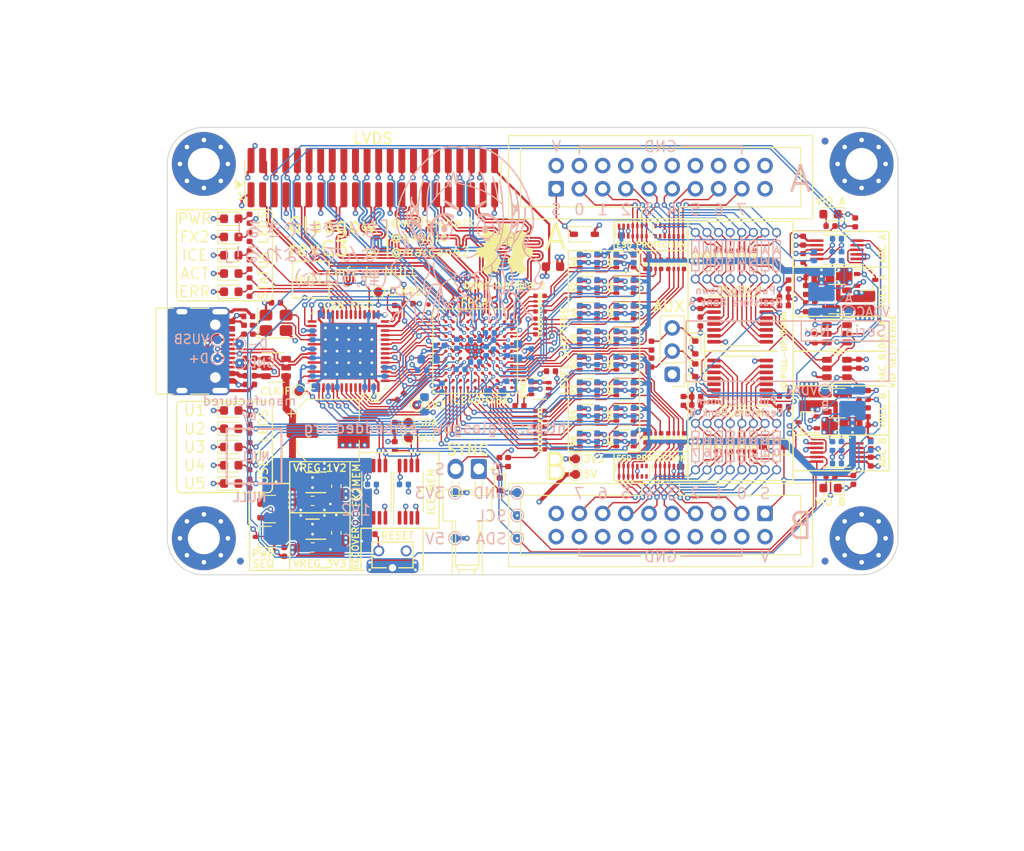
<source format=kicad_pcb>
(kicad_pcb (version 20240108) (generator "pcbnew") (generator_version "8.0")
  (title_block (title "base board") (rev "C3"))
  (layers (0 "F.Cu" signal) (1 "In1.Cu" power) (2 "In2.Cu" power) (31 "B.Cu" signal) (34 "B.Paste" user) (35 "F.Paste" user) (36 "B.SilkS" user "B.Silkscreen") (37 "F.SilkS" user "F.Silkscreen") (38 "B.Mask" user) (39 "F.Mask" user) (44 "Edge.Cuts" user))
  (net 0 "")
  (net 1 "/SDA")
  (net 2 "+3V3")
  (net 3 "GND")
  (net 4 "/SCL")
  (net 5 "+5V")
  (net 6 "/~{CY_RESET}")
  (net 7 "/SHLD")
  (net 8 "/USB_P")
  (net 9 "/XTALOUT")
  (net 10 "/XTALIN")
  (net 11 "/USB_N")
  (net 12 "/D0")
  (net 13 "/D1")
  (net 14 "/D2")
  (net 15 "/D3")
  (net 16 "/D4")
  (net 17 "/D5")
  (net 18 "/D6")
  (net 19 "/D7")
  (net 20 "/FLAGA")
  (net 21 "/FLAGB")
  (net 22 "/FLAGC")
  (net 23 "/OE")
  (net 24 "/A0")
  (net 25 "/A1")
  (net 26 "/PKTEND")
  (net 27 "/FPGA_DONE")
  (net 28 "/~{FPGA_RESET}")
  (net 29 "+1V2")
  (net 30 "/CLKIF")
  (net 31 "/FLAGD")
  (net 32 "/VUSB")
  (net 33 "/LED_CY")
  (net 34 "Net-(U12-Vin+)")
  (net 35 "Net-(U12-Vin-)")
  (net 36 "/LED_ERR")
  (net 37 "/LED_ACT")
  (net 38 "Net-(U21-Vin+)")
  (net 39 "Net-(U21-Vin-)")
  (net 40 "/LED_FPGA")
  (net 41 "Net-(U12-Vbus)")
  (net 42 "/~{ALERT}")
  (net 43 "/CLKREF")
  (net 44 "/ENVB")
  (net 45 "/ENVA")
  (net 46 "/WR")
  (net 47 "/RD")
  (net 48 "/VCCPLL1")
  (net 49 "/VCCPLL0")
  (net 50 "/GNDPLL1")
  (net 51 "/GNDPLL0")
  (net 52 "Net-(U21-Vbus)")
  (net 53 "Net-(D1-A)")
  (net 54 "Net-(D2-A)")
  (net 55 "Net-(D3-A)")
  (net 56 "Net-(D4-A)")
  (net 57 "/IO_Banks/IO_Buffer_B/Y0")
  (net 58 "/IO_Banks/IO_Buffer_B/Z0")
  (net 59 "/IO_Banks/IO_Buffer_B/Y7")
  (net 60 "/IO_Banks/IO_Buffer_B/Z7")
  (net 61 "/IO_Banks/IO_Buffer_B/Y1")
  (net 62 "/IO_Banks/IO_Buffer_B/Y2")
  (net 63 "/IO_Banks/IO_Buffer_B/Y3")
  (net 64 "/IO_Banks/IO_Buffer_B/Y4")
  (net 65 "/IO_Banks/IO_Buffer_B/Y5")
  (net 66 "/IO_Banks/IO_Buffer_B/Y6")
  (net 67 "/IO_Banks/IO_Buffer_B/Z1")
  (net 68 "/IO_Banks/IO_Buffer_B/Z2")
  (net 69 "/IO_Banks/IO_Buffer_B/Z3")
  (net 70 "/IO_Banks/IO_Buffer_B/Z5")
  (net 71 "/IO_Banks/IO_Buffer_B/Z4")
  (net 72 "/IO_Banks/IO_Buffer_B/Z6")
  (net 73 "/IO_Banks/IO_Buffer_A/Y0")
  (net 74 "/IO_Banks/IO_Buffer_A/Z0")
  (net 75 "/IO_Banks/IO_Buffer_A/Y7")
  (net 76 "/IO_Banks/IO_Buffer_A/Z7")
  (net 77 "/IO_Banks/IO_Buffer_A/Y1")
  (net 78 "/IO_Banks/IO_Buffer_A/Y2")
  (net 79 "/IO_Banks/IO_Buffer_A/Y3")
  (net 80 "/IO_Banks/IO_Buffer_A/Y4")
  (net 81 "/IO_Banks/IO_Buffer_A/Y5")
  (net 82 "/IO_Banks/IO_Buffer_A/Y6")
  (net 83 "/IO_Banks/IO_Buffer_A/Z1")
  (net 84 "/IO_Banks/IO_Buffer_A/Z2")
  (net 85 "/IO_Banks/IO_Buffer_A/Z3")
  (net 86 "/IO_Banks/IO_Buffer_A/Z5")
  (net 87 "/IO_Banks/IO_Buffer_A/Z4")
  (net 88 "/IO_Banks/IO_Buffer_A/Z6")
  (net 89 "/IO_Banks/QB6")
  (net 90 "/IO_Banks/QB5")
  (net 91 "/IO_Banks/QB4")
  (net 92 "/IO_Banks/QB3")
  (net 93 "/IO_Banks/QB2")
  (net 94 "/IO_Banks/QB1")
  (net 95 "/IO_Banks/QB7")
  (net 96 "/IO_Banks/QB0")
  (net 97 "/IO_Banks/QA0")
  (net 98 "/IO_Banks/QA7")
  (net 99 "/IO_Banks/QA1")
  (net 100 "/IO_Banks/QA2")
  (net 101 "/IO_Banks/QA3")
  (net 102 "/IO_Banks/QA4")
  (net 103 "/IO_Banks/QA5")
  (net 104 "/IO_Banks/QA6")
  (net 105 "/IO_Banks/U1")
  (net 106 "/IO_Banks/IO_Buffer_A/VSENSE")
  (net 107 "/IO_Banks/VIOB")
  (net 108 "/IO_Banks/VIOA")
  (net 109 "/IO_Banks/U2")
  (net 110 "/IO_Banks/IO_Buffer_B/VSENSE")
  (net 111 "/IO_Banks/U5")
  (net 112 "/IO_Banks/U4")
  (net 113 "/IO_Banks/U3")
  (net 114 "/IO_Banks/Z0_P")
  (net 115 "/IO_Banks/Z2_N")
  (net 116 "/IO_Banks/Z3_N")
  (net 117 "/IO_Banks/Z3_P")
  (net 118 "/IO_Banks/Z6_P")
  (net 119 "/IO_Banks/Z8_P")
  (net 120 "/IO_Banks/Z10_P")
  (net 121 "/IO_Banks/Z11_P")
  (net 122 "/IO_Banks/Z11_N")
  (net 123 "/IO_Banks/Z0_N")
  (net 124 "/IO_Banks/Z2_P")
  (net 125 "/IO_Banks/Z4_P")
  (net 126 "/IO_Banks/Z5_P")
  (net 127 "/IO_Banks/Z6_N")
  (net 128 "/IO_Banks/Z8_N")
  (net 129 "/IO_Banks/Z10_N")
  (net 130 "/IO_Banks/Z12_N")
  (net 131 "/IO_Banks/Z12_P")
  (net 132 "/IO_Banks/Z1_N")
  (net 133 "/IO_Banks/Z4_N")
  (net 134 "/IO_Banks/Z5_N")
  (net 135 "/IO_Banks/Z7_N")
  (net 136 "/IO_Banks/Z9_P")
  (net 137 "/IO_Banks/Z9_N")
  (net 138 "/IO_Banks/Z1_P")
  (net 139 "/IO_Banks/VIO_AUX")
  (net 140 "/IO_Banks/Z7_P")
  (net 141 "/IO_Banks/DA0")
  (net 142 "/IO_Banks/DA4")
  (net 143 "/IO_Banks/DA6")
  (net 144 "/IO_Banks/DA1")
  (net 145 "/IO_Banks/DA3")
  (net 146 "/IO_Banks/DA5")
  (net 147 "/IO_Banks/DA7")
  (net 148 "/IO_Banks/DB0")
  (net 149 "/IO_Banks/DB4")
  (net 150 "/IO_Banks/DB6")
  (net 151 "/IO_Banks/DB1")
  (net 152 "/IO_Banks/DB3")
  (net 153 "/IO_Banks/DB5")
  (net 154 "/IO_Banks/DB7")
  (net 155 "/IO_Banks/DA2")
  (net 156 "/IO_Banks/DB2")
  (net 157 "/IO_Banks/IO_Buffer_B/VFB")
  (net 158 "/IO_Banks/IO_Buffer_A/VFB")
  (net 159 "/IO_Banks/~{SYNC}")
  (net 160 "Net-(D5-A)")
  (net 161 "Net-(D6-A)")
  (net 162 "Net-(D7-A)")
  (net 163 "Net-(D8-A)")
  (net 164 "Net-(D9-A)")
  (net 165 "Net-(D10-A)")
  (net 166 "Net-(D12-K)")
  (net 167 "Net-(D13-K)")
  (net 168 "Net-(D14-A)")
  (net 169 "Net-(D15-A)")
  (net 170 "Net-(U12-~{Alert})")
  (net 171 "Net-(U21-~{Alert})")
  (net 173 "/IO_Banks/IO_Buffer_B/X3")
  (net 174 "/IO_Banks/IO_Buffer_B/X2")
  (net 175 "/IO_Banks/IO_Buffer_B/X1")
  (net 176 "/IO_Banks/IO_Buffer_B/X7")
  (net 177 "/IO_Banks/IO_Buffer_B/X6")
  (net 178 "/IO_Banks/IO_Buffer_B/X5")
  (net 179 "/IO_Banks/IO_Buffer_B/X4")
  (net 180 "/IO_Banks/IO_Buffer_A/X3")
  (net 181 "/IO_Banks/IO_Buffer_A/X2")
  (net 182 "/IO_Banks/IO_Buffer_A/X1")
  (net 183 "/IO_Banks/IO_Buffer_A/X7")
  (net 184 "/IO_Banks/IO_Buffer_A/X6")
  (net 185 "/IO_Banks/IO_Buffer_A/X5")
  (net 186 "/IO_Banks/IO_Buffer_A/X4")
  (net 187 "/xVBUS")
  (net 188 "/CC1")
  (net 189 "/CC2")
  (net 195 "/IO_Banks/IO_Buffer_B/VIO_EN")
  (net 197 "/IO_Banks/IO_Buffer_A/VIO_EN")
  (net 199 "Net-(R4-Pad2)")
  (net 200 "Net-(U7-~{RESET})")
  (net 202 "/IO_Banks/IO_Buffer_B/ISNS_H")
  (net 203 "/IO_Banks/IO_Buffer_A/ISNS_H")
  (net 204 "/SWSH")
  (net 207 "/IO_Banks/IO_Buffer_B/X0")
  (net 208 "/IO_Banks/IO_Buffer_A/X0")
  (net 209 "/IO_Banks/IO_Buffer_B/P7")
  (net 210 "/IO_Banks/IO_Buffer_B/P6")
  (net 211 "/IO_Banks/IO_Buffer_B/P5")
  (net 212 "/IO_Banks/IO_Buffer_B/P4")
  (net 213 "/IO_Banks/IO_Buffer_B/P3")
  (net 214 "/IO_Banks/IO_Buffer_B/P2")
  (net 215 "/IO_Banks/IO_Buffer_B/P1")
  (net 216 "/IO_Banks/IO_Buffer_B/P0")
  (net 217 "/IO_Banks/IO_Buffer_A/P7")
  (net 218 "/IO_Banks/IO_Buffer_A/P6")
  (net 219 "/IO_Banks/IO_Buffer_A/P5")
  (net 220 "/IO_Banks/IO_Buffer_A/P4")
  (net 221 "/IO_Banks/IO_Buffer_A/P3")
  (net 222 "/IO_Banks/IO_Buffer_A/P2")
  (net 223 "/IO_Banks/IO_Buffer_A/P1")
  (net 224 "/IO_Banks/IO_Buffer_A/P0")
  (net 225 "/~{MR}")
  (net 226 "/IO_Banks/IO_Buffer_B/VDAC")
  (net 227 "/IO_Banks/IO_Buffer_A/VDAC")
  (net 231 "Net-(U14-OUT)")
  (net 232 "Net-(U31-OUT)")
  (net 233 "Net-(U30A-IOT_219)")
  (net 234 "Net-(U5-~{RESET})")
  (net 235 "Net-(U19-~{RESET})")
  (net 236 "Net-(U32-B)")
  (net 237 "Net-(U30A-IOT_170)")
  (net 238 "Net-(U3-A1)")
  (net 239 "Net-(U30A-IOT_172)")
  (net 240 "Net-(U30A-IOT_168)")
  (net 241 "Net-(U32-A)")
  (footprint "TestPoint:TestPoint_Pad_D1.0mm" (layer "F.Cu") (at 76.4 105)
    (property "Reference" "TP5" (hide yes))
    (property "Value" "SCL")
  )
  (footprint "TestPoint:TestPoint_Pad_D1.0mm" (layer "F.Cu") (at 76.4 103.3)
    (property "Reference" "TP4" (hide yes))
    (property "Value" "SDA")
  )
  (footprint "Fiducial:Fiducial_0.75mm_Mask1.5mm" (layer "F.Cu") (at 58 118.5)
    (property "Reference" "FID1" (hide yes))
    (property "Value" "Fiducial_0.75mm_Mask1.5mm" (hide yes))
  )
  (footprint "Fiducial:Fiducial_0.75mm_Mask1.5mm" (layer "F.Cu") (at 122 72.5)
    (property "Reference" "FID2" (hide yes))
    (property "Value" "Fiducial_0.75mm_Mask1.5mm" (hide yes))
  )
  (footprint "Capacitor_SMD:C_0402_1005Metric" (layer "F.Cu") (at 127 107.6 90)
    (property "Reference" "C30" (hide yes))
    (property "Value" "u1")
  )
  (footprint "Resistor_SMD:R_0402_1005Metric" (layer "F.Cu") (at 59 108 -90)
    (property "Reference" "R22" (hide yes))
    (property "Value" "2k2")
  )
  (footprint "Resistor_SMD:R_0402_1005Metric" (layer "F.Cu") (at 59 110 -90)
    (property "Reference" "R23" (hide yes))
    (property "Value" "2k2")
  )
  (footprint "TestPoint:TestPoint_Pad_D1.0mm" (layer "F.Cu") (at 73.1 89)
    (property "Reference" "TP6" (hide yes))
    (property "Value" "CLKREF")
  )
  (footprint "Resistor_SMD:R_0402_1005Metric" (layer "F.Cu") (at 75.55 100.5 45)
    (property "Reference" "R9" (hide yes))
    (property "Value" "100k")
  )
  (footprint "Package_DFN_QFN:Cypress_QFN-56-1EP_8x8mm_P0.5mm_EP6.22x6.22mm_ThermalVias" (layer "F.Cu") (at 69.85 95.5)
    (property "Reference" "U1" (hide yes))
    (property "Value" "CY7C68013A-56LTX")
  )
  (footprint "Resistor_SMD:R_0402_1005Metric" (layer "F.Cu") (at 120.9 90.7 90)
    (property "Reference" "R33" (hide yes))
    (property "Value" "49k9")
  )
  (footprint "LED_SMD:LED_0603_1608Metric" (layer "F.Cu") (at 57 102)
    (property "Reference" "D6" (hide yes))
    (property "Value" "BLU")
  )
  (footprint "LED_SMD:LED_0603_1608Metric" (layer "F.Cu") (at 57 106)
    (property "Reference" "D8" (hide yes))
    (property "Value" "WHT")
  )
  (footprint "LED_SMD:LED_0603_1608Metric" (layer "F.Cu") (at 57 89)
    (property "Reference" "D5" (hide yes))
    (property "Value" "RED")
  )
  (footprint "LED_SMD:LED_0603_1608Metric" (layer "F.Cu") (at 57 87)
    (property "Reference" "D4" (hide yes))
    (property "Value" "ORA")
  )
  (footprint "LED_SMD:LED_0603_1608Metric" (layer "F.Cu") (at 57 85)
    (property "Reference" "D3" (hide yes))
    (property "Value" "BLU")
  )
  (footprint "LED_SMD:LED_0603_1608Metric" (layer "F.Cu") (at 57 83)
    (property "Reference" "D2" (hide yes))
    (property "Value" "WHT")
  )
  (footprint "Resistor_SMD:R_0402_1005Metric" (layer "F.Cu") (at 59 85 90)
    (property "Reference" "R14" (hide yes))
    (property "Value" "2k2")
  )
  (footprint "Resistor_SMD:R_0402_1005Metric" (layer "F.Cu") (at 59 87 90)
    (property "Reference" "R15" (hide yes))
    (property "Value" "1k")
  )
  (footprint "Resistor_SMD:R_0402_1005Metric" (layer "F.Cu") (at 59 104 -90)
    (property "Reference" "R20" (hide yes))
    (property "Value" "2k2")
  )
  (footprint "Glasgow:SOT-363_SC-70-6" (layer "F.Cu") (at 100.1 99.7)
    (property "Reference" "U27" (hide yes))
    (property "Value" "SN74LVC1T45DCKR")
  )
  (footprint "Glasgow:SOT-363_SC-70-6" (layer "F.Cu") (at 100.1 96.9)
    (property "Reference" "U26" (hide yes))
    (property "Value" "SN74LVC1T45DCKR")
  )
  (footprint "Glasgow:SOT-363_SC-70-6" (layer "F.Cu") (at 100.1 91.3)
    (property "Reference" "U17" (hide yes))
    (property "Value" "SN74LVC1T45DCKR")
  )
  (footprint "Glasgow:SOT-363_SC-70-6" (layer "F.Cu") (at 96.1 94.1)
    (property "Reference" "U10" (hide yes))
    (property "Value" "SN74LVC1T45DCKR")
  )
  (footprint "Glasgow:SOT-363_SC-70-6" (layer "F.Cu") (at 96.1 91.3)
    (property "Reference" "U9" (hide yes))
    (property "Value" "SN74LVC1T45DCKR")
  )
  (footprint "Glasgow:SOT-363_SC-70-6" (layer "F.Cu") (at 96.1 88.5)
    (property "Reference" "U6" (hide yes))
    (property "Value" "SN74LVC1T45DCKR")
  )
  (footprint "Glasgow:SOT-363_SC-70-6" (layer "F.Cu") (at 96.1 96.9)
    (property "Reference" "U22" (hide yes))
    (property "Value" "SN74LVC1T45DCKR")
  )
  (footprint "Glasgow:SOT-363_SC-70-6" (layer "F.Cu") (at 96.1 102.5)
    (property "Reference" "U24" (hide yes))
    (property "Value" "SN74LVC1T45DCKR")
  )
  (footprint "Glasgow:SOT-363_SC-70-6" (layer "F.Cu") (at 96.1 105.3)
    (property "Reference" "U25" (hide yes))
    (property "Value" "SN74LVC1T45DCKR")
  )
  (footprint "Capacitor_SMD:C_0402_1005Metric" (layer "F.Cu") (at 120.4 87.4 180)
    (property "Reference" "C57" (hide yes))
    (property "Value" "u1")
  )
  (footprint "LED_SMD:LED_0603_1608Metric" (layer "F.Cu") (at 57 81)
    (property "Reference" "D1" (hide yes))
    (property "Value" "GRN")
  )
  (footprint "Glasgow:PinSocket_1x08_P1.27mm_Vertical_DNP" (layer "F.Cu") (at 107.8 87.6 90)
    (property "Reference" "J9" (hide yes))
    (property "Value" "Conn_01x08" (hide yes))
  )
  (footprint "Glasgow:PinSocket_1x08_P1.27mm_Vertical_DNP" (layer "F.Cu") (at 116.7 108.5 -90)
    (property "Reference" "J6" (hide yes))
    (property "Value" "Conn_01x08" (hide yes))
  )
  (footprint "Capacitor_SMD:C_0603_1608Metric" (layer "F.Cu") (at 126.9 90.3 90)
    (property "Reference" "C82" (hide yes))
    (property "Value" "4u7")
  )
  (footprint "Capacitor_SMD:C_0603_1608Metric" (layer "F.Cu") (at 119.7 100.7 -90)
    (property "Reference" "C31" (hide yes))
    (property "Value" "4u7")
  )
  (footprint "Capacitor_SMD:C_0603_1608Metric" (layer "F.Cu") (at 123.3 103.7 180)
    (property "Reference" "C53" (hide yes))
    (property "Value" "4u7")
  )
  (footprint "Resistor_SMD:R_0402_1005Metric" (layer "F.Cu") (at 125.7 102.2 -90)
    (property "Reference" "R28" (hide yes))
    (property "Value" "59k")
  )
  (footprint "Resistor_SMD:R_0402_1005Metric" (layer "F.Cu") (at 125.7 100.3 -90)
    (property "Reference" "R27" (hide yes))
    (property "Value" "49k9")
  )
  (footprint "Fiducial:Fiducial_0.75mm_Mask1.5mm" (layer "F.Cu") (at 122 118.5)
    (property "Reference" "FID3" (hide yes))
    (property "Value" "Fiducial_0.75mm_Mask1.5mm" (hide yes))
  )
  (footprint "Fiducial:Fiducial_0.5mm_Dia_1mm_Outer" (layer "F.Cu") (at 78.6 90.4)
    (property "Reference" "FID8" (hide yes))
    (property "Value" "Fiducial_0.5mm_Dia_1mm_Outer" (hide yes))
  )
  (footprint "Capacitor_SMD:C_0402_1005Metric" (layer "F.Cu") (at 125.7 90.3 90)
    (property "Reference" "C59" (hide yes))
    (property "Value" "u1")
  )
  (footprint "Resistor_SMD:R_0402_1005Metric" (layer "F.Cu") (at 120.9 88.8 90)
    (property "Reference" "R34" (hide yes))
    (property "Value" "59k")
  )
  (footprint "Capacitor_SMD:C_0402_1005Metric" (layer "F.Cu") (at 59.35 93.15 90)
    (property "Reference" "C12" (hide yes))
    (property "Value" "9p")
  )
  (footprint "Resistor_SMD:R_0402_1005Metric" (layer "F.Cu") (at 59 89 90)
    (property "Reference" "R16" (hide yes))
    (property "Value" "1k")
  )
  (footprint "Resistor_SMD:R_0402_1005Metric" (layer "F.Cu") (at 76.4 90.3)
    (property "Reference" "R17" (hide yes))
    (property "Value" "100k")
  )
  (footprint "Resistor_SMD:R_0402_1005Metric" (layer "F.Cu") (at 59 81 90)
    (property "Reference" "R12" (hide yes))
    (property "Value" "10k")
  )
  (footprint "Resistor_SMD:R_0402_1005Metric" (layer "F.Cu") (at 59 83 90)
    (property "Reference" "R13" (hide yes))
    (property "Value" "2k2")
  )
  (footprint "Glasgow:Crystal_SMD_3225-4Pin_3.2x2.5mm" (layer "F.Cu") (at 61.9 92.4)
    (property "Reference" "Y1" (hide yes))
    (property "Value" "24M")
  )
  (footprint "Package_BGA:BGA-121_9.0x9.0mm_Layout11x11_P0.8mm_Ball0.4mm_Pad0.35mm_NSMD" (layer "F.Cu") (at 83.7 95.5 -90)
    (property "Reference" "U30" (hide yes))
    (property "Value" "ICE40HX8K-BG121")
  )
  (footprint "Capacitor_SMD:C_0402_1005Metric" (layer "F.Cu") (at 58.85 91.7 180)
    (property "Reference" "C13" (hide yes))
    (property "Value" "u1")
  )
  (footprint "Glasgow:SOT-363_SC-70-6" (layer "F.Cu") (at 100.1 88.5)
    (property "Reference" "U16" (hide yes))
    (property "Value" "SN74LVC1T45DCKR")
  )
  (footprint "Glasgow:SOT-363_SC-70-6" (layer "F.Cu") (at 100.1 85.7)
    (property "Reference" "U11" (hide yes))
    (property "Value" "SN74LVC1T45DCKR")
  )
  (footprint "Resistor_SMD:R_0402_1005Metric" (layer "F.Cu") (at 59 106 -90)
    (property "Reference" "R21" (hide yes))
    (property "Value" "2k2")
  )
  (footprint "LED_SMD:LED_0603_1608Metric" (layer "F.Cu") (at 57 108)
    (property "Reference" "D9" (hide yes))
    (property "Value" "PNK")
  )
  (footprint "Resistor_SMD:R_0402_1005Metric" (layer "F.Cu") (at 59 102 -90)
    (property "Reference" "R11" (hide yes))
    (property "Value" "2k2")
  )
  (footprint "LED_SMD:LED_0603_1608Metric" (layer "F.Cu") (at 57 104)
    (property "Reference" "D7" (hide yes))
    (property "Value" "PNK")
  )
  (footprint "LED_SMD:LED_0603_1608Metric" (layer "F.Cu") (at 57 110)
    (property "Reference" "D10" (hide yes))
    (property "Value" "BLU")
  )
  (footprint "Resistor_SMD:R_0402_1005Metric" (layer "F.Cu") (at 125.3 81.4 90)
    (property "Reference" "R18" (hide yes))
    (property "Value" "10k")
  )
  (footprint "Glasgow:PinSocket_1x08_P1.27mm_Vertical_DNP" (layer "F.Cu") (at 116.7 103.42 -90)
    (property "Reference" "J7" (hide yes))
    (property "Value" "Conn_01x08" (hide yes))
  )
  (footprint "Glasgow:SOT-23-5" (layer "F.Cu") (at 123.3 101.2)
    (property "Reference" "U14" (hide yes))
    (property "Value" "TPS73101DBV")
  )
  (footprint "Capacitor_SMD:C_0402_1005Metric" (layer "F.Cu") (at 107.9 101.4 180)
    (property "Reference" "C29" (hide yes))
    (property "Value" "u1")
  )
  (footprint "Capacitor_SMD:C_0402_1005Metric" (layer "F.Cu") (at 126.2 103.6)
    (property "Reference" "C46" (hide yes))
    (property "Value" "u1")
  )
  (footprint "Resistor_SMD:R_0402_1005Metric" (layer "F.Cu") (at 125.1 109.6 -90)
    (property "Reference" "R19" (hide yes))
    (property "Value" "10k")
  )
  (footprint "Glasgow:SOT-363_SC-70-6" (layer "F.Cu") (at 100.1 94.1)
    (property "Reference" "U18" (hide yes))
    (property "Value" "SN74LVC1T45DCKR")
  )
  (footprint "Glasgow:R_0402_1005Metric_DNP" (layer "F.Cu") (at 70.6 113.8 -90)
    (property "Reference" "R40" (hide yes))
    (property "Value" "DNP")
  )
  (footprint "Package_SO:TSSOP-16_4.4x5mm_P0.65mm" (layer "F.Cu") (at 112.7 92.2)
    (property "Reference" "U19" (hide yes))
    (property "Value" "PCA6408APW")
  )
  (footprint "Resistor_SMD:R_0402_1005Metric" (layer "F.Cu") (at 103 96.75 90)
    (property "Reference" "R39" (hide yes))
    (property "Value" "47R")
  )
  (footprint "Resistor_SMD:R_0402_1005Metric" (layer "F.Cu") (at 103 94.9 -90)
    (property "Reference" "R43" (hide yes))
    (property "Value" "47R")
  )
  (footprint "Glasgow:SOT-363_SC-70-6" (layer "F.Cu") (at 100.1 102.5)
    (property "Reference" "U28" (hide yes))
    (property "Value" "SN74LVC1T45DCKR")
  )
  (footprint "Glasgow:SOT-363_SC-70-6" (layer "F.Cu") (at 96.1 99.7)
    (property "Reference" "U23" (hide yes))
    (property "Value" "SN74LVC1T45DCKR")
  )
  (footprint "Capacitor_SMD:C_0402_1005Metric" (layer "F.Cu") (at 117.515 101.6)
    (property "Reference" "C22" (hide yes))
    (property "Value" "u1")
  )
  (footprint "Resistor_SMD:R_0402_1005Metric" (layer "F.Cu") (at 86.35 107.65 90)
    (property "Reference" "R44" (hide yes))
    (property "Value" "10k")
  )
  (footprint "Resistor_SMD:R_0402_1005Metric" (layer "F.Cu") (at 117.5 100.4)
    (property "Reference" "R36" (hide yes))
    (property "Value" "10k")
  )
  (footprint "Resistor_SMD:R_0402_1005Metric" (layer "F.Cu") (at 107.9 100.5)
    (property "Reference" "R41" (hide yes))
    (property "Value" "2k2")
  )
  (footprint "Capacitor_SMD:C_0402_1005Metric" (layer "F.Cu") (at 108.35 90.35 -90)
    (property "Reference" "C84" (hide yes))
    (property "Value" "u1")
  )
  (footprint "Capacitor_SMD:C_0402_1005Metric" (layer "F.Cu") (at 120.9 100.7 -90)
    (property "Reference" "C45" (hide yes))
    (property "Value" "u1")
  )
  (footprint "Package_SO:TSSOP-16_4.4x5mm_P0.65mm" (layer "F.Cu") (at 112.7 98.8 180)
    (property "Reference" "U5" (hide yes))
    (property "Value" "PCA6408APW")
  )
  (footprint "Resistor_SMD:R_0402_1005Metric" (layer "F.Cu") (at 117.5 90.5 180)
    (property "Reference" "R42" (hide yes))
    (property "Value" "2k2")
  )
  (footprint "Resistor_SMD:R_0402_1005Metric" (layer "F.Cu") (at 119.9 88.8 -90)
    (property "Reference" "R35" (hide yes))
    (property "Value" "24k3")
  )
  (footprint "Resistor_SMD:R_0402_1005Metric" (layer "F.Cu") (at 126.7 102.2 90)
    (property "Reference" "R29" (hide yes))
    (property "Value" "24k3")
  )
  (footprint "Resistor_SMD:R_0402_1005Metric" (layer "F.Cu") (at 92 97.7 180)
    (property "Reference" "R10" (hide yes))
    (property "Value" "2k2")
  )
  (footprint "TestPoint:TestPoint_Pad_D1.0mm" (layer "F.Cu") (at 94.7 107.3)
    (property "Reference" "TP3" (hide yes))
    (property "Value" "3V3")
  )
  (footprint "TestPoint:TestPoint_Pad_D1.0mm" (layer "F.Cu") (at 94.7 109)
    (property "Reference" "TP1" (hide yes))
    (property "Value" "5V")
  )
  (footprint "Resistor_SMD:R_0402_1005Metric" (layer "F.Cu") (at 74.9 105.9 90)
    (property "Reference" "R2" (hide yes))
    (property "Value" "2k2")
  )
  (footprint "Glasgow:D_SOD-523" (layer "F.Cu") (at 107.8 97.6 -90)
    (property "Reference" "D12" (hide yes))
    (property "Value" "ESD5Z5.0T1G")
  )
  (footprint "Resistor_SMD:R_0402_1005Metric" (layer "F.Cu") (at 88.55 101.5 180)
    (property "Reference" "R45" (hide yes))
    (property "Value" "47R")
  )
  (footprint "Connector_PinHeader_2.54mm:PinHeader_1x03_P2.54mm_Vertical" (layer "F.Cu") (at 105.27 98.04 180)
    (property "Reference" "J10" (hide yes))
    (property "Value" "AUX")
  )
  (footprint "Glasgow:MountingHole_3.5mm_Pad_Via_CrtYd" (layer "F.Cu") (at 54 116)
    (property "Reference" "MK1" (hide yes))
    (property "Value" "Mounting_Hole_PAD" (hide yes))
  )
  (footprint "Glasgow:MountingHole_3.5mm_Pad_Via_CrtYd" (layer "F.Cu") (at 54 75)
    (property "Reference" "MK2" (hide yes))
    (property "Value" "Mounting_Hole_PAD" (hide yes))
  )
  (footprint "Glasgow:MountingHole_3.5mm_Pad_Via_CrtYd" (layer "F.Cu") (at 126 116)
    (property "Reference" "MK4" (hide yes))
    (property "Value" "Mounting_Hole_PAD" (hide yes))
  )
  (footprint "Capacitor_SMD:C_0603_1608Metric" (layer "F.Cu") (at 123.3 87.3)
    (property "Reference" "C83" (hide yes))
    (property "Value" "4u7")
  )
  (footprint "Glasgow:MountingHole_3.5mm_Pad_Via_CrtYd" (layer "F.Cu") (at 126 75)
    (property "Reference" "MK3" (hide yes))
    (property "Value" "Mounting_Hole_PAD" (hide yes))
  )
  (footprint "Glasgow:PinSocket_1x08_P1.27mm_Vertical_DNP" (layer "F.Cu") (at 107.8 82.5 90)
    (property "Reference" "J8" (hide yes))
    (property "Value" "Conn_01x08" (hide yes))
  )
  (footprint "LED_SMD:LED_0603_1608Metric" (layer "F.Cu") (at 122.6 80.5 180)
    (property "Reference" "D15" (hide yes))
    (property "Value" "GRN")
  )
  (footprint "Capacitor_SMD:C_0402_1005Metric" (layer "F.Cu") (at 119.6 83.4 -90)
    (property "Reference" "C55" (hide yes))
    (property "Value" "u1")
  )
  (footprint "Connector_IDC:IDC-Header_2x10_P2.54mm_Vertical" (layer "F.Cu") (at 92.57 77.72 90)
    (property "Reference" "J2" (hide yes))
    (property "Value" "IDC-Header_2x10_P2.54mm")
  )
  (footprint "Resistor_SMD:R_0402_1005Metric" (layer "F.Cu") (at 122.6 109.2 180)
    (property "Reference" "R46" (hide yes))
    (property "Value" "20k")
  )
  (footprint "Resistor_SMD:R_0402_1005Metric" (layer "F.Cu") (at 122.6 81.8 180)
    (property "Reference" "R47" (hide yes))
    (property "Value" "20k")
  )
  (footprint "TestPoint:TestPoint_Pad_D1.0mm" (layer "F.Cu") (at 77.3 101.4)
    (property "Reference" "TP2" (hide yes))
    (property "Value" "1V2")
  )
  (footprint "LED_SMD:LED_0603_1608Metric" (layer "F.Cu") (at 122.6 110.5 180)
    (property "Reference" "D14" (hide yes))
    (property "Value" "GRN")
  )
  (footprint "Glasgow:SOT-23-5" (layer "F.Cu") (at 123.3 89.8 180)
    (property "Reference" "U31" (hide yes))
    (property "Value" "TPS73101DBV")
  )
  (footprint "Glasgow:D_SOD-523" (layer "F.Cu") (at 86.4 110.1 -90)
    (property "Reference" "D11" (hide yes))
    (property "Value" "ESD5Z5.0T1G")
  )
  (footprint "Resistor_SMD:R_0402_1005Metric" (layer "F.Cu") (at 74.9 103.8 -90)
    (property "Reference" "R1" (hide yes))
    (property "Value" "2k2")
  )
  (footprint "Glasgow:R_Array_Convex_4x0402" (layer "F.Cu") (at 105.7 105 -90)
    (property "Reference" "RN3" (hide yes))
    (property "Value" "33R")
  )
  (footprint "Glasgow:R_Array_Convex_4x0402" (layer "F.Cu") (at 103.2 105 -90)
    (property "Reference" "RN4" (hide yes))
    (property "Value" "33R")
  )
  (footprint "Glasgow:R_Array_Convex_4x0402" (layer "F.Cu") (at 113.4 106 90)
    (property "Reference" "RN5" (hide yes))
    (property "Value" "10k")
  )
  (footprint "Glasgow:R_Array_Convex_4x0402" (layer "F.Cu") (at 110.9 106 90)
    (property "Reference" "RN6" (hide yes))
    (property "Value" "10k")
  )
  (footprint "Glasgow:R_Array_Convex_4x0402" (layer "F.Cu") (at 90.8 90.3)
    (property "Reference" "RN7" (hide yes))
    (property "Value" "33R")
  )
  (footprint "Glasgow:R_Array_Convex_4x0402" (layer "F.Cu") (at 90.8 92.8)
    (property "Reference" "RN8" (hide yes))
    (property "Value" "33R")
  )
  (footprint "Glasgow:R_Array_Convex_4x0402" (layer "F.Cu") (at 105.7 86 90)
    (property "Reference" "RN10" (hide yes))
    (property "Value" "33R")
  )
  (footprint "Glasgow:R_Array_Convex_4x0402" (layer "F.Cu") (at 110.9 85 -90)
    (property "Reference" "RN11" (hide yes))
    (property "Value" "10k")
  )
  (footprint "Glasgow:R_Array_Convex_4x0402" (layer "F.Cu") (at 113.4 85 -90)
    (property "Reference" "RN12" (hide yes))
    (property "Value" "10k")
  )
  (footprint "Glasgow:SOT-363_SC-70-6" (layer "F.Cu") (at 96.1 85.7)
    (property "Reference" "U4" (hide yes))
    (property "Value" "SN74LVC1T45DCKR")
  )
  (footprint "Glasgow:SOT-363_SC-70-6" (layer "F.Cu") (at 90.8 99.6)
    (property "Reference" "U32" (hide yes))
    (property "Value" "SN74LVC1T45DCKR")
  )
  (footprint "Glasgow:SOT-363_SC-70-6" (layer "F.Cu") (at 100.1 105.3)
    (property "Reference" "U29" (hide yes))
    (property "Value" "SN74LVC1T45DCKR")
  )
  (footprint "Glasgow:D_SOD-523" (layer "F.Cu") (at 107.8 95.1 -90)
    (property "Reference" "D13" (hide yes))
    (property "Value" "ESD5Z5.0T1G")
  )
  (footprint "Glasgow:R_Array_Convex_4x0402" (layer "F.Cu") (at 90.8 105.4)
    (property "Reference" "RN2" (hide yes))
    (property "Value" "33R")
  )
  (footprint "Glasgow:R_Array_Convex_4x0402" (layer "F.Cu") (at 90.8 102.9)
    (property "Reference" "RN1" (hide yes))
    (property "Value" "33R")
  )
  (footprint "Resistor_SMD:R_0402_1005Metric" (layer "F.Cu") (at 108.35 92.25 -90)
    (property "Reference" "R37" (hide yes))
    (property "Value" "10k")
  )
  (footprint "Glasgow:USB_C_Receptacle_HRO_TYPE-C-31-M-12" (layer "F.Cu") (at 52.65 95.5 -90)
    (property "Reference" "J1")
    (property "Value" "USB_C_USB2.0")
  )
  (footprint "Capacitor_SMD:C_0402_1005Metric" (layer "F.Cu") (at 61.9 90.2 180)
    (property "Reference" "C11" (hide yes))
    (property "Value" "9p")
  )
  (footprint "Resistor_SMD:R_0402_1005Metric" (layer "F.Cu") (at 58.4 93.15 -90)
    (property "Reference" "R53" (hide yes))
    (property "Value" "5k1")
  )
  (footprint "Capacitor_SMD:C_0402_1005Metric" (layer "F.Cu") (at 59.05 96.3 180)
    (property "Reference" "C8" (hide yes))
    (property "Value" "u1")
  )
  (footprint "Inductor_SMD:L_0402_1005Metric" (layer "F.Cu") (at 59.05 98.2)
    (property "Reference" "FB1" (hide yes))
    (property "Value" "600R, 0.5A")
  )
  (footprint "Glasgow:SOT-23-6" (layer "F.Cu") (at 61.9 97.3)
    (property "Reference" "U15" (hide yes))
    (property "Value" "TPD3S014")
  )
  (footprint "Resistor_SMD:R_0402_1005Metric" (layer "F.Cu") (at 59.05 97.25 180)
    (property "Reference" "R52" (hide yes))
    (property "Value" "5k1")
  )
  (footprint "Glasgow:D_SOD-323" (layer "F.Cu") (at 116.35 106 180)
    (property "Reference" "D16" (hide yes))
    (property "Value" "CDSOD323-T36S")
  )
  (footprint "Glasgow:D_SOD-323" (layer "F.Cu") (at 95.65 82.7)
    (property "Reference" "D17" (hide yes))
    (property "Value" "CDSOD323-T36S")
  )
  (footprint "Glasgow:SOT-323_SC-70" (layer "F.Cu") (at 120.1 103.3 180)
    (property "Reference" "D18" (hide yes))
    (property "Value" "BAT54CW")
  )
  (footprint "Glasgow:SOT-323_SC-70" (layer "F.Cu") (at 126.5 87.7)
    (property "Reference" "D19" (hide yes))
    (property "Value" "BAT54CW")
  )
  (footprint "Resistor_SMD:R_0402_1005Metric" (layer "F.Cu") (at 126.7 100.3 -90)
    (property "Reference" "R26" (hide yes))
    (property "Value" "10k")
  )
  (footprint "Glasgow:VSSOP-10_3x3mm_P0.5mm" (layer "F.Cu") (at 123.3 106.6)
    (property "Reference" "U12" (hide yes))
    (property "Value" "INA233")
  )
  (footprint "Glasgow:UDFN-14_3.5x1.35mm_P0.5mm" (layer "F.Cu") (at 100.95 108.65 90)
    (property "Reference" "D21" (hide yes))
    (property "Value" "SP3012-06UTG")
  )
  (footprint "Glasgow:UDFN-14_3.5x1.35mm_P0.5mm" (layer "F.Cu") (at 104.95 82.35 -90)
    (property "Reference" "D23" (hide yes))
    (property "Value" "SP3012-06UTG")
  )
  (footprint "Capacitor_SMD:C_0402_1005Metric" (layer "F.Cu") (at 62.4 110.6 180)
    (property "Reference" "C16" (hide yes))
    (property "Value" "u1")
  )
  (footprint "Capacitor_SMD:C_0402_1005Metric" (layer "F.Cu") (at 74.9 90.985 90)
    (property "Reference" "C88" (hide yes))
    (property "Value" "u1")
  )
  (footprint "Glasgow:SOT-323_SC-70" (layer "F.Cu") (at 60.7 115.85 180)
    (property "Reference" "D24" (hide yes))
    (property "Value" "BAT54AW")
  )
  (footprint "Resistor_SMD:R_0402_1005Metric" (layer "F.Cu") (at 62.8 117.485 90)
    (property "Reference" "R4" (hide yes))
    (property "Value" "100k")
  )
  (footprint "Resistor_SMD:R_0402_1005Metric" (layer "F.Cu") (at 62.8 115.585 90)
    (property "Reference" "R5" (hide yes))
    (property "Value" "100k")
  )
  (footprint "Resistor_SMD:R_0402_1005Metric" (layer "F.Cu") (at 106.5 100.95 -90)
    (property "Reference" "R57" (hide yes))
    (property "Value" "2k2")
  )
  (footprint "Resistor_SMD:R_0402_1005Metric" (layer "F.Cu") (at 118 88.2 90)
    (property "Reference" "R58" (hide yes))
    (property "Value" "2k2")
  )
  (footprint "Resistor_SMD:R_0402_1005Metric" (layer "F.Cu") (at 87.3 107.65 90)
    (property "Reference" "R38" (hide yes))
    (property "Value" "47R")
  )
  (footprint "Glasgow:PinHeader_2x22_P1.27mm_Vertical__SMD" (layer "F.Cu") (at 72.5 76.5 90)
    (property "Reference" "J5" (hide yes))
    (property "Value" "PinHeader_2x22_P1.27mm")
  )
  (footprint "Resistor_SMD:R_0402_1005Metric" (layer "F.Cu") (at 59.05 99.15 180)
    (property "Reference" "R3" (hide yes))
    (property "Value" "100k")
  )
  (footprint "TestPoint:TestPoint_Pad_D1.0mm" (layer "F.Cu") (at 64.4 99.9)
    (property "Reference" "TP7" (hide yes))
    (property "Value" "3V3")
  )
  (footprint "Capacitor_SMD:CP_Elec_6.3x5.9" (layer "F.Cu") (at 67.6 104.2)
    (property "Reference" "C87" (hide yes))
    (property "Value" "150u")
  )
  (footprint "Package_SO:TSSOP-8_4.4x3mm_P0.65mm" (layer "F.Cu") (at 76.4 110.9 90)
    (property "Reference" "U2" (hide yes))
    (property "Value" "CAT24M01X")
  )
  (footprint "Package_SO:TSSOP-8_4.4x3mm_P0.65mm" (layer "F.Cu") (at 72.9 110.9 90)
    (property "Reference" "U3" (hide yes))
    (property "Value" "BL24C256A-SFRC")
  )
  (footprint "Glasgow:Molex_KK-254_1x02_P2.54mm_Horizontal" (layer "F.Cu") (at 84.1 108.4)
    (property "Reference" "J4" (hide yes))
    (property "Value" "Conn_01x02")
  )
  (footprint "Glasgow:DFN-6-1EP_2x2mm_P0.65mm_EP1x1.6mm_ThermalVias" (layer "F.Cu") (at 65.9 115 180)
    (property "Reference" "U8" (hide yes))
    (property "Value" "TLV75533PDRVR")
  )
  (footprint "Glasgow:DFN-6-1EP_2x2mm_P0.65mm_EP1x1.6mm_ThermalVias" (layer "F.Cu") (at 65.9 109.9 180)
    (property "Reference" "U36" (hide yes))
    (property "Value" "TLV73312PQDRVR")
  )
  (footprint "Capacitor_SMD:C_0603_1608Metric" (layer "F.Cu") (at 65.9 111.9 180)
    (property "Reference" "C86" (hide yes))
    (property "Value" "4u7")
  )
  (footprint "Capacitor_SMD:C_0603_1608Metric" (layer "F.Cu") (at 65.9 117 180)
    (property "Reference" "C26" (hide yes))
    (property "Value" "4u7")
  )
  (footprint "Capacitor_SMD:C_0603_1608Metric" (layer "F.Cu") (at 68.5 110.3 90)
    (property "Reference" "C27" (hide yes))
    (property "Value" "4u7")
  )
  (footprint "Capacitor_SMD:C_0603_1608Metric" (layer "F.Cu") (at 68.5 115.4 90)
    (property "Reference" "C28" (hide yes))
    (property "Value" "4u7")
  )
  (footprint "Connector_IDC:IDC-Header_2x10_P2.54mm_Vertical" (layer "F.Cu") (at 115.43 113.28 -90)
    (property "Reference" "J3" (hide yes))
    (property "Value" "IDC-Header_2x10_P2.54mm")
  )
  (footprint "Glasgow:SOT-143" (layer "F.Cu") (at 61.2 112.8)
    (property "Reference" "U7" (hide yes))
    (property "Value" "APX811-40UG-7")
  )
  (footprint "Glasgow:UDFN-14_3.5x1.35mm_P0.5mm" (layer "F.Cu") (at 104.95 108.65 90)
    (property "Reference" "D20" (hide yes))
    (property "Value" "SP3012-06UTG")
  )
  (footprint "Glasgow:R_Array_Convex_4x0402" (layer "F.Cu") (at 103.2 86 90)
    (property "Reference" "RN9" (hide yes))
    (property "Value" "33R")
  )
  (footprint "Glasgow:VSSOP-10_3x3mm_P0.5mm" (layer "F.Cu") (at 123.3 84.4 180)
    (property "Reference" "U21" (hide yes))
    (property "Value" "INA233")
  )
  (footprint "Capacitor_SMD:C_0402_1005Metric" (layer "F.Cu") (at 72.25 115.55 180)
    (property "Reference" "C89" (hide yes))
    (property "Value" "u1")
  )
  (footprint "Capacitor_SMD:C_0402_1005Metric" (layer "F.Cu") (at 127 105.7 -90)
    (property "Reference" "C90" (hide yes))
    (property "Value" "1n 50V C0G")
  )
  (footprint "Capacitor_SMD:C_0402_1005Metric" (layer "F.Cu") (at 119.6 85.3 90)
    (property "Reference" "C91" (hide yes))
    (property "Value" "1n 50V C0G")
  )
  (footprint "Glasgow:UDFN-14_3.5x1.35mm_P0.5mm" (layer "F.Cu") (at 100.95 82.35 -90)
    (property "Reference" "D22" (hide yes))
    (property "Value" "SP3012-06UTG")
  )
  (footprint "Capacitor_SMD:C_0402_1005Metric" (layer "F.Cu") (at 120.9 94.1 -90)
    (property "Reference" "C56" (hide yes))
    (property "Value" "u1")
  )
  (footprint "Glasgow:SOT-23-6" (layer "F.Cu") (at 123.3 93.6)
    (property "Reference" "U20" (hide yes))
    (property "Value" "DAC081C081CIMK")
  )
  (footprint "Resistor_SMD:R_0402_1005Metric" (layer "F.Cu") (at 119.9 90.7 90)
    (property "Reference" "R55" (hide yes))
    (property "Value" "10k")
  )
  (footprint "Glasgow:SOT-23-6" (layer "F.Cu") (at 123.3 97.4 180)
    (property "Reference" "U13" (hide yes))
    (property "Value" "DAC081C081CIMK")
  )
  (footprint "Capacitor_SMD:C_0402_1005Metric" (layer "F.Cu") (at 125.7 96.885 90)
    (property "Reference" "C32" (hide yes))
    (property "Value" "u1")
  )
  (footprint "Glasgow:SW_Tactile_SPST_Angled_TC-1109DE" (layer "F.Cu") (at 74.65 117.38 180)
    (property "Reference" "SW1")
    (property "Value" "RST")
  )
  (footprint "Symbol:OSHW-Logo2_9.8x8mm_SilkScreen" (layer "F.Cu") (at 86.9 85.3)
    (property "Reference" "REF**" (hide yes))
    (property "Value" "OSHW-Logo2_9.8x8mm_SilkScreen" (hide yes))
  )
  (footprint "Glasgow:null_Logo_SilkS_4mm" (layer "F.Cu") (at 65.7 87.65)
    (property "Reference" "REF**" (hide yes))
    (property "Value" "null_Logo_SilkS_4mm" (hide yes))
  )
  (footprint "Capacitor_SMD:C_0402_1005Metric" (layer "F.Cu") (at 117.5 89.6)
    (property "Reference" "C54" (hide yes))
    (property "Value" "u1")
  )
  (footprint "Capacitor_SMD:C_0603_1608Metric" (layer "F.Cu") (at 92.225 86.25)
    (property "Reference" "C92" (hide yes))
    (property "Value" "4u7")
  )
  (footprint "kikit:Tab" (layer "F.Cu") (at 120 70.5 -90)
    (property "Reference" "REF**" (hide yes))
    (property "Value" "Tab")
  )
  (footprint "kikit:Tab" (layer "F.Cu") (at 60 120.5 90)
    (property "Reference" "REF**" (hide yes))
    (property "Value" "Tab")
  )
  (footprint "kikit:Tab" (layer "F.Cu") (at 60 70.6 -90)
    (property "Reference" "REF**" (hide yes))
    (property "Value" "Tab")
  )
  (footprint "kikit:Tab" (layer "F.Cu") (at 120 120.5 90)
    (property "Reference" "REF**" (hide yes))
    (property "Value" "Tab")
  )
  (footprint "Fiducial:Fiducial_0.75mm_Mask1.5mm" (layer "B.Cu") (at 58 118.5)
    (property "Reference" "FID4" (hide yes))
    (property "Value" "Fiducial_0.75mm_Mask1.5mm" (hide yes))
  )
  (footprint "Fiducial:Fiducial_0.75mm_Mask1.5mm" (layer "B.Cu") (at 122 72.5)
    (property "Reference" "FID5" (hide yes))
    (property "Value" "Fiducial_0.75mm_Mask1.5mm" (hide yes))
  )
  (footprint "Capacitor_SMD:C_0402_1005Metric" (layer "B.Cu") (at 83.7 96.7 180)
    (property "Reference" "C23" (hide yes))
    (property "Value" "u1")
  )
  (footprint "Capacitor_SMD:C_0402_1005Metric" (layer "B.Cu") (at 84.9 95.5 90)
    (property "Reference" "C77" (hide yes))
    (property "Value" "u1")
  )
  (footprint "Capacitor_SMD:C_0402_1005Metric" (layer "B.Cu") (at 99.15 93.75 -90)
    (property "Reference" "C48" (hide yes))
    (property "Value" "u1")
  )
  (footprint "Capacitor_SMD:C_0402_1005Metric" (layer "B.Cu") (at 101.05 85.35 -90)
    (property "Reference" "C49" (hide yes))
    (property "Value" "u1")
  )
  (footprint "Capacitor_SMD:C_0402_1005Metric" (layer "B.Cu") (at 101.05 93.75 -90)
    (property "Reference" "C52" (hide yes))
    (property "Value" "u1")
  )
  (footprint "Capacitor_SMD:C_0402_1005Metric" (layer "B.Cu") (at 97.05 96.5 -90)
    (property "Reference" "C64" (hide yes))
    (property "Value" "u1")
  )
  (footprint "Capacitor_SMD:C_0402_1005Metric" (layer "B.Cu") (at 97.05 90.95 -90)
    (property "Reference" "C40" (hide yes))
    (property "Value" "u1")
  )
  (footprint "Capacitor_SMD:C_0402_1005Metric" (layer "B.Cu") (at 99.15 96.55 -90)
    (property "Reference" "C68" (hide yes))
    (property "Value" "u1")
  )
  (footprint "Capacitor_SMD:C_0402_1005Metric" (layer "B.Cu") (at 99.15 99.35 -90)
    (property "Reference" "C69" (hide yes))
    (property "Value" "u1")
  )
  (footprint "Capacitor_SMD:C_0402_1005Metric" (layer "B.Cu") (at 99.15 102.15 -90)
    (property "Reference" "C70" (hide yes))
    (property "Value" "u1")
  )
  (footprint "Capacitor_SMD:C_0402_1005Metric" (layer "B.Cu") (at 99.15 104.95 -90)
    (property "Reference" "C71" (hide yes))
    (property "Value" "u1")
  )
  (footprint "Capacitor_SMD:C_0402_1005Metric" (layer "B.Cu") (at 101.05 96.55 -90)
    (property "Reference" "C72" (hide yes))
    (property "Value" "u1")
  )
  (footprint "Capacitor_SMD:C_0402_1005Metric" (layer "B.Cu") (at 101.05 99.35 -90)
    (property "Reference" "C73" (hide yes))
    (property "Value" "u1")
  )
  (footprint "Capacitor_SMD:C_0402_1005Metric" (layer "B.Cu") (at 101.05 102.15 -90)
    (property "Reference" "C74" (hide yes))
    (property "Value" "u1")
  )
  (footprint "Capacitor_SMD:C_0402_1005Metric" (layer "B.Cu") (at 82.1 97.5)
    (property "Reference" "C18" (hide yes))
    (property "Value" "u1")
  )
  (footprint "Capacitor_SMD:C_0402_1005Metric" (layer "B.Cu") (at 83.7 94.3 180)
    (property "Reference" "C33" (hide yes))
    (property "Value" "u1")
  )
  (footprint "Capacitor_SMD:C_0402_1005Metric" (layer "B.Cu") (at 79.815 94.9 180)
    (property "Reference" "C78" (hide yes))
    (property "Value" "u1")
  )
  (footprint "Resistor_SMD:R_0402_1005Metric" (layer "B.Cu") (at 77.9 97.6 180)
    (property "Reference" "R31" (hide yes))
    (property "Value" "100R")
  )
  (footprint "Capacitor_SMD:C_0603_1608Metric" (layer "B.Cu") (at 78.6 96.4 180)
    (property "Reference" "C76" (hide yes))
    (property "Value" "4u7")
  )
  (footprint "Capacitor_SMD:C_0402_1005Metric" (layer "B.Cu") (at 85.3 93.5)
    (property "Reference" "C24" (hide yes))
    (property "Value" "u1")
  )
  (footprint "Capacitor_SMD:C_0402_1005Metric" (layer "B.Cu") (at 67.3 91.55)
    (property "Reference" "C7" (hide yes))
    (property "Value" "u1")
  )
  (footprint "Capacitor_SMD:C_0402_1005Metric" (layer "B.Cu") (at 72.1 99.45 180)
    (property "Reference" "C6" (hide yes))
    (property "Value" "u1")
  )
  (footprint "Capacitor_SMD:C_0402_1005Metric" (layer "B.Cu") (at 65.9 93.765 -90)
    (property "Reference" "C9" (hide yes))
    (property "Value" "u1")
  )
  (footprint "Capacitor_SMD:C_0402_1005Metric" (layer "B.Cu") (at 68.1 99.45)
    (property "Reference" "C10" (hide yes))
    (property "Value" "u1")
  )
  (footprint "Capacitor_SMD:C_0402_1005Metric" (layer "B.Cu") (at 72.5 91.55 180)
    (property "Reference" "C5" (hide yes))
    (property "Value" "u1")
  )
  (footprint "Capacitor_SMD:C_0603_1608Metric" (layer "B.Cu") (at 65.4 99.5)
    (property "Reference" "C1" (hide yes))
    (property "Value" "4u7")
  )
  (footprint "Capacitor_SMD:C_0402_1005Metric" (layer "B.Cu") (at 65.9 97.75 -90)
    (property "Reference" "C2" (hide yes))
    (property "Value" "u1")
  )
  (footprint "Capacitor_SMD:C_0402_1005Metric" (layer "B.Cu") (at 65.9 95.75 -90)
    (property "Reference" "C3" (hide yes))
    (property "Value" "u1")
  )
  (footprint "Capacitor_SMD:C_0402_1005Metric" (layer "B.Cu") (at 73.8 97.765 -90)
    (property "Reference" "C4" (hide yes))
    (property "Value" "u1")
  )
  (footprint "Capacitor_SMD:C_0402_1005Metric" (layer "B.Cu") (at 80.05 99.5 90)
    (property "Reference" "C81" (hide yes))
    (property "Value" "u1")
  )
  (footprint "Resistor_SMD:R_0402_1005Metric" (layer "B.Cu") (at 89.85 95.75 90)
    (property "Reference" "R32" (hide yes))
    (property "Value" "100R")
  )
  (footprint "Capacitor_SMD:C_0402_1005Metric" (layer "B.Cu") (at 97.05 85.35 -90)
    (property "Reference" "C38" (hide yes))
    (property "Value" "u1")
  )
  (footprint "Capacitor_SMD:C_0402_1005Metric" (layer "B.Cu") (at 95.15 85.35 -90)
    (property "Reference" "C34" (hide yes))
    (property "Value" "u1")
  )
  (footprint "Capacitor_SMD:C_0402_1005Metric" (layer "B.Cu") (at 95.15 96.5 -90)
    (property "Reference" "C60" (hide yes))
    (property "Value" "u1")
  )
  (footprint "Capacitor_SMD:C_0402_1005Metric" (layer "B.Cu") (at 97.05 99.35 -90)
    (property "Reference" "C65" (hide yes))
    (property "Value" "u1")
  )
  (footprint "Capacitor_SMD:C_0402_1005Metric" (layer "B.Cu") (at 95.15 99.35 -90)
    (property "Reference" "C61" (hide yes))
    (property "Value" "u1")
  )
  (footprint "Capacitor_SMD:C_0402_1005Metric" (layer "B.Cu") (at 95.15 102.15 -90)
    (property "Reference" "C62" (hide yes))
    (property "Value" "u1")
  )
  (footprint "Capacitor_SMD:C_0402_1005Metric" (layer "B.Cu") (at 97.05 102.15 -90)
    (property "Reference" "C66" (hide yes))
    (property "Value" "u1")
  )
  (footprint "Capacitor_SMD:C_0402_1005Metric" (layer "B.Cu") (at 95.15 104.95 -90)
    (property "Reference" "C63" (hide yes))
    (property "Value" "u1")
  )
  (footprint "Capacitor_SMD:C_0402_1005Metric" (layer "B.Cu") (at 97.05 104.95 -90)
    (property "Reference" "C67" (hide yes))
    (property "Value" "u1")
  )
  (footprint "Capacitor_SMD:C_0402_1005Metric" (layer "B.Cu") (at 95.15 88.15 -90)
    (property "Reference" "C35" (hide yes))
    (property "Value" "u1")
  )
  (footprint "Capacitor_SMD:C_0402_1005Metric" (layer "B.Cu") (at 95.15 93.75 -90)
    (property "Reference" "C37" (hide yes))
    (property "Value" "u1")
  )
  (footprint "Capacitor_SMD:C_0402_1005Metric" (layer "B.Cu") (at 95.15 90.95 -90)
    (property "Reference" "C36" (hide yes))
    (property "Value" "u1")
  )
  (footprint "Capacitor_SMD:C_0402_1005Metric" (layer "B.Cu") (at 81.7 94.7 -90)
    (property "Reference" "C25" (hide yes))
    (property "Value" "u1")
  )
  (footprint "Glasgow:nono_hana_lines" (layer "B.Cu") (at 73.8 82.5 180)
    (property "Reference" "NONO_HANA" (hide yes))
    (property "Value" "MECHOKKU" (hide yes))
  )
  (footprint "Capacitor_SMD:C_0402_1005Metric" (layer "B.Cu") (at 99.15 85.35 -90)
    (property "Reference" "C42" (hide yes))
    (property "Value" "u1")
  )
  (footprint "Capacitor_SMD:C_0402_1005Metric" (layer "B.Cu") (at 99.15 88.15 -90)
    (property "Reference" "C43" (hide yes))
    (property "Value" "u1")
  )
  (footprint "Capacitor_SMD:C_0402_1005Metric" (layer "B.Cu") (at 99.15 90.95 -90)
    (property "Reference" "C47" (hide yes))
    (property "Value" "u1")
  )
  (footprint "Capacitor_SMD:C_0402_1005Metric" (layer "B.Cu") (at 97.05 93.75 -90)
    (property "Reference" "C41" (hide yes))
    (property "Value" "u1")
  )
  (footprint "Fiducial:Fiducial_0.75mm_Mask1.5mm" (layer "B.Cu") (at 122 118.5)
    (property "Reference" "FID6" (hide yes))
    (property "Value" "Fiducial_0.75mm_Mask1.5mm" (hide yes))
  )
  (footprint "Capacitor_SMD:C_0603_1608Metric" (layer "B.Cu") (at 85.9 100)
    (property "Reference" "C19" (hide yes))
    (property "Value" "4u7")
  )
  (footprint "TestPoint:TestPoint_Pad_D1.0mm" (layer "B.Cu") (at 88.3 111)
    (property "Reference" "TP12" (hide yes))
    (property "Value" "GND")
  )
  (footprint "TestPoint:TestPoint_Pad_D1.0mm" (layer "B.Cu") (at 88.3 113.5)
    (property "Reference" "TP11" (hide yes))
    (property "Value" "SCL")
  )
  (footprint "TestPoint:TestPoint_Pad_D1.0mm" (layer "B.Cu") (at 88.3 116)
    (property "Reference" "TP10" (hide yes))
    (property "Value" "SDA")
  )
  (footprint "TestPoint:TestPoint_Pad_D1.0mm" (layer "B.Cu") (at 81.5 116)
    (property "Reference" "TP8" (hide yes))
    (property "Value" "5V")
  )
  (footprint "TestPoint:TestPoint_Pad_D1.0mm" (layer "B.Cu") (at 81.5 111)
    (property "Reference" "TP9" (hide yes))
    (property "Value" "3V3")
  )
  (footprint "TestPoint:TestPoint_Pad_D1.0mm" (layer "B.Cu") (at 55.5 94.25)
    (property "Reference" "TP13" (hide yes))
    (property "Value" "VBUS")
  )
  (footprint "TestPoint:TestPoint_Pad_D1.0mm" (layer "B.Cu") (at 57.9 96.8)
    (property "Reference" "TP14" (hide yes))
    (property "Value" "USBGND")
  )
  (footprint "TestPoint:TestPoint_Pad_D1.0mm" (layer "B.Cu") (at 57.9 94.7)
    (property "Reference" "TP16" (hide yes))
    (property "Value" "USBDM")
  )
  (footprint "TestPoint:TestPoint_Pad_D1.0mm" (layer "B.Cu") (at 55.5 96.3)
    (property "Reference" "TP15" (hide yes))
    (property "Value" "USBDP")
  )
  (footprint "Capacitor_SMD:C_0603_1608Metric" (layer "B.Cu") (at 88.4 95.5 90)
    (property "Reference" "C80" (hide yes))
    (property "Value" "4u7")
  )
  (footprint "Capacitor_SMD:C_0402_1005Metric" (layer "B.Cu") (at 89.8 99.25 -90)
    (property "Reference" "C85" (hide yes))
    (property "Value" "u1")
  )
  (footprint "Capacitor_SMD:C_0402_1005Metric" (layer "B.Cu") (at 85.7 94.8 90)
    (property "Reference" "C21" (hide yes))
    (property "Value" "u1")
  )
  (footprint "Capacitor_SMD:C_0402_1005Metric" (layer "B.Cu") (at 87.2 95.5 90)
    (property "Reference" "C79" (hide yes))
    (property "Value" "u1")
  )
  (footprint "TestPoint:TestPoint_Pad_D1.0mm" (layer "B.Cu") (at 70.65 111.2)
    (property "Reference" "TP17" (hide yes))
    (property "Value" "1V2")
  )
  (footprint "Resistor_SMD:R_0603_1608Metric" (layer "B.Cu") (at 124.05 103.4 -90)
    (property "Reference" "R48" (hide yes))
    (property "Value" "0R15")
  )
  (footprint "Resistor_SMD:R_0603_1608Metric" (layer "B.Cu") (at 122.55 87.6 90)
    (property "Reference" "R49" (hide yes))
    (property "Value" "0R15")
  )
  (footprint "TestPoint:TestPoint_Pad_D1.0mm" (layer "B.Cu") (at 122 99.8)
    (property "Reference" "TP18" (hide yes))
    (property "Value" "VDAC")
  )
  (footprint "TestPoint:TestPoint_Pad_D1.0mm" (layer "B.Cu") (at 124.6 91.2)
    (property "Reference" "TP19" (hide yes))
    (property "Value" "VDAC")
  )
  (footprint "Capacitor_SMD:C_0402_1005Metric" (layer "B.Cu") (at 101.05 104.95 -90)
    (property "Reference" "C75" (hide yes))
    (property "Value" "u1")
  )
  (footprint "Capacitor_SMD:C_0402_1005Metric" (layer "B.Cu") (at 101.05 90.95 -90)
    (property "Reference" "C51" (hide yes))
    (property "Value" "u1")
  )
  (footprint "Capacitor_SMD:C_0402_1005Metric" (layer "B.Cu") (at 97.05 88.15 -90)
    (property "Reference" "C39" (hide yes))
    (property "Value" "u1")
  )
  (footprint "Capacitor_SMD:C_0402_1005Metric" (layer "B.Cu") (at 101.05 88.15 -90)
    (property "Reference" "C50" (hide yes))
    (property "Value" "u1")
  )
  (footprint "Capacitor_SMD:C_0402_1005Metric" (layer "B.Cu") (at 123.3 107.8 180)
    (property "Reference" "C44" (hide yes))
    (property "Value" "u1")
  )
  (footprint "Capacitor_SMD:C_0402_1005Metric" (layer "B.Cu") (at 123.3 83.2)
    (property "Reference" "C58" (hide yes))
    (property "Value" "u1")
  )
  (footprint "Resistor_SMD:R_0402_1005Metric" (layer "B.Cu") (at 123.8 105.9 -90)
    (property "Reference" "R25" (hide yes))
    (property "Value" "4R7")
  )
  (footprint "Resistor_SMD:R_0402_1005Metric" (layer "B.Cu") (at 122.8 85.1 90)
    (property "Reference" "R54" (hide yes))
    (property "Value" "4R7")
  )
  (footprint "Glasgow:R_0603_1608Metric_DNP" (layer "B.Cu") (at 125.95 100.6 -90)
    (property "Reference" "R6" (hide yes))
    (property "Value" "DNP")
  )
  (footprint "Resistor_SMD:R_0603_1608Metric" (layer "B.Cu") (at 124.05 100.6 -90)
    (property "Reference" "R7" (hide yes))
    (property "Value" "0R33")
  )
  (footprint "Glasgow:R_0603_1608Metric_DNP" (layer "B.Cu") (at 120.65 90.4 90)
    (property "Reference" "R8" (hide yes))
    (property "Value" "DNP")
  )
  (footprint "Resistor_SMD:R_0603_1608Metric" (layer "B.Cu") (at 122.55 90.4 90)
    (property "Reference" "R56" (hide yes))
    (property "Value" "0R33")
  )
  (footprint "Capacitor_SMD:C_0402_1005Metric" (layer "B.Cu") (at 75.9 110.1)
    (property "Reference" "C17" (hide yes))
    (property "Value" "u1")
  )
  (footprint "Capacitor_SMD:C_0402_1005Metric" (layer "B.Cu") (at 72.4 110.1)
    (property "Reference" "C15" (hide yes))
    (property "Value" "u1")
  )
  (footprint "Capacitor_SMD:C_0402_1005Metric" (layer "B.Cu") (at 87.65 98.8)
    (property "Reference" "C20" (hide yes))
    (property "Value" "u1")
  )
  (footprint "Capacitor_SMD:C_0603_1608Metric" (layer "B.Cu") (at 78.15 101.325 -90)
    (property "Reference" "C14" (hide yes))
    (property "Value" "4u7")
  )
  (footprint "Resistor_SMD:R_0402_1005Metric" (layer "B.Cu") (at 122.8 105.9 -90)
    (property "Reference" "R24" (hide yes))
    (property "Value" "4R7")
  )
  (footprint "Resistor_SMD:R_0402_1005Metric" (layer "B.Cu") (at 123.8 85.1 90)
    (property "Reference" "R30" (hide yes))
    (property "Value" "4R7")
  )
  (footprint "Resistor_SMD:R_0402_1005Metric" (layer "B.Cu") (at 127 105.9 90)
    (property "Reference" "R59" (hide yes))
    (property "Value" "470")
  )
  (footprint "Resistor_SMD:R_0402_1005Metric" (layer "B.Cu") (at 120.8 85.1 -90)
    (property "Reference" "R60" (hide yes))
    (property "Value" "470")
  )
  (footprint "Glasgow:R_0603_1608Metric_DNP" (layer "B.Cu") (at 125.95 103.4 -90)
    (property "Reference" "R50" (hide yes))
    (property "Value" "DNP")
  )
  (footprint "Glasgow:null_Logo_SilkS_6mm" (layer "B.Cu") (at 59.5 107 180)
    (property "Reference" "REF**" (hide yes))
    (property "Value" "null_Logo_SilkS_6mm" (hide yes))
  )
  (footprint "Glasgow:R_0603_1608Metric_DNP" (layer "B.Cu") (at 120.65 87.6 90)
    (property "Reference" "R51" (hide yes))
    (property "Value" "DNP")
  )
  (gr_line (start 95.11 117.95) (end 101.8 117.95) (stroke (width 0.15)) (layer "B.SilkS"))
  (gr_line (start 112.89 117.95) (end 106.2 117.95) (stroke (width 0.15)) (layer "B.SilkS"))
  (gr_line (start 112.89 117.1) (end 112.89 117.95) (stroke (width 0.15)) (layer "B.SilkS"))
  (gr_line (start 95.11 117.1) (end 95.11 117.95) (stroke (width 0.15)) (layer "B.SilkS"))
  (gr_line (start 95.11 73.9) (end 95.11 73.05) (stroke (width 0.15)) (layer "B.SilkS"))
  (gr_line (start 112.89 73.05) (end 106.2 73.05) (stroke (width 0.15)) (layer "B.SilkS"))
  (gr_line (start 112.89 73.9) (end 112.89 73.05) (stroke (width 0.15)) (layer "B.SilkS"))
  (gr_line (start 95.11 73.05) (end 101.8 73.05) (stroke (width 0.15)) (layer "B.SilkS"))
  (gr_line (start 115.83 107.6) (end 115.83 104.3) (stroke (width 0.15)) (layer "B.SilkS"))
  (gr_line (start 115.43 107.6) (end 115.83 107.6) (stroke (width 0.15)) (layer "B.SilkS"))
  (gr_line (start 115.43 107.6) (end 115.43 107.9) (stroke (width 0.15)) (layer "B.SilkS"))
  (gr_line (start 115.83 104.3) (end 115.43 104.3) (stroke (width 0.15)) (layer "B.SilkS"))
  (gr_line (start 115.43 104) (end 115.43 104.3) (stroke (width 0.15)) (layer "B.SilkS"))
  (gr_line (start 115.43 104.3) (end 115.03 104.3) (stroke (width 0.15)) (layer "B.SilkS"))
  (gr_line (start 115.03 107.6) (end 115.43 107.6) (stroke (width 0.15)) (layer "B.SilkS"))
  (gr_line (start 115.03 104.3) (end 115.03 107.6) (stroke (width 0.15)) (layer "B.SilkS"))
  (gr_line (start 114.16 107.6) (end 114.56 107.6) (stroke (width 0.15)) (layer "B.SilkS"))
  (gr_line (start 113.76 107.6) (end 114.16 107.6) (stroke (width 0.15)) (layer "B.SilkS"))
  (gr_line (start 114.56 107.6) (end 114.56 104.3) (stroke (width 0.15)) (layer "B.SilkS"))
  (gr_line (start 114.16 104) (end 114.16 104.3) (stroke (width 0.15)) (layer "B.SilkS"))
  (gr_line (start 114.16 104.3) (end 113.76 104.3) (stroke (width 0.15)) (layer "B.SilkS"))
  (gr_line (start 113.76 104.3) (end 113.76 107.6) (stroke (width 0.15)) (layer "B.SilkS"))
  (gr_line (start 114.56 104.3) (end 114.16 104.3) (stroke (width 0.15)) (layer "B.SilkS"))
  (gr_line (start 114.16 107.6) (end 114.16 107.9) (stroke (width 0.15)) (layer "B.SilkS"))
  (gr_line (start 112.89 104.3) (end 112.49 104.3) (stroke (width 0.15)) (layer "B.SilkS"))
  (gr_line (start 112.49 104.3) (end 112.49 107.6) (stroke (width 0.15)) (layer "B.SilkS"))
  (gr_line (start 113.29 104.3) (end 112.89 104.3) (stroke (width 0.15)) (layer "B.SilkS"))
  (gr_line (start 113.29 107.6) (end 113.29 104.3) (stroke (width 0.15)) (layer "B.SilkS"))
  (gr_line (start 112.89 104) (end 112.89 104.3) (stroke (width 0.15)) (layer "B.SilkS"))
  (gr_line (start 112.89 107.6) (end 113.29 107.6) (stroke (width 0.15)) (layer "B.SilkS"))
  (gr_line (start 112.89 107.6) (end 112.89 107.9) (stroke (width 0.15)) (layer "B.SilkS"))
  (gr_line (start 112.49 107.6) (end 112.89 107.6) (stroke (width 0.15)) (layer "B.SilkS"))
  (gr_line (start 111.62 107.6) (end 112.02 107.6) (stroke (width 0.15)) (layer "B.SilkS"))
  (gr_line (start 111.22 104.3) (end 111.22 107.6) (stroke (width 0.15)) (layer "B.SilkS"))
  (gr_line (start 112.02 107.6) (end 112.02 104.3) (stroke (width 0.15)) (layer "B.SilkS"))
  (gr_line (start 111.62 104.3) (end 111.22 104.3) (stroke (width 0.15)) (layer "B.SilkS"))
  (gr_line (start 111.62 104) (end 111.62 104.3) (stroke (width 0.15)) (layer "B.SilkS"))
  (gr_line (start 112.02 104.3) (end 111.62 104.3) (stroke (width 0.15)) (layer "B.SilkS"))
  (gr_line (start 111.22 107.6) (end 111.62 107.6) (stroke (width 0.15)) (layer "B.SilkS"))
  (gr_line (start 111.62 107.6) (end 111.62 107.9) (stroke (width 0.15)) (layer "B.SilkS"))
  (gr_line (start 110.35 104.3) (end 109.95 104.3) (stroke (width 0.15)) (layer "B.SilkS"))
  (gr_line (start 109.95 107.6) (end 110.35 107.6) (stroke (width 0.15)) (layer "B.SilkS"))
  (gr_line (start 109.95 104.3) (end 109.95 107.6) (stroke (width 0.15)) (layer "B.SilkS"))
  (gr_line (start 110.35 107.6) (end 110.75 107.6) (stroke (width 0.15)) (layer "B.SilkS"))
  (gr_line (start 110.35 107.6) (end 110.35 107.9) (stroke (width 0.15)) (layer "B.SilkS"))
  (gr_line (start 110.35 104) (end 110.35 104.3) (stroke (width 0.15)) (layer "B.SilkS"))
  (gr_line (start 110.75 107.6) (end 110.75 104.3) (stroke (width 0.15)) (layer "B.SilkS"))
  (gr_line (start 110.75 104.3) (end 110.35 104.3) (stroke (width 0.15)) (layer "B.SilkS"))
  (gr_line (start 109.48 107.6) (end 109.48 104.3) (stroke (width 0.15)) (layer "B.SilkS"))
  (gr_line (start 109.08 107.6) (end 109.48 107.6) (stroke (width 0.15)) (layer "B.SilkS"))
  (gr_line (start 109.08 107.6) (end 109.08 107.9) (stroke (width 0.15)) (layer "B.SilkS"))
  (gr_line (start 109.08 104.3) (end 108.68 104.3) (stroke (width 0.15)) (layer "B.SilkS"))
  (gr_line (start 108.68 104.3) (end 108.68 107.6) (stroke (width 0.15)) (layer "B.SilkS"))
  (gr_line (start 109.08 104) (end 109.08 104.3) (stroke (width 0.15)) (layer "B.SilkS"))
  (gr_line (start 108.68 107.6) (end 109.08 107.6) (stroke (width 0.15)) (layer "B.SilkS"))
  (gr_line (start 109.48 104.3) (end 109.08 104.3) (stroke (width 0.15)) (layer "B.SilkS"))
  (gr_line (start 107.81 104.3) (end 107.41 104.3) (stroke (width 0.15)) (layer "B.SilkS"))
  (gr_line (start 108.21 107.6) (end 108.21 104.3) (stroke (width 0.15)) (layer "B.SilkS"))
  (gr_line (start 107.81 107.6) (end 107.81 107.9) (stroke (width 0.15)) (layer "B.SilkS"))
  (gr_line (start 107.81 107.6) (end 108.21 107.6) (stroke (width 0.15)) (layer "B.SilkS"))
  (gr_line (start 107.41 107.6) (end 107.81 107.6) (stroke (width 0.15)) (layer "B.SilkS"))
  (gr_line (start 107.41 104.3) (end 107.41 107.6) (stroke (width 0.15)) (layer "B.SilkS"))
  (gr_line (start 108.21 104.3) (end 107.81 104.3) (stroke (width 0.15)) (layer "B.SilkS"))
  (gr_line (start 107.81 104) (end 107.81 104.3) (stroke (width 0.15)) (layer "B.SilkS"))
  (gr_line (start 109.08 83.4) (end 108.68 83.4) (stroke (width 0.15)) (layer "B.SilkS"))
  (gr_line (start 111.62 83.4) (end 111.22 83.4) (stroke (width 0.15)) (layer "B.SilkS"))
  (gr_line (start 112.89 86.7) (end 113.29 86.7) (stroke (width 0.15)) (layer "B.SilkS"))
  (gr_line (start 115.43 86.7) (end 115.83 86.7) (stroke (width 0.15)) (layer "B.SilkS"))
  (gr_line (start 115.03 86.7) (end 115.43 86.7) (stroke (width 0.15)) (layer "B.SilkS"))
  (gr_line (start 109.48 86.7) (end 109.48 83.4) (stroke (width 0.15)) (layer "B.SilkS"))
  (gr_line (start 114.16 83.4) (end 113.76 83.4) (stroke (width 0.15)) (layer "B.SilkS"))
  (gr_line (start 111.22 86.7) (end 111.62 86.7) (stroke (width 0.15)) (layer "B.SilkS"))
  (gr_line (start 117.1 86.7) (end 117.1 83.4) (stroke (width 0.15)) (layer "B.SilkS"))
  (gr_line (start 110.75 86.7) (end 110.75 83.4) (stroke (width 0.15)) (layer "B.SilkS"))
  (gr_line (start 110.35 86.7) (end 110.75 86.7) (stroke (width 0.15)) (layer "B.SilkS"))
  (gr_line (start 115.83 86.7) (end 115.83 83.4) (stroke (width 0.15)) (layer "B.SilkS"))
  (gr_line (start 112.49 83.4) (end 112.49 86.7) (stroke (width 0.15)) (layer "B.SilkS"))
  (gr_line (start 113.29 86.7) (end 113.29 83.4) (stroke (width 0.15)) (layer "B.SilkS"))
  (gr_line (start 113.76 83.4) (end 113.76 86.7) (stroke (width 0.15)) (layer "B.SilkS"))
  (gr_line (start 110.35 86.7) (end 110.35 87) (stroke (width 0.15)) (layer "B.SilkS"))
  (gr_line (start 115.43 83.1) (end 115.43 83.4) (stroke (width 0.15)) (layer "B.SilkS"))
  (gr_line (start 107.81 83.1) (end 107.81 83.4) (stroke (width 0.15)) (layer "B.SilkS"))
  (gr_line (start 116.7 86.7) (end 117.1 86.7) (stroke (width 0.15)) (layer "B.SilkS"))
  (gr_line (start 116.7 86.7) (end 116.7 87) (stroke (width 0.15)) (layer "B.SilkS"))
  (gr_line (start 112.89 83.4) (end 112.49 83.4) (stroke (width 0.15)) (layer "B.SilkS"))
  (gr_line (start 117.1 83.4) (end 116.7 83.4) (stroke (width 0.15)) (layer "B.SilkS"))
  (gr_line (start 109.08 86.7) (end 109.08 87) (stroke (width 0.15)) (layer "B.SilkS"))
  (gr_line (start 114.56 83.4) (end 114.16 83.4) (stroke (width 0.15)) (layer "B.SilkS"))
  (gr_line (start 116.7 83.1) (end 116.7 83.4) (stroke (width 0.15)) (layer "B.SilkS"))
  (gr_line (start 109.08 86.7) (end 109.48 86.7) (stroke (width 0.15)) (layer "B.SilkS"))
  (gr_line (start 108.21 83.4) (end 107.81 83.4) (stroke (width 0.15)) (layer "B.SilkS"))
  (gr_line (start 112.89 83.1) (end 112.89 83.4) (stroke (width 0.15)) (layer "B.SilkS"))
  (gr_line (start 110.35 83.4) (end 109.95 83.4) (stroke (width 0.15)) (layer "B.SilkS"))
  (gr_line (start 108.68 86.7) (end 109.08 86.7) (stroke (width 0.15)) (layer "B.SilkS"))
  (gr_line (start 108.68 83.4) (end 108.68 86.7) (stroke (width 0.15)) (layer "B.SilkS"))
  (gr_line (start 107.81 83.4) (end 107.41 83.4) (stroke (width 0.15)) (layer "B.SilkS"))
  (gr_line (start 111.22 83.4) (end 111.22 86.7) (stroke (width 0.15)) (layer "B.SilkS"))
  (gr_line (start 109.95 83.4) (end 109.95 86.7) (stroke (width 0.15)) (layer "B.SilkS"))
  (gr_line (start 114.56 86.7) (end 114.56 83.4) (stroke (width 0.15)) (layer "B.SilkS"))
  (gr_line (start 114.16 83.1) (end 114.16 83.4) (stroke (width 0.15)) (layer "B.SilkS"))
  (gr_line (start 110.35 83.1) (end 110.35 83.4) (stroke (width 0.15)) (layer "B.SilkS"))
  (gr_line (start 109.95 86.7) (end 110.35 86.7) (stroke (width 0.15)) (layer "B.SilkS"))
  (gr_line (start 109.48 83.4) (end 109.08 83.4) (stroke (width 0.15)) (layer "B.SilkS"))
  (gr_line (start 114.16 86.7) (end 114.56 86.7) (stroke (width 0.15)) (layer "B.SilkS"))
  (gr_line (start 109.08 83.1) (end 109.08 83.4) (stroke (width 0.15)) (layer "B.SilkS"))
  (gr_line (start 115.43 83.4) (end 115.03 83.4) (stroke (width 0.15)) (layer "B.SilkS"))
  (gr_line (start 107.41 86.7) (end 107.81 86.7) (stroke (width 0.15)) (layer "B.SilkS"))
  (gr_line (start 113.29 83.4) (end 112.89 83.4) (stroke (width 0.15)) (layer "B.SilkS"))
  (gr_line (start 107.81 86.7) (end 108.21 86.7) (stroke (width 0.15)) (layer "B.SilkS"))
  (gr_line (start 111.62 86.7) (end 112.02 86.7) (stroke (width 0.15)) (layer "B.SilkS"))
  (gr_line (start 111.62 86.7) (end 111.62 87) (stroke (width 0.15)) (layer "B.SilkS"))
  (gr_line (start 116.7 83.4) (end 116.3 83.4) (stroke (width 0.15)) (layer "B.SilkS"))
  (gr_line (start 115.03 83.4) (end 115.03 86.7) (stroke (width 0.15)) (layer "B.SilkS"))
  (gr_line (start 114.16 86.7) (end 114.16 87) (stroke (width 0.15)) (layer "B.SilkS"))
  (gr_line (start 110.75 83.4) (end 110.35 83.4) (stroke (width 0.15)) (layer "B.SilkS"))
  (gr_line (start 111.62 83.1) (end 111.62 83.4) (stroke (width 0.15)) (layer "B.SilkS"))
  (gr_line (start 113.76 86.7) (end 114.16 86.7) (stroke (width 0.15)) (layer "B.SilkS"))
  (gr_line (start 115.83 83.4) (end 115.43 83.4) (stroke (width 0.15)) (layer "B.SilkS"))
  (gr_line (start 115.43 86.7) (end 115.43 87) (stroke (width 0.15)) (layer "B.SilkS"))
  (gr_line (start 112.02 86.7) (end 112.02 83.4) (stroke (width 0.15)) (layer "B.SilkS"))
  (gr_line (start 107.81 86.7) (end 107.81 87) (stroke (width 0.15)) (layer "B.SilkS"))
  (gr_line (start 112.49 86.7) (end 112.89 86.7) (stroke (width 0.15)) (layer "B.SilkS"))
  (gr_line (start 112.02 83.4) (end 111.62 83.4) (stroke (width 0.15)) (layer "B.SilkS"))
  (gr_line (start 107.41 83.4) (end 107.41 86.7) (stroke (width 0.15)) (layer "B.SilkS"))
  (gr_line (start 108.21 86.7) (end 108.21 83.4) (stroke (width 0.15)) (layer "B.SilkS"))
  (gr_line (start 116.3 86.7) (end 116.7 86.7) (stroke (width 0.15)) (layer "B.SilkS"))
  (gr_line (start 116.3 83.4) (end 116.3 86.7) (stroke (width 0.15)) (layer "B.SilkS"))
  (gr_line (start 112.89 86.7) (end 112.89 87) (stroke (width 0.15)) (layer "B.SilkS"))
  (gr_line (start 129 92.2) (end 129 94.4) (stroke (width 0.15)) (layer "B.SilkS"))
  (gr_line (start 106.8 98.8) (end 106.8 92.2) (stroke (width 0.15)) (layer "B.SilkS"))
  (gr_line (start 106.8 92.2) (end 129 92.2) (stroke (width 0.15)) (layer "B.SilkS"))
  (gr_line (start 129 94.4) (end 129 98.8) (stroke (width 0.15)) (layer "B.SilkS"))
  (gr_line (start 129 98.8) (end 106.8 98.8) (stroke (width 0.15)) (layer "B.SilkS"))
  (gr_line (start 119.4 94.4) (end 119.4 92.2) (stroke (width 0.15)) (layer "B.SilkS"))
  (gr_line (start 129 94.4) (end 119.4 94.4) (stroke (width 0.15)) (layer "B.SilkS"))
  (gr_line (start 116.7 104.3) (end 116.3 104.3) (stroke (width 0.15)) (layer "B.SilkS"))
  (gr_line (start 117.1 107.6) (end 117.1 104.3) (stroke (width 0.15)) (layer "B.SilkS"))
  (gr_line (start 116.3 104.3) (end 116.3 107.6) (stroke (width 0.15)) (layer "B.SilkS"))
  (gr_line (start 116.7 107.6) (end 117.1 107.6) (stroke (width 0.15)) (layer "B.SilkS"))
  (gr_line (start 116.7 107.6) (end 116.7 107.9) (stroke (width 0.15)) (layer "B.SilkS"))
  (gr_line (start 116.7 104) (end 116.7 104.3) (stroke (width 0.15)) (layer "B.SilkS"))
  (gr_line (start 116.3 107.6) (end 116.7 107.6) (stroke (width 0.15)) (layer "B.SilkS"))
  (gr_line (start 117.1 104.3) (end 116.7 104.3) (stroke (width 0.15)) (layer "B.SilkS"))
  (gr_line (start 51 101.5) (end 51 110.5) (stroke (width 0.15)) (layer "F.SilkS"))
  (gr_line (start 51 80.5) (end 51 89.5) (stroke (width 0.15)) (layer "F.SilkS"))
  (gr_line (start 61 101) (end 51.5 101) (stroke (width 0.15)) (layer "F.SilkS"))
  (gr_line (start 51.5 111) (end 61 111) (stroke (width 0.15)) (layer "F.SilkS"))
  (gr_line (start 61.5 110.5) (end 61.5 101.5) (stroke (width 0.15)) (layer "F.SilkS"))
  (gr_line (start 74.1 81.05) (end 74.1 85.2) (stroke (width 0.2)) (layer "F.SilkS"))
  (gr_line (start 71.2 114.9) (end 79.75 114.9) (stroke (width 0.15)) (layer "F.SilkS"))
  (gr_line (start 63.4 114.6) (end 63.4 107.6) (stroke (width 0.15)) (layer "F.SilkS"))
  (gr_line (start 78 114.9) (end 78 119.5) (stroke (width 0.15)) (layer "F.SilkS"))
  (gr_line (start 61.5 110) (end 63.4 110) (stroke (width 0.15)) (layer "F.SilkS"))
  (gr_line (start 98.9 81.3) (end 98.9 84.5) (stroke (width 0.15)) (layer "F.SilkS"))
  (gr_line (start 98.9 106.5) (end 98.9 109.7) (stroke (width 0.15)) (layer "F.SilkS"))
  (gr_arc (start 51.5 111) (mid 51.146447 110.853553) (end 51 110.5) (stroke (width 0.15)) (layer "F.SilkS"))
  (gr_line (start 129 82.4) (end 129 91.2) (stroke (width 0.15)) (layer "F.SilkS"))
  (gr_line (start 129 108.6) (end 118.5 108.6) (stroke (width 0.15)) (layer "F.SilkS"))
  (gr_line (start 62.7 119.5) (end 59 119.5) (stroke (width 0.15)) (layer "F.SilkS"))
  (gr_arc (start 61.5 89.5) (mid 61.353553 89.853553) (end 61 90) (stroke (width 0.15)) (layer "F.SilkS"))
  (gr_poly (pts (xy 58.25 77.25) (xy 57.5 77.75) (xy 57.5 76.75)) (stroke (width 0.1)) (fill solid) (layer "F.SilkS"))
  (gr_line (start 71.2 114.9) (end 71.2 119.5) (stroke (width 0.15)) (layer "F.SilkS"))
  (gr_line (start 129 86.3) (end 118.5 86.3) (stroke (width 0.15)) (layer "F.SilkS"))
  (gr_arc (start 51 101.5) (mid 51.146447 101.146447) (end 51.5 101) (stroke (width 0.15)) (layer "F.SilkS"))
  (gr_line (start 108.8 98.9) (end 107 98.9) (stroke (width 0.15)) (layer "F.SilkS"))
  (gr_line (start 116.8 95.5) (end 108.8 95.5) (stroke (width 0.15)) (layer "F.SilkS"))
  (gr_line (start 107 93.5) (end 108.8 93.5) (stroke (width 0.15)) (layer "F.SilkS"))
  (gr_arc (start 51.5 90) (mid 51.146447 89.853553) (end 51 89.5) (stroke (width 0.15)) (layer "F.SilkS"))
  (gr_line (start 79.75 106.6) (end 71.03 106.6) (stroke (width 0.15)) (layer "F.SilkS"))
  (gr_line (start 59 119.5) (end 59 111) (stroke (width 0.15)) (layer "F.SilkS"))
  (gr_line (start 108.8 93.5) (end 108.8 98.9) (stroke (width 0.15)) (layer "F.SilkS"))
  (gr_line (start 129 104.7) (end 118.5 104.7) (stroke (width 0.15)) (layer "F.SilkS"))
  (gr_line (start 70 113.2) (end 63.4 113.2) (stroke (width 0.15)) (layer "F.SilkS"))
  (gr_line (start 63.4 114.6) (end 63.4 119.5) (stroke (width 0.15)) (layer "F.SilkS"))
  (gr_line (start 79.75 106.6) (end 79.75 114.9) (stroke (width 0.15)) (layer "F.SilkS"))
  (gr_arc (start 51 80.5) (mid 51.146447 80.146447) (end 51.5 80) (stroke (width 0.15)) (layer "F.SilkS"))
  (gr_line (start 107 98.9) (end 107 109.6) (stroke (width 0.15)) (layer "F.SilkS"))
  (gr_arc (start 61 101) (mid 61.353553 101.146447) (end 61.5 101.5) (stroke (width 0.15)) (layer "F.SilkS"))
  (gr_line (start 71.2 119.5) (end 71.7 119.5) (stroke (width 0.15)) (layer "F.SilkS"))
  (gr_line (start 118.5 81.3) (end 118.5 109.7) (stroke (width 0.15)) (layer "F.SilkS"))
  (gr_line (start 93.9 90.6) (end 93.9 84.5) (stroke (width 0.15)) (layer "F.SilkS"))
  (gr_line (start 51.5 90) (end 61 90) (stroke (width 0.15)) (layer "F.SilkS"))
  (gr_arc (start 61 80) (mid 61.353553 80.146447) (end 61.5 80.5) (stroke (width 0.15)) (layer "F.SilkS"))
  (gr_line (start 128.7 91.7) (end 118.5 91.7) (stroke (width 0.15)) (layer "F.SilkS"))
  (gr_line (start 118.5 81.3) (end 98.9 81.3) (stroke (width 0.15)) (layer "F.SilkS"))
  (gr_line (start 118.5 109.7) (end 98.9 109.7) (stroke (width 0.15)) (layer "F.SilkS"))
  (gr_line (start 107 106.5) (end 93.9 106.5) (stroke (width 0.15)) (layer "F.SilkS"))
  (gr_line (start 61 80) (end 51.5 80) (stroke (width 0.15)) (layer "F.SilkS"))
  (gr_line (start 101.7 84.5) (end 101.7 106.5) (stroke (width 0.15)) (layer "F.SilkS"))
  (gr_line (start 129 99.8) (end 129 108.6) (stroke (width 0.15)) (layer "F.SilkS"))
  (gr_line (start 61.5 89.5) (end 61.5 80.5) (stroke (width 0.15)) (layer "F.SilkS"))
  (gr_line (start 129 82.4) (end 118.5 82.4) (stroke (width 0.15)) (layer "F.SilkS"))
  (gr_line (start 128.7 99.3) (end 118.5 99.3) (stroke (width 0.15)) (layer "F.SilkS"))
  (gr_line (start 107 81.3) (end 107 93.5) (stroke (width 0.15)) (layer "F.SilkS"))
  (gr_line (start 70 119.5) (end 70 113.2) (stroke (width 0.15)) (layer "F.SilkS"))
  (gr_line (start 93.9 100.4) (end 93.9 106.5) (stroke (width 0.15)) (layer "F.SilkS"))
  (gr_line (start 62.7 119.5) (end 71.2 119.5) (stroke (width 0.15)) (layer "F.SilkS"))
  (gr_line (start 63.4 107.6) (end 65.2 107.6) (stroke (width 0.15)) (layer "F.SilkS"))
  (gr_line (start 93.9 84.5) (end 107 84.5) (stroke (width 0.15)) (layer "F.SilkS"))
  (gr_line (start 78 119.5) (end 77.6 119.5) (stroke (width 0.15)) (layer "F.SilkS"))
  (gr_line (start 70 113.2) (end 70 107.63) (stroke (width 0.15)) (layer "F.SilkS"))
  (gr_line (start 118.5 95.5) (end 128.7 95.5) (stroke (width 0.15)) (layer "F.SilkS"))
  (gr_arc (start 61.5 110.5) (mid 61.353553 110.853553) (end 61 111) (stroke (width 0.15)) (layer "F.SilkS"))
  (gr_line (start 50 116) (end 50 75) (stroke (width 0.1)) (layer "Edge.Cuts"))
  (gr_arc (start 50 75) (mid 51.171573 72.171573) (end 54 71) (stroke (width 0.1)) (layer "Edge.Cuts"))
  (gr_line (start 54 71) (end 126 71) (stroke (width 0.1)) (layer "Edge.Cuts"))
  (gr_arc (start 126 71) (mid 128.828427 72.171573) (end 130 75) (stroke (width 0.1)) (layer "Edge.Cuts"))
  (gr_arc (start 130 116) (mid 128.828427 118.828427) (end 126 120) (stroke (width 0.1)) (layer "Edge.Cuts"))
  (gr_line (start 130 75) (end 130 116) (stroke (width 0.1)) (layer "Edge.Cuts"))
  (gr_arc (start 54 120) (mid 51.171573 118.828427) (end 50 116) (stroke (width 0.1)) (layer "Edge.Cuts"))
  (gr_line (start 126 120) (end 54 120) (stroke (width 0.1)) (layer "Edge.Cuts"))
  (gr_text "5V" (at 80.5 116.05 0) (layer "B.SilkS") (effects (font (size 1.2 1.2) (thickness 0.16)) (justify left mirror)))
  (gr_text "SCL" (at 87.25 113.55 0) (layer "B.SilkS") (effects (font (size 1.2 1.2) (thickness 0.16)) (justify left mirror)))
  (gr_text "GND" (at 87.25 111.05 0) (layer "B.SilkS") (effects (font (size 1.2 1.2) (thickness 0.16)) (justify left mirror)))
  (gr_text "V" (at 115.43 118 0) (layer "B.SilkS") (effects (font (size 1.2 1.2) (thickness 0.16)) (justify mirror)))
  (gr_text "GND" (at 104 118 0) (layer "B.SilkS") (effects (font (size 1.2 1.2) (thickness 0.16)) (justify mirror)))
  (gr_text "2" (at 107.81 111.1 0) (layer "B.SilkS") (effects (font (size 1.2 1.2) (thickness 0.16)) (justify mirror)))
  (gr_text "S" (at 115.43 111.1 0) (layer "B.SilkS") (effects (font (size 1.2 1.2) (thickness 0.16)) (justify mirror)))
  (gr_text "5" (at 100.19 111.1 0) (layer "B.SilkS") (effects (font (size 1.2 1.2) (thickness 0.16)) (justify mirror)))
  (gr_text "0" (at 112.89 111.1 0) (layer "B.SilkS") (effects (font (size 1.2 1.2) (thickness 0.16)) (justify mirror)))
  (gr_text "1" (at 110.35 111.1 0) (layer "B.SilkS") (effects (font (size 1.2 1.2) (thickness 0.16)) (justify mirror)))
  (gr_text "A" (at 119.3 76.65 0) (layer "B.SilkS") (effects (font (size 2.8 2.8) (thickness 0.3)) (justify mirror)))
  (gr_text "V" (at 92.6 73.1 0) (layer "B.SilkS") (effects (font (size 1.2 1.2) (thickness 0.16)) (justify mirror)))
  (gr_text "B" (at 119.3 114.65 0) (layer "B.SilkS") (effects (font (size 2.8 2.8) (thickness 0.3)) (justify mirror)))
  (gr_text "7" (at 95.11 111.1 0) (layer "B.SilkS") (effects (font (size 1.2 1.2) (thickness 0.16)) (justify mirror)))
  (gr_text "6" (at 97.65 111.1 0) (layer "B.SilkS") (effects (font (size 1.2 1.2) (thickness 0.16)) (justify mirror)))
  (gr_text "GND" (at 104 73.1 0) (layer "B.SilkS") (effects (font (size 1.2 1.2) (thickness 0.16)) (justify mirror)))
  (gr_text "S" (at 92.57 80 0) (layer "B.SilkS") (effects (font (size 1.2 1.2) (thickness 0.16)) (justify mirror)))
  (gr_text "6" (at 110.35 80 0) (layer "B.SilkS") (effects (font (size 1.2 1.2) (thickness 0.16)) (justify mirror)))
  (gr_text "7" (at 112.89 80 0) (layer "B.SilkS") (effects (font (size 1.2 1.2) (thickness 0.16)) (justify mirror)))
  (gr_text "5" (at 107.81 80 0) (layer "B.SilkS") (effects (font (size 1.2 1.2) (thickness 0.16)) (justify mirror)))
  (gr_text "4" (at 105.27 80 0) (layer "B.SilkS") (effects (font (size 1.2 1.2) (thickness 0.16)) (justify mirror)))
  (gr_text "0" (at 95.11 80 0) (layer "B.SilkS") (effects (font (size 1.2 1.2) (thickness 0.16)) (justify mirror)))
  (gr_text "1" (at 97.65 80 0) (layer "B.SilkS") (effects (font (size 1.2 1.2) (thickness 0.16)) (justify mirror)))
  (gr_text "2" (at 100.19 80 0) (layer "B.SilkS") (effects (font (size 1.2 1.2) (thickness 0.16)) (justify mirror)))
  (gr_text "3" (at 102.73 80 0) (layer "B.SilkS") (effects (font (size 1.2 1.2) (thickness 0.16)) (justify mirror)))
  (gr_text "4" (at 102.73 111.1 0) (layer "B.SilkS") (effects (font (size 1.2 1.2) (thickness 0.16)) (justify mirror)))
  (gr_text "3" (at 105.27 111.1 0) (layer "B.SilkS") (effects (font (size 1.2 1.2) (thickness 0.16)) (justify mirror)))
  (gr_text "1V2" (at 72.4 112.9 0) (layer "B.SilkS") (effects (font (size 1.2 1.2) (thickness 0.16)) (justify left mirror)))
  (gr_text "VUSB" (at 50.6 94.2 0) (layer "B.SilkS") (effects (font (size 1 1) (thickness 0.16)) (justify right mirror)))
  (gr_text "D-" (at 58.7 94.7 0) (layer "B.SilkS") (effects (font (size 1 1) (thickness 0.16)) (justify right mirror)))
  (gr_text "D+" (at 52.2 96.3 0) (layer "B.SilkS") (effects (font (size 1 1) (thickness 0.16)) (justify right mirror)))
  (gr_text "GND" (at 58.7 96.8 0) (layer "B.SilkS") (effects (font (size 1 1) (thickness 0.16)) (justify right mirror)))
  (gr_text "3V3" (at 80.5 111.05 0) (layer "B.SilkS") (effects (font (size 1.2 1.2) (thickness 0.16)) (justify left mirror)))
  (gr_text "G" (at 85.3 108.45 0) (layer "B.SilkS") (effects (font (size 1.2 1.2) (thickness 0.16)) (justify right mirror)))
  (gr_text "VDAC" (at 125.3 91.2 0) (layer "B.SilkS") (effects (font (size 1 1) (thickness 0.16)) (justify right mirror)))
  (gr_text "VDAC" (at 121.3 99.8 0) (layer "B.SilkS") (effects (font (size 1 1) (thickness 0.16)) (justify left mirror)))
  (gr_text "SDA" (at 87.25 116.05 0) (layer "B.SilkS") (effects (font (size 1.2 1.2) (thickness 0.16)) (justify left mirror)))
  (gr_text "B\n0" (at 116.7 106 0) (layer "B.SilkS") (effects (font (size 0.8 0.8)) (justify mirror)))
  (gr_text "B\n1" (at 115.43 106 0) (layer "B.SilkS") (effects (font (size 0.8 0.8)) (justify mirror)))
  (gr_text "B\n2" (at 114.16 106 0) (layer "B.SilkS") (effects (font (size 0.8 0.8)) (justify mirror)))
  (gr_text "B\n3" (at 112.89 106 0) (layer "B.SilkS") (effects (font (size 0.8 0.8)) (justify mirror)))
  (gr_text "B\n4" (at 111.62 106 0) (layer "B.SilkS") (effects (font (size 0.8 0.8)) (justify mirror)))
  (gr_text "B\n5" (at 110.35 106 0) (layer "B.SilkS") (effects (font (size 0.8 0.8)) (justify mirror)))
  (gr_text "B\n6" (at 109.08 106 0) (layer "B.SilkS") (effects (font (size 0.8 0.8)) (justify mirror)))
  (gr_text "B\n7" (at 107.81 106 0) (layer "B.SilkS") (effects (font (size 0.8 0.8)) (justify mirror)))
  (gr_text "A\n1" (at 109.08 85.1 0) (layer "B.SilkS") (effects (font (size 0.8 0.8)) (justify mirror)))
  (gr_text "A\n3" (at 111.62 85.1 0) (layer "B.SilkS") (effects (font (size 0.8 0.8)) (justify mirror)))
  (gr_text "A\n6" (at 115.43 85.1 0) (layer "B.SilkS") (effects (font (size 0.8 0.8)) (justify mirror)))
  (gr_text "A\n7" (at 116.7 85.1 0) (layer "B.SilkS") (effects (font (size 0.8 0.8)) (justify mirror)))
  (gr_text "A\n4" (at 112.89 85.1 0) (layer "B.SilkS") (effects (font (size 0.8 0.8)) (justify mirror)))
  (gr_text "A\n0" (at 107.81 85.1 0) (layer "B.SilkS") (effects (font (size 0.8 0.8)) (justify mirror)))
  (gr_text "A\n2" (at 110.35 85.1 0) (layer "B.SilkS") (effects (font (size 0.8 0.8)) (justify mirror)))
  (gr_text "A\n5" (at 114.16 85.1 0) (layer "B.SilkS") (effects (font (size 0.8 0.8)) (justify mirror)))
  (gr_text "Pull-Up/Down\nResistors Bank A" (at 112.2 89.5 0) (layer "B.SilkS") (effects (font (size 0.8 0.8)) (justify mirror)))
  (gr_text "Pull-Up/Down\nResistors Bank B" (at 112.3 101.6 0) (layer "B.SilkS") (effects (font (size 0.8 0.8)) (justify mirror)))
  (gr_text "NULL" (at 59 111.5 0) (layer "B.SilkS") (effects (font (size 1 1) (thickness 0.2)) (justify mirror)))
  (gr_text "manufactured\nby" (at 59 101.75 0) (layer "B.SilkS") (effects (font (size 1 1)) (justify mirror)))
  (gr_text "A" (at 124.6 89.7 0) (layer "B.SilkS") (effects (font (size 1 1) (thickness 0.16)) (justify mirror)))
  (gr_text "B" (at 122 101.5 0) (layer "B.SilkS") (effects (font (size 1 1) (thickness 0.16)) (justify mirror)))
  (gr_text "Serial No:" (at 128.8 93.3 0) (layer "B.SilkS") (effects (font (size 1.2 1.2) (thickness 0.16)) (justify left mirror)))
  (gr_text "S" (at 80.5 108.45 0) (layer "B.SilkS") (effects (font (size 1.2 1.2) (thickness 0.16)) (justify left mirror)))
  (gr_text "https://glasgow-embedded.org" (at 79.3 103.9 0) (layer "B.SilkS") (effects (font (size 1.2 1.2) (thickness 0.2)) (justify mirror)))
  (gr_text "CLKREF" (at 74 89 0) (layer "F.SilkS") (effects (font (size 0.8 0.8)) (justify left)))
  (gr_text "U1" (at 53 102 0) (layer "F.SilkS") (effects (font (size 1.2 1.2))))
  (gr_text "U2" (at 53 104 0) (layer "F.SilkS") (effects (font (size 1.2 1.2))))
  (gr_text "U3" (at 53 106 0) (layer "F.SilkS") (effects (font (size 1.2 1.2))))
  (gr_text "U4" (at 53 108 0) (layer "F.SilkS") (effects (font (size 1.2 1.2))))
  (gr_text "U5" (at 53 110 0) (layer "F.SilkS") (effects (font (size 1.2 1.2))))
  (gr_text "ERR" (at 53 89 0) (layer "F.SilkS") (effects (font (size 1.2 1.2))))
  (gr_text "ACT" (at 53 87 0) (layer "F.SilkS") (effects (font (size 1.2 1.2))))
  (gr_text "ICE" (at 53 85 0) (layer "F.SilkS") (effects (font (size 1.2 1.2))))
  (gr_text "FX2" (at 53 83 0) (layer "F.SilkS") (effects (font (size 1.2 1.2))))
  (gr_text "FX2MEM" (at 70.7 110.2 90) (layer "F.SilkS") (effects (font (size 0.8 0.8))))
  (gr_text "A" (at 92.5 83 0) (layer "F.SilkS") (effects (font (size 2.8 2.8) (thickness 0.3))))
  (gr_text "B" (at 92.5 108.2 0) (layer "F.SilkS") (effects (font (size 2.8 2.8) (thickness 0.3))))
  (gr_text "by" (at 71.5 84.6 0) (layer "F.SilkS") (effects (font (size 1 1)) (justify left)))
  (gr_text "SCL" (at 77.25 105 0) (layer "F.SilkS") (effects (font (size 0.8 0.8)) (justify left)))
  (gr_text "5V" (at 95.5 109 0) (layer "F.SilkS") (effects (font (size 0.8 0.8)) (justify left)))
  (gr_text "3V3" (at 95.5 107.3 0) (layer "F.SilkS") (effects (font (size 0.8 0.8)) (justify left)))
  (gr_text "LVDS" (at 72.5 72.2 0) (layer "F.SilkS") (effects (font (size 1.2 1.2) (thickness 0.2))))
  (gr_text "VIO B" (at 122.6 112 0) (layer "F.SilkS") (effects (font (size 0.8 0.8))))
  (gr_text "PWR" (at 53 81 0) (layer "F.SilkS") (effects (font (size 1.2 1.2))))
  (gr_text "SYNC" (at 82.9 106.3 0) (layer "F.SilkS") (effects (font (size 1.2 1.2) (thickness 0.2))))
  (gr_text "SDA" (at 77.25 103.3 0) (layer "F.SilkS") (effects (font (size 0.8 0.8)) (justify left)))
  (gr_text "USB FIFO" (at 69.8 90.5 0) (layer "F.SilkS") (effects (font (size 0.8 0.8))))
  (gr_text "FPGA" (at 83.6 90.2 0) (layer "F.SilkS") (effects (font (size 0.8 0.8))))
  (gr_text "iCE40HX8K" (at 84.2 100.9 0) (layer "F.SilkS") (effects (font (size 0.8 0.8))))
  (gr_text "FX2" (at 72.2 100.6 0) (layer "F.SilkS") (effects (font (size 0.8 0.8))))
  (gr_text "LEVEL SHIFTERS" (at 93.5 95.5 90) (layer "F.SilkS") (effects (font (size 0.8 0.8))))
  (gr_text "DAC A" (at 128.3 93.7 90) (layer "F.SilkS") (effects (font (size 0.7 0.7))))
  (gr_text "VREG A" (at 128.3 89 90) (layer "F.SilkS") (effects (font (size 0.7 0.7))))
  (gr_text "ADC A" (at 128.3 84.3 90) (layer "F.SilkS") (effects (font (size 0.7 0.7))))
  (gr_text "DAC B" (at 128.3 97.4 90) (layer "F.SilkS") (effects (font (size 0.7 0.7))))
  (gr_text "VREG B" (at 128.3 102 90) (layer "F.SilkS") (effects (font (size 0.7 0.7))))
  (gr_text "ADC B" (at 128.3 106.6 90) (layer "F.SilkS") (effects (font (size 0.7 0.7))))
  (gr_text "10kΩ" (at 108.4 106 0) (layer "F.SilkS") (effects (font (size 0.6 0.6) (thickness 0.125))))
  (gr_text "AUX" (at 104.9 90.6 0) (layer "F.SilkS") (effects (font (size 1.2 1.2) (thickness 0.2))))
  (gr_text "VIO SET/SENSE" (at 129.4 95.5 90) (layer "F.SilkS") (effects (font (size 0.7 0.7))))
  (gr_text "VREG_1V2" (at 66.7 108.3 0) (layer "F.SilkS") (effects (font (size 0.8 0.8))))
  (gr_text "VREG_3V3" (at 66.7 118.8 0) (layer "F.SilkS") (effects (font (size 0.8 0.8))))
  (gr_text "USER LEDS" (at 60.5 106 90) (layer "F.SilkS") (effects (font (size 1 1))))
  (gr_text "B7" (at 98.5 105.3 90) (layer "F.SilkS") (effects (font (size 0.6 0.6))))
  (gr_text "B6" (at 94.5 105.3 90) (layer "F.SilkS") (effects (font (size 0.6 0.6))))
  (gr_text "B4" (at 94.5 102.5 90) (layer "F.SilkS") (effects (font (size 0.6 0.6))))
  (gr_text "B5" (at 98.5 102.5 90) (layer "F.SilkS") (effects (font (size 0.6 0.6))))
  (gr_text "B0" (at 94.5 96.9 90) (layer "F.SilkS") (effects (font (size 0.6 0.6))))
  (gr_text "B1" (at 98.5 96.9 90) (layer "F.SilkS") (effects (font (size 0.6 0.6))))
  (gr_text "B3" (at 98.5 99.7 90) (layer "F.SilkS") (effects (font (size 0.6 0.6))))
  (gr_text "B2" (at 94.5 99.7 90) (layer "F.SilkS") (effects (font (size 0.6 0.6))))
  (gr_text "A6" (at 94.5 94.1 90) (layer "F.SilkS") (effects (font (size 0.6 0.6))))
  (gr_text "A7" (at 98.5 94.1 90) (layer "F.SilkS") (effects (font (size 0.6 0.6))))
  (gr_text "A4" (at 94.5 91.3 90) (layer "F.SilkS") (effects (font (size 0.6 0.6))))
  (gr_text "A5" (at 98.5 91.3 90) (layer "F.SilkS") (effects (font (size 0.6 0.6))))
  (gr_text "A0" (at 94.5 85.7 90) (layer "F.SilkS") (effects (font (size 0.6 0.6))))
  (gr_text "A2" (at 94.5 88.5 90) (layer "F.SilkS") (effects (font (size 0.6 0.6))))
  (gr_text "A3" (at 98.5 88.5 90) (layer "F.SilkS") (effects (font (size 0.6 0.6))))
  (gr_text "A1" (at 98.5 85.7 90) (layer "F.SilkS") (effects (font (size 0.6 0.6))))
  (gr_text "SYNC" (at 89 99.6 90) (layer "F.SilkS") (effects (font (size 0.6 0.6))))
  (gr_text "CLKIF" (at 63.6 99.9 0) (layer "F.SilkS") (effects (font (size 0.8 0.8)) (justify right)))
  (gr_text "mfr." (at 68.1 86.8 0) (layer "F.SilkS") (effects (font (size 1 1)) (justify left)))
  (gr_text "PWR" (at 60.5 117.7 0) (layer "F.SilkS") (effects (font (size 0.8 0.8))))
  (gr_text "NULL" (at 73.6 86.8 0) (layer "F.SilkS") (effects (font (size 1 1)) (justify left)))
  (gr_text "@whitequark\n@awygle\n@marcan42" (at 74.3 83 0) (layer "F.SilkS") (effects (font (size 1 1)) (justify left)))
  (gr_text "ESD PROTECTION" (at 102.95 83.85 0) (layer "F.SilkS") (effects (font (size 0.6 0.6))))
  (gr_text "IO PULL-UP/DOWN" (at 117.5 95.5 90) (layer "F.SilkS") (effects (font (size 0.6 0.6))))
  (gr_text "10kΩ" (at 108.3 85 0) (layer "F.SilkS") (effects (font (size 0.6 0.6) (thickness 0.125))))
  (gr_text "STATUS LEDS" (at 60.5 85 90) (layer "F.SilkS") (effects (font (size 1 1))))
  (gr_text "ICE_MEM" (at 78.9 110.9 90) (layer "F.SilkS") (effects (font (size 0.8 0.8))))
  (gr_text "RECOVER" (at 70.6 117.1 90) (layer "F.SilkS") (effects (font (size 0.7 0.7))))
  (gr_text "1V2" (at 78.1 101.4 0) (layer "F.SilkS") (effects (font (size 0.8 0.8)) (justify left)))
  (gr_text "RESET" (at 75.2 115.7 0) (layer "F.SilkS") (effects (font (size 0.8 0.8))))
  (gr_text "Glasgow\nrevC3" (at 63 83 0) (layer "F.SilkS") (effects (font (size 1.6 1.6) (thickness 0.25)) (justify left)))
  (gr_text "SEQ" (at 60.5 118.8 0) (layer "F.SilkS") (effects (font (size 0.8 0.8))))
  (gr_text "PU/PD A" (at 112.7 88.8 0) (layer "F.SilkS") (effects (font (size 0.7 0.7))))
  (gr_text "PU/PD B" (at 112.7 102.3 0) (layer "F.SilkS") (effects (font (size 0.7 0.7))))
  (gr_text "by" (at 71.5 86.8 0) (layer "F.SilkS") (effects (font (size 1 1)) (justify left)))
  (gr_text "ESD PROTECTION" (at 102.95 107.25 0) (layer "F.SilkS") (effects (font (size 0.6 0.6))))
  (gr_text "1" (at 58 78.5 0) (layer "F.SilkS") (effects (font (size 0.8 0.8))))
  (gr_text "VIO A" (at 122.6 79.1 0) (layer "F.SilkS") (effects (font (size 0.8 0.8))))
  (segment (start 73.875 106.725) (end 73.9 106.7) (width 0.15) (layer "F.Cu") (net 1))
  (segment (start 121.005786 96.45) (end 122.2 96.45) (width 0.15) (layer "F.Cu") (net 1))
  (segment (start 117 92.444214) (end 121.005786 96.45) (width 0.15) (layer "F.Cu") (net 1))
  (segment (start 109.225 100.425) (end 108.5 99.7) (width 0.15) (layer "F.Cu") (net 1))
  (segment (start 125.5 83.9) (end 126.6 83.9) (width 0.15) (layer "F.Cu") (net 1))
  (segment (start 77.375 106.725098) (end 77.4 106.700098) (width 0.15) (layer "F.Cu") (net 1))
  (segment (start 117 91.3) (end 117 92.444214) (width 0.15) (layer "F.Cu") (net 1))
  (segment (start 77.375 108.0375) (end 77.375 106.725098) (width 0.15) (layer "F.Cu") (net 1))
  (segment (start 76.4 103.3) (end 77.4 104.3) (width 0.15) (layer "F.Cu") (net 1))
  (segment (start 81.3 97.1) (end 80.9 97.5) (width 0.15) (layer "F.Cu") (net 1))
  (segment (start 73.875 108.0375) (end 73.875 106.725) (width 0.15) (layer "F.Cu") (net 1))
  (segment (start 108.5 99.7) (end 108.200006 99.7) (width 0.15) (layer "F.Cu") (net 1))
  (segment (start 116.9 91.3) (end 116.175 90.575) (width 0.15) (layer "F.Cu") (net 1))
  (segment (start 126.6 83.9) (end 126.7 84) (width 0.15) (layer "F.Cu") (net 1))
  (segment (start 67.1 99.5) (end 67 99.6) (width 0.15) (layer "F.Cu") (net 1))
  (segment (start 73.9 106.325099) (end 73.9 106.7) (width 0.15) (layer "F.Cu") (net 1))
  (segment (start 121 112.624136) (end 121 109.012068) (width 0.15) (layer "F.Cu") (net 1))
  (segment (start 122.2 107.4) (end 121.9 107.1) (width 0.15) (layer "F.Cu") (net 1))
  (segment (start 88.3 116) (end 89.799909 117.499909) (width 0.15) (layer "F.Cu") (net 1))
  (segment (start 122.35 96.45) (end 124.25 94.55) (width 0.15) (layer "F.Cu") (net 1))
  (segment (start 117 91.3) (end 116.9 91.3) (width 0.15) (layer "F.Cu") (net 1))
  (segment (start 115.65 90.575) (end 116.125 90.575) (width 0.15) (layer "F.Cu") (net 1))
  (segment (start 73.6 103.45) (end 73.6 106.025099) (width 0.15) (layer "F.Cu") (net 1))
  (segment (start 77.4 106.323146) (end 77.4 106.700098) (width 0.15) (layer "F.Cu") (net 1))
  (segment (start 89.799909 117.499909) (end 116.124227 117.499909) (width 0.15) (layer "F.Cu") (net 1))
  (segment (start 69.174957 102.774959) (end 72.924959 102.774959) (width 0.15) (layer "F.Cu") (net 1))
  (segment (start 77.4 104.3) (end 77.4 106.323146) (width 0.15) (layer "F.Cu") (net 1))
  (segment (start 74.915 103.3) (end 74.9 103.315) (width 0.15) (layer "F.Cu") (net 1))
  (segment (start 122.2 107.812068) (end 122.2 107.4) (width 0.15) (layer "F.Cu") (net 1))
  (segment (start 123.35 94.55) (end 123.3 94.5) (width 0.15) (layer "F.Cu") (net 1))
  (segment (start 122.2 96.45) (end 122.35 96.45) (width 0.15) (layer "F.Cu") (net 1))
  (segment (start 67.899998 101.5) (end 69.174957 102.774959) (width 0.15) (layer "F.Cu") (net 1))
  (segment (start 124.25 94.55) (end 124.4 94.55) (width 0.15) (layer "F.Cu") (net 1))
  (segment (start 73.6 106.025099) (end 73.9 106.325099) (width 0.15) (layer "F.Cu") (net 1))
  (segment (start 121.1 107.1) (end 119.7 107.1) (width 0.15) (layer "F.Cu") (net 1))
  (segment (start 67 100.600002) (end 67.899998 101.5) (width 0.15) (layer "F.Cu") (net 1))
  (segment (start 72.924959 102.774959) (end 73.6 103.45) (width 0.15) (layer "F.Cu") (net 1))
  (segment (start 124.4 94.55) (end 123.35 94.55) (width 0.15) (layer "F.Cu") (net 1))
  (segment (start 118.8 104.4) (end 118.1 103.7) (width 0.15) (layer "F.Cu") (net 1))
  (segment (start 118.8 106.2) (end 118.8 104.4) (width 0.15) (layer "F.Cu") (net 1))
  (segment (start 121.9 107.1) (end 121.1 107.1) (width 0.15) (layer "F.Cu") (net 1))
  (segment (start 116.175 90.575) (end 115.5625 90.575) (width 0.15) (layer "F.Cu") (net 1))
  (segment (start 121 109.012068) (end 122.2 107.812068) (width 0.15) (layer "F.Cu") (net 1))
  (segment (start 67 99.6) (end 67 100.600002) (width 0.15) (layer "F.Cu") (net 1))
  (segment (start 109.8375 100.425) (end 109.225 100.425) (width 0.15) (layer "F.Cu") (net 1))
  (segment (start 116.124227 117.499909) (end 121 112.624136) (width 0.15) (layer "F.Cu") (net 1))
  (segment (start 76.4 103.3) (end 74.915 103.3) (width 0.15) (layer "F.Cu") (net 1))
  (segment (start 119.7 107.1) (end 118.8 106.2) (width 0.15) (layer "F.Cu") (net 1))
  (via (at 77.4 106.700098) (size 0.6) (drill 0.3) (layers "F.Cu" "B.Cu") (net 1))
  (via (at 88.3 116) (size 0.6) (drill 0.3) (layers "F.Cu" "B.Cu") (net 1))
  (via (at 126.7 84) (size 0.6) (drill 0.3) (layers "F.Cu" "B.Cu") (net 1))
  (via (at 67.899998 101.5) (size 0.6) (drill 0.3) (layers "F.Cu" "B.Cu") (net 1))
  (via (at 73.9 106.7) (size 0.6) (drill 0.3) (layers "F.Cu" "B.Cu") (net 1))
  (via (at 118.1 103.7) (size 0.6) (drill 0.3) (layers "F.Cu" "B.Cu") (net 1))
  (via (at 108.200006 99.7) (size 0.6) (drill 0.3) (layers "F.Cu" "B.Cu") (net 1))
  (via (at 123.3 94.5) (size 0.6) (drill 0.3) (layers "F.Cu" "B.Cu") (net 1))
  (via (at 80.9 97.5) (size 0.4) (drill 0.2) (layers "F.Cu" "B.Cu") (net 1))
  (via (at 117 91.3) (size 0.6) (drill 0.3) (layers "F.Cu" "B.Cu") (net 1))
  (segment (start 115.3 91.3) (end 117 91.3) (width 0.15) (layer "B.Cu") (net 1))
  (segment (start 69.299998 102.9) (end 67.899998 101.5) (width 0.15) (layer "B.Cu") (net 1))
  (segment (start 86.3 108.1) (end 84.675099 106.475099) (width 0.15) (layer "B.Cu") (net 1))
  (segment (start 107.9 99.399994) (end 107.9 98.7) (width 0.15) (layer "B.Cu") (net 1))
  (segment (start 74.45 102.9) (end 69.299998 102.9) (width 0.15) (layer "B.Cu") (net 1))
  (segment (start 108.200006 99.7) (end 108.899916 100.39991) (width 0.15) (layer "B.Cu") (net 1))
  (segment (start 84.675099 106.475099) (end 77.624999 106.475099) (width 0.15) (layer "B.Cu") (net 1))
  (segment (start 78.605268 98.744732) (end 74.45 102.9) (width 0.15) (layer "B.Cu") (net 1))
  (segment (start 125.824136 94.5) (end 128.07509 92.249048) (width 0.15) (layer "B.Cu") (net 1))
  (segment (start 108.899916 100.39991) (end 118.875773 100.399911) (width 0.15) (layer "B.Cu") (net 1))
  (segment (start 80.402224 97.5) (end 79.157492 98.744732) (width 0.15) (layer "B.Cu") (net 1))
  (segment (start 73.9 106.7) (end 74.2 107) (width 0.15) (layer "B.Cu") (net 1))
  (segment (start 79.157492 98.744732) (end 78.605268 98.744732) (width 0.15) (layer "B.Cu") (net 1))
  (segment (start 77.100098 107) (end 77.4 106.700098) (width 0.15) (layer "B.Cu") (net 1))
  (segment (start 80.9 97.5) (end 80.402224 97.5) (width 0.15) (layer "B.Cu") (net 1))
  (segment (start 128.07509 85.37509) (end 126.7 84) (width 0.15) (layer "B.Cu") (net 1))
  (segment (start 86.3 114) (end 86.3 108.1) (width 0.15) (layer "B.Cu") (net 1))
  (segment (start 118.875773 100.399911) (end 119.200178 100.724316) (width 0.15) (layer "B.Cu") (net 1))
  (segment (start 107.9 98.7) (end 115.3 91.3) (width 0.15) (layer "B.Cu") (net 1))
  (segment (start 123.3 94.5) (end 125.824136 94.5) (width 0.15) (layer "B.Cu") (net 1))
  (segment (start 119.200178 102.599822) (end 118.1 103.7) (width 0.15) (layer "B.Cu") (net 1))
  (segment (start 77.624999 106.475099) (end 77.4 106.700098) (width 0.15) (layer "B.Cu") (net 1))
  (segment (start 74.2 107) (end 77.100098 107) (width 0.15) (layer "B.Cu") (net 1))
  (segment (start 128.07509 92.249048) (end 128.07509 85.37509) (width 0.15) (layer "B.Cu") (net 1))
  (segment (start 108.200006 99.7) (end 107.9 99.399994) (width 0.15) (layer "B.Cu") (net 1))
  (segment (start 119.200178 100.724316) (end 119.200178 102.599822) (width 0.15) (layer "B.Cu") (net 1))
  (segment (start 88.3 116) (end 86.3 114) (width 0.15) (layer "B.Cu") (net 1))
  (segment (start 67.1 90.75) (end 66.8 90.45) (width 0.25) (layer "F.Cu") (net 2))
  (segment (start 65.85 93.25) (end 64.9 93.25) (width 0.25) (layer "F.Cu") (net 2))
  (segment (start 67.1 91.5) (end 67.1 90.75) (width 0.25) (layer "F.Cu") (net 2))
  (segment (start 65.85 95.25) (end 64.9 95.25) (width 0.25) (layer "F.Cu") (net 2))
  (segment (start 73.8 91.55) (end 73.54 91.55) (width 0.25) (layer "F.Cu") (net 2))
  (segment (start 72.6 99.5) (end 72.6 100.45) (width 0.25) (layer "F.Cu") (net 2))
  (segment (start 73.49 91.5) (end 73.8 91.55) (width 0.25) (layer "F.Cu") (net 2))
  (segment (start 73.1 91.5) (end 73.49 91.5) (width 0.25) (layer "F.Cu") (net 2))
  (segment (start 65.85 97.25) (end 64.9 97.25) (width 0.25) (layer "F.Cu") (net 2))
  (segment (start 66.95 115.65) (end 67.875 115.65) (width 0.35) (layer "F.Cu") (net 2))
  (segment (start 67.875 115.65) (end 68.5 116.275) (width 0.35) (layer "F.Cu") (net 2))
  (segment (start 66.95 115.65) (end 66.95 115) (width 0.35) (layer "F.Cu") (net 2))
  (segment (start 95.15 101.85) (end 96.1 101.85) (width 0.25) (layer "F.Cu") (net 2))
  (segment (start 74.15 105.4) (end 74.885 105.4) (width 0.15) (layer "F.Cu") (net 2))
  (segment (start 73.85 97.25) (end 74.75 97.25) (width 0.25) (layer "F.Cu") (net 2))
  (segment (start 67.6 99.5) (end 67.6 100.6) (width 0.25) (layer "F.Cu") (net 2))
  (segment (start 79.7 99.5) (end 79.20001 99.99999) (width 0.25) (layer "F.Cu") (net 2))
  (segment (start 99.15 90.65) (end 100.086954 90.65) (width 0.25) (layer "F.Cu") (net 2))
  (segment (start 117.03 101.6) (end 117.03 102.34509) (width 0.25) (layer "F.Cu") (net 2))
  (segment (start 99.15 99.05) (end 100.1 99.05) (width 0.25) (layer "F.Cu") (net 2))
  (segment (start 74.9 104.285) (end 74.9 105.415) (width 0.25) (layer "F.Cu") (net 2))
  (segment (start 108.35 89.865) (end 108.865 89.865) (width 0.25) (layer "F.Cu") (net 2))
  (segment (start 79.20001 99.99999) (end 79.20001 100) (width 0.25) (layer "F.Cu") (net 2))
  (segment (start 58.8 75.9) (end 58.8 76.499994) (width 0.25) (layer "F.Cu") (net 2))
  (segment (start 117.03 102.34509) (end 116.97509 102.4) (width 0.25) (layer "F.Cu") (net 2))
  (segment (start 68.5 116.1875) (end 69.3125 116.1875) (width 0.75) (layer "F.Cu") (net 2))
  (segment (start 99.15 93.45) (end 100.1 93.45) (width 0.25) (layer "F.Cu") (net 2))
  (segment (start 120.1 106.1) (end 119.9 106.3) (width 0.25) (layer "F.Cu") (net 2))
  (segment (start 89.85 98.95) (end 90.75 98.95) (width 0.25) (layer "F.Cu") (net 2))
  (segment (start 127.8 108.1) (end 127.015 108.1) (width 0.25) (layer "F.Cu") (net 2))
  (segment (start 95.15 99.05) (end 96.1 99.05) (width 0.25) (layer "F.Cu") (net 2))
  (segment (start 108.35 92.75) (end 108.35 93.5) (width 0.25) (layer "F.Cu") (net 2))
  (segment (start 71.925 108.0375) (end 71.925 109.225) (width 0.15) (layer "F.Cu") (net 2))
  (segment (start 69.3125 116.1875) (end 69.55 115.95) (width 0.75) (layer "F.Cu") (net 2))
  (segment (start 108.865 89.865) (end 108.9 89.9) (width 0.25) (layer "F.Cu") (net 2))
  (segment (start 71.4025 114.285) (end 71.925 113.7625) (width 0.15) (layer "F.Cu") (net 2))
  (segment (start 75.425 109.225) (end 75.5 109.3) (width 0.15) (layer "F.Cu") (net 2))
  (segment (start 72.6 91.5) (end 73.1 91.5) (width 0.25) (layer "F.Cu") (net 2))
  (segment (start 75.425 108.0375) (end 75.425 109.225) (width 0.15) (layer "F.Cu") (net 2))
  (segment (start 123.75 92.65) (end 124.4 92.65) (width 0.15) (layer "F.Cu") (net 2))
  (segment (start 69.281132 116.1875) (end 69.543821 116.450189) (width 0.75) (layer "F.Cu") (net 2))
  (segment (start 85.3 95.5) (end 85.7 95.9) (width 0.25) (layer "F.Cu") (net 2))
  (segment (start 116.6 101.6) (end 117.03 101.6) (width 0.25) (layer "F.Cu") (net 2))
  (segment (start 59.165 75.535) (end 58.8 75.9) (width 0.25) (layer "F.Cu") (net 2))
  (segment (start 115.5625 101.075) (end 116.075 101.075) (width 0.25) (layer "F.Cu") (net 2))
  (segment (start 59.165 74.525) (end 59.165 73.585) (width 0.25) (layer "F.Cu") (net 2))
  (segment (start 95.15 104.65) (end 96.1 104.65) (width 0.25) (layer "F.Cu") (net 2))
  (segment (start 82.1 95.5) (end 81.7 95.9) (width 0.25) (layer "F.Cu") (net 2))
  (segment (start 125.5 107.6) (end 126.515 107.6) (width 0.25) (layer "F.Cu") (net 2))
  (segment (start 120.9 93.615) (end 120.115 93.615) (width 0.25) (layer "F.Cu") (net 2))
  (segment (start 59.165 74.55) (end 59.165 75.535) (width 0.25) (layer "F.Cu") (net 2))
  (segment (start 76.075 112.525) (end 76.1 112.5) (width 0.15) (layer "F.Cu") (net 2))
  (segment (start 120.085 83.4) (end 119.6 82.915) (width 0.25) (layer "F.Cu") (net 2))
  (segment (start 86.5 99.1) (end 86.1 98.7) (width 0.25) (layer "F.Cu") (net 2))
  (segment (start 86.35 107.165) (end 87.165 106.35) (width 0.15) (layer "F.Cu") (net 2))
  (segment (start 124.4 97.4) (end 124.43 97.37) (width 0.25) (layer "F.Cu") (net 2))
  (segment (start 127.015 108.1) (end 127 108.085) (width 0.25) (layer "F.Cu") (net 2))
  (segment (start 70.6 114.285) (end 71.4025 114.285) (width 0.15) (layer "F.Cu") (net 2))
  (segment (start 119.585 82.9) (end 119.6 82.915) (width 0.25) (layer "F.Cu") (net 2))
  (segment (start 61.7 117.21919) (end 61.989606 117.508796) (width 0.25) (layer "F.Cu") (net 2))
  (segment (start 95.15 96.25) (end 96 96.25) (width 0.25) (layer "F.Cu") (net 2))
  (segment (start 126.47 97.37) (end 126.5 97.4) (width 0.25) (layer "F.Cu") (net 2))
  (segment (start 109.8375 89.925) (end 108.925 89.925) (width 0.25) (layer "F.Cu") (net 2))
  (segment (start 121.1 83.4) (end 120.085 83.4) (width 0.25) (layer "F.Cu") (net 2))
  (segment (start 59.165 73.585) (end 59.6 73.15) (width 0.25) (layer "F.Cu") (net 2))
  (segment (start 90.75 98.95) (end 90.8 98.9) (width 0.25) (layer "F.Cu") (net 2))
  (segment (start 99.15 101.85) (end 100.1 101.85) (width 0.25) (layer "F.Cu") (net 2))
  (segment (start 117.985 99.715) (end 118.2 99.5) (width 0.25) (layer "F.Cu") (net 2))
  (segment (start 90.85 98.95) (end 90.8 98.9) (width 0.25) (layer "F.Cu") (net 2))
  (segment (start 122.2 93.6) (end 123.1 93.6) (width 0.15) (layer "F.Cu") (net 2))
  (segment (start 125.7 97.37) (end 126.47 97.37) (width 0.25) (layer "F.Cu") (net 2))
  (segment (start 120.115 93.615) (end 120.1 93.6) (width 0.25) (layer "F.Cu") (net 2))
  (segment (start 85.474999 95.674999) (end 85.7 95.9) (width 0.25) (layer "F.Cu") (net 2))
  (segment (start 100.090782 104.65) (end 100.100153 104.640629) (width 0.25) (layer "F.Cu") (net 2))
  (segment (start 95.15 90.65) (end 96.1 90.65) (width 0.25) (layer "F.Cu") (net 2))
  (segment (start 95.15 93.45) (end 96.1 93.45) (width 0.25) (layer "F.Cu") (net 2))
  (segment (start 120.915 93.6) (end 120.9 93.615) (width 0.25) (layer "F.Cu") (net 2))
  (segment (start 76.885 90.3) (end 77.6 90.3) (width 0.25) (layer "F.Cu") (net 2))
  (segment (start 83.7 97.1) (end 84.1 97.5) (width 0.25) (layer "F.Cu") (net 2))
  (segment (start 61.7 116.5) (end 61.7 117.21919) (width 0.25) (layer "F.Cu") (net 2))
  (segment (start 96 96.25) (end 96.1 96.35) (width 0.25) (layer "F.Cu") (net 2))
  (segment (start 74.75 97.25) (end 74.8 97.3) (width 0.25) (layer "F.Cu") (net 2))
  (segment (start 117.985 100.4) (end 117.985 99.715) (width 0.25) (layer "F.Cu") (net 2))
  (segment (start 107.55 89.85) (end 108.35 89.85) (width 0.25) (layer "F.Cu") (net 2))
  (segment (start 123.1 93.6) (end 123.4 93.3) (width 0.15) (layer "F.Cu") (net 2))
  (segment (start 69.55 116.44401) (end 69.543821 116.450189) (width 0.75) (layer "F.Cu") (net 2))
  (segment (start 108.925 89.925) (end 108.9 89.9) (width 0.25) (layer "F.Cu") (net 2))
  (segment (start 100.086954 90.65) (end 100.093477 90.643477) (width 0.25) (layer "F.Cu") (net 2))
  (segment (start 96.1 87.85) (end 95.15 87.85) (width 0.25) (layer "F.Cu") (net 2))
  (segment (start 121.1 106.1) (end 120.1 106.1) (width 0.25) (layer "F.Cu") (net 2))
  (segment (start 87.165 106.35) (end 87.65 106.35) (width 0.15) (layer "F.Cu") (net 2))
  (segment (start 71.925 109.225) (end 72 109.3) (width 0.15) (layer "F.Cu") (net 2))
  (segment (start 118.8 82.9) (end 119.585 82.9) (width 0.25) (layer "F.Cu") (net 2))
  (segment (start 99.15 104.65) (end 100.090782 104.65) (width 0.25) (layer "F.Cu") (net 2))
  (segment (start 74.885 105.4) (end 74.9 105.415) (width 0.25) (layer "F.Cu") (net 2))
  (segment (start 124.43 97.37) (end 125.7 97.37) (width 0.25) (layer "F.Cu") (net 2))
  (segment (start 99.970666 85.05) (end 100.093878 85.173212) (width 0.25) (layer "F.Cu") (net 2))
  (segment (start 122.2 93.6) (end 120.915 93.6) (width 0.25) (layer "F.Cu") (net 2))
  (segment (start 76.075 113.7625) (end 76.075 112.525) (width 0.15) (layer "F.Cu") (net 2))
  (segment (start 126.515 107.6) (end 127 108.085) (width 0.25) (layer "F.Cu") (net 2))
  (segment (start 68.5 116.1875) (end 69.281132 116.1875) (width 0.75) (layer "F.Cu") (net 2))
  (segment (start 99.15 85.05) (end 99.970666 85.05) (width 0.25) (layer "F.Cu") (net 2))
  (segment (start 116.075 101.075) (end 116.6 101.6) (width 0.25) (layer "F.Cu") (net 2))
  (segment (start 99.15 87.85) (end 100.1 87.85) (width 0.25) (layer "F.Cu") (net 2))
  (segment (start 91.75 98.95) (end 90.85 98.95) (width 0.25) (layer "F.Cu") (net 2))
  (segment (start 94.7 107.3) (end 93.599998 107.3) (width 0.45) (layer "F.Cu") (net 2))
  (segment (start 58.8 76.499994) (end 58.800006 76.5) (width 0.25) (layer "F.Cu") (net 2))
  (segment (start 123.4 93.3) (end 123.4 93) (width 0.15) (layer "F.Cu") (net 2))
  (segment (start 99.15 96.25) (end 100 96.25) (width 0.25) (layer "F.Cu") (net 2))
  (segment (start 62.45081 117.97) (end 61.989606 117.508796) (width 0.25) (layer "F.Cu") (net 2))
  (segment (start 62.8 117.97) (end 62.45081 117.97) (width 0.25) (layer "F.Cu") (net 2))
  (segment (start 69.55 115.95) (end 69.55 116.44401) (width 0.75) (layer "F.Cu") (net 2))
  (segment (start 100 96.25) (end 100.1 96.35) (width 0.25) (layer "F.Cu") (net 2))
  (segment (start 59.485 81) (end 59.7 81) (width 0.15) (layer "F.Cu") (net 2))
  (segment (start 96.1 85.05) (end 95.15 85.05) (width 0.25) (layer "F.Cu") (net 2))
  (segment (start 59 81.485) (end 59.485 81) (width 0.15) (layer "F.Cu") (net 2))
  (segment (start 123.4 93) (end 123.75 92.65) (width 0.15) (layer "F.Cu") (net 2))
  (via (at 84.1 97.5) (size 0.4) (drill 0.2) (layers "F.Cu" "B.Cu") (net 2))
  (via (at 67.6 100.45) (size 0.6) (drill 0.3) (layers "F.Cu" "B.Cu") (net 2))
  (via (at 64.9 93.25) (size 0.6) (drill 0.3) (layers "F.Cu" "B.Cu") (net 2))
  (via (at 72.6 100.45) (size 0.6) (drill 0.3) (layers "F.Cu" "B.Cu") (net 2))
  (via (at 64.9 97.25) (size 0.6) (drill 0.3) (layers "F.Cu" "B.Cu") (net 2))
  (via (at 66.8 90.45) (size 0.6) (drill 0.3) (layers "F.Cu" "B.Cu") (net 2))
  (via (at 73.8 91.55) (size 0.6) (drill 0.3) (layers "F.Cu" "B.Cu") (net 2))
  (via (at 64.9 95.25) (size 0.6) (drill 0.3) (layers "F.Cu" "B.Cu") (net 2))
  (via (at 96.1 93.45) (size 0.6) (drill 0.3) (layers "F.Cu" "B.Cu") (net 2))
  (via (at 69.55 115.95) (size 0.6) (drill 0.3) (layers "F.Cu" "B.Cu") (net 2))
  (via (at 126.5 97.4) (size 0.6) (drill 0.3) (layers "F.Cu" "B.Cu") (net 2))
  (via (at 93.599998 107.3) (size 0.6) (drill 0.3) (layers "F.Cu" "B.Cu") (net 2))
  (via (at 100.1 99.05) (size 0.6) (drill 0.3) (layers "F.Cu" "B.Cu") (net 2))
  (via (at 81.7 95.9) (size 0.4) (drill 0.2) (layers "F.Cu" "B.Cu") (net 2))
  (via (at 59.6 73) (size 0.6) (drill 0.3) (layers "F.Cu" "B.Cu") (net 2))
  (via (at 118.8 82.9) (size 0.6) (drill 0.3) (layers "F.Cu" "B.Cu") (net 2))
  (via (at 75.5 109.3) (size 0.6) (drill 0.3) (layers "F.Cu" "B.Cu") (net 2))
  (via (at 108.35 93.5) (size 0.6) (drill 0.3) (layers "F.Cu" "B.Cu") (net 2))
  (via (at 118.2 99.5) (size 0.6) (drill 0.3) (layers "F.Cu" "B.Cu") (net 2))
  (via (at 96.1 90.65) (size 0.6) (drill 0.3) (layers "F.Cu" "B.Cu") (net 2))
  (via (at 86.5 99.1) (size 0.4) (drill 0.2) (layers "F.Cu" "B.Cu") (net 2))
  (via (at 96.1 101.85) (size 0.6) (drill 0.3) (layers "F.Cu" "B.Cu") (net 2))
  (via (at 87.65 106.35) (size 0.6) (drill 0.3) (layers "F.Cu" "B.Cu") (net 2))
  (via (at 100.100153 104.640629) (size 0.6) (drill 0.3) (layers "F.Cu" "B.Cu") (net 2))
  (via (at 116.97509 102.4) (size 0.6) (drill 0.3) (layers "F.Cu" "B.Cu") (net 2))
  (via (at 127.8 108.1) (size 0.6) (drill 0.3) (layers "F.Cu" "B.Cu") (net 2))
  (via (at 100.1 87.85) (size 0.6) (drill 0.3) (layers "F.Cu" "B.Cu") (net 2))
  (via (at 77.6 90.3) (size 0.6) (drill 0.3) (layers "F.Cu" "B.Cu") (net 2))
  (via (at 100.1 101.85) (size 0.6) (drill 0.3) (layers "F.Cu" "B.Cu") (net 2))
  (via (at 59.7 81) (size 0.6) (drill 0.3) (layers "F.Cu" "B.Cu") (net 2))
  (via (at 74.15 105.4) (size 0.6) (drill 0.3) (layers "F.Cu" "B.Cu") (net 2))
  (via (at 100.1 93.45) (size 0.6) (drill 0.3) (layers "F.Cu" "B.Cu") (net 2))
  (via (at 120.1 93.6) (size 0.6) (drill 0.3) (layers "F.Cu" "B.Cu") (net 2))
  (via (at 96.1 96.35) (size 0.6) (drill 0.3) (layers "F.Cu" "B.Cu") (net 2))
  (via (at 61.989606 117.508796) (size 0.6) (drill 0.3) (layers "F.Cu" "B.Cu") (net 2))
  (via (at 70.6 114.285) (size 0.6) (drill 0.3) (layers "F.Cu" "B.Cu") (net 2))
  (via (at 100.1 96.35) (size 0.6) (drill 0.3) (layers "F.Cu" "B.Cu") (net 2))
  (via (at 96.1 104.65) (size 0.6) (drill 0.3) (layers "F.Cu" "B.Cu") (net 2))
  (via (at 96.1 99.05) (size 0.6) (drill 0.3) (layers "F.Cu" "B.Cu") (net 2))
  (via (at 96.1 87.85) (size 0.6) (drill 0.3) (layers "F.Cu" "B.Cu") (net 2))
  (via (at 85.7 95.9) (size 0.4) (drill 0.2) (layers "F.Cu" "B.Cu") (net 2))
  (via (at 58.800006 76.5) (size 0.6) (drill 0.3) (layers "F.Cu" "B.Cu") (net 2))
  (via (at 82.8 111) (size 0.6) (drill 0.3) (layers "F.Cu" "B.Cu") (net 2))
  (via (at 100.093878 85.173212) (size 0.6) (drill 0.3) (layers "F.Cu" "B.Cu") (net 2))
  (via (at 90.8 98.9) (size 0.6) (drill 0.3) (layers "F.Cu" "B.Cu") (net 2))
  (via (at 100.093477 90.643477) (size 0.6) (drill 0.3) (layers "F.Cu" "B.Cu") (net 2))
  (via (at 74.8 97.3) (size 0.6) (drill 0.3) (layers "F.Cu" "B.Cu") (net 2))
  (via (at 76.1 112.5) (size 0.6) (drill 0.3) (layers "F.Cu" "B.Cu") (net 2))
  (via (at 69.543821 116.450189) (size 0.6) (drill 0.3) (layers "F.Cu" "B.Cu") (net 2))
  (via (at 72 109.3) (size 0.6) (drill 0.3) (layers "F.Cu" "B.Cu") (net 2))
  (via (at 96.1 85.05) (size 0.6) (drill 0.3) (layers "F.Cu" "B.Cu") (net 2))
  (via (at 79.20001 100) (size 0.6) (drill 0.3) (layers "F.Cu" "B.Cu") (net 2))
  (via (at 119.9 106.3) (size 0.6) (drill 0.3) (layers "F.Cu" "B.Cu") (net 2))
  (via (at 107.55 89.85) (size 0.6) (drill 0.3) (layers "F.Cu" "B.Cu") (net 2))
  (segment (start 64.9 95.25) (end 65.885 95.25) (width 0.25) (layer "B.Cu") (net 2))
  (segment (start 72.6 100.45) (end 72.6 99.465) (width 0.25) (layer "B.Cu") (net 2))
  (segment (start 64.9 93.25) (end 65.87 93.25) (width 0.25) (layer "B.Cu") (net 2))
  (segment (start 66.8 90.45) (end 66.8 91.535) (width 0.25) (layer "B.Cu") (net 2))
  (segment (start 65.885 97.25) (end 65.9 97.265) (width 0.25) (layer "B.Cu") (net 2))
  (segment (start 64.9 97.25) (end 65.885 97.25) (width 0.25) (layer "B.Cu") (net 2))
  (segment (start 65.87 93.25) (end 65.9 93.28) (width 0.25) (layer "B.Cu") (net 2))
  (segment (start 72.985 91.55) (end 73.8 91.55) (width 0.25) (layer "B.Cu") (net 2))
  (segment (start 72.6 99.465) (end 72.585 99.45) (width 0.25) (layer "B.Cu") (net 2))
  (segment (start 66.8 91.535) (end 66.815 91.55) (width 0.25) (layer "B.Cu") (net 2))
  (segment (start 65.885 95.25) (end 65.9 95.265) (width 0.25) (layer "B.Cu") (net 2))
  (segment (start 99.815 96.065) (end 99.15 96.065) (width 0.25) (layer "B.Cu") (net 2))
  (segment (start 74.8 97.3) (end 73.82 97.3) (width 0.25) (layer "B.Cu") (net 2))
  (segment (start 95.915 93.265) (end 96.1 93.45) (width 0.25) (layer "B.Cu") (net 2))
  (segment (start 99.915 101.665) (end 100.1 101.85) (width 0.25) (layer "B.Cu") (net 2))
  (segment (start 96.1 96.35) (end 95.765 96.015) (width 0.25) (layer "B.Cu") (net 2))
  (segment (start 99.15 104.465) (end 99.924524 104.465) (width 0.25) (layer "B.Cu") (net 2))
  (segment (start 99.15 101.665) (end 99.915 101.665) (width 0.25) (layer "B.Cu") (net 2))
  (segment (start 99.15 98.865) (end 99.915 98.865) (width 0.25) (layer "B.Cu") (net 2))
  (segment (start 99.15 87.665) (end 99.915 87.665) (width 0.25) (layer "B.Cu") (net 2))
  (segment (start 99.915 98.865) (end 100.1 99.05) (width 0.25) (layer "B.Cu") (net 2))
  (segment (start 64.6125 99.5) (end 64.6125 97.5375) (width 0.25) (layer "B.Cu") (net 2))
  (segment (start 71.915 110.1) (end 71.915 109.385) (width 0.15) (layer "B.Cu") (net 2))
  (segment (start 75.415 110.1) (end 75.415 109.385) (width 0.15) (layer "B.Cu") (net 2))
  (segment (start 67.6 100.6) (end 67.6 99.465) (width 0.25) (layer "B.Cu") (net 2))
  (segment (start 95.15 90.465) (end 95.915 90.465) (width 0.25) (layer "B.Cu") (net 2))
  (segment (start 99.915 93.265) (end 100.1 93.45) (width 0.25) (layer "B.Cu") (net 2))
  (segment (start 95.915 87.665) (end 96.1 87.85) (width 0.25) (layer "B.Cu") (net 2))
  (segment (start 95.15 101.665) (end 95.915 101.665) (width 0.25) (layer "B.Cu") (net 2))
  (segment (start 90.665 98.765) (end 90.8 98.9) (width 0.25) (layer "B.Cu") (net 2))
  (segment (start 84.1 96.785) (end 84.185 96.7) (width 0.25) (layer "B.Cu") (net 2))
  (segment (start 79.20001 100) (end 80.035 100) (width 0.25) (layer "B.Cu") (net 2))
  (segment (start 95.915 84.865) (end 96.1 85.05) (width 0.25) (layer "B.Cu") (net 2))
  (segment (start 99.458212 85.173212) (end 100.093878 85.173212) (width 0.25) (layer "B.Cu") (net 2))
  (segment (start 86.8 98.8) (end 86.5 99.1) (width 0.25) (layer "B.Cu") (net 2))
  (segment (start 99.915 90.465) (end 100.093477 90.643477) (width 0.25) (layer "B.Cu") (net 2))
  (segment (start 95.915 98.865) (end 96.1 99.05) (width 0.25) (layer "B.Cu") (net 2))
  (segment (start 86.0125 99.1) (end 85.1125 100) (width 0.25) (layer "B.Cu") (net 2))
  (segment (start 99.15 93.265) (end 99.915 93.265) (width 0.25) (layer "B.Cu") (net 2))
  (segment (start 95.15 93.265) (end 95.915 93.265) (width 0.25) (layer "B.Cu") (net 2))
  (segment (start 95.915 101.665) (end 96.1 101.85) (width 0.25) (layer "B.Cu") (net 2))
  (segment (start 64.6125 97.5375) (end 64.9 97.25) (width 0.25) (layer "B.Cu") (net 2))
  (segment (start 100.1 96.35) (end 99.815 96.065) (width 0.25) (layer "B.Cu") (net 2))
  (segment (start 67.6 99.465) (end 67.615 99.45) (width 0.25) (layer "B.Cu") (net 2))
  (segment (start 95.15 104.465) (end 95.915 104.465) (width 0.25) (layer "B.Cu") (net 2))
  (segment (start 86.5 99.1) (end 86.0125 99.1) (width 0.25) (layer "B.Cu") (net 2))
  (segment (start 95.15 84.865) (end 95.915 84.865) (width 0.25) (layer "B.Cu") (net 2))
  (segment (start 95.915 104.465) (end 96.1 104.65) (width 0.25) (layer "B.Cu") (net 2))
  (segment (start 73.82 97.3) (end 73.8 97.28) (width 0.25) (layer "B.Cu") (net 2))
  (segment (start 84.1 97.5) (end 84.1 96.785) (width 0.25) (layer "B.Cu") (net 2))
  (segment (start 95.765 96.015) (end 95.15 96.015) (width 0.25) (layer "B.Cu") (net 2))
  (segment (start 95.15 87.665) (end 95.915 87.665) (width 0.25) (layer "B.Cu") (net 2))
  (segment (start 81.5 111) (end 82.8 111) (width 0.45) (layer "B.Cu") (net 2))
  (segment (start 80.035 100) (end 80.05 99.985) (width 0.25) (layer "B.Cu") (net 2))
  (segment (start 95.915 90.465) (end 96.1 90.65) (width 0.25) (layer "B.Cu") (net 2))
  (segment (start 99.15 84.865) (end 99.458212 85.173212) (width 0.25) (layer "B.Cu") (net 2))
  (segment (start 95.15 98.865) (end 95.915 98.865) (width 0.25) (layer "B.Cu") (net 2))
  (segment (start 89.8 98.765) (end 90.665 98.765) (width 0.25) (layer "B.Cu") (net 2))
  (segment (start 86.8 98.8) (end 87.165 98.8) (width 0.25) (layer "B.Cu") (net 2))
  (segment (start 99.915 87.665) (end 100.1 87.85) (width 0.25) (layer "B.Cu") (net 2))
  (segment (start 85.7 95.9) (end 85.7 95.285) (width 0.25) (layer "B.Cu") (net 2))
  (segment (start 71.915 109.385) (end 72 109.3) (width 0.15) (layer "B.Cu") (net 2))
  (segment (start 75.415 109.385) (end 75.5 109.3) (width 0.15) (layer "B.Cu") (net 2))
  (segment (start 99.924524 104.465) (end 100.100153 104.640629) (width 0.25) (layer "B.Cu") (net 2))
  (segment (start 99.15 90.465) (end 99.915 90.465) (width 0.25) (layer "B.Cu") (net 2))
  (segment (start 84.1 95.1) (end 84.5 94.7) (width 0.25) (layer "F.Cu") (net 3))
  (segment (start 84.1 95.9) (end 83.7 96.3) (width 0.25) (layer "F.Cu") (net 3))
  (segment (start 83.3 95.9) (end 84.1 95.1) (width 0.25) (layer "F.Cu") (net 3))
  (segment (start 83.3 95.1) (end 83.7 94.7) (width 0.25) (layer "F.Cu") (net 3))
  (segment (start 66.62501 92.07501) (end 66.9 92.35) (width 0.25) (layer "F.Cu") (net 3))
  (segment (start 73.85 92.75) (end 72.6 92.75) (width 0.25) (layer "F.Cu") (net 3))
  (segment (start 72.1 98.33) (end 72.39 98.04) (width 0.25) (layer "F.Cu") (net 3))
  (segment (start 72.8 98.45) (end 72.39 98.04) (width 0.25) (layer "F.Cu") (net 3))
  (segment (start 66.62501 91.52501) (end 66.62501 92.07501) (width 0.25) (layer "F.Cu") (net 3))
  (segment (start 65.87501 98.72499) (end 66.62501 98.72499) (width 0.25) (layer "F.Cu") (net 3))
  (segment (start 66.62501 98.72499) (end 67.010001 98.339999) (width 0.25) (layer "F.Cu") (net 3))
  (segment (start 72.6 92.75) (end 72.39 92.96) (width 0.25) (layer "F.Cu") (net 3))
  (segment (start 72.1 99.5) (end 72.1 98.33) (width 0.25) (layer "F.Cu") (net 3))
  (segment (start 66.9 92.55) (end 67.31 92.96) (width 0.25) (layer "F.Cu") (net 3))
  (segment (start 65.85 96.75) (end 67.29 96.75) (width 0.25) (layer "F.Cu") (net 3))
  (segment (start 68.1 91.5) (end 68.1 92.48) (width 0.25) (layer "F.Cu") (net 3))
  (segment (start 66.79 94.75) (end 67.31 94.23) (width 0.25) (layer "F.Cu") (net 3))
  (segment (start 73.1 99.5) (end 73.1 98.946912) (width 0.25) (layer "F.Cu") (net 3))
  (segment (start 65.85 98.75) (end 65.87501 98.72499) (width 0.25) (layer "F.Cu") (net 3))
  (segment (start 68.1 92.48) (end 68.58 92.96) (width 0.25) (layer "F.Cu") (net 3))
  (segment (start 67.010001 98.339999) (end 67.31 98.04) (width 0.25) (layer "F.Cu") (net 3))
  (segment (start 67.29 96.75) (end 67.31 96.77) (width 0.25) (layer "F.Cu") (net 3))
  (segment (start 67.02 97.75) (end 67.31 98.04) (width 0.25) (layer "F.Cu") (net 3))
  (segment (start 65.85 94.75) (end 66.79 94.75) (width 0.25) (layer "F.Cu") (net 3))
  (segment (start 73.1 98.946912) (end 73.096912 98.946912) (width 0.25) (layer "F.Cu") (net 3))
  (segment (start 66.6 91.5) (end 66.62501 91.52501) (width 0.25) (layer "F.Cu") (net 3))
  (segment (start 66.9 92.35) (end 66.9 92.55) (width 0.25) (layer "F.Cu") (net 3))
  (segment (start 73.096912 98.946912) (end 72.8 98.65) (width 0.25) (layer "F.Cu") (net 3))
  (segment (start 72.8 98.65) (end 72.8 98.45) (width 0.25) (layer "F.Cu") (net 3))
  (segment (start 65.85 97.75) (end 67.02 97.75) (width 0.25) (layer "F.Cu") (net 3))
  (segment (start 68.5 114.525) (end 68.5 113.45) (width 0.75) (layer "F.Cu") (net 3))
  (segment (start 66.95 114.35) (end 66 114.35) (width 0.35) (layer "F.Cu") (net 3))
  (segment (start 66.95 109.25) (end 68.325 109.25) (width 0.35) (layer "F.Cu") (net 3))
  (segment (start 66.95 114.35) (end 68.325 114.35) (width 0.35) (layer "F.Cu") (net 3))
  (segment (start 66 114.35) (end 65.9 114.45) (width 0.35) (layer "F.Cu") (net 3))
  (segment (start 66 109.25) (end 65.9 109.35) (width 0.35) (layer "F.Cu") (net 3))
  (segment (start 68.325 114.35) (end 68.5 114.525) (width 0.35) (layer "F.Cu") (net 3))
  (segment (start 68.325 109.25) (end 68.5 109.425) (width 0.35) (layer "F.Cu") (net 3))
  (segment (start 66.95 109.25) (end 66 109.25) (width 0.35) (layer "F.Cu") (net 3))
  (segment (start 104.45 82.35) (end 104.45 81.775) (width 0.25) (layer "F.Cu") (net 3))
  (segment (start 104.45 82.35) (end 104.45 82.925) (width 0.25) (layer "F.Cu") (net 3))
  (segment (start 119.615 83.9) (end 119.6 83.885) (width 0.25) (layer "F.Cu") (net 3))
  (segment (start 61.415 90.2) (end 60.65 90.2) (width 0.25) (layer "F.Cu") (net 3))
  (segment (start 126.685 103.6) (end 126.685 102.7) (width 0.25) (layer "F.Cu") (net 3))
  (segment (start 96.1 97.1) (end 95.9 96.9) (width 0.25) (layer "F.Cu") (net 3))
  (segment (start 117.985 89.6) (end 117.985 88.7) (width 0.25) (layer "F.Cu") (net 3))
  (segment (start 62.975 78.45) (end 62.975 80.359028) (width 0.25) (layer "F.Cu") (net 3))
  (segment (start 62.975 80.359028) (end 63.02491 80.408938) (width 0.25) (layer "F.Cu") (net 3))
  (segment (start 61.705 76.305002) (end 61.9 76.500002) (width 0.25) (layer "F.Cu") (net 3))
  (segment (start 121.1 105.6) (end 120.1 105.6) (width 0.25) (layer "F.Cu") (net 3))
  (segment (start 109.8375 94.475) (end 111.075 94.475) (width 0.25) (layer "F.Cu") (net 3))
  (segment (start 121.1 83.9) (end 119.615 83.9) (width 0.25) (layer "F.Cu") (net 3))
  (segment (start 78.215 78.45) (end 78.215 80.385) (width 0.25) (layer "F.Cu") (net 3))
  (segment (start 100.45 82.35) (end 100.45 82.925) (width 0.25) (layer "F.Cu") (net 3))
  (segment (start 119.9 87.415) (end 119.915 87.4) (width 0.25) (layer "F.Cu") (net 3))
  (segment (start 95.15 105.3) (end 96 105.3) (width 0.25) (layer "F.Cu") (net 3))
  (segment (start 86.6 111) (end 87.20001 111) (width 0.15) (layer "F.Cu") (net 3))
  (segment (start 73.875 112.575) (end 73.8 112.5) (width 0.15) (layer "F.Cu") (net 3))
  (segment (start 77.375 113.7625) (end 77.375 112.675) (width 0.15) (layer "F.Cu") (net 3))
  (segment (start 96 91.3) (end 96.1 91.4) (width 0.25) (layer "F.Cu") (net 3))
  (segment (start 101.45 108.075) (end 101.45 108.65) (width 0.25) (layer "F.Cu") (net 3))
  (segment (start 84.1 108.4) (end 84.1 108.5) (width 0.15) (layer "F.Cu") (net 3))
  (segment (start 99.15 99.7) (end 100 99.7) (width 0.25) (layer "F.Cu") (net 3))
  (segment (start 73.85 92.75) (end 74.8 92.75) (width 0.25) (layer "F.Cu") (net 3))
  (segment (start 126.4 85.4) (end 126.65 85.15) (width 0.25) (layer "F.Cu") (net 3))
  (segment (start 111.075 94.475) (end 111.1 94.5) (width 0.25) (layer "F.Cu") (net 3))
  (segment (start 107.3 97.8) (end 107.8 98.3) (width 0.25) (layer "F.Cu") (net 3))
  (segment (start 70.595 80.395) (end 70.6 80.4) (width 0.25) (layer "F.Cu") (net 3))
  (segment (start 95.15 91.3) (end 96 91.3) (width 0.25) (layer "F.Cu") (net 3))
  (segment (start 119.915 87.4) (end 119.915 86.1) (width 0.25) (layer "F.Cu") (net 3))
  (segment (start 127.8 107.1) (end 127.015 107.1) (width 0.25) (layer "F.Cu") (net 3))
  (segment (start 127.015 107.1) (end 127 107.115) (width 0.25) (layer "F.Cu") (net 3))
  (segment (start 57.350006 98.75) (end 57.8 99.199994) (width 0.45) (layer "F.Cu") (net 3))
  (segment (start 93.2 85.2) (end 93.2 86.05) (width 0.25) (layer "F.Cu") (net 3))
  (segment (start 80.755 74.45) (end 80.755 76.454988) (width 0.25) (layer "F.Cu") (net 3))
  (segment (start 125.7 96.4) (end 126.5 96.4) (width 0.25) (layer "F.Cu") (net 3))
  (segment (start 75.207053 100.842947) (end 74.457053 100.842947) (width 0.25) (layer "F.Cu") (net 3))
  (segment (start 125.5 85.4) (end 126.4 85.4) (width 0.25) (layer "F.Cu") (net 3))
  (segment (start 65.515 74.45) (end 65.515 76.485) (width 0.25) (layer "F.Cu") (net 3))
  (segment (start 96 105.3) (end 96.1 105.4) (width 0.25) (layer "F.Cu") (net 3))
  (segment (start 92.7 85.2) (end 93.2 85.2) (width 0.25) (layer "F.Cu") (net 3))
  (segment (start 56.2125 106) (end 55.05001 106) (width 0.25) (layer "F.Cu") (net 3))
  (segment (start 93.2 86.05) (end 93 86.25) (width 0.25) (layer "F.Cu") (net 3))
  (segment (start 83.7 96.3) (end 82.5 95.1) (width 0.25) (layer "F.Cu") (net 3))
  (segment (start 63 93.25) (end 63 93.35) (width 0.25) (layer "F.Cu") (net 3))
  (segment (start 61.705 74.55) (end 61.705 76.305002) (width 0.25) (layer "F.Cu") (net 3))
  (segment (start 96 88.5) (end 96.1 88.6) (width 0.25) (layer "F.Cu") (net 3))
  (segment (start 101.45 109.225) (end 101.45 108.65) (width 0.25) (layer "F.Cu") (net 3))
  (segment (start 57.8 99.199994) (end 58.515006 99.199994) (width 0.35) (layer "F.Cu") (net 3))
  (segment (start 84.1 95.9) (end 84.5 96.3) (width 0.25) (layer "F.Cu") (net 3))
  (segment (start 124.685 110.5) (end 125.1 110.085) (width 0.15) (layer "F.Cu") (net 3))
  (segment (start 118 102.37509) (end 118.02491 102.4) (width 0.25) (layer "F.Cu") (net 3))
  (segment (start 107.415 100.5) (end 107.415 99.715) (width 0.25) (layer "F.Cu") (net 3))
  (segment (start 106.535 100.5) (end 106.5 100.465) (width 0.25) (layer "F.Cu") (net 3))
  (segment (start 117.985 88.7) (end 118 88.685) (width 0.25) (layer "F.Cu") (net 3))
  (segment (start 96.8 82.2) (end 97.3 81.7) (width 0.25) (layer "F.Cu") (net 3))
  (segment (start 84.565 74.45) (end 84.565 75.635) (width 0.25) (layer "F.Cu") (net 3))
  (segment (start 56.2125 104) (end 55.05 104) (width 0.25) (layer "F.Cu") (net 3))
  (segment (start 92.7 85.2) (end 92.7 85.95) (width 0.25) (layer "F.Cu") (net 3))
  (segment (start 74.457053 100.842947) (end 74.25 101.05) (width 0.25) (layer "F.Cu") (net 3))
  (segment (start 65.9 116.125) (end 67.00009 117.22509) (width 0.75) (layer "F.Cu") (net 3))
  (segment (start 59.535 97.25) (end 60.75 97.25) (width 0.25) (layer "F.Cu") (net 3))
  (segment (start 61.915 109.815) (end 61.9 109.8) (width 0.25) (layer "F.Cu") (net 3))
  (segment (start 99.15 85.7) (end 99.794605 85.7) (width 0.25) (layer "F.Cu") (net 3))
  (segment (start 108.665 90.835) (end 108.85 90.65) (width 0.25) (layer "F.Cu") (net 3))
  (segment (start 83.7 94.7) (end 84.5 95.5) (width 0.25) (layer "F.Cu") (net 3))
  (segment (start 75.4 92.15) (end 75.4 91.887378) (width 0.25) (layer "F.Cu") (net 3))
  (segment (start 114.375 96.525) (end 114.3 96.6) (width 0.25) (layer "F.Cu") (net 3))
  (segment (start 55.05 83) (end 56.2125 83) (width 0.25) (layer "F.Cu") (net 3))
  (segment (start 95.15 85.7) (end 96 85.7) (width 0.25) (layer "F.Cu") (net 3))
  (segment (start 76.945 74.45) (end 76.945 76.454998) (width 0.25) (layer "F.Cu") (net 3))
  (segment (start 63 93.35) (end 64 94.35) (width 0.25) (layer "F.Cu") (net 3))
  (segment (start 65.9 115.4) (end 65.9 116.125) (width 0.75) (layer "F.Cu") (net 3))
  (segment (start 58.265 91.6) (end 58.365 91.7) (width 0.35) (layer "F.Cu") (net 3))
  (segment (start 84.200075 76.000075) (end 84.200075 76.500006) (width 0.25) (layer "F.Cu") (net 3))
  (segment (start 107.415 100.5) (end 106.535 100.5) (width 0.25) (layer "F.Cu") (net 3))
  (segment (start 124.4 96.45) (end 125.65 96.45) (width 0.25) (layer "F.Cu") (net 3))
  (segment (start 75.49491 91.792468) (end 75.49491 90.84491) (width 0.25) (layer "F.Cu") (net 3))
  (segment (start 95.15 88.5) (end 96 88.5) (width 0.25) (layer "F.Cu") (net 3))
  (segment (start 120.1 105.6) (end 119.9 105.4) (width 0.25) (layer "F.Cu") (net 3))
  (segment (start 71.765 115.55) (end 71.765 115.825) (width 0.25) (layer "F.Cu") (net 3))
  (segment (start 99.15 91.3) (end 100 91.3) (width 0.25) (layer "F.Cu") (net 3))
  (segment (start 118.8 83.9) (end 119.585 83.9) (width 0.25) (layer "F.Cu") (net 3))
  (segment (start 99.15 105.3) (end 99.997434 105.3) (width 0.25) (layer "F.Cu") (net 3))
  (segment (start 60.8 90.35) (end 60.65 90.2) (width 0.25) (layer "F.Cu") (net 3))
  (segment (start 82.9 94.7) (end 83.3 95.1) (width 0.25) (layer "F.Cu") (net 3))
  (segment (start 65.9 111.025) (end 65.9 110.3) (width 0.75) (layer "F.Cu") (net 3))
  (segment (start 67.85 112.25) (end 67.5 111.9) (width 0.75) (layer "F.Cu") (net 3))
  (segment (start 73.135 76.465006) (end 73.100006 76.5) (width 0.25) (layer "F.Cu") (net 3))
  (segment (start 100 99.7) (end 100.1 99.8) (width 0.25) (layer "F.Cu") (net 3))
  (segment (start 58.585 96.3) (end 59.535 97.25) (width 0.25) (layer "F.Cu") (net 3))
  (segment (start 100.1 97.1) (end 99.9 96.9) (width 0.25) (layer "F.Cu") (net 3))
  (segment (start 115.7 106.4) (end 116.1 106.4) (width 0.25) (layer "F.Cu") (net 3))
  (segment (start 99.997434 105.3) (end 100.087874 105.39044) (width 0.25) (layer "F.Cu") (net 3))
  (segment (start 96.8 82.7) (end 96.8 82.2) (width 0.25) (layer "F.Cu") (net 3))
  (segment (start 84.2 76) (end 84.200075 76.000075) (width 0.25) (layer "F.Cu") (net 3))
  (segment (start 59.35 92.665) (end 59.685 92.665) (width 0.25) (layer "F.Cu") (net 3))
  (segment (start 55.049976 87) (end 56.2125 87) (width 0.25) (layer "F.Cu") (net 3))
  (segment (start 100 102.5) (end 100.1 102.6) (width 0.25) (layer "F.Cu") (net 3))
  (segment (start 85.835 80.435) (end 85.835 78.45) (width 0.25) (layer "F.Cu") (net 3))
  (segment (start 85.835 80.365) (end 85.8 80.4) (width 0.25) (layer "F.Cu") (net 3))
  (segment (start 118.185 89.8) (end 117.985 89.6) (width 0.25) (layer "F.Cu") (net 3))
  (segment (start 84.1 108.5) (end 86.4 110.8) (width 0.15) (layer "F.Cu") (net 3))
  (segment (start 107.415 99.715) (end 107.4 99.7) (width 0.25) (layer "F.Cu") (net 3))
  (segment (start 100.45 82.35) (end 100.45 81.775) (width 0.25) (layer "F.Cu") (net 3))
  (segment (start 118 101.6) (end 118 102.37509) (width 0.25) (layer "F.Cu") (net 3))
  (segment (start 75.15 90.5) (end 74.9 90.5) (width 0.25) (layer "F.Cu") (net 3))
  (segment (start 82.5 95.1) (end 82.9 94.7) (width 0.25) (layer "F.Cu") (net 3))
  (segment (start 119.9 88.315) (end 119.9 87.415) (width 0.25) (layer "F.Cu") (net 3))
  (segment (start 122.2 94.55) (end 120.935 94.55) (width 0.25) (layer "F.Cu") (net 3))
  (segment (start 91.1 97.7) (end 90.8 98) (width 0.15) (layer "F.Cu") (net 3))
  (segment (start 59.165 78.45) (end 58.6 78.45) (width 0.25) (layer "F.Cu") (net 3))
  (segment (start 100 94.1) (end 100.1 94.2) (width 0.25) (layer "F.Cu") (net 3))
  (segment (start 56.695 98.75) (end 57.350006 98.75) (width 0.45) (layer "F.Cu") (net 3))
  (segment (start 74.405 78.45) (end 74.405 80.395) (width 0.25) (layer "F.Cu") (net 3))
  (segment (start 85.835 78.45) (end 85.835 80.365) (width 0.25) (layer "F.Cu") (net 3))
  (segment (start 96 99.7) (end 96.1 99.8) (width 0.25) (layer "F.Cu") (net 3))
  (segment (start 124.885 80.5) (end 125.3 80.915) (width 0.15) (layer "F.Cu") (net 3))
  (segment (start 119.715 87.6) (end 119.915 87.4) (width 0.25) (layer "F.Cu") (net 3))
  (segment (start 82.025 80.375) (end 82 80.4) (width 0.25) (layer "F.Cu") (net 3))
  (segment (start 121.15 98.35) (end 120.8 98) (width 0.25) (layer "F.Cu") (net 3))
  (segment (start 76.945 76.454998) (end 76.899998 76.5) (width 0.25) (layer "F.Cu") (net 3))
  (segment (start 95.9 96.9) (end 95.15 96.9) (width 0.25) (layer "F.Cu") (net 3))
  (segment (start 60.8 91.55) (end 60.8 90.35) (width 0.25) (layer "F.Cu") (net 3))
  (segment (start 119.915 86.1) (end 119.6 85.785) (width 0.25) (layer "F.Cu") (net 3))
  (segment (start 82.025 78.45) (end 82.025 80.375) (width 0.25) (layer "F.Cu") (net 3))
  (segment (start 126.685 104.9) (end 127 105.215) (width 0.25) (layer "F.Cu") (net 3))
  (segment (start 126.4 84.9) (end 126.65 85.15) (width 0.25) (layer "F.Cu") (net 3))
  (segment (start 91.515 97.7) (end 91.1 97.7) (width 0.15) (layer "F.Cu") (net 3))
  (segment (start 90.75 99.6) (end 90.8 99.65) (width 0.25) (layer "F.Cu") (net 3))
  (segment (start 67.00009 117.22509) (end 67.85 117.22509) (width 0.75) (layer "F.Cu") (net 3))
  (segment (start 59.685 92.665) (end 60.8 91.55) (width 0.25) (layer "F.Cu") (net 3))
  (segment (start 78.215 80.385) (end 78.2 80.4) (width 0.25) (layer "F.Cu") (net 3))
  (segment (start 60.75 97.25) (end 60.8 97.3) (width 0.25) (layer "F.Cu") (net 3))
  (segment (start 73.875 113.7625) (end 73.875 112.575) (width 0.15) (layer "F.Cu") (net 3))
  (segment (start 107.3 97.6) (end 107.3 97.8) (width 0.25) (layer "F.Cu") (net 3))
  (segment (start 125.65 96.45) (end 125.7 96.4) (width 0.25) (layer "F.Cu") (net 3))
  (segment (start 55.050002 85) (end 56.2125 85) (width 0.25) (layer "F.Cu") (net 3))
  (segment (start 66.785 80.385) (end 66.8 80.4) (width 0.25) (layer "F.Cu") (net 3))
  (segment (start 58.15 78.9) (end 58.15 79.55) (width 0.25) (layer "F.Cu") (net 3))
  (segment (start 55.05 81) (end 56.2125 81) (width 0.25) (layer "F.Cu") (net 3))
  (segment (start 124.3 110.5) (end 124.685 110.5) (width 0.15) (layer "F.Cu") (net 3))
  (segment (start 57.985 92.25) (end 58.4 92.665) (width 0.25) (layer "F.Cu") (net 3))
  (segment (start 99.15 102.5) (end 100 102.5) (width 0.25) (layer "F.Cu") (net 3))
  (segment (start 75.4 91.887378) (end 75.49491 91.792468) (width 0.25) (layer "F.Cu") (net 3))
  (segment (start 58.6 78.45) (end 58.15 78.9) (width 0.25) (layer "F.Cu") (net 3))
  (segment (start 123.3875 80.5) (end 124.5 80.5) (width 0.15) (layer "F.Cu") (net 3))
  (segment (start 82.1 94.7) (end 82.5 95.1) (width 0.25) (layer "F.Cu") (net 3))
  (segment (start 127.4 103.6) (end 127.5 103.5) (width 0.25) (layer "F.Cu") (net 3))
  (segment (start 107.3 95.3) (end 107.8 95.8) (width 0.25) (layer "F.Cu") (net 3))
  (segment (start 99.15 88.5) (end 100 88.5) (width 0.25) (layer "F.Cu") (net 3))
  (segment (start 119.585 83.9) (end 119.6 83.885) (width 0.25) (layer "F.Cu") (net 3))
  (segment (start 107.3 95.1) (end 107.3 95.3) (width 0.25) (layer "F.Cu") (net 3))
  (segment (start 100 91.3) (end 100.1 91.4) (width 0.25) (layer "F.Cu") (net 3))
  (segment (start 95.15 99.7) (end 96 99.7) (width 0.25) (layer "F.Cu") (net 3))
  (segment (start 70.595 78.45) (end 70.595 80.395) (width 0.25) (layer "F.Cu") (net 3))
  (segment (start 82.9 96.3) (end 83.3 95.9) (width 0.25) (layer "F.Cu") (net 3))
  (segment (start 96 102.5) (end 96.1 102.6) (width 0.25) (layer "F.Cu") (net 3))
  (segment (start 118.7 89.8) (end 118.185 89.8) (width 0.25) (layer "F.Cu") (net 3))
  (segment (start 99.15 94.1) (end 100 94.1) (width 0.25) (layer "F.Cu") (net 3))
  (segment (start 71.765 115.825) (end 71.28 116.31) (width 0.25) (layer "F.Cu") (net 3))
  (segment (start 84.1 95.9) (end 83.3 95.1) (width 0.25) (layer "F.Cu") (net 3))
  (segment (start 99.794605 85.7) (end 100.013397 85.918792) (width 0.25) (layer "F.Cu") (net 3))
  (segment (start 105.45 108.65) (end 105.45 109.225) (width 0.25) (layer "F.Cu") (net 3))
  (segment (start 108.35 90.835) (end 108.665 90.835) (width 0.25) (layer "F.Cu") (net 3))
  (segment (start 69.325 76.474996) (end 69.299996 76.5) (width 0.25) (layer "F.Cu") (net 3))
  (segment (start 66.785 78.45) (end 66.785 80.385) (width 0.25) (layer "F.Cu") (net 3))
  (segment (start 96 85.7) (end 96.1 85.8) (width 0.25) (layer "F.Cu") (net 3))
  (segment (start 82.5 95.1) (end 82.9 95.5) (width 0.25) (layer "F.Cu") (net 3))
  (segment (start 67.5 111.9) (end 66.775 111.9) (width 0.75) (layer "F.Cu") (net 3))
  (segment (start 77.375 112.675) (end 77.2 112.5) (width 0.15) (layer "F.Cu") (net 3))
  (segment (start 60.8 97.3) (end 61.270189 97.3) (width 0.25) (layer "F.Cu") (net 3))
  (segment (start 58.565 96.3) (end 58.585 96.3) (width 0.25) (layer "F.Cu") (net 3))
  (segment (start 86.4 110.8) (end 86.6 111) (width 0.15) (layer "F.Cu") (net 3))
  (segment (start 57.6 91.6) (end 58.265 91.6) (width 0.35) (layer "F.Cu") (net 3))
  (segment (start 120.115 94.585) (end 120.1 94.6) (width 0.25) (layer "F.Cu") (net 3))
  (segment (start 107.55 90.8) (end 108.35 90.8) (width 0.25) (layer "F.Cu") (net 3))
  (segment (start 115.5625 96.525) (end 114.375 96.525) (width 0.25) (layer "F.Cu") (net 3))
  (segment (start 61.270189 97.3) (end 61.72018 97.749991) (width 0.25) (layer "F.Cu") (net 3))
  (segment (start 115.2 106) (end 115.3 106) (width 0.25) (layer "F.Cu") (net 3))
  (segment (start 56.2125 110) (end 55.050004 110) (width 0.25) (layer "F.Cu") (net 3))
  (segment (start 56.2125 108) (end 55.05 108) (width 0.25) (layer "F.Cu") (net 3))
  (segment (start 89.85 99.6) (end 90.75 99.6) (width 0.25) (layer "F.Cu") (net 3))
  (segment (start 56.2125 102) (end 55.05 102) (width 0.25) (layer "F.Cu") (net 3))
  (segment (start 120.9 94.585) (end 120.115 94.585) (width 0.25) (layer "F.Cu") (net 3))
  (segment (start 122.2 98.35) (end 121.15 98.35) (width 0.25) (layer "F.Cu") (net 3))
  (segment (start 124.5 80.5) (end 124.885 80.5) (width 0.15) (layer "F.Cu") (net 3))
  (segment (start 74.405 80.395) (end 74.4 80.4) (width 0.25) (layer "F.Cu") (net 3))
  (segment (start 107.415 101.4) (end 107.415 100.5) (width 0.25) (layer "F.Cu") (net 3))
  (segment (start 126.685 103.6) (end 127.4 103.6) (width 0.25) (layer "F.Cu") (net 3))
  (segment (start 69.325 74.45) (end 69.325 76.474996) (width 0.25) (layer "F.Cu") (net 3))
  (segment (start 65.515 76.485) (end 65.5 76.5) (width 0.25) (layer "F.Cu") (net 3))
  (segment (start 92.7 85.95) (end 93 86.25) (width 0.25) (layer "F.Cu") (net 3))
  (segment (start 126.685 103.6) (end 126.685 104.9) (width 0.25) (layer "F.Cu") (net 3))
  (segment (start 120.935 94.55) (end 120.9 94.585) (width 0.25) (layer "F.Cu") (net 3))
  (segment (start 75.49491 90.84491) (end 75.15 90.5) (width 0.25) (layer "F.Cu") (net 3))
  (segment (start 66.775 111.9) (end 65.9 111.025) (width 0.75) (layer "F.Cu") (net 3))
  (segment (start 119.2 87.6) (end 119.715 87.6) (width 0.25) (layer "F.Cu") (net 3))
  (segment (start 58.4 96.3) (end 57.9 96.8) (width 0.25) (layer "F.Cu") (net 3))
  (segment (start 60.2 112.05) (end 60.465 112.05) (width 0.25) (layer "F.Cu") (net 3))
  (segment (start 115.3 106) (end 115.7 106.4) (width 0.25) (layer "F.Cu") (net 3))
  (segment (start 73.135 74.45) (end 73.135 76.465006) (width 0.25) (layer "F.Cu") (net 3))
  (segment (start 60.435 74.45) (end 60.799901 74.814901) (width 0.25) (layer "F.Cu") (net 3))
  (segment (start 61.915 110.6) (end 61.915 109.815) (width 0.25) (layer "F.Cu") (net 3))
  (segment (start 126.985 107.1) (end 127 107.115) (width 0.25) (layer "F.Cu") (net 3))
  (segment (start 58.515006 99.199994) (end 58.565 99.15) (width 0.35) (layer "F.Cu") (net 3))
  (segment (start 55.05 89) (end 56.2125 89) (width 0.25) (layer "F.Cu") (net 3))
  (segment (start 99.9 96.9) (end 99.15 96.9) (width 0.25) (layer "F.Cu") (net 3))
  (segment (start 109.8375 90.575) (end 108.925 90.575) (width 0.25) (layer "F.Cu") (net 3))
  (segment (start 84.5 95.5) (end 84.1 95.9) (width 0.25) (layer "F.Cu") (net 3))
  (segment (start 105.45 108.65) (end 105.45 108.075) (width 0.25) (layer "F.Cu") (net 3))
  (segment (start 80.755 76.454988) (end 80.800012 76.5) (width 0.25) (layer "F.Cu") (net 3))
  (segment (start 60.799901 74.814901) (end 60.799901 76.5) (width 0.25) (layer "F.Cu") (net 3))
  (segment (start 100 88.5) (end 100.1 88.6) (width 0.25) (layer "F.Cu") (net 3))
  (segment (start 56.695 92.25) (end 57.985 92.25) (width 0.25) (layer "F.Cu") (net 3))
  (segment (start 125.5 107.1) (end 126.985 107.1) (width 0.25) (layer "F.Cu") (net 3))
  (segment (start 126.685 102.7) (end 126.7 102.685) (width 0.25) (layer "F.Cu") (net 3))
  (segment (start 84.565 75.635) (end 84.2 76) (width 0.25) (layer "F.Cu") (net 3))
  (segment (start 60.465 112.05) (end 61.915 110.6) (width 0.25) (layer "F.Cu") (net 3))
  (segment (start 125.5 84.9) (end 126.4 84.9) (width 0.25) (layer "F.Cu") (net 3))
  (segment (start 95.15 94.1) (end 96 94.1) (width 0.25) (layer "F.Cu") (net 3))
  (segment (start 117.985 90.5) (end 117.985 89.6) (width 0.25) (layer "F.Cu") (net 3))
  (segment (start 68.5 109.425) (end 68.5 108.35) (width 0.75) (layer "F.Cu") (net 3))
  (segment (start 123.3875 110.5) (end 124.3 110.5) (width 0.15) (layer "F.Cu") (net 3))
  (segment (start 82.9 95.5) (end 83.3 95.1) (width 0.25) (layer "F.Cu") (net 3))
  (segment (start 74.8 92.75) (end 75.4 92.15) (width 0.25) (layer "F.Cu") (net 3))
  (segment (start 56.95 92.25) (end 57.6 91.6) (width 0.35) (layer "F.Cu") (net 3))
  (segment (start 56.695 92.25) (end 56.95 92.25) (width 0.35) (layer "F.Cu") (net 3))
  (segment (start 108.925 90.575) (end 108.85 90.65) (width 0.25) (layer "F.Cu") (net 3))
  (segment (start 95.15 102.5) (end 96 102.5) (width 0.25) (layer "F.Cu") (net 3))
  (segment (start 96 94.1) (end 96.1 94.2) (width 0.25) (layer "F.Cu") (net 3))
  (segment (start 58.565 96.3) (end 58.4 96.3) (width 0.25) (layer "F.Cu") (net 3))
  (via (at 67.2 108.4) (size 0.6) (drill 0.3) (layers "F.Cu" "B.Cu") (net 3))
  (via (at 67.2 107.8) (size 0.6) (drill 0.3) (layers "F.Cu" "B.Cu") (net 3))
  (via (at 64.6 108.4) (size 0.6) (drill 0.3) (layers "F.Cu" "B.Cu") (net 3))
  (via (at 64.6 107.8) (size 0.6) (drill 0.3) (layers "F.Cu" "B.Cu") (net 3))
  (via (at 70 105.8) (size 0.6) (drill 0.3) (layers "F.Cu" "B.Cu") (net 3))
  (via (at 69.2 105.8) (size 0.6) (drill 0.3) (layers "F.Cu" "B.Cu") (net 3))
  (via (at 70.8 105.8) (size 0.6) (drill 0.3) (layers "F.Cu" "B.Cu") (net 3))
  (via (at 71.6 105.8) (size 0.6) (drill 0.3) (layers "F.Cu" "B.Cu") (net 3))
  (via (at 107.3 95.1) (size 0.6) (drill 0.3) (layers "F.Cu" "B.Cu") (net 3))
  (via (at 58.15 79.55) (size 0.6) (drill 0.3) (layers "F.Cu" "B.Cu") (net 3))
  (via (at 64.6 112.9) (size 0.6) (drill 0.3) (layers "F.Cu" "B.Cu") (net 3))
  (via (at 68.5 113.45) (size 0.6) (drill 0.3) (layers "F.Cu" "B.Cu") (net 3))
  (via (at 67.2 112.9) (size 0.6) (drill 0.3) (layers "F.Cu" "B.Cu") (net 3))
  (via (at 67.85 112.25) (size 0.6) (drill 0.3) (layers "F.Cu" "B.Cu") (net 3))
  (via (at 67.2 113.5) (size 0.6) (drill 0.3) (layers "F.Cu" "B.Cu") (net 3))
  (via (at 64.6 113.5) (size 0.6) (drill 0.3) (layers "F.Cu" "B.Cu") (net 3))
  (via (at 104.45 82.35) (size 0.5) (drill 0.3) (layers "F.Cu" "B.Cu") (net 3))
  (via (at 124.7 88) (size 0.6) (drill 0.3) (layers "F.Cu" "B.Cu") (net 3))
  (via (at 126.5 96.4) (size 0.6) (drill 0.3) (layers "F.Cu" "B.Cu") (net 3))
  (via (at 123.5 86.6) (size 0.6) (drill 0.3) (layers "F.Cu" "B.Cu") (net 3))
  (via (at 123.5 88) (size 0.6) (drill 0.3) (layers "F.Cu" "B.Cu") (net 3))
  (via (at 120.6 101.9) (size 0.6) (drill 0.3) (layers "F.Cu" "B.Cu") (net 3))
  (via (at 55.05001 106) (size 0.6) (drill 0.3) (layers "F.Cu" "B.Cu") (net 3))
  (via (at 100.1 102.6) (size 0.6) (drill 0.3) (layers "F.Cu" "B.Cu") (net 3))
  (via (at 100.1 97.1) (size 0.6) (drill 0.3) (layers "F.Cu" "B.Cu") (net 3))
  (via (at 111.1 94.5) (size 0.6) (drill 0.3) (layers "F.Cu" "B.Cu") (net 3))
  (via (at 55.049976 87) (size 0.6) (drill 0.3) (layers "F.Cu" "B.Cu") (net 3))
  (via (at 100.1 91.4) (size 0.6) (drill 0.3) (layers "F.Cu" "B.Cu") (net 3))
  (via (at 90.8 99.65) (size 0.6) (drill 0.3) (layers "F.Cu" "B.Cu") (net 3))
  (via (at 69.299996 76.5) (size 0.6) (drill 0.3) (layers "F.Cu" "B.Cu") (net 3))
  (via (at 76.4 110.9) (size 0.6) (drill 0.3) (layers "F.Cu" "B.Cu") (net 3))
  (via (at 83.3 95.9) (size 0.4) (drill 0.2) (layers "F.Cu" "B.Cu") (net 3))
  (via (at 87.20001 111) (size 0.6) (drill 0.3) (layers "F.Cu" "B.Cu") (net 3))
  (via (at 79.1 102.2) (size 0.6) (drill 0.3) (layers "F.Cu" "B.Cu") (net 3))
  (via (at 100.087874 105.39044) (size 0.6) (drill 0.3) (layers "F.Cu" "B.Cu") (net 3))
  (via (at 73.100006 76.5) (size 0.6) (drill 0.3) (layers "F.Cu" "B.Cu") (net 3))
  (via (at 57.8 99.199994) (size 0.6) (drill 0.3) (layers "F.Cu" "B.Cu") (net 3))
  (via (at 64 94.35) (size 0.6) (drill 0.3) (layers "F.Cu" "B.Cu") (net 3))
  (via (at 61.9 76.500002) (size 0.6) (drill 0.3) (layers "F.Cu" "B.Cu") (net 3))
  (via (at 125.4 89.1) (size 0.6) (drill 0.3) (layers "F.Cu" "B.Cu") (net 3))
  (via (at 78.2 80.4) (size 0.6) (drill 0.3) (layers "F.Cu" "B.Cu") (net 3))
  (via (at 82.5 95.1) (size 0.4) (drill 0.2) (layers "F.Cu" "B.Cu") (net 3))
  (via (at 96.1 94.2) (size 0.6) (drill 0.3) (layers "F.Cu" "B.Cu") (net 3))
  (via (at 55.05 104) (size 0.6) (drill 0.3) (layers "F.Cu" "B.Cu") (net 3))
  (via (at 124.7 86.6) (size 0.6) (drill 0.3) (layers "F.Cu" "B.Cu") (net 3))
  (via (at 55.050004 110) (size 0.6) (drill 0.3) (layers "F.Cu" "B.Cu") (net 3))
  (via (at 96.1 85.8) (size 0.6) (drill 0.3) (layers "F.Cu" "B.Cu") (net 3))
  (via (at 100.45 82.35) (size 0.5) (drill 0.3) (layers "F.Cu" "B.Cu") (net 3))
  (via (at 96.1 97.1) (size 0.6) (drill 0.3) (layers "F.Cu" "B.Cu") (net 3))
  (via (at 57.6 91.6) (size 0.6) (drill 0.3) (layers "F.Cu" "B.Cu") (net 3))
  (via (at 68.5 108.35) (size 0.6) (drill 0.3) (layers "F.Cu" "B.Cu") (net 3))
  (via (at 73.8 112.5) (size 0.6) (drill 0.3) (layers "F.Cu" "B.Cu") (net 3))
  (via (at 120.8 98) (size 0.6) (drill 0.3) (layers "F.Cu" "B.Cu") (net 3))
  (via (at 123.1 104.4) (size 0.6) (drill 0.3) (layers "F.Cu" "B.Cu") (net 3))
  (via (at 84.1 95.1) (size 0.4) (drill 0.2) (layers "F.Cu" "B.Cu") (net 3))
  (via (at 55.05 89) (size 0.6) (drill 0.3) (layers "F.Cu" "B.Cu") (net 3))
  (via (at 55.050002 85) (size 0.6) (drill 0.3) (layers "F.Cu" "B.Cu") (net 3))
  (via (at 65.5 76.5) (size 0.6) (drill 0.3) (layers "F.Cu" "B.Cu") (net 3))
  (via (at 121.9 103) (size 0.6) (drill 0.3) (layers "F.Cu" "B.Cu") (net 3))
  (via (at 55.05 83) (size 0.6) (drill 0.3) (layers "F.Cu" "B.Cu") (net 3))
  (via (at 60.799901 76.5) (size 0.6) (drill 0.3) (layers "F.Cu" "B.Cu") (net 3))
  (via (at 100.013397 85.918792) (size 0.6) (drill 0.3) (layers "F.Cu" "B.Cu") (net 3))
  (via (at 57.9 96.8) (size 0.5) (drill 0.3) (layers "F.Cu" "B.Cu") (net 3))
  (via (at 55.05 108) (size 0.6) (drill 0.3) (layers "F.Cu" "B.Cu") (net 3))
  (via (at 107.3 97.6) (size 0.6) (drill 0.3) (layers "F.Cu" "B.Cu") (net 3))
  (via (at 85.8 80.4) (size 0.6) (drill 0.3) (layers "F.Cu" "B.Cu") (net 3))
  (via (at 97.3 81.7) (size 0.6) (drill 0.3) (layers "F.Cu" "B.Cu") (net 3))
  (via (at 100.1 88.6) (size 0.6) (drill 0.3) (layers "F.Cu" "B.Cu") (net 3))
  (via (at 61.72018 97.749991) (size 0.6) (drill 0.3) (layers "F.Cu" "B.Cu") (net 3))
  (via (at 90.8 98) (size 0.6) (drill 0.3) (layers "F.Cu" "B.Cu") (net 3))
  (via (at 123.1 103) (size 0.6) (drill 0.3) (layers "F.Cu" "B.Cu") (net 3))
  (via (at 77.2 112.5) (size 0.6) (drill 0.3) (layers "F.Cu" "B.Cu") (net 3))
  (via (at 74.25 101.05) (size 0.6) (drill 0.3) (layers "F.Cu" "B.Cu") (net 3))
  (via (at 118.8 83.9) (size 0.6) (drill 0.3) (layers "F.Cu" "B.Cu") (net 3))
  (via (at 96.1 99.8) (size 0.6) (drill 0.3) (layers "F.Cu" "B.Cu") (net 3))
  (via (at 114.3 96.6) (size 0.6) (drill 0.3) (layers "F.Cu" "B.Cu") (net 3))
  (via (at 127.5 103.5) (size 0.6) (drill 0.3) (layers "F.Cu" "B.Cu") (net 3))
  (via (at 96.1 88.6) (size 0.6) (drill 0.3) (layers "F.Cu" "B.Cu") (net 3))
  (via (at 87.799998 100.168111) (size 0.6) (drill 0.3) (layers "F.Cu" "B.Cu") (net 3))
  (via (at 80.800012 76.5) (size 0.6) (drill 0.3) (layers "F.Cu" "B.Cu") (net 3))
  (via (at 124.5 80.5) (size 0.6) (drill 0.3) (layers "F.Cu" "B.Cu") (net 3))
  (via (at 116.1 106.4) (size 0.6) (drill 0.3) (layers "F.Cu" "B.Cu") (net 3))
  (via (at 93.2 85.2) (size 0.6) (drill 0.3) (layers "F.Cu" "B.Cu") (net 3))
  (via (at 121.9 104.4) (size 0.6) (drill 0.3) (layers "F.Cu" "B.Cu") (net 3))
  (via (at 83.3 95.1) (size 0.4) (drill 0.2) (layers "F.Cu" "B.Cu") (net 3))
  (via (at 96.1 105.4) (size 0.6) (drill 0.3) (layers "F.Cu" "B.Cu") (net 3))
  (via (at 71.28 116.31) (size 0.6) (drill 0.3) (layers "F.Cu" "B.Cu") (net 3))
  (via (at 60.65 90.2) (size 0.6) (drill 0.3) (layers "F.Cu" "B.Cu") (net 3))
  (via (at 70.6 80.4) (size 0.6) (drill 0.3) (layers "F.Cu" "B.Cu") (net 3))
  (via (at 92.7 85.2) (size 0.6) (drill 0.3) (layers "F.Cu" "B.Cu") (net 3))
  (via (at 61.9 109.8) (size 0.6) (drill 0.3) (layers "F.Cu" "B.Cu") (net 3))
  (via (at 124.3 110.5) (size 0.6) (drill 0.3) (layers "F.Cu" "B.Cu") (net 3))
  (via (at 72.9 110.9) (size 0.6) (drill 0.3) (layers "F.Cu" "B.Cu") (net 3))
  (via (at 55.05 81) (size 0.6) (drill 0.3) (layers "F.Cu" "B.Cu") (net 3))
  (via (at 76.899998 76.5) (size 0.6) (drill 0.3) (layers "F.Cu" "B.Cu") (net 3))
  (via (at 67.85 117.22509) (size 0.6) (drill 0.3) (layers "F.Cu" "B.Cu") (net 3))
  (via (at 107.4 99.7) (size 0.6) (drill 0.3) (layers "F.Cu" "B.Cu") (net 3))
  (via (at 82 80.4) (size 0.6) (drill 0.3) (layers "F.Cu" "B.Cu") (net 3))
  (via (at 118.7 89.8) (size 0.6) (drill 0.3) (layers "F.Cu" "B.Cu") (net 3))
  (via (at 74.4 80.4) (size 0.6) (drill 0.3) (layers "F.Cu" "B.Cu") (net 3))
  (via (at 105.45 108.65) (size 0.5) (drill 0.3) (layers "F.Cu" "B.Cu") (net 3))
  (via (at 101.45 108.65) (size 0.5) (drill 0.3) (layers "F.Cu" "B.Cu") (net 3))
  (via (at 79 99.269642) (size 0.6) (drill 0.3) (layers "F.Cu" "B.Cu") (net 3))
  (via (at 100.1 99.8) (size 0.6) (drill 0.3) (layers "F.Cu" "B.Cu") (net 3))
  (via (at 119.2 87.6) (size 0.6) (drill 0.3) (layers "F.Cu" "B.Cu") (net 3))
  (via (at 126.65 85.15) (size 0.6) (drill 0.3) (layers "F.Cu" "B.Cu") (net 3))
  (via (at 121.2 101.9) (size 0.6) (drill 0.3) (layers "F.Cu" "B.Cu") (net 3))
  (via (at 55.05 102) (size 0.6) (drill 0.3) (layers "F.Cu" "B.Cu") (net 3))
  (via (at 63.02491 80.408938) (size 0.6) (drill 0.3) (layers "F.Cu" "B.Cu") (net 3))
  (via (at 100.1 94.2) (size 0.6) (drill 0.3) (layers "F.Cu" "B.Cu") (net 3))
  (via (at 120.1 94.6) (size 0.6) (drill 0.3) (layers "F.Cu" "B.Cu") (net 3))
  (via (at 107.55 90.8) (size 0.6) (drill 0.3) (layers "F.Cu" "B.Cu") (net 3))
  (via (at 66.8 80.4) (size 0.6) (drill 0.3) (layers "F.Cu" "B.Cu") (net 3))
  (via (at 96.1 91.4) (size 0.6) (drill 0.3) (layers "F.Cu" "B.Cu") (net 3))
  (via (at 127.8 107.1) (size 0.6) (drill 0.3) (layers "F.Cu" "B.Cu") (net 3))
  (via (at 84.200075 76.500006) (size 0.6) (drill 0.3) (layers "F.Cu" "B.Cu") (net 3))
  (via (at 126 89.1) (size 0.6) (drill 0.3) (layers "F.Cu" "B.Cu") (net 3))
  (via (at 84.1 95.9) (size 0.4) (drill 0.2) (layers "F.Cu" "B.Cu") (net 3))
  (via (at 118.02491 102.4) (size 0.6) (drill 0.3) (layers "F.Cu" "B.Cu") (net 3))
  (via (at 96.1 102.6) (size 0.6) (drill 0.3) (layers "F.Cu" "B.Cu") (net 3))
  (via (at 119.9 105.4) (size 0.6) (drill 0.3) (layers "F.Cu" "B.Cu") (net 3))
  (segment (start 68.585 98.045) (end 68.58 98.04) (width 0.25) (layer "B.Cu") (net 3))
  (segment (start 67.785 91.55) (end 67.785 93.435) (width 0.25) (layer "B.Cu") (net 3))
  (segment (start 65.9 98.235) (end 67.115 98.235) (width 0.25) (layer "B.Cu") (net 3))
  (segment (start 67.115 98.235) (end 67.31 98.04) (width 0.25) (layer "B.Cu") (net 3))
  (segment (start 67.785 93.435) (end 69.85 95.5) (width 0.25) (layer "B.Cu") (net 3))
  (segment (start 72.015 91.55) (end 72.015 93.335) (width 0.25) (layer "B.Cu") (net 3))
  (segment (start 72.6 98.25) (end 72.39 98.04) (width 0.25) (layer "B.Cu") (net 3))
  (segment (start 71.615 97.265) (end 69.85 95.5) (width 0.25) (layer "B.Cu") (net 3))
  (segment (start 68.585 99.45) (end 68.585 98.045) (width 0.25) (layer "B.Cu") (net 3))
  (segment (start 65.9 96.235) (end 68.045 96.235) (width 0.25) (layer "B.Cu") (net 3))
  (segment (start 68.045 96.235) (end 68.58 96.77) (width 0.25) (layer "B.Cu") (net 3))
  (segment (start 72.015 93.335) (end 72.090001 93.259999) (width 0.25) (layer "B.Cu") (net 3))
  (segment (start 72.090001 93.259999) (end 72.39 92.96) (width 0.25) (layer "B.Cu") (net 3))
  (segment (start 71.615 99.45) (end 71.615 97.265) (width 0.25) (layer "B.Cu") (net 3))
  (segment (start 73.8 98.25) (end 72.6 98.25) (width 0.25) (layer "B.Cu") (net 3))
  (segment (start 100.065 102.635) (end 100.1 102.6) (width 0.25) (layer "B.Cu") (net 3))
  (segment (start 101.05 102.635) (end 100.135 102.635) (width 0.25) (layer "B.Cu") (net 3))
  (segment (start 84.815 95.1) (end 84.9 95.015) (width 0.25) (layer "B.Cu") (net 3))
  (segment (start 81.785 95.1) (end 81.7 95.185) (width 0.25) (layer "B.Cu") (net 3))
  (segment (start 96.135 94.235) (end 96.1 94.2) (width 0.25) (layer "B.Cu") (net 3))
  (segment (start 84.1 95.1) (end 84.815 95.1) (width 0.25) (layer "B.Cu") (net 3))
  (segment (start 83.215 96.754602) (end 83.215 96.7) (width 0.25) (layer "B.Cu") (net 3))
  (segment (start 100.065 91.435) (end 100.1 91.4) (width 0.25) (layer "B.Cu") (net 3))
  (segment (start 95.15 91.435) (end 96.065 91.435) (width 0.25) (layer "B.Cu") (net 3))
  (segment (start 66.1875 99.2125) (end 66.1875 99.5) (width 0.25) (layer "B.Cu") (net 3))
  (segment (start 100.135 88.635) (end 100.1 88.6) (width 0.25) (layer "B.Cu") (net 3))
  (segment (start 67.31 98.04) (end 67.31 98.09) (width 0.25) (layer "B.Cu") (net 3))
  (segment (start 96.135 91.435) (end 96.1 91.4) (width 0.25) (layer "B.Cu") (net 3))
  (segment (start 100.065 99.835) (end 100.1 99.8) (width 0.25) (layer "B.Cu") (net 3))
  (segment (start 96.065 88.635) (end 96.1 88.6) (width 0.25) (layer "B.Cu") (net 3))
  (segment (start 100.135 94.235) (end 100.1 94.2) (width 0.25) (layer "B.Cu") (net 3))
  (segment (start 82.585 97.5) (end 82.585 97.384602) (width 0.25) (layer "B.Cu") (net 3))
  (segment (start 88.135 98.8) (end 88.135 99.833109) (width 0.25) (layer "B.Cu") (net 3))
  (segment (start 99.15 99.835) (end 100.065 99.835) (width 0.25) (layer "B.Cu") (net 3))
  (segment (start 100.065 94.235) (end 100.1 94.2) (width 0.25) (layer "B.Cu") (net 3))
  (segment (start 87.635371 100.164629) (end 87.796516 100.164629) (width 0.25) (layer "B.Cu") (net 3))
  (segment (start 96.065 99.835) (end 96.1 99.8) (width 0.25) (layer "B.Cu") (net 3))
  (segment (start 100.135 91.435) (end 100.1 91.4) (width 0.25) (layer "B.Cu") (net 3))
  (segment (start 97.05 85.835) (end 96.135 85.835) (width 0.25) (layer "B.Cu") (net 3))
  (segment (start 85.7 93.585) (end 85.785 93.5) (width 0.25) (layer "B.Cu") (net 3))
  (segment (start 76.385 110.1) (end 76.385 110.885) (width 0.15) (layer "B.Cu") (net 3))
  (segment (start 82.585 97.384602) (end 83.215 96.754602) (width 0.25) (layer "B.Cu") (net 3))
  (segment (start 99.15 102.635) (end 100.065 102.635) (width 0.25) (layer "B.Cu") (net 3))
  (segment (start 79.1 102.2) (end 78.2375 102.2) (width 0.25) (layer "B.Cu") (net 3))
  (segment (start 89.8 99.735) (end 90.715 99.735) (width 0.25) (layer "B.Cu") (net 3))
  (segment (start 79.795358 99.269642) (end 79 99.269642) (width 0.25) (layer "B.Cu") (net 3))
  (segment (start 96.135 102.635) (end 96.1 102.6) (width 0.25) (layer "B.Cu") (net 3))
  (segment (start 87.799998 100.168111) (end 87.631887 100) (width 0.25) (layer "B.Cu") (net 3))
  (segment (start 95.985 96.985) (end 95.15 96.985) (width 0.25) (layer "B.Cu") (net 3))
  (segment (start 72.885 110.1) (end 72.885 110.885) (width 0.15) (layer "B.Cu") (net 3))
  (segment (start 97.05 94.235) (end 96.135 94.235) (width 0.25) (layer "B.Cu") (net 3))
  (segment (start 99.929605 85.835) (end 100.013397 85.918792) (width 0.25) (layer "B.Cu") (net 3))
  (segment (start 96.135 99.835) (end 96.1 99.8) (width 0.25) (layer "B.Cu") (net 3))
  (segment (start 65.9 94.25) (end 67.29 94.25) (width 0.25) (layer "B.Cu") (net 3))
  (segment (start 97.05 105.435) (end 96.135 105.435) (width 0.25) (layer "B.Cu") (net 3))
  (segment (start 97.05 88.635) (end 96.135 88.635) (width 0.25) (layer "B.Cu") (net 3))
  (segment (start 83.3 95.9) (end 83.3 95.1) (width 0.25) (layer "B.Cu") (net 3))
  (segment (start 96.065 102.635) (end 96.1 102.6) (width 0.25) (layer "B.Cu") (net 3))
  (segment (start 83.3 96.615) (end 83.215 96.7) (width 0.25) (layer "B.Cu") (net 3))
  (segment (start 100.132434 105.435) (end 100.087874 105.39044) (width 0.25) (layer "B.Cu") (net 3))
  (segment (start 100.043314 105.435) (end 100.087874 105.39044) (width 0.25) (layer "B.Cu") (net 3))
  (segment (start 72.885 110.885) (end 72.9 110.9) (width 0.15) (layer "B.Cu") (net 3))
  (segment (start 96.065 91.435) (end 96.1 91.4) (width 0.25) (layer "B.Cu") (net 3))
  (segment (start 83.3 94.385) (end 83.215 94.3) (width 0.25) (layer "B.Cu") (net 3))
  (segment (start 96.135 105.435) (end 96.1 105.4) (width 0.25) (layer "B.Cu") (net 3))
  (segment (start 100.1 97.1) (end 100.035 97.035) (width 0.25) (layer "B.Cu") (net 3))
  (segment (start 101.05 85.835) (end 100.097189 85.835) (width 0.25) (layer "B.Cu") (net 3))
  (segment (start 99.15 105.435) (end 100.043314 105.435) (width 0.25) (layer "B.Cu") (net 3))
  (segment (start 96.1 97.1) (end 95.985 96.985) (width 0.25) (layer "B.Cu") (net 3))
  (segment (start 100.135 102.635) (end 100.1 102.6) (width 0.25) (layer "B.Cu") (net 3))
  (segment (start 82.5 95.1) (end 81.785 95.1) (width 0.25) (layer "B.Cu") (net 3))
  (segment (start 95.15 105.435) (end 96.065 105.435) (width 0.25) (layer "B.Cu") (net 3))
  (segment (start 97.05 91.435) (end 96.135 91.435) (width 0.25) (layer "B.Cu") (net 3))
  (segment (start 82.5 95.1) (end 83.3 95.1) (width 0.25) (layer "B.Cu") (net 3))
  (segment (start 101.05 105.435) (end 100.132434 105.435) (width 0.25) (layer "B.Cu") (net 3))
  (segment (start 95.15 94.235) (end 96.065 94.235) (width 0.25) (layer "B.Cu") (net 3))
  (segment (start 99.15 91.435) (end 100.065 91.435) (width 0.25) (layer "B.Cu") (net 3))
  (segment (start 83.3 95.9) (end 83.3 96.615) (width 0.25) (layer "B.Cu") (net 3))
  (segment (start 84.9 95.015) (end 85 95.015) (width 0.25) (layer "B.Cu") (net 3))
  (segment (start 100.135 99.835) (end 100.1 99.8) (width 0.25) (layer "B.Cu") (net 3))
  (segment (start 67.31 98.09) (end 66.1875 99.2125) (width 0.25) (layer "B.Cu") (net 3))
  (segment (start 96.135 88.635) (end 96.1 88.6) (width 0.25) (layer "B.Cu") (net 3))
  (segment (start 101.05 91.435) (end 100.135 91.435) (width 0.25) (layer "B.Cu") (net 3))
  (segment (start 97.05 99.835) (end 96.135 99.835) (width 0.25) (layer "B.Cu") (net 3))
  (segment (start 100.097189 85.835) (end 100.013397 85.918792) (width 0.25) (layer "B.Cu") (net 3))
  (segment (start 76.385 110.885) (end 76.4 110.9) (width 0.15) (layer "B.Cu") (net 3))
  (segment (start 90.715 99.735) (end 90.8 99.65) (width 0.25) (layer "B.Cu") (net 3))
  (segment (start 96.065 85.835) (end 96.1 85.8) (width 0.25) (layer "B.Cu") (net 3))
  (segment (start 100.035 97.035) (end 99.15 97.035) (width 0.25) (layer "B.Cu") (net 3))
  (segment (start 100.065 88.635) (end 100.1 88.6) (width 0.25) (layer "B.Cu") (net 3))
  (segment (start 101.05 99.835) (end 100.135 99.835) (width 0.25) (layer "B.Cu") (net 3))
  (segment (start 83.3 95.1) (end 84.1 95.1) (width 0.25) (layer "B.Cu") (net 3))
  (segment (start 99.15 94.235) (end 100.065 94.235) (width 0.25) (layer "B.Cu") (net 3))
  (segment (start 99.15 85.835) (end 99.929605 85.835) (width 0.25) (layer "B.Cu") (net 3))
  (segment (start 100.165 97.035) (end 101.05 97.035) (width 0.25) (layer "B.Cu") (net 3))
  (segment (start 67.29 94.25) (end 67.31 94.23) (width 0.25) (layer "B.Cu") (net 3))
  (segment (start 96.215 96.985) (end 97.05 96.985) (width 0.25) (layer "B.Cu") (net 3))
  (segment (start 84.1 95.9) (end 83.3 95.9) (width 0.25) (layer "B.Cu") (net 3))
  (segment (start 80.05 99.015) (end 79.795358 99.269642) (width 0.25) (layer "B.Cu") (net 3))
  (segment (start 95.15 102.635) (end 96.065 102.635) (width 0.25) (layer "B.Cu") (net 3))
  (segment (start 99.15 88.635) (end 100.065 88.635) (width 0.25) (layer "B.Cu") (net 3))
  (segment (start 85.7 94.315) (end 85.7 93.585) (width 0.25) (layer "B.Cu") (net 3))
  (segment (start 96.065 94.235) (end 96.1 94.2) (width 0.25) (layer "B.Cu") (net 3))
  (segment (start 95.15 85.835) (end 96.065 85.835) (width 0.25) (layer "B.Cu") (net 3))
  (segment (start 96.065 105.435) (end 96.1 105.4) (width 0.25) (layer "B.Cu") (net 3))
  (segment (start 96.135 85.835) (end 96.1 85.8) (width 0.25) (layer "B.Cu") (net 3))
  (segment (start 101.05 94.235) (end 100.135 94.235) (width 0.25) (layer "B.Cu") (net 3))
  (segment (start 101.05 88.635) (end 100.135 88.635) (width 0.25) (layer "B.Cu") (net 3))
  (segment (start 83.3 95.1) (end 83.3 94.385) (width 0.25) (layer "B.Cu") (net 3))
  (segment (start 87.631887 100) (end 86.6875 100) (width 0.25) (layer "B.Cu") (net 3))
  (segment (start 84.1 95.1) (end 84.1 95.9) (width 0.25) (layer "B.Cu") (net 3))
  (segment (start 96.1 97.1) (end 96.215 96.985) (width 0.25) (layer "B.Cu") (net 3))
  (segment (start 95.15 88.635) (end 96.065 88.635) (width 0.25) (layer "B.Cu") (net 3))
  (segment (start 88.135 99.833109) (end 87.799998 100.168111) (width 0.25) (layer "B.Cu") (net 3))
  (segment (start 100.1 97.1) (end 100.165 97.035) (width 0.25) (layer "B.Cu") (net 3))
  (segment (start 85 95.015) (end 85.7 94.315) (width 0.25) (layer "B.Cu") (net 3))
  (segment (start 88.25 111) (end 87.20001 111) (width 0.45) (layer "B.Cu") (net 3))
  (segment (start 87.796516 100.164629) (end 87.799998 100.168111) (width 0.25) (layer "B.Cu") (net 3))
  (segment (start 78.2375 102.2) (end 78.15 102.1125) (width 0.25) (layer "B.Cu") (net 3))
  (segment (start 97.05 102.635) (end 96.135 102.635) (width 0.25) (layer "B.Cu") (net 3))
  (segment (start 95.15 99.835) (end 96.065 99.835) (width 0.25) (layer "B.Cu") (net 3))
  (segment (start 109.6 95.5) (end 115.8 95.5) (width 0.15) (layer "F.Cu") (net 4))
  (segment (start 109.275 99.775) (end 109.8375 99.775) (width 0.15) (layer "F.Cu") (net 4))
  (segment (start 76.7 105.3) (end 76.4 105) (width 0.15) (layer "F.Cu") (net 4))
  (segment (start 116.117247 91.225) (end 115.5625 91.225) (width 0.15) (layer "F.Cu") (net 4))
  (segment (start 124.4 93.6) (end 126.3 93.6) (width 0.15) (layer "F.Cu") (net 4))
  (segment (start 115.8 95.5) (end 117.715825 93.584175) (width 0.15) (layer "F.Cu") (net 4))
  (segment (start 118.5 106.4) (end 118.5 104.9) (width 0.15) (layer "F.Cu") (net 4))
  (segment (start 120.7 108.887932) (end 121.1 108.487932) (width 0.15) (layer "F.Cu") (net 4))
  (segment (start 121.1 108.487932) (end 121.1 107.6) (width 0.15) (layer "F.Cu") (net 4))
  (segment (start 73.2 103.55) (end 73.2 106.4) (width 0.15) (layer "F.Cu") (net 4))
  (segment (start 119.7 107.6) (end 118.5 106.4) (width 0.15) (layer "F.Cu") (net 4))
  (segment (start 116 117.2) (end 120.7 112.5) (width 0.15) (layer "F.Cu") (net 4))
  (segment (start 128.07491 91.82509) (end 128.07491 84.57491) (width 0.15) (layer "F.Cu") (net 4))
  (segment (start 75.7 106.4) (end 74.915 106.4) (width 0.15) (layer "F.Cu") (net 4))
  (segment (start 122.5 97.4) (end 123.5 96.4) (width 0.15) (layer "F.Cu") (net 4))
  (segment (start 116.6 91.707753) (end 116.117247 91.225) (width 0.15) (layer "F.Cu") (net 4))
  (segment (start 121.1 107.6) (end 119.7 107.6) (width 0.15) (layer "F.Cu") (net 4))
  (segment (start 124.9 95.2) (end 125.2 94.9) (width 0.15) (layer "F.Cu") (net 4))
  (segment (start 108.5 98.9) (end 108.5 99) (width 0.15) (layer "F.Cu") (net 4))
  (segment (start 123.5 96.4) (end 123.5 96.15) (width 0.15) (layer "F.Cu") (net 4))
  (segment (start 125.2 94.9) (end 125.2 94.2) (width 0.15) (layer "F.Cu") (net 4))
  (segment (start 126.9 83.4) (end 125.5 83.4) (width 0.15) (layer "F.Cu") (net 4))
  (segment (start 108.5 98.9) (end 108.5 96.6) (width 0.15) (layer "F.Cu") (net 4))
  (segment (start 116.6 92.46835) (end 116.6 91.707753) (width 0.15) (layer "F.Cu") (net 4))
  (segment (start 82.1 97.9) (end 81.7 98.3) (width 0.15) (layer "F.Cu") (net 4))
  (segment (start 128.07491 84.57491) (end 126.9 83.4) (width 0.15) (layer "F.Cu") (net 4))
  (segment (start 121.53165 97.4) (end 117.715825 93.584175) (width 0.15) (layer "F.Cu") (net 4))
  (segment (start 122.2 97.4) (end 122.5 97.4) (width 0.15) (layer "F.Cu") (net 4))
  (segment (start 126.3 93.6) (end 128.07491 91.82509) (width 0.15) (layer "F.Cu") (net 4))
  (segment (start 117.715825 93.584175) (end 116.6 92.46835) (width 0.15) (layer "F.Cu") (net 4))
  (segment (start 92 117.2) (end 116 117.2) (width 0.15) (layer "F.Cu") (net 4))
  (segment (start 124.45 95.2) (end 124.9 95.2) (width 0.15) (layer "F.Cu") (net 4))
  (segment (start 76.725 108.0375) (end 76.725 106.425) (width 0.15) (layer "F.Cu") (net 4))
  (segment (start 75.7 106.4) (end 76.7 106.4) (width 0.15) (layer "F.Cu") (net 4))
  (segment (start 124.6 93.6) (end 124.4 93.6) (width 0.15) (layer "F.Cu") (net 4))
  (segment (start 125.2 94.2) (end 124.6 93.6) (width 0.15) (layer "F.Cu") (net 4))
  (segment (start 118.5 104.9) (end 118.1 104.5) (width 0.15) (layer "F.Cu") (net 4))
  (segment (start 123.5 96.15) (end 124.45 95.2) (width 0.15) (layer "F.Cu") (net 4))
  (segment (start 76.7 106.4) (end 76.7 105.3) (width 0.15) (layer "F.Cu") (net 4))
  (segment (start 76.725 106.425) (end 76.7 106.4) (width 0.15) (layer "F.Cu") (net 4))
  (segment (start 108.5 99) (end 109.275 99.775) (width 0.15) (layer "F.Cu") (net 4))
  (segment (start 108.5 96.6) (end 109.6 95.5) (width 0.15) (layer "F.Cu") (net 4))
  (segment (start 88.3 113.5) (end 92 117.2) (width 0.15) (layer "F.Cu") (net 4))
  (segment (start 67 101.5) (end 68.6 103.1) (width 0.15) (layer "F.Cu") (net 4))
  (segment (start 120.7 112.5) (end 120.7 108.887932) (width 0.15) (layer "F.Cu") (net 4))
  (segment (start 74.915 106.4) (end 74.9 106.385) (width 0.15) (layer "F.Cu") (net 4))
  (segment (start 72.75 103.1) (end 73.2 103.55) (width 0.15) (layer "F.Cu") (net 4))
  (segment (start 66.6 99.5) (end 66.6 101.1) (width 0.15) (layer "F.Cu") (net 4))
  (segment (start 68.6 103.1) (end 72.75 103.1) (width 0.15) (layer "F.Cu") (net 4))
  (segment (start 66.6 101.1) (end 67 101.5) (width 0.15) (layer "F.Cu") (net 4))
  (segment (start 73.225 108.0375) (end 73.225 106.425) (width 0.15) (layer "F.Cu") (net 4))
  (segment (start 73.225 106.425) (end 73.2 106.4) (width 0.15) (layer "F.Cu") (net 4))
  (segment (start 122.2 97.4) (end 121.53165 97.4) (width 0.15) (layer "F.Cu") (net 4))
  (via (at 67 101.5) (size 0.6) (drill 0.3) (layers "F.Cu" "B.Cu") (net 4))
  (via (at 118.1 104.5) (size 0.6) (drill 0.3) (layers "F.Cu" "B.Cu") (net 4))
  (via (at 73.2 106.4) (size 0.6) (drill 0.3) (layers "F.Cu" "B.Cu") (net 4))
  (via (at 81.7 98.3) (size 0.4) (drill 0.2) (layers "F.Cu" "B.Cu") (net 4))
  (via (at 88.3 113.5) (size 0.6) (drill 0.3) (layers "F.Cu" "B.Cu") (net 4))
  (via (at 108.5 98.9) (size 0.6) (drill 0.3) (layers "F.Cu" "B.Cu") (net 4))
  (via (at 76.7 106.4) (size 0.6) (drill 0.3) (layers "F.Cu" "B.Cu") (net 4))
  (segment (start 88.3 113.5) (end 88.3 113.5) (width 0.15) (layer "B.Cu") (net 4))
  (segment (start 76.7 106.4) (end 76.924812 106.175188) (width 0.15) (layer "B.Cu") (net 4))
  (segment (start 73.45 106.15) (end 73.2 106.4) (width 0.15) (layer "B.Cu") (net 4))
  (segment (start 119.500089 103.099911) (end 118.1 104.5) (width 0.15) (layer "B.Cu") (net 4))
  (segment (start 84.875188 106.175188) (end 86.6 107.9) (width 0.15) (layer "B.Cu") (net 4))
  (segment (start 86.6 107.9) (end 86.6 111.8) (width 0.15) (layer "B.Cu") (net 4))
  (segment (start 76.924812 106.175188) (end 84.875188 106.175188) (width 0.15) (layer "B.Cu") (net 4))
  (segment (start 109.7 100.1) (end 119 100.1) (width 0.15) (layer "B.Cu") (net 4))
  (segment (start 108.5 98.9) (end 109.7 100.1) (width 0.15) (layer "B.Cu") (net 4))
  (segment (start 81.7 100.45) (end 78.95 103.2) (width 0.15) (layer "B.Cu") (net 4))
  (segment (start 119.500089 100.600089) (end 119.500089 103.099911) (width 0.15) (layer "B.Cu") (net 4))
  (segment (start 76.45 106.15) (end 73.45 106.15) (width 0.15) (layer "B.Cu") (net 4))
  (segment (start 76.7 106.4) (end 76.45 106.15) (width 0.15) (layer "B.Cu") (net 4))
  (segment (start 81.7 98.3) (end 81.7 100.45) (width 0.15) (layer "B.Cu") (net 4))
  (segment (start 86.6 111.8) (end 88.3 113.5) (width 0.15) (layer "B.Cu") (net 4))
  (segment (start 78.95 103.2) (end 68.7 103.2) (width 0.15) (layer "B.Cu") (net 4))
  (segment (start 119 100.1) (end 119.500089 100.600089) (width 0.15) (layer "B.Cu") (net 4))
  (segment (start 68.7 103.2) (end 67 101.5) (width 0.15) (layer "B.Cu") (net 4))
  (segment (start 94.7 109) (end 93.7 109) (width 0.45) (layer "F.Cu") (net 5))
  (segment (start 64.85 109.25) (end 64.85 109.9) (width 0.25) (layer "F.Cu") (net 5))
  (segment (start 63.7 111.9) (end 63.7 112.6) (width 0.75) (layer "F.Cu") (net 5))
  (segment (start 63.65 111.85) (end 63.7 111.9) (width 0.25) (layer "F.Cu") (net 5))
  (segment (start 64.85 109.9) (end 64.85 110.55) (width 0.35) (layer "F.Cu") (net 5))
  (segment (start 64.85 115) (end 64.85 115.65) (width 0.35) (layer "F.Cu") (net 5))
  (segment (start 64.85 110.55) (end 64.85 111.725) (width 0.35) (layer "F.Cu") (net 5))
  (segment (start 64.85 111.725) (end 65.025 111.9) (width 0.35) (layer "F.Cu") (net 5))
  (segment (start 64.8 104.2) (end 63.7 104.2) (width 0.75) (layer "F.Cu") (net 5))
  (segment (start 63.5 111.85) (end 63.7 112.05) (width 0.25) (layer "F.Cu") (net 5))
  (segment (start 64.85 115.65) (end 64.85 116.7375) (width 0.35) (layer "F.Cu") (net 5))
  (segment (start 63.7 104.2) (end 63.7 112.6) (width 0.75) (layer "F.Cu") (net 5))
  (segment (start 65.1125 117) (end 63.700038 117) (width 0.75) (layer "F.Cu") (net 5))
  (segment (start 63.700038 117) (end 63.7 116.999962) (width 0.75) (layer "F.Cu") (net 5))
  (segment (start 62.2 111.85) (end 62.2 111.285) (width 0.25) (layer "F.Cu") (net 5))
  (segment (start 93.7 109) (end 90.7 112) (width 0.45) (layer "F.Cu") (net 5))
  (segment (start 63 101.8) (end 63.7 102.5) (width 0.75) (layer "F.Cu") (net 5))
  (segment (start 62.2 111.285) (end 62.3 111.185) (width 0.25) (layer "F.Cu") (net 5))
  (segment (start 63.7 102.5) (end 63.7 104.2) (width 0.75) (layer "F.Cu") (net 5))
  (segment (start 62.2 111.85) (end 63.5 111.85) (width 0.25) (layer "F.Cu") (net 5))
  (segment (start 64.85 116.7375) (end 65.1125 117) (width 0.35) (layer "F.Cu") (net 5))
  (segment (start 63.7 116.999962) (end 63.7 117.55018) (width 0.75) (layer "F.Cu") (net 5))
  (segment (start 62.3 111.185) (end 62.885 110.6) (width 0.25) (layer "F.Cu") (net 5))
  (segment (start 63 98.25) (end 63 101.8) (width 0.75) (layer "F.Cu") (net 5))
  (segment (start 65.1125 111.9) (end 63.7 111.9) (width 0.75) (layer "F.Cu") (net 5))
  (via (at 63.7 112.05) (size 0.6) (drill 0.3) (layers "F.Cu" "B.Cu") (net 5))
  (via (at 63.7 116.999962) (size 0.6) (drill 0.3) (layers "F.Cu" "B.Cu") (net 5))
  (via (at 63.7 112.6) (size 0.6) (drill 0.3) (layers "F.Cu" "B.Cu") (net 5))
  (via (at 90.7 112) (size 0.6) (drill 0.3) (layers "F.Cu" "B.Cu") (net 5))
  (via (at 126.6 91.9) (size 0.6) (drill 0.3) (layers "F.Cu" "B.Cu") (net 5))
  (via (at 127.1 91.9) (size 0.6) (drill 0.3) (layers "F.Cu" "B.Cu") (net 5))
  (via (at 63.7 117.55018) (size 0.6) (drill 0.3) (layers "F.Cu" "B.Cu") (net 5))
  (via (at 126.1 91.9) (size 0.6) (drill 0.3) (layers "F.Cu" "B.Cu") (net 5))
  (via (at 121 99.1) (size 0.6) (drill 0.3) (layers "F.Cu" "B.Cu") (net 5))
  (via (at 125.6 91.9) (size 0.6) (drill 0.3) (layers "F.Cu" "B.Cu") (net 5))
  (via (at 63.7 110.95) (size 0.6) (drill 0.3) (layers "F.Cu" "B.Cu") (net 5))
  (via (at 119.5 99.1) (size 0.6) (drill 0.3) (layers "F.Cu" "B.Cu") (net 5))
  (via (at 82.8 116) (size 0.6) (drill 0.3) (layers "F.Cu" "B.Cu") (net 5))
  (via (at 63.7 111.5) (size 0.6) (drill 0.3) (layers "F.Cu" "B.Cu") (net 5))
  (via (at 120.5 99.1) (size 0.6) (drill 0.3) (layers "F.Cu" "B.Cu") (net 5))
  (via (at 120 99.1) (size 0.6) (drill 0.3) (layers "F.Cu" "B.Cu") (net 5))
  (segment (start 81.5 116) (end 82.8 116) (width 0.45) (layer "B.Cu") (net 5))
  (segment (start 59.75 115.8) (end 59.75 115.349986) (width 0.15) (layer "F.Cu") (net 6))
  (segment (start 74.9 91.47) (end 74.67 91.47) (width 0.15) (layer "F.Cu") (net 6))
  (segment (start 74.67 91.47) (end 74.1 90.9) (width 0.15) (layer "F.Cu") (net 6))
  (segment (start 74.9 92.05) (end 74.9 91.47) (width 0.15) (layer "F.Cu") (net 6))
  (segment (start 73.85 92.25) (end 74.7 92.25) (width 0.15) (layer "F.Cu") (net 6))
  (segment (start 62.1 115.8) (end 59.75 115.8) (width 0.15) (layer "F.Cu") (net 6))
  (segment (start 59.75 115.8) (end 59.7 115.85) (width 0.15) (layer "F.Cu") (net 6))
  (segment (start 74.7 92.25) (end 74.9 92.05) (width 0.15) (layer "F.Cu") (net 6))
  (segment (start 62.1 115.8) (end 62.8 115.1) (width 0.15) (layer "F.Cu") (net 6))
  (segment (start 74.1 89.5) (end 74.7 88.9) (width 0.15) (layer "F.Cu") (net 6))
  (segment (start 59.75 115.349986) (end 59.400014 115) (width 0.15) (layer "F.Cu") (net 6))
  (segment (start 74.1 90.9) (end 74.1 89.5) (width 0.15) (layer "F.Cu") (net 6))
  (via (at 74.7 88.9) (size 0.6) (drill 0.3) (layers "F.Cu" "B.Cu") (net 6))
  (via (at 59.400014 115) (size 0.6) (drill 0.3) (layers "F.Cu" "B.Cu") (net 6))
  (segment (start 63.5 88.9) (end 74.7 88.9) (width 0.15) (layer "B.Cu") (net 6))
  (segment (start 58.8 114.399986) (end 58.8 93.6) (width 0.15) (layer "B.Cu") (net 6))
  (segment (start 58.8 93.6) (end 63.5 88.9) (width 0.15) (layer "B.Cu") (net 6))
  (segment (start 59.400014 115) (end 58.8 114.399986) (width 0.15) (layer "B.Cu") (net 6))
  (segment (start 58.878195 99.824895) (end 59.535 99.16809) (width 0.35) (layer "F.Cu") (net 7))
  (segment (start 58.628189 90.975099) (end 59.335 91.68191) (width 0.35) (layer "F.Cu") (net 7))
  (segment (start 51.855294 91.27491) (end 51.6 91.27491) (width 0.45) (layer "F.Cu") (net 7))
  (segment (start 59.535 99.16809) (end 59.535 99.15) (width 0.35) (layer "F.Cu") (net 7))
  (segment (start 51.950204 91.18) (end 51.855294 91.27491) (width 0.45) (layer "F.Cu") (net 7))
  (segment (start 57.300047 90.975099) (end 58.628189 90.975099) (width 0.35) (layer "F.Cu") (net 7))
  (segment (start 55.78 91.18) (end 57.095146 91.18) (width 0.35) (layer "F.Cu") (net 7))
  (segment (start 59.335 91.68191) (end 59.335 91.7) (width 0.35) (layer "F.Cu") (net 7))
  (segment (start 55.78 99.82) (end 55.784895 99.824895) (width 0.35) (layer "F.Cu") (net 7))
  (segment (start 57.095146 91.18) (end 57.300047 90.975099) (width 0.35) (layer "F.Cu") (net 7))
  (segment (start 55.784895 99.824895) (end 58.878195 99.824895) (width 0.35) (layer "F.Cu") (net 7))
  (segment (start 58.1 95.25) (end 56.695 95.25) (width 0.19) (layer "F.Cu") (net 8))
  (segment (start 65.85 95.75) (end 65.35 95.75) (width 0.19) (layer "F.Cu") (net 8))
  (segment (start 62.07 96.279582) (end 62.07 95.779582) (width 0.19) (layer "F.Cu") (net 8))
  (segment (start 56.695 95.25) (end 55.5 95.25) (width 0.19) (layer "F.Cu") (net 8))
  (segment (start 61.599975 95.309557) (end 58.159557 95.309557) (width 0.19) (layer "F.Cu") (net 8))
  (segment (start 63.305 96.655) (end 63 96.35) (width 0.19) (layer "F.Cu") (net 8))
  (segment (start 62.445418 96.655) (end 62.07 96.279582) (width 0.19) (layer "F.Cu") (net 8))
  (segment (start 64.679582 95.83) (end 63.854582 96.655) (width 0.19) (layer "F.Cu") (net 8))
  (segment (start 63.854582 96.655) (end 63.305 96.655) (width 0.19) (layer "F.Cu") (net 8))
  (segment (start 62.07 95.779582) (end 61.599975 95.309557) (width 0.19) (layer "F.Cu") (net 8))
  (segment (start 62.695 96.655) (end 62.445418 96.655) (width 0.19) (layer "F.Cu") (net 8))
  (segment (start 63 96.35) (end 62.695 96.655) (width 0.19) (layer "F.Cu") (net 8))
  (segment (start 55.55 96.25) (end 56.695 96.25) (width 0.19) (layer "F.Cu") (net 8))
  (segment (start 58.159557 95.309557) (end 58.1 95.25) (width 0.19) (layer "F.Cu") (net 8))
  (segment (start 65.35 95.75) (end 65.27 95.83) (width 0.19) (layer "F.Cu") (net 8))
  (segment (start 65.27 95.83) (end 64.679582 95.83) (width 0.19) (layer "F.Cu") (net 8))
  (segment (start 55.5 96.3) (end 55.55 96.25) (width 0.15) (layer "F.Cu") (net 8))
  (via (at 55.5 95.25) (size 0.6) (drill 0.3) (layers "F.Cu" "B.Cu") (net 8))
  (via (at 55.5 96.3) (size 0.6) (drill 0.3) (layers "F.Cu" "B.Cu") (net 8))
  (segment (start 55.5 95.25) (end 55.5 96.3) (width 0.19) (layer "B.Cu") (net 8))
  (segment (start 64.1 91.55) (end 63 91.55) (width 0.15) (layer "F.Cu") (net 9))
  (segment (start 64.375099 91.825099) (end 64.1 91.55) (width 0.15) (layer "F.Cu") (net 9))
  (segment (start 65.151953 93.774901) (end 64.624901 93.774901) (width 0.15) (layer "F.Cu") (net 9))
  (segment (start 64.375099 93.525099) (end 64.375099 91.825099) (width 0.15) (layer "F.Cu") (net 9))
  (segment (start 65.176854 93.75) (end 65.151953 93.774901) (width 0.15) (layer "F.Cu") (net 9))
  (segment (start 63 91.55) (end 63 90.815) (width 0.15) (layer "F.Cu") (net 9))
  (segment (start 64.624901 93.774901) (end 64.375099 93.525099) (width 0.15) (layer "F.Cu") (net 9))
  (segment (start 65.85 93.75) (end 65.176854 93.75) (width 0.15) (layer "F.Cu") (net 9))
  (segment (start 63 90.815) (end 62.385 90.2) (width 0.15) (layer "F.Cu") (net 9))
  (segment (start 61.55 93.25) (end 62.37491 92.42509) (width 0.15) (layer "F.Cu") (net 10))
  (segment (start 59.35 93.635) (end 60.415 93.635) (width 0.15) (layer "F.Cu") (net 10))
  (segment (start 60.8 93.25) (end 61.55 93.25) (width 0.15) (layer "F.Cu") (net 10))
  (segment (start 60.415 93.635) (end 60.8 93.25) (width 0.15) (layer "F.Cu") (net 10))
  (segment (start 63.67509 92.42509) (end 64.05 92.8) (width 0.15) (layer "F.Cu") (net 10))
  (segment (start 62.37491 92.42509) (end 63.67509 92.42509) (width 0.15) (layer "F.Cu") (net 10))
  (segment (start 64.05 92.8) (end 64.05 93.65) (width 0.15) (layer "F.Cu") (net 10))
  (segment (start 64.65 94.25) (end 65.85 94.25) (width 0.15) (layer "F.Cu") (net 10))
  (segment (start 64.05 93.65) (end 64.65 94.25) (width 0.15) (layer "F.Cu") (net 10))
  (segment (start 61.459139 95.649557) (end 58.045343 95.649557) (width 0.19) (layer "F.Cu") (net 11))
  (segment (start 65.85 96.25) (end 65.35 96.25) (width 0.19) (layer "F.Cu") (net 11))
  (segment (start 64.820418 96.17) (end 63.995418 96.995) (width 0.19) (layer "F.Cu") (net 11))
  (segment (start 62.695 96.995) (end 62.304582 96.995) (width 0.19) (layer "F.Cu") (net 11))
  (segment (start 61.73 96.420418) (end 61.73 95.920418) (width 0.19) (layer "F.Cu") (net 11))
  (segment (start 63 97.3) (end 62.695 96.995) (width 0.19) (layer "F.Cu") (net 11))
  (segment (start 65.35 96.25) (end 65.27 96.17) (width 0.19) (layer "F.Cu") (net 11))
  (segment (start 58.045343 95.649557) (end 57.9 95.7949) (width 0.19) (layer "F.Cu") (net 11))
  (segment (start 56.695 95.75) (end 57.8551 95.75) (width 0.19) (layer "F.Cu") (net 11))
  (segment (start 65.27 96.17) (end 64.820418 96.17) (width 0.19) (layer "F.Cu") (net 11))
  (segment (start 63.995418 96.995) (end 63.305 96.995) (width 0.19) (layer "F.Cu") (net 11))
  (segment (start 62.304582 96.995) (end 61.73 96.420418) (width 0.19) (layer "F.Cu") (net 11))
  (segment (start 61.73 95.920418) (end 61.459139 95.649557) (width 0.19) (layer "F.Cu") (net 11))
  (segment (start 63.305 96.995) (end 63 97.3) (width 0.19) (layer "F.Cu") (net 11))
  (segment (start 57.85 94.75) (end 57.9 94.7) (width 0.19) (layer "F.Cu") (net 11))
  (segment (start 57.8551 95.75) (end 57.9 95.7949) (width 0.19) (layer "F.Cu") (net 11))
  (segment (start 56.695 94.75) (end 57.85 94.75) (width 0.19) (layer "F.Cu") (net 11))
  (via (at 57.9 94.7) (size 0.6) (drill 0.3) (layers "F.Cu" "B.Cu") (net 11))
  (via (at 57.9 95.7949) (size 0.6) (drill 0.3) (layers "F.Cu" "B.Cu") (net 11))
  (segment (start 57.9 94.7) (end 57.9 95.7949) (width 0.19) (layer "B.Cu") (net 11))
  (segment (start 82.1 96.3) (end 81.7 96.7) (width 0.15) (layer "F.Cu") (net 12))
  (segment (start 68.2 100.95) (end 68.75 101.5) (width 0.15) (layer "F.Cu") (net 12))
  (segment (start 68.2 99.6) (end 68.2 100.95) (width 0.15) (layer "F.Cu") (net 12))
  (segment (start 68.1 99.5) (end 68.2 99.6) (width 0.15) (layer "F.Cu") (net 12))
  (via (at 81.7 96.7) (size 0.4) (drill 0.2) (layers "F.Cu" "B.Cu") (net 12))
  (via (at 68.75 101.5) (size 0.6) (drill 0.3) (layers "F.Cu" "B.Cu") (net 12))
  (segment (start 74.3 102.6) (end 69.85 102.6) (width 0.15) (layer "B.Cu") (net 12))
  (segment (start 80.778086 96.7) (end 79.033265 98.444821) (width 0.15) (layer "B.Cu") (net 12))
  (segment (start 69.85 102.6) (end 68.75 101.5) (width 0.15) (layer "B.Cu") (net 12))
  (segment (start 81.7 96.7) (end 80.778086 96.7) (width 0.15) (layer "B.Cu") (net 12))
  (segment (start 78.455179 98.444821) (end 74.3 102.6) (width 0.15) (layer "B.Cu") (net 12))
  (segment (start 79.033265 98.444821) (end 78.455179 98.444821) (width 0.15) (layer "B.Cu") (net 12))
  (segment (start 68.6 100.500001) (end 69.599999 101.5) (width 0.15) (layer "F.Cu") (net 13))
  (segment (start 81.3 96.3) (end 80.9 95.9) (width 0.15) (layer "F.Cu") (net 13))
  (segment (start 68.6 99.5) (end 68.6 100.500001) (width 0.15) (layer "F.Cu") (net 13))
  (via (at 69.599999 101.5) (size 0.6) (drill 0.3) (layers "F.Cu" "B.Cu") (net 13))
  (via (at 80.9 95.9) (size 0.4) (drill 0.2) (layers "F.Cu" "B.Cu") (net 13))
  (segment (start 80.5 96.553948) (end 78.909037 98.144911) (width 0.15) (layer "B.Cu") (net 13))
  (segment (start 70.399999 102.3) (end 69.599999 101.5) (width 0.15) (layer "B.Cu") (net 13))
  (segment (start 78.909037 98.144911) (end 78.330951 98.144911) (width 0.15) (layer "B.Cu") (net 13))
  (segment (start 74.175862 102.3) (end 70.399999 102.3) (width 0.15) (layer "B.Cu") (net 13))
  (segment (start 80.5 96.3) (end 80.5 96.553948) (width 0.15) (layer "B.Cu") (net 13))
  (segment (start 78.330951 98.144911) (end 74.175862 102.3) (width 0.15) (layer "B.Cu") (net 13))
  (segment (start 80.9 95.9) (end 80.5 96.3) (width 0.15) (layer "B.Cu") (net 13))
  (segment (start 79.175724 101.3) (end 79.7 101.3) (width 0.15) (layer "F.Cu") (net 14))
  (segment (start 69.1 99.5) (end 69.1 100.15) (width 0.15) (layer "F.Cu") (net 14))
  (segment (start 78.000675 102.475049) (end 79.175724 101.3) (width 0.15) (layer "F.Cu") (net 14))
  (segment (start 81.3 97.9) (end 80.9 98.3) (width 0.15) (layer "F.Cu") (net 14))
  (segment (start 71.425049 102.475049) (end 78.000675 102.475049) (width 0.15) (layer "F.Cu") (net 14))
  (segment (start 69.1 100.15) (end 71.425049 102.475049) (width 0.15) (layer "F.Cu") (net 14))
  (via (at 79.7 101.3) (size 0.6) (drill 0.3) (layers "F.Cu" "B.Cu") (net 14))
  (via (at 80.9 98.3) (size 0.4) (drill 0.2) (layers "F.Cu" "B.Cu") (net 14))
  (segment (start 80.9 100.1) (end 79.7 101.3) (width 0.15) (layer "B.Cu") (net 14))
  (segment (start 80.9 98.3) (end 80.9 100.1) (width 0.15) (layer "B.Cu") (net 14))
  (segment (start 69.6 100.15) (end 71.62504 102.17504) (width 0.15) (layer "F.Cu") (net 15))
  (segment (start 71.700764 102.175041) (end 77.847957 102.175041) (width 0.15) (layer "F.Cu") (net 15))
  (segment (start 69.6 99.5) (end 69.6 100.15) (width 0.15) (layer "F.Cu") (net 15))
  (segment (start 80.1 99.922998) (end 80.1 99.1) (width 0.15) (layer "F.Cu") (net 15))
  (segment (start 71.62504 102.17504) (end 71.700764 102.175041) (width 0.15) (layer "F.Cu") (net 15))
  (segment (start 80.1 99.1) (end 80.5 98.7) (width 0.15) (layer "F.Cu") (net 15))
  (segment (start 77.847957 102.175041) (end 80.1 99.922998) (width 0.15) (layer "F.Cu") (net 15))
  (segment (start 79.7 98.7) (end 78.8 98.7) (width 0.15) (layer "F.Cu") (net 16))
  (segment (start 71.825031 101.875031) (end 70.1 100.15) (width 0.15) (layer "F.Cu") (net 16))
  (segment (start 75.624968 101.875032) (end 71.825031 101.875031) (width 0.15) (layer "F.Cu") (net 16))
  (segment (start 78.8 98.7) (end 75.624968 101.875032) (width 0.15) (layer "F.Cu") (net 16))
  (segment (start 70.1 100.15) (end 70.1 99.5) (width 0.15) (layer "F.Cu") (net 16))
  (segment (start 72.025021 101.575021) (end 75.5007 101.575021) (width 0.15) (layer "F.Cu") (net 17))
  (segment (start 70.6 99.5) (end 70.6 100.15) (width 0.15) (layer "F.Cu") (net 17))
  (segment (start 70.6 100.15) (end 72.025021 101.575021) (width 0.15) (layer "F.Cu") (net 17))
  (segment (start 80.1 98.3) (end 80.5 97.9) (width 0.15) (layer "F.Cu") (net 17))
  (segment (start 75.5007 101.575021) (end 78.775721 98.3) (width 0.15) (layer "F.Cu") (net 17))
  (segment (start 78.775721 98.3) (end 80.1 98.3) (width 0.15) (layer "F.Cu") (net 17))
  (segment (start 78.702885 97.1) (end 79.7 97.1) (width 0.15) (layer "F.Cu") (net 18))
  (segment (start 76.434868 98.108958) (end 77.693927 98.108958) (width 0.15) (layer "F.Cu") (net 18))
  (segment (start 71.1 99.5) (end 71.1 100.151281) (width 0.15) (layer "F.Cu") (net 18))
  (segment (start 77.693927 98.108958) (end 78.702885 97.1) (width 0.15) (layer "F.Cu") (net 18))
  (segment (start 71.1 100.151281) (end 72.223731 101.275012) (width 0.15) (layer "F.Cu") (net 18))
  (segment (start 73.268814 101.275012) (end 76.434868 98.108958) (width 0.15) (layer "F.Cu") (net 18))
  (segment (start 72.223731 101.275012) (end 73.268814 101.275012) (width 0.15) (layer "F.Cu") (net 18))
  (segment (start 78.678604 96.7) (end 77.569557 97.809047) (width 0.15) (layer "F.Cu") (net 19))
  (segment (start 80.5 96.3) (end 80.1 96.7) (width 0.15) (layer "F.Cu") (net 19))
  (segment (start 71.6 100.227002) (end 71.6 99.5) (width 0.15) (layer "F.Cu") (net 19))
  (segment (start 80.1 96.7) (end 78.678604 96.7) (width 0.15) (layer "F.Cu") (net 19))
  (segment (start 72.347999 100.975001) (end 71.6 100.227002) (width 0.15) (layer "F.Cu") (net 19))
  (segment (start 77.569557 97.809047) (end 76.310501 97.809047) (width 0.15) (layer "F.Cu") (net 19))
  (segment (start 76.310501 97.809047) (end 73.144547 100.975001) (width 0.15) (layer "F.Cu") (net 19))
  (segment (start 73.144547 100.975001) (end 72.347999 100.975001) (width 0.15) (layer "F.Cu") (net 19))
  (segment (start 76.186133 97.509136) (end 77.44519 97.509136) (width 0.15) (layer "F.Cu") (net 20))
  (segment (start 74.945269 98.75) (end 76.186133 97.509136) (width 0.15) (layer "F.Cu") (net 20))
  (segment (start 73.85 98.75) (end 74.945269 98.75) (width 0.15) (layer "F.Cu") (net 20))
  (segment (start 77.44519 97.509136) (end 78.654326 96.3) (width 0.15) (layer "F.Cu") (net 20))
  (segment (start 78.654326 96.3) (end 79.7 96.3) (width 0.15) (layer "F.Cu") (net 20))
  (segment (start 78.3 94.9) (end 77.332126 94.9) (width 0.15) (layer "F.Cu") (net 21))
  (segment (start 75.02099 98.25) (end 73.85 98.25) (width 0.15) (layer "F.Cu") (net 21))
  (segment (start 76.100011 97.170979) (end 75.02099 98.25) (width 0.15) (layer "F.Cu") (net 21))
  (segment (start 80.5 94.7) (end 80.1 95.1) (width 0.15) (layer "F.Cu") (net 21))
  (segment (start 80.1 95.1) (end 78.5 95.1) (width 0.15) (layer "F.Cu") (net 21))
  (segment (start 76.100011 96.132115) (end 76.100011 97.170979) (width 0.15) (layer "F.Cu") (net 21))
  (segment (start 77.332126 94.9) (end 76.100011 96.132115) (width 0.15) (layer "F.Cu") (net 21))
  (segment (start 78.5 95.1) (end 78.3 94.9) (width 0.15) (layer "F.Cu") (net 21))
  (segment (start 75.8 96.007988) (end 75.8 97.046712) (width 0.15) (layer "F.Cu") (net 22))
  (segment (start 75.8 97.046712) (end 74.946712 97.9) (width 0.15) (layer "F.Cu") (net 22))
  (segment (start 74.6 97.9) (end 74.45 97.75) (width 0.15) (layer "F.Cu") (net 22))
  (segment (start 77.623007 94.599989) (end 77.207999 94.599989) (width 0.15) (layer "F.Cu") (net 22))
  (segment (start 79.674998 93.874998) (end 78.347998 93.874998) (width 0.15) (layer "F.Cu") (net 22))
  (segment (start 77.207999 94.599989) (end 75.8 96.007988) (width 0.15) (layer "F.Cu") (net 22))
  (segment (start 78.347998 93.874998) (end 77.623007 94.599989) (width 0.15) (layer "F.Cu") (net 22))
  (segment (start 79.7 93.9) (end 79.674998 93.874998) (width 0.15) (layer "F.Cu") (net 22))
  (segment (start 74.45 97.75) (end 73.85 97.75) (width 0.15) (layer "F.Cu") (net 22))
  (segment (start 74.946712 97.9) (end 74.6 97.9) (width 0.15) (layer "F.Cu") (net 22))
  (segment (start 75.15 95.65) (end 76.9 93.9) (width 0.15) (layer "F.Cu") (net 23))
  (segment (start 74.5 95.75) (end 74.6 95.65) (width 0.15) (layer "F.Cu") (net 23))
  (segment (start 77.541514 93.1) (end 79.7 93.1) (width 0.15) (layer "F.Cu") (net 23))
  (segment (start 73.85 95.75) (end 74.5 95.75) (width 0.15) (layer "F.Cu") (net 23))
  (segment (start 76.9 93.9) (end 76.9 93.741514) (width 0.15) (layer "F.Cu") (net 23))
  (segment (start 76.9 93.741514) (end 77.541514 93.1) (width 0.15) (layer "F.Cu") (net 23))
  (segment (start 74.6 95.65) (end 75.15 95.65) (width 0.15) (layer "F.Cu") (net 23))
  (segment (start 80.5 93.1) (end 80.1 92.7) (width 0.15) (layer "F.Cu") (net 24))
  (segment (start 74.65 94.6) (end 74.5 94.75) (width 0.15) (layer "F.Cu") (net 24))
  (segment (start 74.5 94.75) (end 73.85 94.75) (width 0.15) (layer "F.Cu") (net 24))
  (segment (start 77.517376 92.7) (end 75.617376 94.6) (width 0.15) (layer "F.Cu") (net 24))
  (segment (start 80.1 92.7) (end 77.517376 92.7) (width 0.15) (layer "F.Cu") (net 24))
  (segment (start 75.617376 94.6) (end 74.65 94.6) (width 0.15) (layer "F.Cu") (net 24))
  (segment (start 77.493238 92.3) (end 75.543238 94.25) (width 0.15) (layer "F.Cu") (net 25))
  (segment (start 75.543238 94.25) (end 73.85 94.25) (width 0.15) (layer "F.Cu") (net 25))
  (segment (start 79.7 92.3) (end 77.493238 92.3) (width 0.15) (layer "F.Cu") (net 25))
  (segment (start 79.200011 91.999989) (end 77.369111 91.999989) (width 0.15) (layer "F.Cu") (net 26))
  (segment (start 77.369111 91.999989) (end 75.6191 93.75) (width 0.15) (layer "F.Cu") (net 26))
  (segment (start 75.6191 93.75) (end 73.85 93.75) (width 0.15) (layer "F.Cu") (net 26))
  (segment (start 79.7 91.5) (end 79.200011 91.999989) (width 0.15) (layer "F.Cu") (net 26))
  (segment (start 73.85 95.25) (end 74.775006 95.25) (width 0.15) (layer "F.Cu") (net 27))
  (segment (start 78.727164 97.5) (end 77.527164 98.7) (width 0.15) (layer "F.Cu") (net 27))
  (segment (start 74.775006 95.25) (end 74.899996 95.12501) (width 0.15) (layer "F.Cu") (net 27))
  (segment (start 80.5 97.1) (end 80.1 97.5) (width 0.15) (layer "F.Cu") (net 27))
  (segment (start 77.527164 98.7) (end 76.6 98.7) (width 0.15) (layer "F.Cu") (net 27))
  (segment (start 80.1 97.5) (end 78.727164 97.5) (width 0.15) (layer "F.Cu") (net 27))
  (via (at 76.6 98.7) (size 0.6) (drill 0.3) (layers "F.Cu" "B.Cu") (net 27))
  (via (at 74.899996 95.12501) (size 0.6) (drill 0.3) (layers "F.Cu" "B.Cu") (net 27))
  (segment (start 74.899996 95.12501) (end 75.8 96.025014) (width 0.15) (layer "B.Cu") (net 27))
  (segment (start 75.8 96.025014) (end 75.8 97.9) (width 0.15) (layer "B.Cu") (net 27))
  (segment (start 75.8 97.9) (end 76.6 98.7) (width 0.15) (layer "B.Cu") (net 27))
  (segment (start 73.85 96.25) (end 74.838141 96.25) (width 0.15) (layer "F.Cu") (net 28))
  (segment (start 74.838141 96.25) (end 74.902957 96.185184) (width 0.15) (layer "F.Cu") (net 28))
  (segment (start 79.7 97.9) (end 78.751442 97.9) (width 0.15) (layer "F.Cu") (net 28))
  (segment (start 78.751442 97.9) (end 77.351442 99.3) (width 0.15) (layer "F.Cu") (net 28))
  (segment (start 75.892947 100.157053) (end 75.892947 99.407053) (width 0.15) (layer "F.Cu") (net 28))
  (segment (start 77.351442 99.3) (end 76 99.3) (width 0.15) (layer "F.Cu") (net 28))
  (segment (start 75.892947 99.407053) (end 76 99.3) (width 0.15) (layer "F.Cu") (net 28))
  (via (at 76 99.3) (size 0.6) (drill 0.3) (layers "F.Cu" "B.Cu") (net 28))
  (via (at 74.902957 96.185184) (size 0.6) (drill 0.3) (layers "F.Cu" "B.Cu") (net 28))
  (segment (start 75.399999 98.699999) (end 75.399999 96.682226) (width 0.15) (layer "B.Cu") (net 28))
  (segment (start 75.399999 96.682226) (end 74.902957 96.185184) (width 0.15) (layer "B.Cu") (net 28))
  (segment (start 76 99.3) (end 75.399999 98.699999) (width 0.15) (layer "B.Cu") (net 28))
  (segment (start 69.55 111.55) (end 69.55 110.85) (width 0.75) (layer "F.Cu") (net 29))
  (segment (start 66.95 109.9) (end 66.95 110.55) (width 0.35) (layer "F.Cu") (net 29))
  (segment (start 66.95 110.55) (end 67.875 110.55) (width 0.35) (layer "F.Cu") (net 29))
  (segment (start 67.875 110.55) (end 68.5 111.175) (width 0.35) (layer "F.Cu") (net 29))
  (segment (start 68.5 111.0875) (end 69.3125 111.0875) (width 0.75) (layer "F.Cu") (net 29))
  (segment (start 85.3 93.9) (end 84.9 94.3) (width 0.25) (layer "F.Cu") (net 29))
  (segment (start 69.0875 111.0875) (end 69.55 111.55) (width 0.75) (layer "F.Cu") (net 29))
  (segment (start 68.5 111.0875) (end 69.0875 111.0875) (width 0.75) (layer "F.Cu") (net 29))
  (segment (start 82.1 93.9) (end 82.5 94.3) (width 0.25) (layer "F.Cu") (net 29))
  (segment (start 85.3 97.1) (end 84.9 96.7) (width 0.25) (layer "F.Cu") (net 29))
  (segment (start 69.3125 111.0875) (end 69.55 110.85) (width 0.75) (layer "F.Cu") (net 29))
  (segment (start 82.1 97.1) (end 82.5 96.7) (width 0.25) (layer "F.Cu") (net 29))
  (via (at 69.55 111.55) (size 0.6) (drill 0.3) (layers "F.Cu" "B.Cu") (net 29))
  (via (at 69.55 110.85) (size 0.6) (drill 0.3) (layers "F.Cu" "B.Cu") (net 29))
  (via (at 77.3 101.4) (size 0.6) (drill 0.3) (layers "F.Cu" "B.Cu") (net 29))
  (via (at 84.9 94.3) (size 0.4) (drill 0.2) (layers "F.Cu" "B.Cu") (net 29))
  (via (at 82.5 94.3) (size 0.4) (drill 0.2) (layers "F.Cu" "B.Cu") (net 29))
  (via (at 84.9 96.7) (size 0.4) (drill 0.2) (layers "F.Cu" "B.Cu") (net 29))
  (via (at 89.1 95.5) (size 0.6) (drill 0.3) (layers "F.Cu" "B.Cu") (net 29))
  (via (at 82.5 96.7) (size 0.4) (drill 0.2) (layers "F.Cu" "B.Cu") (net 29))
  (via (at 76.803211 96.984235) (size 0.6) (drill 0.3) (layers "F.Cu" "B.Cu") (net 29))
  (segment (start 69.55 110.85) (end 69.55 111.55) (width 0.75) (layer "B.Cu") (net 29))
  (segment (start 81.667622 97.5) (end 82.467622 96.7) (width 0.25) (layer "B.Cu") (net 29))
  (segment (start 77.218976 97.4) (end 76.803211 96.984235) (width 0.25) (layer "B.Cu") (net 29))
  (segment (start 89.1 95.5) (end 89.335 95.265) (width 0.25) (layer "B.Cu") (net 29))
  (segment (start 81.615 97.5) (end 81.667622 97.5) (width 0.25) (layer "B.Cu") (net 29))
  (segment (start 84.9 94.3) (end 84.9 93.585) (width 0.25) (layer "B.Cu") (net 29))
  (segment (start 78.15 100.5375) (end 78.15 100.55) (width 0.45) (layer "B.Cu") (net 29))
  (segment (start 78.15 100.55) (end 77.3 101.4) (width 0.45) (layer "B.Cu") (net 29))
  (segment (start 84.9 93.585) (end 84.815 93.5) (width 0.25) (layer "B.Cu") (net 29))
  (segment (start 89.335 95.265) (end 89.85 95.265) (width 0.25) (layer "B.Cu") (net 29))
  (segment (start 69.9 111.2) (end 69.55 111.55) (width 0.75) (layer "B.Cu") (net 29))
  (segment (start 84.9 96.7) (end 84.9 95.985) (width 0.25) (layer "B.Cu") (net 29))
  (segment (start 69.9 111.2) (end 69.55 110.85) (width 0.75) (layer "B.Cu") (net 29))
  (segment (start 81.785 94.3) (end 81.7 94.215) (width 0.25) (layer "B.Cu") (net 29))
  (segment (start 77.53 97.4) (end 77.218976 97.4) (width 0.25) (layer "B.Cu") (net 29))
  (segment (start 82.5 94.3) (end 81.785 94.3) (width 0.25) (layer "B.Cu") (net 29))
  (segment (start 70.65 111.2) (end 69.9 111.2) (width 0.75) (layer "B.Cu") (net 29))
  (segment (start 82.467622 96.7) (end 82.5 96.7) (width 0.25) (layer "B.Cu") (net 29))
  (segment (start 80.5 95.5) (end 80.1 95.9) (width 0.15) (layer "F.Cu") (net 30))
  (segment (start 65.300022 99.9) (end 65.9 100.499978) (width 0.15) (layer "F.Cu") (net 30))
  (segment (start 78.607106 95.9) (end 78.269875 96.237231) (width 0.15) (layer "F.Cu") (net 30))
  (segment (start 65.85 98.25) (end 64.95 98.25) (width 0.15) (layer "F.Cu") (net 30))
  (segment (start 64.4 99.9) (end 65.300022 99.9) (width 0.15) (layer "F.Cu") (net 30))
  (segment (start 80.1 95.9) (end 78.607106 95.9) (width 0.15) (layer "F.Cu") (net 30))
  (segment (start 78.269875 96.237231) (end 76.737231 96.237231) (width 0.15) (layer "F.Cu") (net 30))
  (segment (start 64.4 98.8) (end 64.4 99.9) (width 0.15) (layer "F.Cu") (net 30))
  (segment (start 64.95 98.25) (end 64.4 98.8) (width 0.15) (layer "F.Cu") (net 30))
  (via (at 76.737231 96.237231) (size 0.6) (drill 0.3) (layers "F.Cu" "B.Cu") (net 30))
  (via (at 65.9 100.499978) (size 0.6) (drill 0.3) (layers "F.Cu" "B.Cu") (net 30))
  (segment (start 66.374923 100.974901) (end 65.9 100.499978) (width 0.15) (layer "B.Cu") (net 30))
  (segment (start 74.05 102) (end 70.85 102) (width 0.15) (layer "B.Cu") (net 30))
  (segment (start 77.2 98.4) (end 77.2 98.85) (width 0.15) (layer "B.Cu") (net 30))
  (segment (start 77.2 98.85) (end 74.05 102) (width 0.15) (layer "B.Cu") (net 30))
  (segment (start 69.824901 100.974901) (end 66.374923 100.974901) (width 0.15) (layer "B.Cu") (net 30))
  (segment (start 70.85 102) (end 69.824901 100.974901) (width 0.15) (layer "B.Cu") (net 30))
  (segment (start 76.2 96.774462) (end 76.2 97.4) (width 0.15) (layer "B.Cu") (net 30))
  (segment (start 76.737231 96.237231) (end 76.2 96.774462) (width 0.15) (layer "B.Cu") (net 30))
  (segment (start 76.2 97.4) (end 77.2 98.4) (width 0.15) (layer "B.Cu") (net 30))
  (segment (start 73.85 93.25) (end 75.694962 93.25) (width 0.15) (layer "F.Cu") (net 31))
  (segment (start 77.644962 91.3) (end 78.6 91.3) (width 0.15) (layer "F.Cu") (net 31))
  (segment (start 75.694962 93.25) (end 77.644962 91.3) (width 0.15) (layer "F.Cu") (net 31))
  (segment (start 81.3 93.1) (end 80.9 92.7) (width 0.15) (layer "F.Cu") (net 31))
  (via (at 80.9 92.7) (size 0.4) (drill 0.2) (layers "F.Cu" "B.Cu") (net 31))
  (via (at 78.6 91.3) (size 0.6) (drill 0.3) (layers "F.Cu" "B.Cu") (net 31))
  (segment (start 80.9 92.7) (end 80 92.7) (width 0.15) (layer "B.Cu") (net 31))
  (segment (start 80 92.7) (end 78.6 91.3) (width 0.15) (layer "B.Cu") (net 31))
  (segment (start 60.824901 98.274901) (end 60.8 98.25) (width 0.15) (layer "F.Cu") (net 32))
  (segment (start 59.535 98.2) (end 60.75 98.2) (width 0.45) (layer "F.Cu") (net 32))
  (segment (start 61.977053 97.225099) (end 62.24509 97.493136) (width 0.15) (layer "F.Cu") (net 32))
  (segment (start 61.975099 97.225099) (end 61.977053 97.225099) (width 0.15) (layer "F.Cu") (net 32))
  (segment (start 62.125099 98.274901) (end 60.824901 98.274901) (width 0.15) (layer "F.Cu") (net 32))
  (segment (start 59.535 96.3) (end 60.75 96.3) (width 0.25) (layer "F.Cu") (net 32))
  (segment (start 60.75 98.2) (end 60.8 98.25) (width 0.45) (layer "F.Cu") (net 32))
  (segment (start 60.8 96.35) (end 61.1 96.35) (width 0.15) (layer "F.Cu") (net 32))
  (segment (start 61.1 96.35) (end 61.975099 97.225099) (width 0.15) (layer "F.Cu") (net 32))
  (segment (start 62.24509 98.15491) (end 62.125099 98.274901) (width 0.15) (layer "F.Cu") (net 32))
  (segment (start 62.24509 97.493136) (end 62.24509 98.15491) (width 0.15) (layer "F.Cu") (net 32))
  (segment (start 60.75 96.3) (end 60.8 96.35) (width 0.25) (layer "F.Cu") (net 32))
  (segment (start 71.1 91.5) (end 71.1 90.7) (width 0.15) (layer "F.Cu") (net 33))
  (segment (start 71.1 90.7) (end 68.35 87.95) (width 0.15) (layer "F.Cu") (net 33))
  (segment (start 68.35 87.95) (end 63.465 87.95) (width 0.15) (layer "F.Cu") (net 33))
  (segment (start 63.465 87.95) (end 59 83.485) (width 0.15) (layer "F.Cu") (net 33))
  (segment (start 124.3 105.6) (end 122.8 107.1) (width 0.15) (layer "F.Cu") (net 34))
  (segment (start 125.5 105.6) (end 124.3 105.6) (width 0.15) (layer "F.Cu") (net 34))
  (via (at 122.8 107.1) (size 0.6) (drill 0.3) (layers "F.Cu" "B.Cu") (net 34))
  (segment (start 122.8 106.385) (end 122.8 107.1) (width 0.15) (layer "B.Cu") (net 34))
  (segment (start 122.8 107.1) (end 122.8 107.785) (width 0.15) (layer "B.Cu") (net 34))
  (segment (start 122.8 107.785) (end 122.815 107.8) (width 0.15) (layer "B.Cu") (net 34))
  (segment (start 124.8 106.1) (end 123.8 107.1) (width 0.15) (layer "F.Cu") (net 35))
  (segment (start 125.5 106.1) (end 124.8 106.1) (width 0.15) (layer "F.Cu") (net 35))
  (via (at 123.8 107.1) (size 0.6) (drill 0.3) (layers "F.Cu" "B.Cu") (net 35))
  (segment (start 123.8 107.785) (end 123.785 107.8) (width 0.15) (layer "B.Cu") (net 35))
  (segment (start 123.8 107.1) (end 123.8 107.785) (width 0.15) (layer "B.Cu") (net 35))
  (segment (start 123.8 106.385) (end 123.8 107.1) (width 0.15) (layer "B.Cu") (net 35))
  (segment (start 67.9 89) (end 59.485 89) (width 0.15) (layer "F.Cu") (net 36))
  (segment (start 59.485 89) (end 59 89.485) (width 0.15) (layer "F.Cu") (net 36))
  (segment (start 69.6 91.5) (end 69.6 90.7) (width 0.15) (layer "F.Cu") (net 36))
  (segment (start 69.6 90.7) (end 67.9 89) (width 0.15) (layer "F.Cu") (net 36))
  (segment (start 68.05 88.65) (end 60.165 88.65) (width 0.15) (layer "F.Cu") (net 37))
  (segment (start 70.1 91.5) (end 70.1 90.7) (width 0.15) (layer "F.Cu") (net 37))
  (segment (start 70.1 90.7) (end 68.05 88.65) (width 0.15) (layer "F.Cu") (net 37))
  (segment (start 60.165 88.65) (end 59 87.485) (width 0.15) (layer "F.Cu") (net 37))
  (segment (start 122.3 85.4) (end 123.8 83.9) (width 0.15) (layer "F.Cu") (net 38))
  (segment (start 121.1 85.4) (end 122.3 85.4) (width 0.15) (layer "F.Cu") (net 38))
  (via (at 123.8 83.9) (size 0.6) (drill 0.3) (layers "F.Cu" "B.Cu") (net 38))
  (segment (start 123.8 83.9) (end 123.8 83.215) (width 0.15) (layer "B.Cu") (net 38))
  (segment (start 123.8 83.9) (end 123.8 84.615) (width 0.15) (layer "B.Cu") (net 38))
  (segment (start 123.8 83.215) (end 123.785 83.2) (width 0.15) (layer "B.Cu") (net 38))
  (segment (start 121.8 84.9) (end 122.8 83.9) (width 0.15) (layer "F.Cu") (net 39))
  (segment (start 121.1 84.9) (end 121.8 84.9) (width 0.15) (layer "F.Cu") (net 39))
  (via (at 122.8 83.9) (size 0.6) (drill 0.3) (layers "F.Cu" "B.Cu") (net 39))
  (segment (start 122.8 83.9) (end 122.8 83.215) (width 0.15) (layer "B.Cu") (net 39))
  (segment (start 122.8 83.9) (end 122.8 84.615) (width 0.15) (layer "B.Cu") (net 39))
  (segment (start 122.8 83.215) (end 122.815 83.2) (width 0.15) (layer "B.Cu") (net 39))
  (segment (start 68.2 88.3) (end 61.815 88.3) (width 0.15) (layer "F.Cu") (net 40))
  (segment (start 61.815 88.3) (end 59 85.485) (width 0.15) (layer "F.Cu") (net 40))
  (segment (start 70.6 90.7) (end 68.2 88.3) (width 0.15) (layer "F.Cu") (net 40))
  (segment (start 70.6 91.5) (end 70.6 90.7) (width 0.15) (layer "F.Cu") (net 40))
  (segment (start 125.5 106.6) (end 126.585 106.6) (width 0.15) (layer "F.Cu") (net 41))
  (segment (start 127.015 106.2) (end 127 106.185) (width 0.15) (layer "F.Cu") (net 41))
  (segment (start 126.585 106.6) (end 127 106.185) (width 0.15) (layer "F.Cu") (net 41))
  (segment (start 127.8 106.2) (end 127.015 106.2) (width 0.15) (layer "F.Cu") (net 41))
  (via (at 127.8 106.2) (size 0.6) (drill 0.3) (layers "F.Cu" "B.Cu") (net 41))
  (segment (start 127.185 106.2) (end 127 106.385) (width 0.15) (layer "B.Cu") (net 41))
  (segment (start 127.8 106.2) (end 127.185 106.2) (width 0.15) (layer "B.Cu") (net 41))
  (segment (start 120.349992 103.95) (end 120.299992 103.9) (width 0.15) (layer "F.Cu") (net 42))
  (segment (start 126.25 87.05) (end 126.3 87.1) (width 0.15) (layer "F.Cu") (net 42))
  (segment (start 80.1 93.5) (end 77.88385 93.5) (width 0.15) (layer "F.Cu") (net 42))
  (segment (start 73.85 96.75) (end 75.25 96.75) (width 0.15) (layer "F.Cu") (net 42))
  (segment (start 75.915 90.3) (end 75.915 92.136808) (width 0.15) (layer "F.Cu") (net 42))
  (segment (start 75.49999 95.88386) (end 77.541925 93.841925) (width 0.15) (layer "F.Cu") (net 42))
  (segment (start 121.1 103.95) (end 120.349992 103.95) (width 0.15) (layer "F.Cu") (net 42))
  (segment (start 125.5 87.05) (end 126.25 87.05) (width 0.15) (layer "F.Cu") (net 42))
  (segment (start 75.49999 96.50001) (end 75.49999 95.88386) (width 0.15) (layer "F.Cu") (net 42))
  (segment (start 75.9 90.285) (end 75.9 88.199998) (width 0.15) (layer "F.Cu") (net 42))
  (segment (start 75.915 92.136808) (end 75.97315 92.194958) (width 0.15) (layer "F.Cu") (net 42))
  (segment (start 77.88385 93.5) (end 77.541925 93.841925) (width 0.15) (layer "F.Cu") (net 42))
  (segment (start 80.5 93.9) (end 80.1 93.5) (width 0.15) (layer "F.Cu") (net 42))
  (segment (start 75.915 90.3) (end 75.9 90.285) (width 0.15) (layer "F.Cu") (net 42))
  (segment (start 75.25 96.75) (end 75.49999 96.50001) (width 0.15) (layer "F.Cu") (net 42))
  (via (at 126.3 87.1) (size 0.6) (drill 0.3) (layers "F.Cu" "B.Cu") (net 42))
  (via (at 77.541925 93.841925) (size 0.6) (drill 0.3) (layers "F.Cu" "B.Cu") (net 42))
  (via (at 75.9 88.199998) (size 0.6) (drill 0.3) (layers "F.Cu" "B.Cu") (net 42))
  (via (at 75.97315 92.194958) (size 0.6) (drill 0.3) (layers "F.Cu" "B.Cu") (net 42))
  (via (at 120.299992 103.9) (size 0.6) (drill 0.3) (layers "F.Cu" "B.Cu") (net 42))
  (segment (start 115.97606 73.3) (end 65.56304 73.3) (width 0.15) (layer "B.Cu") (net 42))
  (segment (start 65.56304 73.3) (end 62.5 76.36304) (width 0.15) (layer "B.Cu") (net 42))
  (segment (start 127.775179 92.124821) (end 127.775179 88.575179) (width 0.15) (layer "B.Cu") (net 42))
  (segment (start 123.5 80.82394) (end 115.97606 73.3) (width 0.15) (layer "B.Cu") (net 42))
  (segment (start 126.3 87.1) (end 126.1 86.9) (width 0.15) (layer "B.Cu") (net 42))
  (segment (start 123 93.9) (end 126 93.9) (width 0.15) (layer "B.Cu") (net 42))
  (segment (start 74.800002 87.1) (end 75.9 88.199998) (width 0.15) (layer "B.Cu") (net 42))
  (segment (start 120.299992 103.9) (end 119.8 103.400008) (width 0.15) (layer "B.Cu") (net 42))
  (segment (start 126.1 84.6) (end 123.5 82) (width 0.15) (layer "B.Cu") (net 42))
  (segment (start 126 93.9) (end 127.775179 92.124821) (width 0.15) (layer "B.Cu") (net 42))
  (segment (start 118.9 99.5) (end 118.9 98) (width 0.15) (layer "B.Cu") (net 42))
  (segment (start 119.8 103.400008) (end 119.8 100.4) (width 0.15) (layer "B.Cu") (net 42))
  (segment (start 127.775179 88.575179) (end 126.3 87.1) (width 0.15) (layer "B.Cu") (net 42))
  (segment (start 123.5 82) (end 123.5 80.82394) (width 0.15) (layer "B.Cu") (net 42))
  (segment (start 119.8 100.4) (end 118.9 99.5) (width 0.15) (layer "B.Cu") (net 42))
  (segment (start 75.97315 92.194958) (end 75.97315 92.27315) (width 0.15) (layer "B.Cu") (net 42))
  (segment (start 62.5 81) (end 68.6 87.1) (width 0.15) (layer "B.Cu") (net 42))
  (segment (start 68.6 87.1) (end 74.800002 87.1) (width 0.15) (layer "B.Cu") (net 42))
  (segment (start 118.9 98) (end 123 93.9) (width 0.15) (layer "B.Cu") (net 42))
  (segment (start 62.5 76.36304) (end 62.5 81) (width 0.15) (layer "B.Cu") (net 42))
  (segment (start 126.1 86.9) (end 126.1 84.6) (width 0.15) (layer "B.Cu") (net 42))
  (segment (start 75.97315 92.27315) (end 77.541925 93.841925) (width 0.15) (layer "B.Cu") (net 42))
  (segment (start 67.6 91.5) (end 67.6 90.45) (width 0.15) (layer "F.Cu") (net 43))
  (segment (start 85.699901 94.300099) (end 86.499901 94.300099) (width 0.15) (layer "F.Cu") (net 43))
  (segment (start 85.3 94.7) (end 85.699901 94.300099) (width 0.15) (layer "F.Cu") (net 43))
  (segment (start 79.7 94.7) (end 78.899999 94.699999) (width 0.15) (layer "F.Cu") (net 43))
  (segment (start 86.499901 94.300099) (end 86.5 94.3) (width 0.15) (layer "F.Cu") (net 43))
  (segment (start 86.500099 94.299901) (end 87.299901 94.299901) (width 0.15) (layer "F.Cu") (net 43))
  (segment (start 73.1 89) (end 73.1 90.45) (width 0.15) (layer "F.Cu") (net 43))
  (segment (start 78.899999 94.699999) (end 78.6 94.4) (width 0.15) (layer "F.Cu") (net 43))
  (segment (start 87.299901 94.299901) (end 87.3 94.3) (width 0.15) (layer "F.Cu") (net 43))
  (segment (start 86.499901 94.300099) (end 86.500099 94.299901) (width 0.15) (layer "F.Cu") (net 43))
  (via (at 67.6 90.45) (size 0.6) (drill 0.3) (layers "F.Cu" "B.Cu") (net 43))
  (via (at 87.3 94.3) (size 0.4) (drill 0.2) (layers "F.Cu" "B.Cu") (net 43))
  (via (at 73.1 90.45) (size 0.6) (drill 0.3) (layers "F.Cu" "B.Cu") (net 43))
  (via (at 78.6 94.4) (size 0.6) (drill 0.3) (layers "F.Cu" "B.Cu") (net 43))
  (segment (start 75.35 90.45) (end 78.6 93.7) (width 0.15) (layer "B.Cu") (net 43))
  (segment (start 67.6 90.45) (end 75.35 90.45) (width 0.15) (layer "B.Cu") (net 43))
  (segment (start 78.6 93.7) (end 78.6 94.4) (width 0.15) (layer "B.Cu") (net 43))
  (segment (start 69.1 91.5) (end 69.1 90.85) (width 0.15) (layer "F.Cu") (net 44))
  (segment (start 126.715 100.8) (end 126.7 100.785) (width 0.15) (layer "F.Cu") (net 44))
  (segment (start 125.015 109.2) (end 125.1 109.115) (width 0.15) (layer "F.Cu") (net 44))
  (segment (start 67.9 89.65) (end 65.050002 89.65) (width 0.15) (layer "F.Cu") (net 44))
  (segment (start 122.6 111.3) (end 122.6 109.685) (width 0.15) (layer "F.Cu") (net 44))
  (segment (start 125.1 109.115) (end 125.1 109.1) (width 0.15) (layer "F.Cu") (net 44))
  (segment (start 127.6 100.8) (end 126.715 100.8) (width 0.15) (layer "F.Cu") (net 44))
  (segment (start 122.6 109.685) (end 123.085 109.2) (width 0.15) (layer "F.Cu") (net 44))
  (segment (start 125.1 109.1) (end 125.7 108.5) (width 0.15) (layer "F.Cu") (net 44))
  (segment (start 69.1 90.85) (end 67.9 89.65) (width 0.15) (layer "F.Cu") (net 44))
  (segment (start 123.085 109.2) (end 125.015 109.2) (width 0.15) (layer "F.Cu") (net 44))
  (via (at 125.7 108.5) (size 0.6) (drill 0.3) (layers "F.Cu" "B.Cu") (net 44))
  (via (at 65.050002 89.65) (size 0.6) (drill 0.3) (layers "F.Cu" "B.Cu") (net 44))
  (via (at 127.6 100.8) (size 0.6) (drill 0.3) (layers "F.Cu" "B.Cu") (net 44))
  (via (at 122.6 111.3) (size 0.6) (drill 0.3) (layers "F.Cu" "B.Cu") (net 44))
  (segment (start 60 116.296044) (end 61.779046 118.07509) (width 0.15) (layer "B.Cu") (net 44))
  (segment (start 128.07509 101.27509) (end 128.07509 103.82491) (width 0.15) (layer "B.Cu") (net 44))
  (segment (start 59.1 113.9) (end 60 114.8) (width 0.15) (layer "B.Cu") (net 44))
  (segment (start 128.07509 103.82491) (end 127.3 104.6) (width 0.15) (layer "B.Cu") (net 44))
  (segment (start 72.6 118.25) (end 76.773146 118.25) (width 0.15) (layer "B.Cu") (net 44))
  (segment (start 65.050002 89.65) (end 59.1 95.600002) (width 0.15) (layer "B.Cu") (net 44))
  (segment (start 125.7 105.668332) (end 125.7 108.5) (width 0.15) (layer "B.Cu") (net 44))
  (segment (start 61.779046 118.07509) (end 72.42509 118.07509) (width 0.15) (layer "B.Cu") (net 44))
  (segment (start 72.42509 118.07509) (end 72.6 118.25) (width 0.15) (layer "B.Cu") (net 44))
  (segment (start 77.423146 117.6) (end 116.3 117.6) (width 0.15) (layer "B.Cu") (net 44))
  (segment (start 127.3 104.6) (end 126.768332 104.6) (width 0.15) (layer "B.Cu") (net 44))
  (segment (start 116.3 117.6) (end 122.6 111.3) (width 0.15) (layer "B.Cu") (net 44))
  (segment (start 126.768332 104.6) (end 125.7 105.668332) (width 0.15) (layer "B.Cu") (net 44))
  (segment (start 127.6 100.8) (end 128.07509 101.27509) (width 0.15) (layer "B.Cu") (net 44))
  (segment (start 59.1 95.600002) (end 59.1 113.9) (width 0.15) (layer "B.Cu") (net 44))
  (segment (start 60 114.8) (end 60 116.296044) (width 0.15) (layer "B.Cu") (net 44))
  (segment (start 76.773146 118.25) (end 77.423146 117.6) (width 0.15) (layer "B.Cu") (net 44))
  (segment (start 123.085 81.8) (end 124.1 81.8) (width 0.15) (layer "F.Cu") (net 45))
  (segment (start 118.6 88.915) (end 118.6 85.5) (width 0.15) (layer "F.Cu") (net 45))
  (segment (start 118.524901 82.375099) (end 122.509901 82.375099) (width 0.15) (layer "F.Cu") (net 45))
  (segment (start 124.1 81.8) (end 125.215 81.8) (width 0.15) (layer "F.Cu") (net 45))
  (segment (start 118.2 85.1) (end 118.2 82.7) (width 0.15) (layer "F.Cu") (net 45))
  (segment (start 125.215 81.8) (end 125.3 81.885) (width 0.15) (layer "F.Cu") (net 45))
  (segment (start 72.1 91.5) (end 72.1 88.699992) (width 0.15) (layer "F.Cu") (net 45))
  (segment (start 118.6 85.5) (end 118.2 85.1) (width 0.15) (layer "F.Cu") (net 45))
  (segment (start 118.2 82.7) (end 118.524901 82.375099) (width 0.15) (layer "F.Cu") (net 45))
  (segment (start 119.9 90.215) (end 118.6 88.915) (width 0.15) (layer "F.Cu") (net 45))
  (segment (start 122.509901 82.375099) (end 123.085 81.8) (width 0.15) (layer "F.Cu") (net 45))
  (segment (start 72.1 88.699992) (end 71.450008 88.05) (width 0.15) (layer "F.Cu") (net 45))
  (via (at 124.1 81.8) (size 0.6) (drill 0.3) (layers "F.Cu" "B.Cu") (net 45))
  (via (at 71.450008 88.05) (size 0.6) (drill 0.3) (layers "F.Cu" "B.Cu") (net 45))
  (segment (start 71.450008 88.05) (end 68.65 88.05) (width 0.15) (layer "B.Cu") (net 45))
  (segment (start 68.65 88.05) (end 61.324803 80.724803) (width 0.15) (layer "B.Cu") (net 45))
  (segment (start 116.15 73) (end 124.1 80.95) (width 0.15) (layer "B.Cu") (net 45))
  (segment (start 64.65 73) (end 116.15 73) (width 0.15) (layer "B.Cu") (net 45))
  (segment (start 124.1 80.95) (end 124.1 81.8) (width 0.15) (layer "B.Cu") (net 45))
  (segment (start 61.324803 80.724803) (end 61.324803 76.325197) (width 0.15) (layer "B.Cu") (net 45))
  (segment (start 61.324803 76.325197) (end 64.65 73) (width 0.15) (layer "B.Cu") (net 45))
  (segment (start 65.042375 92.592375) (end 65.042375 90.456053) (width 0.15) (layer "F.Cu") (net 46))
  (segment (start 65.2 92.75) (end 65.042375 92.592375) (width 0.15) (layer "F.Cu") (net 46))
  (segment (start 81.3 93.9) (end 80.9 93.5) (width 0.15) (layer "F.Cu") (net 46))
  (segment (start 65.85 92.75) (end 65.2 92.75) (width 0.15) (layer "F.Cu") (net 46))
  (via (at 80.9 93.5) (size 0.4) (drill 0.2) (layers "F.Cu" "B.Cu") (net 46))
  (via (at 65.042375 90.456053) (size 0.6) (drill 0.3) (layers "F.Cu" "B.Cu") (net 46))
  (segment (start 65.948427 89.550001) (end 65.042375 90.456053) (width 0.15) (layer "B.Cu") (net 46))
  (segment (start 76.072999 89.550001) (end 65.948427 89.550001) (width 0.15) (layer "B.Cu") (net 46))
  (segment (start 80.9 93.5) (end 80.022998 93.5) (width 0.15) (layer "B.Cu") (net 46))
  (segment (start 80.022998 93.5) (end 76.072999 89.550001) (width 0.15) (layer "B.Cu") (net 46))
  (segment (start 65.85 92.25) (end 65.8 92.2) (width 0.15) (layer "F.Cu") (net 47))
  (segment (start 65.8 90.45001) (end 65.80001 90.45) (width 0.15) (layer "F.Cu") (net 47))
  (segment (start 65.8 92.2) (end 65.8 90.45001) (width 0.15) (layer "F.Cu") (net 47))
  (segment (start 81.3 94.7) (end 80.9 94.3) (width 0.15) (layer "F.Cu") (net 47))
  (via (at 65.80001 90.45) (size 0.6) (drill 0.3) (layers "F.Cu" "B.Cu") (net 47))
  (via (at 80.9 94.3) (size 0.4) (drill 0.2) (layers "F.Cu" "B.Cu") (net 47))
  (segment (start 75.6 89.9) (end 66.35001 89.9) (width 0.15) (layer "B.Cu") (net 47))
  (segment (start 80 94.3) (end 75.6 89.9) (width 0.15) (layer "B.Cu") (net 47))
  (segment (start 66.35001 89.9) (end 65.80001 90.45) (width 0.15) (layer "B.Cu") (net 47))
  (segment (start 80.9 94.3) (end 80 94.3) (width 0.15) (layer "B.Cu") (net 47))
  (segment (start 86.1 95.5) (end 86.5 95.9) (width 0.25) (layer "F.Cu") (net 48))
  (via (at 86.5 95.9) (size 0.4) (drill 0.2) (layers "F.Cu" "B.Cu") (net 48))
  (segment (start 87.115 95.9) (end 87.2 95.985) (width 0.25) (layer "B.Cu") (net 48))
  (segment (start 88.4525 96.235) (end 88.4 96.2875) (width 0.25) (layer "B.Cu") (net 48))
  (segment (start 86.5 95.9) (end 87.115 95.9) (width 0.25) (layer "B.Cu") (net 48))
  (segment (start 87.2 95.985) (end 88.0975 95.985) (width 0.25) (layer "B.Cu") (net 48))
  (segment (start 88.0975 95.985) (end 88.4 96.2875) (width 0.25) (layer "B.Cu") (net 48))
  (segment (start 89.85 96.235) (end 88.4525 96.235) (width 0.25) (layer "B.Cu") (net 48))
  (segment (start 81.3 95.5) (end 80.9 95.1) (width 0.25) (layer "F.Cu") (net 49))
  (via (at 80.9 95.1) (size 0.4) (drill 0.2) (layers "F.Cu" "B.Cu") (net 49))
  (segment (start 78.385 97.6) (end 78.385 97.4025) (width 0.25) (layer "B.Cu") (net 49))
  (segment (start 78.385 97.4025) (end 79.3875 96.4) (width 0.25) (layer "B.Cu") (net 49))
  (segment (start 80.3 94.9) (end 80.7 94.9) (width 0.25) (layer "B.Cu") (net 49))
  (segment (start 80.7 94.9) (end 80.9 95.1) (width 0.25) (layer "B.Cu") (net 49))
  (segment (start 79.3875 96.4) (end 79.3875 95.8125) (width 0.25) (layer "B.Cu") (net 49))
  (segment (start 80.3 94.9) (end 79.7 95.5) (width 0.25) (layer "B.Cu") (net 49))
  (segment (start 79.3875 95.8125) (end 79.7 95.5) (width 0.25) (layer "B.Cu") (net 49))
  (segment (start 86.1 94.7) (end 86.5 95.1) (width 0.25) (layer "F.Cu") (net 50))
  (via (at 86.5 95.1) (size 0.4) (drill 0.2) (layers "F.Cu" "B.Cu") (net 50))
  (segment (start 86.5 95.1) (end 87.115 95.1) (width 0.25) (layer "B.Cu") (net 50))
  (segment (start 87.2 95.015) (end 88.0975 95.015) (width 0.25) (layer "B.Cu") (net 50))
  (segment (start 87.115 95.1) (end 87.2 95.015) (width 0.25) (layer "B.Cu") (net 50))
  (segment (start 88.0975 95.015) (end 88.4 94.7125) (width 0.25) (layer "B.Cu") (net 50))
  (segment (start 79.7 95.5) (end 78.1 95.5) (width 0.25) (layer "F.Cu") (net 51))
  (via (at 78.1 95.5) (size 0.6) (drill 0.3) (layers "F.Cu" "B.Cu") (net 51))
  (segment (start 77.8125 95.7875) (end 78.1 95.5) (width 0.25) (layer "B.Cu") (net 51))
  (segment (start 79.33 94.9) (end 78.73 95.5) (width 0.25) (layer "B.Cu") (net 51))
  (segment (start 78.73 95.5) (end 78.1 95.5) (width 0.25) (layer "B.Cu") (net 51))
  (segment (start 77.8125 96.4) (end 77.8125 95.7875) (width 0.25) (layer "B.Cu") (net 51))
  (segment (start 118.8 84.8) (end 119.585 84.8) (width 0.15) (layer "F.Cu") (net 52))
  (segment (start 119.585 84.8) (end 119.6 84.815) (width 0.15) (layer "F.Cu") (net 52))
  (segment (start 121.1 84.4) (end 120.015 84.4) (width 0.15) (layer "F.Cu") (net 52))
  (segment (start 120.015 84.4) (end 119.6 84.815) (width 0.15) (layer "F.Cu") (net 52))
  (via (at 118.8 84.8) (size 0.6) (drill 0.3) (layers "F.Cu" "B.Cu") (net 52))
  (segment (start 118.8 84.8) (end 120.615 84.8) (width 0.15) (layer "B.Cu") (net 52))
  (segment (start 120.615 84.8) (end 120.8 84.615) (width 0.15) (layer "B.Cu") (net 52))
  (segment (start 58.515 81) (end 59 80.515) (width 0.15) (layer "F.Cu") (net 53))
  (segment (start 57.7875 81) (end 58.515 81) (width 0.15) (layer "F.Cu") (net 53))
  (segment (start 57.7875 83) (end 58.515 83) (width 0.15) (layer "F.Cu") (net 54))
  (segment (start 58.515 83) (end 59 82.515) (width 0.15) (layer "F.Cu") (net 54))
  (segment (start 57.7875 85) (end 58.515 85) (width 0.15) (layer "F.Cu") (net 55))
  (segment (start 58.515 85) (end 59 84.515) (width 0.15) (layer "F.Cu") (net 55))
  (segment (start 58.515 87) (end 59 86.515) (width 0.15) (layer "F.Cu") (net 56))
  (segment (start 57.7875 87) (end 58.515 87) (width 0.15) (layer "F.Cu") (net 56))
  (segment (start 98.8 95.8) (end 102.05 95.8) (width 0.15) (layer "F.Cu") (net 57))
  (segment (start 98.4 96.2) (end 98.8 95.8) (width 0.15) (layer "F.Cu") (net 57))
  (segment (start 102.05 95.8) (end 102.4 96.15) (width 0.15) (layer "F.Cu") (net 57))
  (segment (start 102.4 96.15) (end 102.4 97.95) (width 0.15) (layer "F.Cu") (net 57))
  (segment (start 97.6 97.65) (end 98.05 97.65) (width 0.15) (layer "F.Cu") (net 57))
  (segment (start 103.3 99.85) (end 103.3 98.85) (width 0.15) (layer "F.Cu") (net 57))
  (segment (start 97.05 97.55) (end 97.5 97.55) (width 0.15) (layer "F.Cu") (net 57))
  (segment (start 97.5 97.55) (end 97.6 97.65) (width 0.15) (layer "F.Cu") (net 57))
  (segment (start 103.3 98.85) (end 102.4 97.95) (width 0.15) (layer "F.Cu") (net 57))
  (segment (start 106.45 104.5) (end 106.45 103) (width 0.15) (layer "F.Cu") (net 57))
  (segment (start 98.4 97.3) (end 98.4 96.2) (width 0.15) (layer "F.Cu") (net 57))
  (segment (start 106.45 103) (end 103.3 99.85) (width 0.15) (layer "F.Cu") (net 57))
  (segment (start 98.05 97.65) (end 98.4 97.3) (width 0.15) (layer "F.Cu") (net 57))
  (segment (start 106.45 105.5) (end 106.45 106.05) (width 0.15) (layer "F.Cu") (net 58))
  (segment (start 116.15 107.3) (end 116.7 107.85) (width 0.15) (layer "F.Cu") (net 58))
  (segment (start 114.15 106.5) (end 114.15 107.05) (width 0.15) (layer "F.Cu") (net 58))
  (segment (start 104.95 109.57819) (end 106.9469 111.57509) (width 0.15) (layer "F.Cu") (net 58))
  (segment (start 116.7 107.85) (end 116.7 108.5) (width 0.15) (layer "F.Cu") (net 58))
  (segment (start 104.95 109.225) (end 104.95 109.57819) (width 0.15) (layer "F.Cu") (net 58))
  (segment (start 104.95 107.55) (end 104.95 108.075) (width 0.15) (layer "F.Cu") (net 58))
  (segment (start 107.03728 111.5) (end 106.96219 111.57509) (width 0.15) (layer "F.Cu") (net 58))
  (segment (start 114.15 107.05) (end 114.4 107.3) (width 0.15) (layer "F.Cu") (net 58))
  (segment (start 106.45 106.05) (end 104.95 107.55) (width 0.15) (layer "F.Cu") (net 58))
  (segment (start 104.95 108.075) (end 104.95 109.225) (width 0.15) (layer "F.Cu") (net 58))
  (segment (start 106.9469 111.57509) (end 106.96219 111.57509) (width 0.15) (layer "F.Cu") (net 58))
  (segment (start 111.16 111.5) (end 107.03728 111.5) (width 0.15) (layer "F.Cu") (net 58))
  (segment (start 112.89 113.23) (end 111.16 111.5) (width 0.15) (layer "F.Cu") (net 58))
  (segment (start 114.4 107.3) (end 116.15 107.3) (width 0.15) (layer "F.Cu") (net 58))
  (via (at 106.96219 111.57509) (size 0.6) (drill 0.3) (layers "F.Cu" "B.Cu") (net 58))
  (segment (start 113.9 111.3) (end 107.23728 111.3) (width 0.15) (layer "B.Cu") (net 58))
  (segment (start 107.23728 111.3) (end 106.96219 111.57509) (width 0.15) (layer "B.Cu") (net 58))
  (segment (start 116.7 108.5) (end 113.9 111.3) (width 0.15) (layer "B.Cu") (net 58))
  (segment (start 101.7 105.45) (end 101.7 105.145) (width 0.15) (layer "F.Cu") (net 59))
  (segment (start 101.05 105.95) (end 101.2 105.95) (width 0.15) (layer "F.Cu") (net 59))
  (segment (start 101.2 105.95) (end 101.7 105.45) (width 0.15) (layer "F.Cu") (net 59))
  (segment (start 101.7 105.145) (end 102.345 104.5) (width 0.15) (layer "F.Cu") (net 59))
  (segment (start 99.45 107.75) (end 99.45 108.075) (width 0.15) (layer "F.Cu") (net 60))
  (segment (start 107.81 108.5) (end 108.91 107.4) (width 0.15) (layer "F.Cu") (net 60))
  (segment (start 110.15 106.95) (end 110.15 106.5) (width 0.15) (layer "F.Cu") (net 60))
  (segment (start 102.45 105.5) (end 102.45 105.85) (width 0.15) (layer "F.Cu") (net 60))
  (segment (start 108.91 107.4) (end 109.7 107.4) (width 0.15) (layer "F.Cu") (net 60))
  (segment (start 101.2 111.5) (end 96.84 111.5) (width 0.15) (layer "F.Cu") (net 60))
  (segment (start 101.6 106.7) (end 100.5 106.7) (width 0.15) (layer "F.Cu") (net 60))
  (segment (start 96.84 111.5) (end 95.11 113.23) (width 0.15) (layer "F.Cu") (net 60))
  (segment (start 100.5 106.7) (end 99.45 107.75) (width 0.15) (layer "F.Cu") (net 60))
  (segment (start 99.45 108.075) (end 99.45 109.225) (width 0.15) (layer "F.Cu") (net 60))
  (segment (start 99.45 109.225) (end 99.45 109.75) (width 0.15) (layer "F.Cu") (net 60))
  (segment (start 109.7 107.4) (end 110.15 106.95) (width 0.15) (layer "F.Cu") (net 60))
  (segment (start 102.45 105.85) (end 101.6 106.7) (width 0.15) (layer "F.Cu") (net 60))
  (segment (start 99.45 109.75) (end 101.2 111.5) (width 0.15) (layer "F.Cu") (net 60))
  (via (at 101.2 111.5) (size 0.6) (drill 0.3) (layers "F.Cu" "B.Cu") (net 60))
  (segment (start 101.2 111.5) (end 103.500099 109.199901) (width 0.15) (layer "B.Cu") (net 60))
  (segment (start 103.500099 109.199901) (end 107.100099 109.199901) (width 0.15) (layer "B.Cu") (net 60))
  (segment (start 107.8 108.5) (end 107.81 108.5) (width 0.15) (layer "B.Cu") (net 60))
  (segment (start 107.100099 109.199901) (end 107.8 108.5) (width 0.15) (layer "B.Cu") (net 60))
  (segment (start 105.95 102.924139) (end 103.000089 99.974227) (width 0.15) (layer "F.Cu") (net 61))
  (segment (start 103.000089 99.974227) (end 103.000089 99.000089) (width 0.15) (layer "F.Cu") (net 61))
  (segment (start 101.55 97.55) (end 101.05 97.55) (width 0.15) (layer "F.Cu") (net 61))
  (segment (start 103.000089 99.000089) (end 101.55 97.55) (width 0.15) (layer "F.Cu") (net 61))
  (segment (start 105.95 104.5) (end 105.95 102.924139) (width 0.15) (layer "F.Cu") (net 61))
  (segment (start 102.700179 100.098455) (end 102.700178 99.150178) (width 0.15) (layer "F.Cu") (net 62))
  (segment (start 105.45 102.848274) (end 102.700179 100.098455) (width 0.15) (layer "F.Cu") (net 62))
  (segment (start 102.700178 99.150178) (end 102.05 98.5) (width 0.15) (layer "F.Cu") (net 62))
  (segment (start 102.05 98.5) (end 98.9 98.5) (width 0.15) (layer "F.Cu") (net 62))
  (segment (start 105.45 104.5) (end 105.45 102.848274) (width 0.15) (layer "F.Cu") (net 62))
  (segment (start 98.4 100) (end 98.05 100.35) (width 0.15) (layer "F.Cu") (net 62))
  (segment (start 98.9 98.5) (end 98.4 99) (width 0.15) (layer "F.Cu") (net 62))
  (segment (start 98.4 99) (end 98.4 100) (width 0.15) (layer "F.Cu") (net 62))
  (segment (start 98.05 100.35) (end 97.05 100.35) (width 0.15) (layer "F.Cu") (net 62))
  (segment (start 104.95 102.772414) (end 102.527586 100.35) (width 0.15) (layer "F.Cu") (net 63))
  (segment (start 101.05 100.35) (end 102.527586 100.35) (width 0.15) (layer "F.Cu") (net 63))
  (segment (start 104.95 104.5) (end 104.95 102.772414) (width 0.15) (layer "F.Cu") (net 63))
  (segment (start 102.05 101.25) (end 98.95 101.25) (width 0.15) (layer "F.Cu") (net 64))
  (segment (start 98.4 102.8) (end 98.05 103.15) (width 0.15) (layer "F.Cu") (net 64))
  (segment (start 103.95 103.15) (end 102.05 101.25) (width 0.15) (layer "F.Cu") (net 64))
  (segment (start 98.05 103.15) (end 97.05 103.15) (width 0.15) (layer "F.Cu") (net 64))
  (segment (start 98.95 101.25) (end 98.4 101.8) (width 0.15) (layer "F.Cu") (net 64))
  (segment (start 103.95 104.5) (end 103.95 103.15) (width 0.15) (layer "F.Cu") (net 64))
  (segment (start 98.4 101.8) (end 98.4 102.8) (width 0.15) (layer "F.Cu") (net 64))
  (segment (start 103.45 104.15) (end 103.45 104.5) (width 0.15) (layer "F.Cu") (net 65))
  (segment (start 102.45 103.15) (end 103.45 104.15) (width 0.15) (layer "F.Cu") (net 65))
  (segment (start 101.05 103.15) (end 102.45 103.15) (width 0.15) (layer "F.Cu") (net 65))
  (segment (start 98.4 105.65) (end 98.4 104.6) (width 0.15) (layer "F.Cu") (net 66))
  (segment (start 99.4 103.6) (end 102.4 103.6) (width 0.15) (layer "F.Cu") (net 66))
  (segment (start 102.4 103.6) (end 102.95 104.15) (width 0.15) (layer "F.Cu") (net 66))
  (segment (start 97.05 105.95) (end 98.1 105.95) (width 0.15) (layer "F.Cu") (net 66))
  (segment (start 98.1 105.95) (end 98.4 105.65) (width 0.15) (layer "F.Cu") (net 66))
  (segment (start 102.95 104.15) (end 102.95 104.5) (width 0.15) (layer "F.Cu") (net 66))
  (segment (start 98.4 104.6) (end 99.4 103.6) (width 0.15) (layer "F.Cu") (net 66))
  (segment (start 114.275099 107.775099) (end 114.705099 107.775099) (width 0.15) (layer "F.Cu") (net 67))
  (segment (start 104.45 107.55) (end 104.45 108.075) (width 0.15) (layer "F.Cu") (net 67))
  (segment (start 104.45 108.075) (end 104.45 109.225) (width 0.15) (layer "F.Cu") (net 67))
  (segment (start 110.35 113.28) (end 109.17 112.1) (width 0.15) (layer "F.Cu") (net 67))
  (segment (start 114.705099 107.775099) (end 114.930001 108.000001) (width 0.15) (layer "F.Cu") (net 67))
  (segment (start 105.95 106.05) (end 104.45 107.55) (width 0.15) (layer "F.Cu") (net 67))
  (segment (start 106.694956 112.1) (end 106.147478 111.552522) (width 0.15) (layer "F.Cu") (net 67))
  (segment (start 105.95 105.5) (end 105.95 106.05) (width 0.15) (layer "F.Cu") (net 67))
  (segment (start 104.45 109.855044) (end 106.147478 111.552522) (width 0.15) (layer "F.Cu") (net 67))
  (segment (start 113.65 106.5) (end 113.65 107.15) (width 0.15) (layer "F.Cu") (net 67))
  (segment (start 113.65 107.15) (end 114.275099 107.775099) (width 0.15) (layer "F.Cu") (net 67))
  (segment (start 114.930001 108.000001) (end 115.43 108.5) (width 0.15) (layer "F.Cu") (net 67))
  (segment (start 109.17 112.1) (end 106.694956 112.1) (width 0.15) (layer "F.Cu") (net 67))
  (segment (start 104.45 109.225) (end 104.45 109.855044) (width 0.15) (layer "F.Cu") (net 67))
  (via (at 106.147478 111.552522) (size 0.6) (drill 0.3) (layers "F.Cu" "B.Cu") (net 67))
  (segment (start 106.7 111) (end 106.147478 111.552522) (width 0.15) (layer "B.Cu") (net 67))
  (segment (start 115.43 108.5) (end 112.93 111) (width 0.15) (layer "B.Cu") (net 67))
  (segment (start 112.93 111) (end 106.7 111) (width 0.15) (layer "B.Cu") (net 67))
  (segment (start 105.45 106.05) (end 103.95 107.55) (width 0.15) (layer "F.Cu") (net 68))
  (segment (start 103.95 109.225) (end 103.95 110.287128) (width 0.15) (layer "F.Cu") (net 68))
  (segment (start 107.81 113.23) (end 106.892872 113.23) (width 0.15) (layer "F.Cu") (net 68))
  (segment (start 113.15 106.5) (end 113.15 107.49) (width 0.15) (layer "F.Cu") (net 68))
  (segment (start 106.892872 113.23) (end 105.2 111.537128) (width 0.15) (layer "F.Cu") (net 68))
  (segment (start 105.45 105.5) (end 105.45 106.05) (width 0.15) (layer "F.Cu") (net 68))
  (segment (start 103.95 108.075) (end 103.95 109.225) (width 0.15) (layer "F.Cu") (net 68))
  (segment (start 113.15 107.49) (end 114.16 108.5) (width 0.15) (layer "F.Cu") (net 68))
  (segment (start 103.95 107.55) (end 103.95 108.075) (width 0.15) (layer "F.Cu") (net 68))
  (segment (start 103.95 110.287128) (end 105.2 111.537128) (width 0.15) (layer "F.Cu") (net 68))
  (via (at 105.2 111.537128) (size 0.6) (drill 0.3) (layers "F.Cu" "B.Cu") (net 68))
  (segment (start 111.96 110.7) (end 106.076311 110.7) (width 0.15) (layer "B.Cu") (net 68))
  (segment (start 106.076311 110.7) (end 105.239183 111.537128) (width 0.15) (layer "B.Cu") (net 68))
  (segment (start 114.16 108.5) (end 111.96 110.7) (width 0.15) (layer "B.Cu") (net 68))
  (segment (start 105.239183 111.537128) (end 105.2 111.537128) (width 0.15) (layer "B.Cu") (net 68))
  (segment (start 103.45 110.55) (end 104.4 111.5) (width 0.15) (layer "F.Cu") (net 69))
  (segment (start 104.95 105.5) (end 104.95 106.05) (width 0.15) (layer "F.Cu") (net 69))
  (segment (start 112.65 106.5) (end 112.65 108.26) (width 0.15) (layer "F.Cu") (net 69))
  (segment (start 104.4 111.5) (end 104.4 112.36) (width 0.15) (layer "F.Cu") (net 69))
  (segment (start 104.95 106.05) (end 103.45 107.55) (width 0.15) (layer "F.Cu") (net 69))
  (segment (start 103.45 108.075) (end 103.45 109.225) (width 0.15) (layer "F.Cu") (net 69))
  (segment (start 104.4 112.36) (end 105.27 113.23) (width 0.15) (layer "F.Cu") (net 69))
  (segment (start 103.45 107.55) (end 103.45 108.075) (width 0.15) (layer "F.Cu") (net 69))
  (segment (start 112.65 108.26) (end 112.89 108.5) (width 0.15) (layer "F.Cu") (net 69))
  (segment (start 103.45 109.225) (end 103.45 110.55) (width 0.15) (layer "F.Cu") (net 69))
  (via (at 104.4 111.5) (size 0.6) (drill 0.3) (layers "F.Cu" "B.Cu") (net 69))
  (segment (start 104.4 111.5) (end 105.5 110.4) (width 0.15) (layer "B.Cu") (net 69))
  (segment (start 110.99 110.4) (end 112.89 108.5) (width 0.15) (layer "B.Cu") (net 69))
  (segment (start 105.5 110.4) (end 110.99 110.4) (width 0.15) (layer "B.Cu") (net 69))
  (segment (start 100.45 108.075) (end 100.45 109.225) (width 0.15) (layer "F.Cu") (net 70))
  (segment (start 100.9 107.3) (end 102 107.3) (width 0.15) (layer "F.Cu") (net 70))
  (segment (start 100.9 110.1) (end 101.4 110.1) (width 0.15) (layer "F.Cu") (net 70))
  (segment (start 100.45 107.75) (end 100.9 107.3) (width 0.15) (layer "F.Cu") (net 70))
  (segment (start 111.15 107.7) (end 110.35 108.5) (width 0.15) (layer "F.Cu") (net 70))
  (segment (start 100.45 109.65) (end 100.9 110.1) (width 0.15) (layer "F.Cu") (net 70))
  (segment (start 100.45 108.075) (end 100.45 107.75) (width 0.15) (layer "F.Cu") (net 70))
  (segment (start 101.07 113.23) (end 100.19 113.23) (width 0.15) (layer "F.Cu") (net 70))
  (segment (start 103.45 105.85) (end 103.45 105.5) (width 0.15) (layer "F.Cu") (net 70))
  (segment (start 101.4 110.1) (end 102.8 111.5) (width 0.15) (layer "F.Cu") (net 70))
  (segment (start 111.15 106.5) (end 111.15 107.7) (width 0.15) (layer "F.Cu") (net 70))
  (segment (start 102.8 111.5) (end 101.07 113.23) (width 0.15) (layer "F.Cu") (net 70))
  (segment (start 100.45 109.225) (end 100.45 109.65) (width 0.15) (layer "F.Cu") (net 70))
  (segment (start 102 107.3) (end 103.45 105.85) (width 0.15) (layer "F.Cu") (net 70))
  (via (at 102.8 111.5) (size 0.6) (drill 0.3) (layers "F.Cu" "B.Cu") (net 70))
  (segment (start 102.8 111.5) (end 104.500279 109.799721) (width 0.15) (layer "B.Cu") (net 70))
  (segment (start 109.050279 109.799721) (end 110.35 108.5) (width 0.15) (layer "B.Cu") (net 70))
  (segment (start 104.500279 109.799721) (end 109.050279 109.799721) (width 0.15) (layer "B.Cu") (net 70))
  (segment (start 103.6 112.36) (end 102.73 113.23) (width 0.15) (layer "F.Cu") (net 71))
  (segment (start 100.95 109.65) (end 101.1 109.8) (width 0.15) (layer "F.Cu") (net 71))
  (segment (start 103.6 111.5) (end 103.6 112.36) (width 0.15) (layer "F.Cu") (net 71))
  (segment (start 100.95 108.075) (end 100.95 109.225) (width 0.15) (layer "F.Cu") (net 71))
  (segment (start 102.174569 107.60009) (end 103.95 105.824659) (width 0.15) (layer "F.Cu") (net 71))
  (segment (start 101.1 109.8) (end 101.9 109.8) (width 0.15) (layer "F.Cu") (net 71))
  (segment (start 100.95 108.075) (end 100.95 107.75) (width 0.15) (layer "F.Cu") (net 71))
  (segment (start 103.95 105.824659) (end 103.95 105.5) (width 0.15) (layer "F.Cu") (net 71))
  (segment (start 111.65 106.5) (end 111.65 108.47) (width 0.15) (layer "F.Cu") (net 71))
  (segment (start 101.9 109.8) (end 103.6 111.5) (width 0.15) (layer "F.Cu") (net 71))
  (segment (start 111.65 108.47) (end 111.62 108.5) (width 0.15) (layer "F.Cu") (net 71))
  (segment (start 100.95 107.75) (end 101.09991 107.60009) (width 0.15) (layer "F.Cu") (net 71))
  (segment (start 100.95 109.225) (end 100.95 109.65) (width 0.15) (layer "F.Cu") (net 71))
  (segment (start 101.09991 107.60009) (end 102.174569 107.60009) (width 0.15) (layer "F.Cu") (net 71))
  (via (at 103.6 111.5) (size 0.6) (drill 0.3) (layers "F.Cu" "B.Cu") (net 71))
  (segment (start 103.6 111.5) (end 105 110.1) (width 0.15) (layer "B.Cu") (net 71))
  (segment (start 105 110.1) (end 110.02 110.1) (width 0.15) (layer "B.Cu") (net 71))
  (segment (start 110.02 110.1) (end 111.62 108.5) (width 0.15) (layer "B.Cu") (net 71))
  (segment (start 100.9 110.4) (end 102 111.5) (width 0.15) (layer "F.Cu") (net 72))
  (segment (start 98.78 112.1) (end 97.65 113.23) (width 0.15) (layer "F.Cu") (net 72))
  (segment (start 110.65 106.93) (end 109.579999 108.000001) (width 0.15) (layer "F.Cu") (net 72))
  (segment (start 102.95 105.85) (end 102.95 105.5) (width 0.15) (layer "F.Cu") (net 72))
  (segment (start 99.95 107.75) (end 100.7 107) (width 0.15) (layer "F.Cu") (net 72))
  (segment (start 99.95 108.075) (end 99.95 107.75) (width 0.15) (layer "F.Cu") (net 72))
  (segment (start 99.95 109.65) (end 100.7 110.4) (width 0.15) (layer "F.Cu") (net 72))
  (segment (start 101.4 112.1) (end 98.78 112.1) (width 0.15) (layer "F.Cu") (net 72))
  (segment (start 100.7 110.4) (end 100.9 110.4) (width 0.15) (layer "F.Cu") (net 72))
  (segment (start 99.95 108.075) (end 99.95 109.225) (width 0.15) (layer "F.Cu") (net 72))
  (segment (start 109.579999 108.000001) (end 109.08 108.5) (width 0.15) (layer "F.Cu") (net 72))
  (segment (start 102 111.5) (end 101.4 112.1) (width 0.15) (layer "F.Cu") (net 72))
  (segment (start 99.95 109.225) (end 99.95 109.65) (width 0.15) (layer "F.Cu") (net 72))
  (segment (start 100.7 107) (end 101.8 107) (width 0.15) (layer "F.Cu") (net 72))
  (segment (start 101.8 107) (end 102.95 105.85) (width 0.15) (layer "F.Cu") (net 72))
  (segment (start 110.65 106.5) (end 110.65 106.93) (width 0.15) (layer "F.Cu") (net 72))
  (via (at 102 111.5) (size 0.6) (drill 0.3) (layers "F.Cu" "B.Cu") (net 72))
  (segment (start 102 111.5) (end 104 109.5) (width 0.15) (layer "B.Cu") (net 72))
  (segment (start 108.08 109.5) (end 109.08 108.5) (width 0.15) (layer "B.Cu") (net 72))
  (segment (start 104 109.5) (end 108.08 109.5) (width 0.15) (layer "B.Cu") (net 72))
  (segment (start 99.881792 83.9) (end 99.882306 83.899486) (width 0.15) (layer "F.Cu") (net 73))
  (segment (start 101.8 85.955) (end 102.345 86.5) (width 0.15) (layer "F.Cu") (net 73))
  (segment (start 98.374901 86.051953) (end 98.374901 84.525099) (width 0.15) (layer "F.Cu") (net 73))
  (segment (start 100.799486 83.899486) (end 101.8 84.9) (width 0.15) (layer "F.Cu") (net 73))
  (segment (start 97.05 86.35) (end 98.076854 86.35) (width 0.15) (layer "F.Cu") (net 73))
  (segment (start 101.8 84.9) (end 101.8 85.955) (width 0.15) (layer "F.Cu") (net 73))
  (segment (start 98.374901 84.525099) (end 99 83.9) (width 0.15) (layer "F.Cu") (net 73))
  (segment (start 99 83.9) (end 99.881792 83.9) (width 0.15) (layer "F.Cu") (net 73))
  (segment (start 99.882306 83.899486) (end 100.799486 83.899486) (width 0.15) (layer "F.Cu") (net 73))
  (segment (start 98.076854 86.35) (end 98.374901 86.051953) (width 0.15) (layer "F.Cu") (net 73))
  (segment (start 101.2 79.5) (end 96.84 79.5) (width 0.15) (layer "F.Cu") (net 74))
  (segment (start 96.84 79.5) (end 95.11 77.77) (width 0.15) (layer "F.Cu") (net 74))
  (segment (start 100.95 83.45) (end 100.95 82.925) (width 0.15) (layer "F.Cu") (net 74))
  (segment (start 100.95 81.775) (end 100.95 79.75) (width 0.15) (layer "F.Cu") (net 74))
  (segment (start 102.45 84.95) (end 100.95 83.45) (width 0.15) (layer "F.Cu") (net 74))
  (segment (start 100.95 81.775) (end 100.95 82.925) (width 0.15) (layer "F.Cu") (net 74))
  (segment (start 100.95 79.75) (end 101.2 79.5) (width 0.15) (layer "F.Cu") (net 74))
  (segment (start 109.11 83.8) (end 109.8 83.8) (width 0.15) (layer "F.Cu") (net 74))
  (segment (start 107.81 82.5) (end 109.11 83.8) (width 0.15) (layer "F.Cu") (net 74))
  (segment (start 110.15 84.15) (end 110.15 84.5) (width 0.15) (layer "F.Cu") (net 74))
  (segment (start 102.45 85.5) (end 102.45 84.95) (width 0.15) (layer "F.Cu") (net 74))
  (segment (start 109.8 83.8) (end 110.15 84.15) (width 0.15) (layer "F.Cu") (net 74))
  (via (at 101.2 79.5) (size 0.6) (drill 0.3) (layers "F.Cu" "B.Cu") (net 74))
  (segment (start 101.2 79.5) (end 103.566982 81.866982) (width 0.15) (layer "B.Cu") (net 74))
  (segment (start 107.166982 81.866982) (end 107.8 82.5) (width 0.15) (layer "B.Cu") (net 74))
  (segment (start 103.566982 81.866982) (end 107.166982 81.866982) (width 0.15) (layer "B.Cu") (net 74))
  (segment (start 106.45 88.45) (end 106.45 86.5) (width 0.15) (layer "F.Cu") (net 75))
  (segment (start 102.4 94.4) (end 102.4 92.5) (width 0.15) (layer "F.Cu") (net 75))
  (segment (start 102.4 92.5) (end 106.45 88.45) (width 0.15) (layer "F.Cu") (net 75))
  (segment (start 102.05 94.75) (end 102.4 94.4) (width 0.15) (layer "F.Cu") (net 75))
  (segment (start 101.05 94.75) (end 102.05 94.75) (width 0.15) (layer "F.Cu") (net 75))
  (segment (start 111.16 79.5) (end 112.89 77.77) (width 0.15) (layer "F.Cu") (net 76))
  (segment (start 106.8 79.5) (end 111.16 79.5) (width 0.15) (layer "F.Cu") (net 76))
  (segment (start 114.15 84.15) (end 114.4 83.9) (width 0.15) (layer "F.Cu") (net 76))
  (segment (start 106.45 81.775) (end 106.45 79.85) (width 0.15) (layer "F.Cu") (net 76))
  (segment (start 116.7 83.15) (end 116.7 82.5) (width 0.15) (layer "F.Cu") (net 76))
  (segment (start 106.45 85.5) (end 106.45 82.925) (width 0.15) (layer "F.Cu") (net 76))
  (segment (start 114.4 83.9) (end 115.95 83.9) (width 0.15) (layer "F.Cu") (net 76))
  (segment (start 106.45 82.925) (end 106.45 81.775) (width 0.15) (layer "F.Cu") (net 76))
  (segment (start 106.45 79.85) (end 106.8 79.5) (width 0.15) (layer "F.Cu") (net 76))
  (segment (start 115.95 83.9) (end 116.7 83.15) (width 0.15) (layer "F.Cu") (net 76))
  (segment (start 114.15 84.5) (end 114.15 84.15) (width 0.15) (layer "F.Cu") (net 76))
  (via (at 106.8 79.5) (size 0.6) (drill 0.3) (layers "F.Cu" "B.Cu") (net 76))
  (segment (start 113.9 79.7) (end 116.7 82.5) (width 0.15) (layer "B.Cu") (net 76))
  (segment (start 106.8 79.5) (end 107 79.7) (width 0.15) (layer "B.Cu") (net 76))
  (segment (start 107 79.7) (end 113.9 79.7) (width 0.15) (layer "B.Cu") (net 76))
  (segment (start 101.05 86.35) (end 101.15 86.35) (width 0.15) (layer "F.Cu") (net 77))
  (segment (start 101.15 86.35) (end 101.80009 87.00009) (width 0.15) (layer "F.Cu") (net 77))
  (segment (start 102.69991 87.00009) (end 102.95 86.75) (width 0.15) (layer "F.Cu") (net 77))
  (segment (start 101.80009 87.00009) (end 102.69991 87.00009) (width 0.15) (layer "F.Cu") (net 77))
  (segment (start 102.95 86.75) (end 102.95 86.5) (width 0.15) (layer "F.Cu") (net 77))
  (segment (start 103.45 87.05) (end 103.45 86.5) (width 0.15) (layer "F.Cu") (net 78))
  (segment (start 98.4 87.8) (end 98.9 87.3) (width 0.15) (layer "F.Cu") (net 78))
  (segment (start 98.05 89.15) (end 98.4 88.8) (width 0.15) (layer "F.Cu") (net 78))
  (segment (start 97.05 89.15) (end 98.05 89.15) (width 0.15) (layer "F.Cu") (net 78))
  (segment (start 103.2 87.3) (end 103.45 87.05) (width 0.15) (layer "F.Cu") (net 78))
  (segment (start 98.9 87.3) (end 103.2 87.3) (width 0.15) (layer "F.Cu") (net 78))
  (segment (start 98.4 88.8) (end 98.4 87.8) (width 0.15) (layer "F.Cu") (net 78))
  (segment (start 103.95 87.85) (end 103.95 86.5) (width 0.15) (layer "F.Cu") (net 79))
  (segment (start 101.05 89.15) (end 102.65 89.15) (width 0.15) (layer "F.Cu") (net 79))
  (segment (start 102.65 89.15) (end 103.95 87.85) (width 0.15) (layer "F.Cu") (net 79))
  (segment (start 98.05 91.95) (end 98.4 91.6) (width 0.15) (layer "F.Cu") (net 80))
  (segment (start 103.45 90.1) (end 104.95 88.6) (width 0.15) (layer "F.Cu") (net 80))
  (segment (start 97.05 91.95) (end 98.05 91.95) (width 0.15) (layer "F.Cu") (net 80))
  (segment (start 98.9 90.1) (end 103.45 90.1) (width 0.15) (layer "F.Cu") (net 80))
  (segment (start 98.4 90.6) (end 98.9 90.1) (width 0.15) (layer "F.Cu") (net 80))
  (segment (start 98.4 91.6) (end 98.4 90.6) (width 0.15) (layer "F.Cu") (net 80))
  (segment (start 104.95 88.6) (end 104.95 86.5) (width 0.15) (layer "F.Cu") (net 80))
  (segment (start 102.05 91.95) (end 101.05 91.95) (width 0.15) (layer "F.Cu") (net 81))
  (segment (start 105.45 88.55) (end 105.45 86.5) (width 0.15) (layer "F.Cu") (net 81))
  (segment (start 105.45 88.55) (end 102.05 91.95) (width 0.15) (layer "F.Cu") (net 81))
  (segment (start 101.55 92.9) (end 105.95 88.5) (width 0.15) (layer "F.Cu") (net 82))
  (segment (start 105.95 88.5) (end 105.95 86.5) (width 0.15) (layer "F.Cu") (net 82))
  (segment (start 98.4 93.4) (end 98.9 92.9) (width 0.15) (layer "F.Cu") (net 82))
  (segment (start 98.9 92.9) (end 101.55 92.9) (width 0.15) (layer "F.Cu") (net 82))
  (segment (start 98.4 94.4) (end 98.4 93.4) (width 0.15) (layer "F.Cu") (net 82))
  (segment (start 98.05 94.75) (end 98.4 94.4) (width 0.15) (layer "F.Cu") (net 82))
  (segment (start 97.05 94.75) (end 98.05 94.75) (width 0.15) (layer "F.Cu") (net 82))
  (segment (start 101.4 78.9) (end 98.78 78.9) (width 0.15) (layer "F.Cu") (net 83))
  (segment (start 102 79.5) (end 101.4 78.9) (width 0.15) (layer "F.Cu") (net 83))
  (segment (start 98.78 78.9) (end 97.65 77.77) (width 0.15) (layer "F.Cu") (net 83))
  (segment (start 101.45 81.775) (end 101.45 82.925) (width 0.15) (layer "F.Cu") (net 83))
  (segment (start 102.95 85.5) (end 102.95 84.95) (width 0.15) (layer "F.Cu") (net 83))
  (segment (start 102.95 84.95) (end 101.45 83.45) (width 0.15) (layer "F.Cu") (net 83))
  (segment (start 101.45 80.05) (end 102 79.5) (width 0.15) (layer "F.Cu") (net 83))
  (segment (start 110.65 84.07) (end 109.08 82.5) (width 0.15) (layer "F.Cu") (net 83))
  (segment (start 101.45 81.775) (end 101.45 80.05) (width 0.15) (layer "F.Cu") (net 83))
  (segment (start 110.65 84.5) (end 110.65 84.07) (width 0.15) (layer "F.Cu") (net 83))
  (segment (start 101.45 83.45) (end 101.45 82.925) (width 0.15) (layer "F.Cu") (net 83))
  (via (at 102 79.5) (size 0.6) (drill 0.3) (layers "F.Cu" "B.Cu") (net 83))
  (segment (start 108.217071 81.567071) (end 104.067071 81.567071) (width 0.15) (layer "B.Cu") (net 83))
  (segment (start 103.150089 80.650089) (end 102 79.5) (width 0.15) (layer "B.Cu") (net 83))
  (segment (start 109.08 82.43) (end 108.217071 81.567071) (width 0.15) (layer "B.Cu") (net 83))
  (segment (start 104.067071 81.567071) (end 103.150089 80.650089) (width 0.15) (layer "B.Cu") (net 83))
  (segment (start 109.08 82.5) (end 109.08 82.43) (width 0.15) (layer "B.Cu") (net 83))
  (segment (start 102.8 79.5) (end 101.07 77.77) (width 0.15) (layer "F.Cu") (net 84))
  (segment (start 101.07 77.77) (end 100.19 77.77) (width 0.15) (layer "F.Cu") (net 84))
  (segment (start 101.95 81.775) (end 101.95 80.35) (width 0.15) (layer "F.Cu") (net 84))
  (segment (start 111.15 83.25) (end 110.4 82.5) (width 0.15) (layer "F.Cu") (net 84))
  (segment (start 101.95 80.35) (end 102.8 79.5) (width 0.15) (layer "F.Cu") (net 84))
  (segment (start 103.45 85.5) (end 103.45 84.95) (width 0.15) (layer "F.Cu") (net 84))
  (segment (start 101.95 81.775) (end 101.95 82.925) (width 0.15) (layer "F.Cu") (net 84))
  (segment (start 110.4 82.5) (end 110.35 82.5) (width 0.15) (layer "F.Cu") (net 84))
  (segment (start 111.15 84.5) (end 111.15 83.25) (width 0.15) (layer "F.Cu") (net 84))
  (segment (start 101.95 83.45) (end 101.95 82.925) (width 0.15) (layer "F.Cu") (net 84))
  (segment (start 103.45 84.95) (end 101.95 83.45) (width 0.15) (layer "F.Cu") (net 84))
  (via (at 102.8 79.5) (size 0.6) (drill 0.3) (layers "F.Cu" "B.Cu") (net 84))
  (segment (start 102.8 79.5) (end 104.56716 81.26716) (width 0.15) (layer "B.Cu") (net 84))
  (segment (start 104.56716 81.26716) (end 109.11716 81.26716) (width 0.15) (layer "B.Cu") (net 84))
  (segment (start 109.11716 81.26716) (end 110.35 82.5) (width 0.15) (layer "B.Cu") (net 84))
  (segment (start 103.6 79.5) (end 103.6 78.64) (width 0.15) (layer "F.Cu") (net 85))
  (segment (start 103.6 78.64) (end 102.73 77.77) (width 0.15) (layer "F.Cu") (net 85))
  (segment (start 102.45 83.45) (end 102.45 82.925) (width 0.15) (layer "F.Cu") (net 85))
  (segment (start 102.45 80.65) (end 103.6 79.5) (width 0.15) (layer "F.Cu") (net 85))
  (segment (start 111.65 82.53) (end 111.62 82.5) (width 0.15) (layer "F.Cu") (net 85))
  (segment (start 103.95 85.5) (end 103.95 84.95) (width 0.15) (layer "F.Cu") (net 85))
  (segment (start 102.45 81.775) (end 102.45 82.925) (width 0.15) (layer "F.Cu") (net 85))
  (segment (start 103.95 84.95) (end 102.45 83.45) (width 0.15) (layer "F.Cu") (net 85))
  (segment (start 111.65 84.5) (end 111.65 82.53) (width 0.15) (layer "F.Cu") (net 85))
  (segment (start 102.45 81.775) (end 102.45 80.65) (width 0.15) (layer "F.Cu") (net 85))
  (via (at 103.6 79.5) (size 0.6) (drill 0.3) (layers "F.Cu" "B.Cu") (net 85))
  (segment (start 103.6 79.5) (end 105.05 80.95) (width 0.15) (layer "B.Cu") (net 85))
  (segment (start 105.05 80.95) (end 110.07 80.95) (width 0.15) (layer "B.Cu") (net 85))
  (segment (start 110.07 80.95) (end 111.62 82.5) (width 0.15) (layer "B.Cu") (net 85))
  (segment (start 106.93 77.77) (end 107.81 77.77) (width 0.15) (layer "F.Cu") (net 86))
  (segment (start 105.2 79.5) (end 106.93 77.77) (width 0.15) (layer "F.Cu") (net 86))
  (segment (start 114 82.5) (end 114.16 82.5) (width 0.15) (layer "F.Cu") (net 86))
  (segment (start 113.15 83.35) (end 114 82.5) (width 0.15) (layer "F.Cu") (net 86))
  (segment (start 105.45 82.925) (end 105.45 81.775) (width 0.15) (layer "F.Cu") (net 86))
  (segment (start 113.15 84.5) (end 113.15 83.35) (width 0.15) (layer "F.Cu") (net 86))
  (segment (start 105.45 81.775) (end 105.45 79.75) (width 0.15) (layer "F.Cu") (net 86))
  (segment (start 105.45 79.75) (end 105.2 79.5) (width 0.15) (layer "F.Cu") (net 86))
  (segment (start 105.45 85.5) (end 105.45 82.925) (width 0.15) (layer "F.Cu") (net 86))
  (via (at 105.2 79.5) (size 0.6) (drill 0.3) (layers "F.Cu" "B.Cu") (net 86))
  (segment (start 106.024811 80.324811) (end 111.984811 80.324811) (width 0.15) (layer "B.Cu") (net 86))
  (segment (start 111.984811 80.324811) (end 114.16 82.5) (width 0.15) (layer "B.Cu") (net 86))
  (segment (start 105.2 79.5) (end 106.024811 80.324811) (width 0.15) (layer "B.Cu") (net 86))
  (segment (start 104.4 79.5) (end 104.4 78.64) (width 0.15) (layer "F.Cu") (net 87))
  (segment (start 104.4 78.64) (end 105.27 77.77) (width 0.15) (layer "F.Cu") (net 87))
  (segment (start 112.65 82.74) (end 112.89 82.5) (width 0.15) (layer "F.Cu") (net 87))
  (segment (start 104.95 85.5) (end 104.95 82.925) (width 0.15) (layer "F.Cu") (net 87))
  (segment (start 112.65 84.5) (end 112.65 82.74) (width 0.15) (layer "F.Cu") (net 87))
  (segment (start 104.95 81.775) (end 104.95 80.05) (width 0.15) (layer "F.Cu") (net 87))
  (segment (start 104.95 82.925) (end 104.95 81.775) (width 0.15) (layer "F.Cu") (net 87))
  (segment (start 104.95 80.05) (end 104.4 79.5) (width 0.15) (layer "F.Cu") (net 87))
  (via (at 104.4 79.5) (size 0.6) (drill 0.3) (layers "F.Cu" "B.Cu") (net 87))
  (segment (start 105.524721 80.624721) (end 111.014721 80.624721) (width 0.15) (layer "B.Cu") (net 87))
  (segment (start 111.014721 80.624721) (end 112.89 82.5) (width 0.15) (layer "B.Cu") (net 87))
  (segment (start 104.4 79.5) (end 105.524721 80.624721) (width 0.15) (layer "B.Cu") (net 87))
  (segment (start 105.95 85.5) (end 105.95 82.925) (width 0.15) (layer "F.Cu") (net 88))
  (segment (start 110.35 77.77) (end 109.22 78.9) (width 0.15) (layer "F.Cu") (net 88))
  (segment (start 113.65 84.5) (end 113.65 84.05) (width 0.15) (layer "F.Cu") (net 88))
  (segment (start 114.930001 82.999999) (end 115.43 82.5) (width 0.15) (layer "F.Cu") (net 88))
  (segment (start 109.22 78.9) (end 106.557664 78.9) (width 0.15) (layer "F.Cu") (net 88))
  (segment (start 105.95 82.925) (end 105.95 81.775) (width 0.15) (layer "F.Cu") (net 88))
  (segment (start 105.95 81.775) (end 105.95 79.507664) (width 0.15) (layer "F.Cu") (net 88))
  (segment (start 114.700001 82.999999) (end 114.930001 82.999999) (width 0.15) (layer "F.Cu") (net 88))
  (segment (start 105.95 79.507664) (end 105.981323 79.476341) (width 0.15) (layer "F.Cu") (net 88))
  (segment (start 106.557664 78.9) (end 105.981323 79.476341) (width 0.15) (layer "F.Cu") (net 88))
  (segment (start 113.65 84.05) (end 114.700001 82.999999) (width 0.15) (layer "F.Cu") (net 88))
  (via (at 105.981323 79.476341) (size 0.6) (drill 0.3) (layers "F.Cu" "B.Cu") (net 88))
  (segment (start 106.529883 80.024901) (end 105.981323 79.476341) (width 0.15) (layer "B.Cu") (net 88))
  (segment (start 115.43 82.5) (end 112.954901 80.024901) (width 0.15) (layer "B.Cu") (net 88))
  (segment (start 112.954901 80.024901) (end 106.529883 80.024901) (width 0.15) (layer "B.Cu") (net 88))
  (segment (start 83.7 99.5) (end 83.7 100.9) (width 0.15) (layer "F.Cu") (net 89))
  (segment (start 88.45 105.65) (end 90.3 105.65) (width 0.15) (layer "F.Cu") (net 89))
  (segment (start 83.7 100.9) (end 88.45 105.65) (width 0.15) (layer "F.Cu") (net 89))
  (segment (start 84.5 100.047974) (end 85.375547 100.923521) (width 0.15) (layer "F.Cu") (net 90))
  (segment (start 84.5 99.5) (end 84.5 100.047974) (width 0.15) (layer "F.Cu") (net 90))
  (segment (start 88.474138 105.15) (end 90.3 105.15) (width 0.15) (layer "F.Cu") (net 90))
  (segment (start 85.375547 100.923521) (end 85.375547 102.051409) (width 0.15) (layer "F.Cu") (net 90))
  (segment (start 85.375547 102.051409) (end 88.474138 105.15) (width 0.15) (layer "F.Cu") (net 90))
  (segment (start 88.398276 104.65) (end 90.3 104.65) (width 0.15) (layer "F.Cu") (net 91))
  (segment (start 85.675458 101.927182) (end 88.398276 104.65) (width 0.15) (layer "F.Cu") (net 91))
  (segment (start 84.5 98.7) (end 84.9 99.1) (width 0.15) (layer "F.Cu") (net 91))
  (segment (start 85.675458 100.575458) (end 85.675458 101.927182) (width 0.15) (layer "F.Cu") (net 91))
  (segment (start 84.9 99.1) (end 84.9 99.8) (width 0.15) (layer "F.Cu") (net 91))
  (segment (start 84.9 99.8) (end 85.675458 100.575458) (width 0.15) (layer "F.Cu") (net 91))
  (segment (start 85.975369 101.802955) (end 85.975369 100.451231) (width 0.15) (layer "F.Cu") (net 92))
  (segment (start 87.822414 103.65) (end 90.3 103.65) (width 0.15) (layer "F.Cu") (net 92))
  (segment (start 85.975369 100.451231) (end 85.3 99.775862) (width 0.15) (layer "F.Cu") (net 92))
  (segment (start 87.822414 103.65) (end 85.975369 101.802955) (width 0.15) (layer "F.Cu") (net 92))
  (segment (start 85.3 99.775862) (end 85.3 99.5) (width 0.15) (layer "F.Cu") (net 92))
  (segment (start 85.7 99.1) (end 85.7 99.7) (width 0.15) (layer "F.Cu") (net 93))
  (segment (start 86.275279 100.275279) (end 86.275279 101.625279) (width 0.15) (layer "F.Cu") (net 93))
  (segment (start 85.7 99.7) (end 86.275279 100.275279) (width 0.15) (layer "F.Cu") (net 93))
  (segment (start 87.8 103.15) (end 90.3 103.15) (width 0.15) (layer "F.Cu") (net 93))
  (segment (start 86.275279 101.625279) (end 87.8 103.15) (width 0.15) (layer "F.Cu") (net 93))
  (segment (start 85.3 98.7) (end 85.7 99.1) (width 0.15) (layer "F.Cu") (net 93))
  (segment (start 86.575189 101.425189) (end 87.8 102.65) (width 0.15) (layer "F.Cu") (net 94))
  (segment (start 86.575189 99.975189) (end 86.575189 101.425189) (width 0.15) (layer "F.Cu") (net 94))
  (segment (start 86.1 99.5) (end 86.575189 99.975189) (width 0.15) (layer "F.Cu") (net 94))
  (segment (start 87.8 102.65) (end 90.3 102.65) (width 0.15) (layer "F.Cu") (net 94))
  (segment (start 88.35 106.15) (end 90.3 106.15) (width 0.15) (layer "F.Cu") (net 95))
  (segment (start 83.300099 101.100099) (end 88.35 106.15) (width 0.15) (layer "F.Cu") (net 95))
  (segment (start 83.300099 99.099901) (end 83.300099 101.100099) (width 0.15) (layer "F.Cu") (net 95))
  (segment (start 83.7 98.7) (end 83.300099 99.099901) (width 0.15) (layer "F.Cu") (net 95))
  (segment (start 87.8 102.15) (end 90.3 102.15) (width 0.15) (layer "F.Cu") (net 96))
  (segment (start 86.875097 101.225097) (end 87.8 102.15) (width 0.15) (layer "F.Cu") (net 96))
  (segment (start 86.9 99.5) (end 86.875097 99.524903) (width 0.15) (layer "F.Cu") (net 96))
  (segment (start 86.875097 99.524903) (end 86.875097 101.225097) (width 0.15) (layer "F.Cu") (net 96))
  (segment (start 89.65 89.55) (end 90.3 89.55) (width 0.15) (layer "F.Cu") (net 97))
  (segment (start 87.7 91.5) (end 89.65 89.55) (width 0.15) (layer "F.Cu") (net 97))
  (segment (start 90.3 93.55) (end 89.4 93.55) (width 0.15) (layer "F.Cu") (net 98))
  (segment (start 88.25 94.7) (end 87.7 94.7) (width 0.15) (layer "F.Cu") (net 98))
  (segment (start 89.4 93.55) (end 88.25 94.7) (width 0.15) (layer "F.Cu") (net 98))
  (segment (start 87.7 92.3) (end 88.099901 91.900099) (width 0.15) (layer "F.Cu") (net 99))
  (segment (start 88.099901 91.550099) (end 89.6 90.05) (width 0.15) (layer "F.Cu") (net 99))
  (segment (start 88.099901 91.900099) (end 88.099901 91.550099) (width 0.15) (layer "F.Cu") (net 99))
  (segment (start 89.6 90.05) (end 90.3 90.05) (width 0.15) (layer "F.Cu") (net 99))
  (segment (start 88.4 91.75) (end 89.6 90.55) (width 0.15) (layer "F.Cu") (net 100))
  (segment (start 86.9 93.1) (end 87.300099 92.699901) (width 0.15) (layer "F.Cu") (net 100))
  (segment (start 88.4 92.191854) (end 88.4 91.75) (width 0.15) (layer "F.Cu") (net 100))
  (segment (start 89.6 90.55) (end 90.3 90.55) (width 0.15) (layer "F.Cu") (net 100))
  (segment (start 87.891953 92.699901) (end 88.4 92.191854) (width 0.15) (layer "F.Cu") (net 100))
  (segment (start 87.300099 92.699901) (end 87.891953 92.699901) (width 0.15) (layer "F.Cu") (net 100))
  (segment (start 88.704812 91.945188) (end 89.6 91.05) (width 0.15) (layer "F.Cu") (net 101))
  (segment (start 87.7 93.1) (end 87.95 93.1) (width 0.15) (layer "F.Cu") (net 101))
  (segment (start 89.6 91.05) (end 90.3 91.05) (width 0.15) (layer "F.Cu") (net 101))
  (segment (start 87.95 93.1) (end 88.704812 92.345188) (width 0.15) (layer "F.Cu") (net 101))
  (segment (start 88.704812 92.345188) (end 88.704812 91.945188) (width 0.15) (layer "F.Cu") (net 101))
  (segment (start 89.6 94.15) (end 89.25 94.15) (width 0.15) (layer "F.Cu") (net 102))
  (segment (start 89.25 94.15) (end 88.3 95.1) (width 0.15) (layer "F.Cu") (net 102))
  (segment (start 87.3 95.1) (end 86.9 95.5) (width 0.15) (layer "F.Cu") (net 102))
  (segment (start 88.3 95.1) (end 87.3 95.1) (width 0.15) (layer "F.Cu") (net 102))
  (segment (start 86.9 94.7) (end 87.3 95.1) (width 0.15) (layer "F.Cu") (net 102))
  (segment (start 90.3 92.05) (end 89.55 92.05) (width 0.15) (layer "F.Cu") (net 102))
  (segment (start 89.55 92.05) (end 89.5 92) (width 0.15) (layer "F.Cu") (net 102))
  (via (at 89.6 94.15) (size 0.6) (drill 0.3) (layers "F.Cu" "B.Cu") (net 102))
  (via (at 89.5 92) (size 0.6) (drill 0.3) (layers "F.Cu" "B.Cu") (net 102))
  (segment (start 89.6 94.15) (end 89.5 94.05) (width 0.15) (layer "B.Cu") (net 102))
  (segment (start 89.5 94.05) (end 89.5 92) (width 0.15) (layer "B.Cu") (net 102))
  (segment (start 88.6 93.9) (end 89.95 92.55) (width 0.15) (layer "F.Cu") (net 103))
  (segment (start 89.95 92.55) (end 90.3 92.55) (width 0.15) (layer "F.Cu") (net 103))
  (segment (start 87.7 93.9) (end 88.6 93.9) (width 0.15) (layer "F.Cu") (net 103))
  (segment (start 90.55 93.05) (end 90.3 93.05) (width 0.15) (layer "F.Cu") (net 104))
  (segment (start 90.8 94.1) (end 90.8 93.3) (width 0.15) (layer "F.Cu") (net 104))
  (segment (start 87.7 95.5) (end 86.9 96.3) (width 0.15) (layer "F.Cu") (net 104))
  (segment (start 90.8 93.3) (end 90.55 93.05) (width 0.15) (layer "F.Cu") (net 104))
  (segment (start 89.15 94.7) (end 90.2 94.7) (width 0.15) (layer "F.Cu") (net 104))
  (segment (start 90.2 94.7) (end 90.8 94.1) (width 0.15) (layer "F.Cu") (net 104))
  (segment (start 88.35 95.5) (end 89.15 94.7) (width 0.15) (layer "F.Cu") (net 104))
  (segment (start 87.7 95.5) (end 88.35 95.5) (width 0.15) (layer "F.Cu") (net 104))
  (segment (start 59.7 102) (end 59.485 102) (width 0.15) (layer "F.Cu") (net 105))
  (segment (start 59.485 102) (end 59 101.515) (width 0.15) (layer "F.Cu") (net 105))
  (segment (start 82.9 97.9) (end 82.5 98.3) (width 0.15) (layer "F.Cu") (net 105))
  (via (at 82.5 98.3) (size 0.4) (drill 0.2) (layers "F.Cu" "B.Cu") (net 105))
  (via (at 59.7 102) (size 0.6) (drill 0.3) (layers "F.Cu" "B.Cu") (net 105))
  (segment (start 79.151813 103.49991) (end 82.5 100.151723) (width 0.15) (layer "B.Cu") (net 105))
  (segment (start 59.7 102) (end 61.199911 103.499911) (width 0.15) (layer "B.Cu") (net 105))
  (segment (start 82.5 100.151723) (end 82.5 98.3) (width 0.15) (layer "B.Cu") (net 105))
  (segment (start 61.199911 103.499911) (end 79.151813 103.49991) (width 0.15) (layer "B.Cu") (net 105))
  (segment (start 93.5 81.8) (end 92.57 80.87) (width 0.15) (layer "F.Cu") (net 106))
  (segment (start 94.4 82.7) (end 94.5 82.7) (width 0.15) (layer "F.Cu") (net 106))
  (segment (start 92.57 80.87) (end 92.57 77.72) (width 0.15) (layer "F.Cu") (net 106))
  (segment (start 93.5 81.8) (end 94.4 82.7) (width 0.15) (layer "F.Cu") (net 106))
  (via (at 93.5 81.8) (size 0.6) (drill 0.3) (layers "F.Cu" "B.Cu") (net 106))
  (segment (start 94.2 81.1) (end 93.5 81.8) (width 0.15) (layer "B.Cu") (net 106))
  (segment (start 103.8 83.3) (end 101.6 81.1) (width 0.15) (layer "B.Cu") (net 106))
  (segment (start 101.6 81.1) (end 94.2 81.1) (width 0.15) (layer "B.Cu") (net 106))
  (segment (start 116.4 83.3) (end 103.8 83.3) (width 0.15) (layer "B.Cu") (net 106))
  (segment (start 118.685 85.585) (end 116.4 83.3) (width 0.15) (layer "B.Cu") (net 106))
  (segment (start 120.8 85.585) (end 118.685 85.585) (width 0.15) (layer "B.Cu") (net 106))
  (segment (start 107.265 102.2) (end 108.1 102.2) (width 0.25) (layer "F.Cu") (net 107))
  (segment (start 109.8375 101.075) (end 108.395 101.075) (width 0.25) (layer "F.Cu") (net 107))
  (segment (start 105.95 108.075) (end 105.95 108.4) (width 0.25) (layer "F.Cu") (net 107))
  (segment (start 116.109494 100.425) (end 116.684494 101) (width 0.15) (layer "F.Cu") (net 107))
  (segment (start 97.05 101.85) (end 97.85 101.85) (width 0.25) (layer "F.Cu") (net 107))
  (segment (start 106.45 108.4) (end 106.2 108.65) (width 0.25) (layer "F.Cu") (net 107))
  (segment (start 97.75 96.25) (end 97.85 96.35) (width 0.25) (layer "F.Cu") (net 107))
  (segment (start 101.7 104.1244) (end 101.1744 104.65) (width 0.25) (layer "F.Cu") (net 107))
  (segment (start 108.385 101.4) (end 108.385 101.085) (width 0.25) (layer "F.Cu") (net 107))
  (segment (start 106.45 108.9) (end 106.2 108.65) (width 0.25) (layer "F.Cu") (net 107))
  (segment (start 101.05 101.85) (end 101.85 101.85) (width 0.25) (layer "F.Cu") (net 107))
  (segment (start 116.684494 101) (end 118.600012 101) (width 0.15) (layer "F.Cu") (net 107))
  (segment (start 106.45 109.225) (end 106.45 108.9) (width 0.25) (layer "F.Cu") (net 107))
  (segment (start 108.395 101.075) (end 108.385 101.085) (width 0.25) (layer "F.Cu") (net 107))
  (segment (start 125.7 102.685) (end 125.7 103.585) (width 0.25) (layer "F.Cu") (net 107))
  (segment (start 115.5625 100.425) (end 116.109494 100.425) (width 0.15) (layer "F.Cu") (net 107))
  (segment (start 101.1744 104.65) (end 101.05 104.65) (width 0.25) (layer "F.Cu") (net 107))
  (segment (start 106.45 108.075) (end 106.45 108.4) (width 0.25) (layer "F.Cu") (net 107))
  (segment (start 97.05 99.05) (end 97.85 99.05) (width 0.25) (layer "F.Cu") (net 107))
  (segment (start 101.75 96.25) (end 101.85 96.35) (width 0.25) (layer "F.Cu") (net 107))
  (segment (start 101.05 99.05) (end 101.85 99.05) (width 0.25) (layer "F.Cu") (net 107))
  (segment (start 106.5 101.435) (end 107.265 102.2) (width 0.25) (layer "F.Cu") (net 107))
  (segment (start 105.95 108.9) (end 106.2 108.65) (width 0.25) (layer "F.Cu") (net 107))
  (segment (start 101.05 96.25) (end 101.75 96.25) (width 0.25) (layer "F.Cu") (net 107))
  (segment (start 108.385 101.915) (end 108.1 102.2) (width 0.25) (layer "F.Cu") (net 107))
  (segment (start 105.95 109.225) (end 105.95 108.9) (width 0.25) (layer "F.Cu") (net 107))
  (segment (start 108.385 101.4) (end 108.385 101.915) (width 0.25) (layer "F.Cu") (net 107))
  (segment (start 105.95 108.4) (end 106.2 108.65) (width 0.25) (layer "F.Cu") (net 107))
  (segment (start 125.7 103.585) (end 125.715 103.6) (width 0.25) (layer "F.Cu") (net 107))
  (segment (start 97.05 96.25) (end 97.75 96.25) (width 0.25) (layer "F.Cu") (net 107))
  (segment (start 97.05 104.65) (end 97.85 104.65) (width 0.25) (layer "F.Cu") (net 107))
  (segment (start 108.385 101.085) (end 108.385 100.5) (width 0.25) (layer "F.Cu") (net 107))
  (via (at 125 103) (size 0.6) (drill 0.3) (layers "F.Cu" "B.Cu") (net 107))
  (via (at 125 104.4) (size 0.6) (drill 0.3) (layers "F.Cu" "B.Cu") (net 107))
  (via (at 125 103.7) (size 0.6) (drill 0.3) (layers "F.Cu" "B.Cu") (net 107))
  (via (at 97.05 106.95) (size 0.6) (drill 0.3) (layers "F.Cu" "B.Cu") (net 107))
  (via (at 101.85 99.05) (size 0.6) (drill 0.3) (layers "F.Cu" "B.Cu") (net 107))
  (via (at 97.85 104.65) (size 0.6) (drill 0.3) (layers "F.Cu" "B.Cu") (net 107))
  (via (at 101.85 101.85) (size 0.6) (drill 0.3) (layers "F.Cu" "B.Cu") (net 107))
  (via (at 97.85 101.85) (size 0.6) (drill 0.3) (layers "F.Cu" "B.Cu") (net 107))
  (via (at 108.25 105.4) (size 0.6) (drill 0.3) (layers "F.Cu" "B.Cu") (net 107))
  (via (at 101.7 104.1244) (size 0.6) (drill 0.3) (layers "F.Cu" "B.Cu") (net 107))
  (via (at 101.85 96.35) (size 0.6) (drill 0.3) (layers "F.Cu" "B.Cu") (net 107))
  (via (at 107.75 105.4) (size 0.6) (drill 0.3) (layers "F.Cu" "B.Cu") (net 107))
  (via (at 108.1 102.2) (size 0.6) (drill 0.3) (layers "F.Cu" "B.Cu") (net 107))
  (via (at 97.5 106.95) (size 0.6) (drill 0.3) (layers "F.Cu" "B.Cu") (net 107))
  (via (at 97.85 96.35) (size 0.6) (drill 0.3) (layers "F.Cu" "B.Cu") (net 107))
  (via (at 106.2 108.65) (size 0.6) (drill 0.3) (layers "F.Cu" "B.Cu") (net 107))
  (via (at 118.600012 101) (size 0.6) (drill 0.3) (layers "F.Cu" "B.Cu") (net 107))
  (via (at 107.3 105.4) (size 0.6) (drill 0.3) (layers "F.Cu" "B.Cu") (net 107))
  (via (at 97.85 99.05) (size 0.6) (drill 0.3) (layers "F.Cu" "B.Cu") (net 107))
  (segment (start 97.665 101.665) (end 97.85 101.85) (width 0.25) (layer "B.Cu") (net 107))
  (segment (start 97.665 104.465) (end 97.85 104.65) (width 0.25) (layer "B.Cu") (net 107))
  (segment (start 125 108) (end 124.2 108.8) (width 0.75) (layer "B.Cu") (net 107))
  (segment (start 106.2 105.4) (end 102.7 105.4) (width 0.45) (layer "B.Cu") (net 107))
  (segment (start 97.665 98.865) (end 97.85 99.05) (width 0.25) (layer "B.Cu") (net 107))
  (segment (start 102.7 99.05) (end 102.7 96.9) (width 0.45) (layer "B.Cu") (net 107))
  (segment (start 102.7 101.85) (end 102.7 99.05) (width 0.45) (layer "B.Cu") (net 107))
  (segment (start 97.05 104.465) (end 97.665 104.465) (width 0.25) (layer "B.Cu") (net 107))
  (segment (start 102.6756 104.1244) (end 102.7 104.1) (width 0.45) (layer "B.Cu") (net 107))
  (segment (start 102.7 105.4) (end 102.7 106.05) (width 0.45) (layer "B.Cu") (net 107))
  (segment (start 97.515 96.015) (end 97.05 96.015) (width 0.25) (layer "B.Cu") (net 107))
  (segment (start 107.3 105.4) (end 106.2 105.4) (width 0.45) (layer "B.Cu") (net 107))
  (segment (start 101.05 98.865) (end 101.665 98.865) (width 0.25) (layer "B.Cu") (net 107))
  (segment (start 102.7 106.05) (end 101.8 106.95) (width 0.45) (layer "B.Cu") (net 107))
  (segment (start 101.85 96.35) (end 102.15 96.35) (width 0.45) (layer "B.Cu") (net 107))
  (segment (start 106.9 105.4) (end 106.9 103.183146) (width 0.25) (layer "B.Cu") (net 107))
  (segment (start 123.8 104.4375) (end 124.05 104.1875) (width 0.15) (layer "B.Cu") (net 107))
  (segment (start 102.7 99.05) (end 101.85 99.05) (width 0.45) (layer "B.Cu") (net 107))
  (segment (start 124.2 108.8) (end 120.9 108.8) (width 0.75) (layer "B.Cu") (net 107))
  (segment (start 120.9 108.8) (end 117.5 105.4) (width 0.75) (layer "B.Cu") (net 107))
  (segment (start 117.5 105.4) (end 108.25 105.4) (width 0.75) (layer "B.Cu") (net 107))
  (segment (start 101.3906 104.1244) (end 101.05 104.465) (width 0.25) (layer "B.Cu") (net 107))
  (segment (start 123.8 105.415) (end 123.8 104.4375) (width 0.15) (layer "B.Cu") (net 107))
  (segment (start 117.5 105.4) (end 117.5 102.1) (width 0.15) (layer "B.Cu") (net 107))
  (segment (start 101.7 104.1244) (end 102.6756 104.1244) (width 0.45) (layer "B.Cu") (net 107))
  (segment (start 117.5 102.1) (end 118.6 101) (width 0.15) (layer "B.Cu") (net 107))
  (segment (start 97.5 106.95) (end 97.05 106.95) (width 0.45) (layer "B.Cu") (net 107))
  (segment (start 107.883146 102.2) (end 108.1 102.2) (width 0.25) (layer "B.Cu") (net 107))
  (segment (start 101.85 96.35) (end 101.565 96.065) (width 0.25) (layer "B.Cu") (net 107))
  (segment (start 102.7 101.85) (end 101.85 101.85) (width 0.45) (layer "B.Cu") (net 107))
  (segment (start 97.05 98.865) (end 97.665 98.865) (width 0.25) (layer "B.Cu") (net 107))
  (segment (start 102.15 96.35) (end 102.7 96.9) (width 0.45) (layer "B.Cu") (net 107))
  (segment (start 101.05 101.665) (end 101.665 101.665) (width 0.25) (layer "B.Cu") (net 107))
  (segment (start 101.7 104.1244) (end 101.3906 104.1244) (width 0.25) (layer "B.Cu") (net 107))
  (segment (start 125 104.4) (end 125 108) (width 0.75) (layer "B.Cu") (net 107))
  (segment (start 101.665 101.665) (end 101.85 101.85) (width 0.25) (layer "B.Cu") (net 107))
  (segment (start 101.8 106.95) (end 97.5 106.95) (width 0.45) (layer "B.Cu") (net 107))
  (segment (start 101.665 98.865) (end 101.85 99.05) (width 0.25) (layer "B.Cu") (net 107))
  (segment (start 101.565 96.065) (end 101.05 96.065) (width 0.25) (layer "B.Cu") (net 107))
  (segment (start 107.75 105.4) (end 108.25 105.4) (width 0.75) (layer "B.Cu") (net 107))
  (segment (start 108.25 105.4) (end 107.3 105.4) (width 0.75) (layer "B.Cu") (net 107))
  (segment (start 97.05 101.665) (end 97.665 101.665) (width 0.25) (layer "B.Cu") (net 107))
  (segment (start 106.9 103.183146) (end 107.883146 102.2) (width 0.25) (layer "B.Cu") (net 107))
  (segment (start 102.7 104.1) (end 102.7 101.85) (width 0.45) (layer "B.Cu") (net 107))
  (segment (start 97.85 96.35) (end 97.515 96.015) (width 0.25) (layer "B.Cu") (net 107))
  (segment (start 106.2 108.65) (end 106.2 105.4) (width 0.45) (layer "B.Cu") (net 107))
  (segment (start 118.6 101) (end 118.600012 101) (width 0.15) (layer "B.Cu") (net 107))
  (segment (start 102.7 105.4) (end 102.7 104.1) (width 0.45) (layer "B.Cu") (net 107))
  (segment (start 99.95 82.925) (end 99.95 82.6) (width 0.25) (layer "F.Cu") (net 108))
  (segment (start 97.85 87.85) (end 97.05 87.85) (width 0.25) (layer "F.Cu") (net 108))
  (segment (start 116.575 89.925) (end 116.9 89.6) (width 0.25) (layer "F.Cu") (net 108))
  (segment (start 101.05 93.45) (end 101.85 93.45) (width 0.25) (layer "F.Cu") (net 108))
  (segment (start 97.05 85.05) (end 97.85 85.05) (width 0.25) (layer "F.Cu") (net 108))
  (segment (start 101.05 90.65) (end 101.85 90.65) (width 0.25) (layer "F.Cu") (net 108))
  (segment (start 117.015 89.6) (end 117.015 88.715) (width 0.25) (layer "F.Cu") (net 108))
  (segment (start 120.9 87.415) (end 120.885 87.4) (width 0.25) (layer "F.Cu") (net 108))
  (segment (start 99.45 81.775) (end 99.45 82.1) (width 0.25) (layer "F.Cu") (net 108))
  (segment (start 101.807664 87.85) (end 101.828832 87.871168) (width 0.25) (layer "F.Cu") (net 108))
  (segment (start 101.05 87.85) (end 101.807664 87.85) (width 0.25) (layer "F.Cu") (net 108))
  (segment (start 117.985 87.715) (end 117 88.7) (width 0.25) (layer "F.Cu") (net 108))
  (segment (start 97.05 93.45) (end 97.85 93.45) (width 0.25) (layer "F.Cu") (net 108))
  (segment (start 115.5625 89.925) (end 116.575 89.925) (width 0.25) (layer "F.Cu") (net 108))
  (segment (start 99.45 82.6) (end 99.7 82.35) (width 0.25) (layer "F.Cu") (net 108))
  (segment (start 101.05 85.05) (end 100.95 85.05) (width 0.25) (layer "F.Cu") (net 108))
  (segment (start 99.95 82.1) (end 99.7 82.35) (width 0.25) (layer "F.Cu") (net 108))
  (segment (start 99.95 81.775) (end 99.95 82.1) (width 0.25) (layer "F.Cu") (net 108))
  (segment (start 99.45 82.1) (end 99.7 82.35) (width 0.25) (layer "F.Cu") (net 108))
  (segment (start 116.9 89.6) (end 117.015 89.6) (width 0.25) (layer "F.Cu") (net 108))
  (segment (start 100.95 85.05) (end 100.324388 84.424388) (width 0.25) (layer "F.Cu") (net 108))
  (segment (start 117.015 89.6) (end 117.015 90.5) (width 0.25) (layer "F.Cu") (net 108))
  (segment (start 120.9 88.315) (end 120.9 87.415) (width 0.25) (layer "F.Cu") (net 108))
  (segment (start 99.45 82.925) (end 99.45 82.6) (width 0.25) (layer "F.Cu") (net 108))
  (segment (start 97.05 90.65) (end 97.85 90.65) (width 0.25) (layer "F.Cu") (net 108))
  (segment (start 99.95 82.6) (end 99.7 82.35) (width 0.25) (layer "F.Cu") (net 108))
  (segment (start 118 87.715) (end 117.985 87.715) (width 0.25) (layer "F.Cu") (net 108))
  (segment (start 100.324388 84.424388) (end 100.13426 84.424388) (width 0.25) (layer "F.Cu") (net 108))
  (via (at 99.7 82.35) (size 0.6) (drill 0.3) (layers "F.Cu" "B.Cu") (net 108))
  (via (at 121.6 86.6) (size 0.6) (drill 0.3) (layers "F.Cu" "B.Cu") (net 108))
  (via (at 117 88.7) (size 0.6) (drill 0.3) (layers "F.Cu" "B.Cu") (net 108))
  (via (at 101.828832 87.871168) (size 0.6) (drill 0.3) (layers "F.Cu" "B.Cu") (net 108))
  (via (at 97.85 85.05) (size 0.6) (drill 0.3) (layers "F.Cu" "B.Cu") (net 108))
  (via (at 107.9 85.6) (size 0.6) (drill 0.3) (layers "F.Cu" "B.Cu") (net 108))
  (via (at 97.85 84.55) (size 0.6) (drill 0.3) (layers "F.Cu" "B.Cu") (net 108))
  (via (at 97.85 93.45) (size 0.6) (drill 0.3) (layers "F.Cu" "B.Cu") (net 108))
  (via (at 107.4 85.6) (size 0.6) (drill 0.3) (layers "F.Cu" "B.Cu") (net 108))
  (via (at 121.6 87.3) (size 0.6) (drill 0.3) (layers "F.Cu" "B.Cu") (net 108))
  (via (at 101.85 90.65) (size 0.6) (drill 0.3) (layers "F.Cu" "B.Cu") (net 108))
  (via (at 97.85 87.85) (size 0.6) (drill 0.3) (layers "F.Cu" "B.Cu") (net 108))
  (via (at 97.85 90.65) (size 0.6) (drill 0.3) (layers "F.Cu" "B.Cu") (net 108))
  (via (at 101.85 93.45) (size 0.6) (drill 0.3) (layers "F.Cu" "B.Cu") (net 108))
  (via (at 100.13426 84.424388) (size 0.6) (drill 0.3) (layers "F.Cu" "B.Cu") (net 108))
  (via (at 121.6 88) (size 0.6) (drill 0.3) (layers "F.Cu" "B.Cu") (net 108))
  (via (at 108.4 85.6) (size 0.6) (drill 0.3) (layers "F.Cu" "B.Cu") (net 108))
  (segment (start 102.7 88.85) (end 102.7 89.8) (width 0.45) (layer "B.Cu") (net 108))
  (segment (start 102.7 87.8) (end 102.7 88.85) (width 0.45) (layer "B.Cu") (net 108))
  (segment (start 102.7 88.85) (end 102.7 90.2) (width 0.45) (layer "B.Cu") (net 108))
  (segment (start 101.665 90.465) (end 101.85 90.65) (width 0.25) (layer "B.Cu") (net 108))
  (segment (start 117.475105 88.224895) (end 117.475105 86.675105) (width 0.15) (layer "B.Cu") (net 108))
  (segment (start 98.9 84) (end 99.7 84) (width 0.45) (layer "B.Cu") (net 108))
  (segment (start 100.765 84.865) (end 100.324388 84.424388) (width 0.25) (layer "B.Cu") (net 108))
  (segment (start 120.512605 86.675105) (end 120.65 86.8125) (width 0.75) (layer "B.Cu") (net 108))
  (segment (start 99.7 82.35) (end 99.7 84) (width 0.45) (layer "B.Cu") (net 108))
  (segment (start 102.7 92.6) (end 102.7 90.2) (width 0.45) (layer "B.Cu") (net 108))
  (segment (start 99.7 84) (end 100.1 84) (width 0.45) (layer "B.Cu") (net 108))
  (segment (start 107.4 85.6) (end 107.8 85.6) (width 0.75) (layer "B.Cu") (net 108))
  (segment (start 97.665 90.465) (end 97.05 90.465) (width 0.25) (layer "B.Cu") (net 108))
  (segment (start 97.85 85.05) (end 98.9 84) (width 0.45) (layer "B.Cu") (net 108))
  (segment (start 100.1 84) (end 102.1 84) (width 0.45) (layer "B.Cu") (net 108))
  (segment (start 101.85 93.45) (end 102.7 92.6) (width 0.45) (layer "B.Cu") (net 108))
  (segment (start 101.665 93.265) (end 101.85 93.45) (width 0.25) (layer "B.Cu") (net 108))
  (segment (start 102.7 84.6) (end 102.7 85.6) (width 0.45) (layer "B.Cu") (net 108))
  (segment (start 117.475105 86.675105) (end 120.512605 86.675105) (width 0.75) (layer "B.Cu") (net 108))
  (segment (start 97.85 85.05) (end 97.85 84.55) (width 0.45) (layer "B.Cu") (net 108))
  (segment (start 100.1 84.390128) (end 100.13426 84.424388) (width 0.45) (layer "B.Cu") (net 108))
  (segment (start 107.9 85.6) (end 108.45 85.6) (width 0.75) (layer "B.Cu") (net 108))
  (segment (start 122.8 86.5625) (end 122.55 86.8125) (width 0.15) (layer "B.Cu") (net 108))
  (segment (start 97.05 93.265) (end 97.665 93.265) (width 0.25) (layer "B.Cu") (net 108))
  (segment (start 122.8 85.585) (end 122.8 86.5625) (width 0.15) (layer "B.Cu") (net 108))
  (segment (start 97.665 84.865) (end 97.85 85.05) (width 0.25) (layer "B.Cu") (net 108))
  (segment (start 101.85 90.65) (end 102.7 90.65) (width 0.45) (layer "B.Cu") (net 108))
  (segment (start 100.324388 84.424388) (end 100.13426 84.424388) (width 0.25) (layer "B.Cu") (net 108))
  (segment (start 102.7 85.6) (end 102.7 87.8) (width 0.45) (layer "B.Cu") (net 108))
  (segment (start 107.8 85.6) (end 102.7 85.6) (width 0.45) (layer "B.Cu") (net 108))
  (segment (start 101.05 90.465) (end 101.665 90.465) (width 0.25) (layer "B.Cu") (net 108))
  (segment (start 101.05 84.865) (end 100.765 84.865) (width 0.25) (layer "B.Cu") (net 108))
  (segment (start 101.622664 87.665) (end 101.828832 87.871168) (width 0.25) (layer "B.Cu") (net 108))
  (segment (start 97.05 84.865) (end 97.665 84.865) (width 0.25) (layer "B.Cu") (net 108))
  (segment (start 101.05 93.265) (end 101.665 93.265) (width 0.25) (layer "B.Cu") (net 108))
  (segment (start 108.4 85.6) (end 116.4 85.6) (width 0.75) (layer "B.Cu") (net 108))
  (segment (start 97.85 90.65) (end 97.665 90.465) (width 0.25) (layer "B.Cu") (net 108))
  (segment (start 102.1 84) (end 102.7 84.6) (width 0.45) (layer "B.Cu") (net 108))
  (segment (start 116.4 85.6) (end 117.475105 86.675105) (width 0.75) (layer "B.Cu") (net 108))
  (segment (start 100.1 84) (end 100.1 84.390128) (width 0.45) (layer "B.Cu") (net 108))
  (segment (start 108.45 85.6) (end 107.8 85.6) (width 0.75) (layer "B.Cu") (net 108))
  (segment (start 97.05 87.665) (end 97.665 87.665) (width 0.25) (layer "B.Cu") (net 108))
  (segment (start 101.05 87.665) (end 101.622664 87.665) (width 0.25) (layer "B.Cu") (net 108))
  (segment (start 102.628832 87.871168) (end 101.828832 87.871168) (width 0.45) (layer "B.Cu") (net 108))
  (segment (start 97.665 93.265) (end 97.85 93.45) (width 0.25) (layer "B.Cu") (net 108))
  (segment (start 117 88.7) (end 117.475105 88.224895) (width 0.15) (layer "B.Cu") (net 108))
  (segment (start 97.665 87.665) (end 97.85 87.85) (width 0.25) (layer "B.Cu") (net 108))
  (segment (start 59.485 104) (end 59 103.515) (width 0.15) (layer "F.Cu") (net 109))
  (segment (start 82.9 97.1) (end 83.3 97.5) (width 0.15) (layer "F.Cu") (net 109))
  (segment (start 59.7 104) (end 59.485 104) (width 0.15) (layer "F.Cu") (net 109))
  (via (at 83.3 97.5) (size 0.4) (drill 0.2) (layers "F.Cu" "B.Cu") (net 109))
  (via (at 59.7 104) (size 0.6) (drill 0.3) (layers "F.Cu" "B.Cu") (net 109))
  (segment (start 59.7 104) (end 59.900179 103.799821) (width 0.15) (layer "B.Cu") (net 109))
  (segment (start 79.313972 103.799821) (end 83.3 99.813793) (width 0.15) (layer "B.Cu") (net 109))
  (segment (start 83.3 99.813793) (end 83.3 97.5) (width 0.15) (layer "B.Cu") (net 109))
  (segment (start 59.900179 103.799821) (end 79.313972 103.799821) (width 0.15) (layer "B.Cu") (net 109))
  (segment (start 117.5 109.6) (end 117.5 106) (width 0.15) (layer "F.Cu") (net 110))
  (segment (start 115.43 113.28) (end 117.5 111.21) (width 0.15) (layer "F.Cu") (net 110))
  (segment (start 117.5 111.21) (end 117.5 109.6) (width 0.15) (layer "F.Cu") (net 110))
  (via (at 117.5 109.6) (size 0.6) (drill 0.3) (layers "F.Cu" "B.Cu") (net 110))
  (segment (start 126.3 106.115) (end 127 105.415) (width 0.15) (layer "B.Cu") (net 110))
  (segment (start 126.3 108.7) (end 125.4 109.6) (width 0.15) (layer "B.Cu") (net 110))
  (segment (start 126.3 108.7) (end 126.3 106.115) (width 0.15) (layer "B.Cu") (net 110))
  (segment (start 125.4 109.6) (end 117.5 109.6) (width 0.15) (layer "B.Cu") (net 110))
  (segment (start 59.7 110) (end 59.485 110) (width 0.15) (layer "F.Cu") (net 111))
  (segment (start 59.485 110) (end 59 109.515) (width 0.15) (layer "F.Cu") (net 111))
  (segment (start 84.5 97.1) (end 84.9 97.5) (width 0.15) (layer "F.Cu") (net 111))
  (via (at 59.7 110) (size 0.6) (drill 0.3) (layers "F.Cu" "B.Cu") (net 111))
  (via (at 84.9 97.5) (size 0.4) (drill 0.2) (layers "F.Cu" "B.Cu") (net 111))
  (via (at 87.499986 100.9) (size 0.6) (drill 0.3) (layers "F.Cu" "B.Cu") (net 111))
  (segment (start 59.7 110) (end 59.7 108.8) (width 0.15) (layer "B.Cu") (net 111))
  (segment (start 59.7 108.8) (end 63.800448 104.699552) (width 0.15) (layer "B.Cu") (net 111))
  (segment (start 87.299986 100.7) (end 87.499986 100.9) (width 0.15) (layer "B.Cu") (net 111))
  (segment (start 83.724138 100.7) (end 87.299986 100.7) (width 0.15) (layer "B.Cu") (net 111))
  (segment (start 63.800448 104.699552) (end 79.724586 104.699552) (width 0.15) (layer "B.Cu") (net 111))
  (segment (start 79.724586 104.699552) (end 83.724138 100.7) (width 0.15) (layer "B.Cu") (net 111))
  (segment (start 85.3 97.9) (end 85.7 98.3) (width 0.15) (layer "F.Cu") (net 112))
  (segment (start 59.7 108) (end 59.485 108) (width 0.15) (layer "F.Cu") (net 112))
  (segment (start 59.485 108) (end 59 107.515) (width 0.15) (layer "F.Cu") (net 112))
  (via (at 59.7 108) (size 0.6) (drill 0.3) (layers "F.Cu" "B.Cu") (net 112))
  (via (at 85.7 98.3) (size 0.4) (drill 0.2) (layers "F.Cu" "B.Cu") (net 112))
  (segment (start 59.7 108) (end 59.7 106.9) (width 0.15) (layer "B.Cu") (net 112))
  (segment (start 62.200359 104.399641) (end 79.600359 104.399641) (width 0.15) (layer "B.Cu") (net 112))
  (segment (start 79.600359 104.399641) (end 85.7 98.3) (width 0.15) (layer "B.Cu") (net 112))
  (segment (start 59.7 106.9) (end 62.200359 104.399641) (width 0.15) (layer "B.Cu") (net 112))
  (segment (start 59.7 106) (end 59.485 106) (width 0.15) (layer "F.Cu") (net 113))
  (segment (start 84.5 97.9) (end 84.9 98.3) (width 0.15) (layer "F.Cu") (net 113))
  (segment (start 59.485 106) (end 59 105.515) (width 0.15) (layer "F.Cu") (net 113))
  (via (at 84.9 98.3) (size 0.4) (drill 0.2) (layers "F.Cu" "B.Cu") (net 113))
  (via (at 59.7 106) (size 0.6) (drill 0.3) (layers "F.Cu" "B.Cu") (net 113))
  (segment (start 61.600269 104.099731) (end 79.450269 104.099731) (width 0.15) (layer "B.Cu") (net 113))
  (segment (start 59.7 106) (end 61.600269 104.099731) (width 0.15) (layer "B.Cu") (net 113))
  (segment (start 84.9 98.65) (end 79.450269 104.099731) (width 0.15) (layer "B.Cu") (net 113))
  (segment (start 84.9 98.3) (end 84.9 98.65) (width 0.15) (layer "B.Cu") (net 113))
  (segment (start 86.9 91.5) (end 86.9 90.982211) (width 0.15) (layer "F.Cu") (net 114))
  (segment (start 90.65827 83.448815) (end 90.618111 83.434763) (width 0.19) (layer "F.Cu") (net 114))
  (segment (start 90.761069 83.662278) (end 90.765832 83.62) (width 0.19) (layer "F.Cu") (net 114))
  (segment (start 88.453459 89.416885) (end 88.505982 89.375) (width 0.19) (layer "F.Cu") (net 114))
  (segment (start 89.102677 88.141316) (end 89.067183 88.105822) (width 0.19) (layer "F.Cu") (net 114))
  (segment (start 89.395063 82.328547) (end 89.425147 82.298463) (width 0.19) (layer "F.Cu") (net 114))
  (segment (start 90.575832 83.81) (end 90.618111 83.805236) (width 0.19) (layer "F.Cu") (net 114))
  (segment (start 88.179888 84.481746) (end 88.167368 84.370625) (width 0.19) (layer "F.Cu") (net 114))
  (segment (start 88.555621 83.417479) (end 88.450072 83.380546) (width 0.19) (layer "F.Cu") (net 114))
  (segment (start 90.72438 85.178463) (end 90.747017 85.142437) (width 0.19) (layer "F.Cu") (net 114))
  (segment (start 87.699337 89.851785) (end 87.657452 89.799263) (width 0.19) (layer "F.Cu") (net 114))
  (segment (start 90.765832 83.62) (end 90.761069 83.577721) (width 0.19) (layer "F.Cu") (net 114))
  (segment (start 88.276315 84.68198) (end 88.216821 84.587295) (width 0.19) (layer "F.Cu") (net 114))
  (segment (start 90.747017 85.142437) (end 90.761069 85.102278) (width 0.19) (layer "F.Cu") (net 114))
  (segment (start 90.694296 85.208547) (end 90.72438 85.178463) (width 0.19) (layer "F.Cu") (net 114))
  (segment (start 89.417696 88.274619) (end 89.382202 88.239125) (width 0.19) (layer "F.Cu") (net 114))
  (segment (start 89.14518 87.612419) (end 89.192559 87.595841) (width 0.19) (layer "F.Cu") (net 114))
  (segment (start 89.040477 87.717122) (end 89.067183 87.674619) (width 0.19) (layer "F.Cu") (net 114))
  (segment (start 90.72438 84.941536) (end 90.694296 84.911452) (width 0.19) (layer "F.Cu") (net 114))
  (segment (start 88.355387 84.761052) (end 88.276315 84.68198) (width 0.19) (layer "F.Cu") (net 114))
  (segment (start 87.657453 90.223528) (end 87.699337 90.171005) (width 0.19) (layer "F.Cu") (net 114))
  (segment (start 89.359037 82.351184) (end 89.395063 82.328547) (width 0.19) (layer "F.Cu") (net 114))
  (segment (start 89.023899 87.764501) (end 89.040477 87.717122) (width 0.19) (layer "F.Cu") (net 114))
  (segment (start 89.444402 88.317122) (end 89.417696 88.274619) (width 0.19) (layer "F.Cu") (net 114))
  (segment (start 88.276315 83.24198) (end 88.216821 83.147295) (width 0.19) (layer "F.Cu") (net 114))
  (segment (start 90.618111 85.245236) (end 90.65827 85.231184) (width 0.19) (layer "F.Cu") (net 114))
  (segment (start 89.4666 87.36606) (end 89.4666 85.749374) (width 0.19) (layer "F.Cu") (net 114))
  (segment (start 90.765832 85.06) (end 90.761069 85.017721) (width 0.19) (layer "F.Cu") (net 114))
  (segment (start 88.167368 84.370625) (end 88.167368 84.309374) (width 0.19) (layer "F.Cu") (net 114))
  (segment (start 90.65827 85.231184) (end 90.694296 85.208547) (width 0.19) (layer "F.Cu") (net 114))
  (segment (start 88.355387 83.918947) (end 88.450072 83.859453) (width 0.19) (layer "F.Cu") (net 114))
  (segment (start 87.444998 89.346626) (end 87.474145 89.2861) (width 0.19) (layer "F.Cu") (net 114))
  (segment (start 90.65827 83.791184) (end 90.694296 83.768547) (width 0.19) (layer "F.Cu") (net 114))
  (segment (start 89.102677 87.639125) (end 89.14518 87.612419) (width 0.19) (layer "F.Cu") (net 114))
  (segment (start 88.216821 84.587295) (end 88.179888 84.481746) (width 0.19) (layer "F.Cu") (net 114))
  (segment (start 88.355387 83.321052) (end 88.276315 83.24198) (width 0.19) (layer "F.Cu") (net 114))
  (segment (start 88.167368 82.869374) (end 88.179888 82.758253) (width 0.19) (layer "F.Cu") (net 114))
  (segment (start 87.827247 89.162545) (end 87.887773 89.191693) (width 0.19) (layer "F.Cu") (net 114))
  (segment (start 89.425147 82.298463) (end 89.447784 82.262437) (width 0.19) (layer "F.Cu") (net 114))
  (segment (start 89.46098 88.364501) (end 89.444402 88.317122) (width 0.19) (layer "F.Cu") (net 114))
  (segment (start 83.295 79.28) (end 83.295 78.45) (width 0.19) (layer "F.Cu") (net 114))
  (segment (start 89.023899 88.01594) (end 89.018278 87.96606) (width 0.19) (layer "F.Cu") (net 114))
  (segment (start 89.447784 82.262437) (end 89.461836 82.222278) (width 0.19) (layer "F.Cu") (net 114))
  (segment (start 89.318878 82.365236) (end 89.359037 82.351184) (width 0.19) (layer "F.Cu") (net 114))
  (segment (start 89.040477 88.063319) (end 89.023899 88.01594) (width 0.19) (layer "F.Cu") (net 114))
  (segment (start 88.906582 81.4) (end 84.740982 81.4) (width 0.19) (layer "F.Cu") (net 114))
  (segment (start 88.355387 82.478947) (end 88.450072 82.419453) (width 0.19) (layer "F.Cu") (net 114))
  (segment (start 89.29232 87.5846) (end 89.339699 87.568022) (width 0.19) (layer "F.Cu") (net 114))
  (segment (start 90.747017 84.977562) (end 90.72438 84.941536) (width 0.19) (layer "F.Cu") (net 114))
  (segment (start 89.965975 85.25) (end 90.575832 85.25) (width 0.19) (layer "F.Cu") (net 114))
  (segment (start 90.618111 83.805236) (end 90.65827 83.791184) (width 0.19) (layer "F.Cu") (net 114))
  (segment (start 90.618111 84.874763) (end 90.575832 84.87) (width 0.19) (layer "F.Cu") (net 114))
  (segment (start 88.179888 82.758253) (end 88.216821 82.652704) (width 0.19) (layer "F.Cu") (net 114))
  (segment (start 90.694296 84.911452) (end 90.65827 84.888815) (width 0.19) (layer "F.Cu") (net 114))
  (segment (start 87.657452 89.799263) (end 87.516031 89.657842) (width 0.19) (layer "F.Cu") (net 114))
  (segment (start 87.761752 89.147597) (end 87.827247 89.162545) (width 0.19) (layer "F.Cu") (net 114))
  (segment (start 88.450072 84.820546) (end 88.355387 84.761052) (width 0.19) (layer "F.Cu") (net 114))
  (segment (start 87.728485 89.912311) (end 87.699337 89.851785) (width 0.19) (layer "F.Cu") (net 114))
  (segment (start 90.747017 83.702437) (end 90.761069 83.662278) (width 0.19) (layer "F.Cu") (net 114))
  (segment (start 87.940295 89.233578) (end 88.081717 89.375) (width 0.19) (layer "F.Cu") (net 114))
  (segment (start 90.761069 85.102278) (end 90.765832 85.06) (width 0.19) (layer "F.Cu") (net 114))
  (segment (start 90.575832 84.87) (end 88.666742 84.87) (width 0.19) (layer "F.Cu") (net 114))
  (segment (start 88.276315 83.998019) (end 88.355387 83.918947) (width 0.19) (layer "F.Cu") (net 114))
  (segment (start 88.179888 83.041746) (end 88.167368 82.930625) (width 0.19) (layer "F.Cu") (net 114))
  (segment (start 88.666742 82.37) (end 89.2766 82.37) (width 0.19) (layer "F.Cu") (net 114))
  (segment (start 88.666742 83.81) (end 90.575832 83.81) (width 0.19) (layer "F.Cu") (net 114))
  (segment (start 88.450072 83.859453) (end 88.555621 83.82252) (width 0.19) (layer "F.Cu") (net 114))
  (segment (start 88.450072 82.419453) (end 88.555621 82.38252) (width 0.19) (layer "F.Cu") (net 114))
  (segment (start 89.4666 81.960018) (end 88.906582 81.4) (width 0.19) (layer "F.Cu") (net 114))
  (segment (start 89.018278 87.96606) (end 89.018278 87.814382) (width 0.19) (layer "F.Cu") (net 114))
  (segment (start 88.26026 89.460981) (end 88.327439 89.460981) (width 0.19) (layer "F.Cu") (net 114))
  (segment (start 88.081717 89.375) (end 88.13424 89.416885) (width 0.19) (layer "F.Cu") (net 114))
  (segment (start 88.392933 89.446032) (end 88.453459 89.416885) (width 0.19) (layer "F.Cu") (net 114))
  (segment (start 90.72438 83.738463) (end 90.747017 83.702437) (width 0.19) (layer "F.Cu") (net 114))
  (segment (start 90.618111 83.434763) (end 90.575832 83.43) (width 0.19) (layer "F.Cu") (net 114))
  (segment (start 90.761069 85.017721) (end 90.747017 84.977562) (width 0.19) (layer "F.Cu") (net 114))
  (segment (start 88.555621 82.38252) (end 88.666742 82.37) (width 0.19) (layer "F.Cu") (net 114))
  (segment (start 88.167368 82.930625) (end 88.167368 82.869374) (width 0.19) (layer "F.Cu") (net 114))
  (segment (start 90.694296 83.471452) (end 90.65827 83.448815) (width 0.19) (layer "F.Cu") (net 114))
  (segment (start 89.4666 85.749374) (end 89.479121 85.638253) (width 0.19) (layer "F.Cu") (net 114))
  (segment (start 88.179888 84.198253) (end 88.216821 84.092704) (width 0.19) (layer "F.Cu") (net 114))
  (segment (start 89.382202 88.239125) (end 89.339699 88.212419) (width 0.19) (layer "F.Cu") (net 114))
  (segment (start 87.568553 89.191693) (end 87.629079 89.162545) (width 0.19) (layer "F.Cu") (net 114))
  (segment (start 88.505982 89.375) (end 89.4666 88.414382) (width 0.19) (layer "F.Cu") (net 114))
  (segment (start 88.216821 82.652704) (end 88.276315 82.558019) (width 0.19) (layer "F.Cu") (net 114))
  (segment (start 87.887773 89.191693) (end 87.940295 89.233578) (width 0.19) (layer "F.Cu") (net 114))
  (segment (start 88.555621 84.857479) (end 88.450072 84.820546) (width 0.19) (layer "F.Cu") (net 114))
  (segment (start 89.4666 82.18) (end 89.4666 81.960018) (width 0.19) (layer "F.Cu") (net 114))
  (segment (start 89.749305 85.299453) (end 89.854854 85.26252) (width 0.19) (layer "F.Cu") (net 114))
  (segment (start 87.444998 89.544793) (end 87.430049 89.479299) (width 0.19) (layer "F.Cu") (net 114))
  (segment (start 89.65462 85.358947) (end 89.749305 85.299453) (width 0.19) (layer "F.Cu") (net 114))
  (segment (start 89.192559 88.1846) (end 89.14518 88.168022) (width 0.19) (layer "F.Cu") (net 114))
  (segment (start 89.339699 88.212419) (end 89.29232 88.195841) (width 0.19) (layer "F.Cu") (net 114))
  (segment (start 89.516054 85.532704) (end 89.575548 85.438019) (width 0.19) (layer "F.Cu") (net 114))
  (segment (start 88.666742 84.87) (end 88.555621 84.857479) (width 0.19) (layer "F.Cu") (net 114))
  (segment (start 89.479121 85.638253) (end 89.516054 85.532704) (width 0.19) (layer "F.Cu") (net 114))
  (segment (start 89.417696 87.505822) (end 89.444402 87.463319) (width 0.19) (layer "F.Cu") (net 114))
  (segment (start 87.629079 89.162545) (end 87.694574 89.147597) (width 0.19) (layer "F.Cu") (net 114))
  (segment (start 86.9 90.980982) (end 87.657453 90.223528) (width 0.19) (layer "F.Cu") (net 114))
  (segment (start 84.740982 81.4) (end 83.76 80.419018) (width 0.19) (layer "F.Cu") (net 114))
  (segment (start 87.430049 89.41212) (end 87.444998 89.346626) (width 0.19) (layer "F.Cu") (net 114))
  (segment (start 89.854854 85.26252) (end 89.965975 85.25) (width 0.19) (layer "F.Cu") (net 114))
  (segment (start 89.018278 87.814382) (end 89.023899 87.764501) (width 0.19) (layer "F.Cu") (net 114))
  (segment (start 87.474145 89.2861) (end 87.516031 89.233578) (width 0.19) (layer "F.Cu") (net 114))
  (segment (start 87.694574 89.147597) (end 87.761752 89.147597) (width 0.19) (layer "F.Cu") (net 114))
  (segment (start 88.555621 83.82252) (end 88.666742 83.81) (width 0.19) (layer "F.Cu") (net 114))
  (segment (start 87.516031 89.233578) (end 87.568553 89.191693) (width 0.19) (layer "F.Cu") (net 114))
  (segment (start 89.46098 87.41594) (end 89.4666 87.36606) (width 0.19) (layer "F.Cu") (net 114))
  (segment (start 89.2766 82.37) (end 89.318878 82.365236) (width 0.19) (layer "F.Cu") (net 114))
  (segment (start 88.327439 89.460981) (end 88.392933 89.446032) (width 0.19) (layer "F.Cu") (net 114))
  (segment (start 89.461836 82.222278) (end 89.4666 82.18) (width 0.19) (layer "F.Cu") (net 114))
  (segment (start 88.167368 84.309374) (end 88.179888 84.198253) (width 0.19) (layer "F.Cu") (net 114))
  (segment (start 89.192559 87.595841) (end 89.29232 87.5846) (width 0.19) (layer "F.Cu") (net 114))
  (segment (start 89.575548 85.438019) (end 89.65462 85.358947) (width 0.19) (layer "F.Cu") (net 114))
  (segment (start 90.761069 83.577721) (end 90.747017 83.537562) (width 0.19) (layer "F.Cu") (net 114))
  (segment (start 87.516031 89.657842) (end 87.474145 89.605319) (width 0.19) (layer "F.Cu") (net 114))
  (segment (start 90.72438 83.501536) (end 90.694296 83.471452) (width 0.19) (layer "F.Cu") (net 114))
  (segment (start 88.216821 83.147295) (end 88.179888 83.041746) (width 0.19) (layer "F.Cu") (net 114))
  (segment (start 89.14518 88.168022) (end 89.102677 88.141316) (width 0.19) (layer "F.Cu") (net 114))
  (segment (start 89.29232 88.195841) (end 89.192559 88.1846) (width 0.19) (layer "F.Cu") (net 114))
  (segment (start 88.666742 83.43) (end 88.555621 83.417479) (width 0.19) (layer "F.Cu") (net 114))
  (segment (start 90.65827 84.888815) (end 90.618111 84.874763) (width 0.19) (layer "F.Cu") (net 114))
  (segment (start 87.728485 90.110479) (end 87.743433 90.044984) (width 0.19) (layer "F.Cu") (net 114))
  (segment (start 89.444402 87.463319) (end 89.46098 87.41594) (width 0.19) (layer "F.Cu") (net 114))
  (segment (start 83.76 79.745) (end 83.295 79.28) (width 0.19) (layer "F.Cu") (net 114))
  (segment (start 88.216821 84.092704) (end 88.276315 83.998019) (width 0.19) (layer "F.Cu") (net 114))
  (segment (start 88.450072 83.380546) (end 88.355387 83.321052) (width 0.19) (layer "F.Cu") (net 114))
  (segment (start 90.575832 85.25) (end 90.618111 85.245236) (width 0.19) (layer "F.Cu") (net 114))
  (segment (start 88.13424 89.416885) (end 88.194766 89.446032) (width 0.19) (layer "F.Cu") (net 114))
  (segment (start 89.382202 87.541316) (end 89.417696 87.505822) (width 0.19) (layer "F.Cu") (net 114))
  (segment (start 87.743433 90.044984) (end 87.743433 89.977806) (width 0.19) (layer "F.Cu") (net 114))
  (segment (start 89.339699 87.568022) (end 89.382202 87.541316) (width 0.19) (layer "F.Cu") (net 114))
  (segment (start 83.76 80.419018) (end 83.76 79.745) (width 0.19) (layer "F.Cu") (net 114))
  (segment (start 90.747017 83.537562) (end 90.72438 83.501536) (width 0.19) (layer "F.Cu") (net 114))
  (segment (start 87.474145 89.605319) (end 87.444998 89.544793) (width 0.19) (layer "F.Cu") (net 114))
  (segment (start 88.276315 82.558019) (end 88.355387 82.478947) (width 0.19) (layer "F.Cu") (net 114))
  (segment (start 89.067183 87.674619) (end 89.102677 87.639125) (width 0.19) (layer "F.Cu") (net 114))
  (segment (start 89.4666 88.414382) (end 89.46098 88.364501) (width 0.19) (layer "F.Cu") (net 114))
  (segment (start 90.575832 83.43) (end 88.666742 83.43) (width 0.19) (layer "F.Cu") (net 114))
  (segment (start 87.743433 89.977806) (end 87.728485 89.912311) (width 0.19) (layer "F.Cu") (net 114))
  (segment (start 87.430049 89.479299) (end 87.430049 89.41212) (width 0.19) (layer "F.Cu") (net 114))
  (segment (start 87.699337 90.171005) (end 87.728485 90.110479) (width 0.19) (layer "F.Cu") (net 114))
  (segment (start 90.694296 83.768547) (end 90.72438 83.738463) (width 0.19) (layer "F.Cu") (net 114))
  (segment (start 89.067183 88.105822) (end 89.040477 88.063319) (width 0.19) (layer "F.Cu") (net 114))
  (segment (start 88.194766 89.446032) (end 88.26026 89.460981) (width 0.19) (layer "F.Cu") (net 114))
  (segment (start 87.076184 85.357184) (end 85.425558 85.357184) (width 0.19) (layer "F.Cu") (net 115))
  (segment (start 85.035131 83.045203) (end 85.114203 82.966131) (width 0.19) (layer "F.Cu") (net 115))
  (segment (start 84.975637 83.634479) (end 84.938704 83.52893) (width 0.19) (layer "F.Cu") (net 115))
  (segment (start 87.076184 85.737184) (end 87.118463 85.73242) (width 0.19) (layer "F.Cu") (net 115))
  (segment (start 86.024647 82.815731) (end 86.054731 82.785647) (width 0.19) (layer "F.Cu") (net 115))
  (segment (start 85.208888 86.74773) (end 85.114203 86.688236) (width 0.19) (layer "F.Cu") (net 115))
  (segment (start 84.938704 83.245437) (end 84.975637 83.139888) (width 0.19) (layer "F.Cu") (net 115))
  (segment (start 84.938704 86.125437) (end 84.975637 86.019888) (width 0.19) (layer "F.Cu") (net 115))
  (segment (start 85.314437 85.749704) (end 85.425558 85.737184) (width 0.19) (layer "F.Cu") (net 115))
  (segment (start 87.224732 83.98872) (end 87.194648 83.958636) (width 0.19) (layer "F.Cu") (net 115))
  (segment (start 85.909371 88.102617) (end 85.936908 88.092981) (width 0.19) (layer "F.Cu") (net 115))
  (segment (start 85.425558 85.737184) (end 87.076184 85.737184) (width 0.19) (layer "F.Cu") (net 115))
  (segment (start 84.926184 86.236558) (end 84.938704 86.125437) (width 0.19) (layer "F.Cu") (net 115))
  (segment (start 85.656019 90.17029) (end 85.599138 90.134549) (width 0.19) (layer "F.Cu") (net 115))
  (segment (start 85.786184 90.2) (end 85.719428 90.192478) (width 0.19) (layer "F.Cu") (net 115))
  (segment (start 85.425558 83.917184) (end 85.314437 83.904663) (width 0.19) (layer "F.Cu") (net 115))
  (segment (start 87.247369 85.629621) (end 87.261421 85.589462) (width 0.19) (layer "F.Cu") (net 115))
  (segment (start 86.088663 89.366756) (end 86.096184 89.3) (width 0.19) (layer "F.Cu") (net 115))
  (segment (start 86.096184 89.3) (end 86.096184 88.82) (width 0.19) (layer "F.Cu") (net 115))
  (segment (start 85.838881 88.588421) (end 85.835614 88.55943) (width 0.19) (layer "F.Cu") (net 115))
  (segment (start 85.208888 82.906637) (end 85.314437 82.869704) (width 0.19) (layer "F.Cu") (net 115))
  (segment (start 84.926184 83.417809) (end 84.926184 83.356558) (width 0.19) (layer "F.Cu") (net 115))
  (segment (start 84.926184 84.796558) (end 84.938704 84.685437) (width 0.19) (layer "F.Cu") (net 115))
  (segment (start 86.06776 88.040661) (end 86.083282 88.015958) (width 0.19) (layer "F.Cu") (net 115))
  (segment (start 86.024647 86.838636) (end 85.988621 86.815999) (width 0.19) (layer "F.Cu") (net 115))
  (segment (start 86.1 90.979626) (end 86.096184 90.97581) (width 0.15) (layer "F.Cu") (net 115))
  (segment (start 85.114203 85.248236) (end 85.035131 85.169164) (width 0.19) (layer "F.Cu") (net 115))
  (segment (start 86.096184 90.5) (end 86.088663 90.433243) (width 0.19) (layer "F.Cu") (net 115))
  (segment (start 86.047131 88.06129) (end 86.06776 88.040661) (width 0.19) (layer "F.Cu") (net 115))
  (segment (start 85.114203 84.406131) (end 85.208888 84.346637) (width 0.19) (layer "F.Cu") (net 115))
  (segment (start 85.486184 89.9) (end 85.493706 89.833243) (width 0.19) (layer "F.Cu") (net 115))
  (segment (start 87.261421 84.064905) (end 87.247369 84.024746) (width 0.19) (layer "F.Cu") (net 115))
  (segment (start 79.95 80.61) (end 79.95 79.745) (width 0.19) (layer "F.Cu") (net 115))
  (segment (start 85.906184 82.857184) (end 85.948462 82.85242) (width 0.19) (layer "F.Cu") (net 115))
  (segment (start 84.938704 83.52893) (end 84.926184 83.417809) (width 0.19) (layer "F.Cu") (net 115))
  (segment (start 87.247369 85.464746) (end 87.224732 85.42872) (width 0.19) (layer "F.Cu") (net 115))
  (segment (start 87.247369 84.189621) (end 87.261421 84.149462) (width 0.19) (layer "F.Cu") (net 115))
  (segment (start 79.95 79.745) (end 79.485 79.28) (width 0.19) (layer "F.Cu") (net 115))
  (segment (start 86.1 91.5) (end 86.1 90.979626) (width 0.15) (layer "F.Cu") (net 115))
  (segment (start 85.948462 86.801947) (end 85.906184 86.797184) (width 0.19) (layer "F.Cu") (net 115))
  (segment (start 85.314437 83.904663) (end 85.208888 83.86773) (width 0.19) (layer "F.Cu") (net 115))
  (segment (start 86.096184 86.987184) (end 86.09142 86.944905) (width 0.19) (layer "F.Cu") (net 115))
  (segment (start 85.425558 85.357184) (end 85.314437 85.344663) (width 0.19) (layer "F.Cu") (net 115))
  (segment (start 86.030734 89.487046) (end 86.066475 89.430165) (width 0.19) (layer "F.Cu") (net 115))
  (segment (start 84.975637 84.579888) (end 85.035131 84.485203) (width 0.19) (layer "F.Cu") (net 115))
  (segment (start 87.118463 85.73242) (end 87.158622 85.718368) (width 0.19) (layer "F.Cu") (net 115))
  (segment (start 87.076184 83.917184) (end 85.425558 83.917184) (width 0.19) (layer "F.Cu") (net 115))
  (segment (start 85.848517 88.163471) (end 85.864039 88.138768) (width 0.19) (layer "F.Cu") (net 115))
  (segment (start 87.224732 84.225647) (end 87.247369 84.189621) (width 0.19) (layer "F.Cu") (net 115))
  (segment (start 85.314437 85.344663) (end 85.208888 85.30773) (width 0.19) (layer "F.Cu") (net 115))
  (segment (start 87.118463 84.29242) (end 87.158622 84.278368) (width 0.19) (layer "F.Cu") (net 115))
  (segment (start 84.975637 85.074479) (end 84.938704 84.96893) (width 0.19) (layer "F.Cu") (net 115))
  (segment (start 87.158622 84.278368) (end 87.194648 84.255731) (width 0.19) (layer "F.Cu") (net 115))
  (segment (start 86.083282 88.763471) (end 86.06776 88.738768) (width 0.19) (layer "F.Cu") (net 115))
  (segment (start 86.054731 86.86872) (end 86.024647 86.838636) (width 0.19) (layer "F.Cu") (net 115))
  (segment (start 86.022428 88.702617) (end 85.994891 88.692981) (width 0.19) (layer "F.Cu") (net 115))
  (segment (start 84.975637 86.019888) (end 85.035131 85.925203) (width 0.19) (layer "F.Cu") (net 115))
  (segment (start 85.848517 88.615958) (end 85.838881 88.588421) (width 0.19) (layer "F.Cu") (net 115))
  (segment (start 85.864039 88.138768) (end 85.884668 88.118139) (width 0.19) (layer "F.Cu") (net 115))
  (segment (start 86.030734 90.312953) (end 85.983231 90.26545) (width 0.19) (layer "F.Cu") (net 115))
  (segment (start 85.909371 88.676812) (end 85.884668 88.66129) (width 0.19) (layer "F.Cu") (net 115))
  (segment (start 87.118463 83.921947) (end 87.076184 83.917184) (width 0.19) (layer "F.Cu") (net 115))
  (segment (start 85.786184 89.6) (end 85.796184 89.6) (width 0.19) (layer "F.Cu") (net 115))
  (segment (start 87.224732 85.42872) (end 87.194648 85.398636) (width 0.19) (layer "F.Cu") (net 115))
  (segment (start 85.425558 86.797184) (end 85.314437 86.784663) (width 0.19) (layer "F.Cu") (net 115))
  (segment (start 85.035131 85.925203) (end 85.114203 85.846131) (width 0.19) (layer "F.Cu") (net 115))
  (segment (start 86.09142 82.709462) (end 86.096184 82.667184) (width 0.19) (layer "F.Cu") (net 115))
  (segment (start 87.194648 84.255731) (end 87.224732 84.225647) (width 0.19) (layer "F.Cu") (net 115))
  (segment (start 85.988621 82.838368) (end 86.024647 82.815731) (width 0.19) (layer "F.Cu") (net 115))
  (segment (start 85.796184 89.6) (end 85.862941 89.592478) (width 0.19) (layer "F.Cu") (net 115))
  (segment (start 86.096184 82.667184) (end 85.7504 82.3214) (width 0.19) (layer "F.Cu") (net 115))
  (segment (start 84.975637 83.139888) (end 85.035131 83.045203) (width 0.19) (layer "F.Cu") (net 115))
  (segment (start 81.6614 82.3214) (end 79.95 80.61) (width 0.19) (layer "F.Cu") (net 115))
  (segment (start 84.926184 84.857809) (end 84.926184 84.796558) (width 0.19) (layer "F.Cu") (net 115))
  (segment (start 85.114203 86.688236) (end 85.035131 86.609164) (width 0.19) (layer "F.Cu") (net 115))
  (segment (start 85.208888 83.86773) (end 85.114203 83.808236) (width 0.19) (layer "F.Cu") (net 115))
  (segment (start 85.862941 90.207521) (end 85.796184 90.2) (width 0.19) (layer "F.Cu") (net 115))
  (segment (start 85.948462 82.85242) (end 85.988621 82.838368) (width 0.19) (layer "F.Cu") (net 115))
  (segment (start 85.114203 82.966131) (end 85.208888 82.906637) (width 0.19) (layer "F.Cu") (net 115))
  (segment (start 86.077368 86.904746) (end 86.054731 86.86872) (width 0.19) (layer "F.Cu") (net 115))
  (segment (start 85.884668 88.118139) (end 85.909371 88.102617) (width 0.19) (layer "F.Cu") (net 115))
  (segment (start 85.656019 89.629709) (end 85.719428 89.607521) (width 0.19) (layer "F.Cu") (net 115))
  (segment (start 86.066475 90.369834) (end 86.030734 90.312953) (width 0.19) (layer "F.Cu") (net 115))
  (segment (start 85.936908 88.092981) (end 85.994891 88.086448) (width 0.19) (layer "F.Cu") (net 115))
  (segment (start 86.06776 88.738768) (end 86.047131 88.718139) (width 0.19) (layer "F.Cu") (net 115))
  (segment (start 85.983231 89.534549) (end 86.030734 89.487046) (width 0.19) (layer "F.Cu") (net 115))
  (segment (start 85.884668 88.66129) (end 85.864039 88.640661) (width 0.19) (layer "F.Cu") (net 115))
  (segment (start 87.158622 83.935999) (end 87.118463 83.921947) (width 0.19) (layer "F.Cu") (net 115))
  (segment (start 85.208888 85.30773) (end 85.114203 85.248236) (width 0.19) (layer "F.Cu") (net 115))
  (segment (start 87.118463 85.361947) (end 87.076184 85.357184) (width 0.19) (layer "F.Cu") (net 115))
  (segment (start 86.022428 88.076812) (end 86.047131 88.06129) (width 0.19) (layer "F.Cu") (net 115))
  (segment (start 86.077368 82.749621) (end 86.09142 82.709462) (width 0.19) (layer "F.Cu") (net 115))
  (segment (start 79.485 79.28) (end 79.485 78.45) (width 0.19) (layer "F.Cu") (net 115))
  (segment (start 85.515894 90.030165) (end 85.493706 89.966756) (width 0.19) (layer "F.Cu") (net 115))
  (segment (start 85.314437 84.309704) (end 85.425558 84.297184) (width 0.19) (layer "F.Cu") (net 115))
  (segment (start 85.425558 82.857184) (end 85.906184 82.857184) (width 0.19) (layer "F.Cu") (net 115))
  (segment (start 84.938704 86.40893) (end 84.926184 86.297809) (width 0.19) (layer "F.Cu") (net 115))
  (segment (start 85.515894 89.769834) (end 85.551635 89.712953) (width 0.19) (layer "F.Cu") (net 115))
  (segment (start 85.988621 86.815999) (end 85.948462 86.801947) (width 0.19) (layer "F.Cu") (net 115))
  (segment (start 86.096184 88.82) (end 86.092918 88.791008) (width 0.19) (layer "F.Cu") (net 115))
  (segment (start 84.938704 84.96893) (end 84.926184 84.857809) (width 0.19) (layer "F.Cu") (net 115))
  (segment (start 86.047131 88.718139) (end 86.022428 88.702617) (width 0.19) (layer "F.Cu") (net 115))
  (segment (start 85.493706 89.966756) (end 85.486184 89.9) (width 0.19) (layer "F.Cu") (net 115))
  (segment (start 85.7504 82.3214) (end 81.6614 82.3214) (width 0.19) (layer "F.Cu") (net 115))
  (segment (start 85.599138 90.134549) (end 85.551635 90.087046) (width 0.19) (layer "F.Cu") (net 115))
  (segment (start 87.247369 84.024746) (end 87.224732 83.98872) (width 0.19) (layer "F.Cu") (net 115))
  (segment (start 85.906184 86.797184) (end 85.425558 86.797184) (width 0.19) (layer "F.Cu") (net 115))
  (segment (start 85.035131 86.609164) (end 84.975637 86.514479) (width 0.19) (layer "F.Cu") (net 115))
  (segment (start 87.261421 85.504905) (end 87.247369 85.464746) (width 0.19) (layer "F.Cu") (net 115))
  (segment (start 85.493706 89.833243) (end 85.515894 89.769834) (width 0.19) (layer "F.Cu") (net 115))
  (segment (start 86.083282 88.015958) (end 86.092918 87.988421) (width 0.19) (layer "F.Cu") (net 115))
  (segment (start 85.599138 89.66545) (end 85.656019 89.629709) (width 0.19) (layer "F.Cu") (net 115))
  (segment (start 84.938704 84.685437) (end 84.975637 84.579888) (width 0.19) (layer "F.Cu") (net 115))
  (segment (start 87.076184 84.297184) (end 87.118463 84.29242) (width 0.19) (layer "F.Cu") (net 115))
  (segment (start 87.194648 83.958636) (end 87.158622 83.935999) (width 0.19) (layer "F.Cu") (net 115))
  (segment (start 85.835614 88.55943) (end 85.835614 88.22) (width 0.19) (layer "F.Cu") (net 115))
  (segment (start 87.261421 84.149462) (end 87.266184 84.107184) (width 0.19) (layer "F.Cu") (net 115))
  (segment (start 86.09142 86.944905) (end 86.077368 86.904746) (width 0.19) (layer "F.Cu") (net 115))
  (segment (start 87.194648 85.398636) (end 87.158622 85.375999) (width 0.19) (layer "F.Cu") (net 115))
  (segment (start 85.92635 89.57029) (end 85.983231 89.534549) (width 0.19) (layer "F.Cu") (net 115))
  (segment (start 85.994891 88.086448) (end 86.022428 88.076812) (width 0.19) (layer "F.Cu") (net 115))
  (segment (start 85.994891 88.692981) (end 85.936908 88.686448) (width 0.19) (layer "F.Cu") (net 115))
  (segment (start 85.835614 88.22) (end 85.838881 88.191008) (width 0.19) (layer "F.Cu") (net 115))
  (segment (start 84.926184 86.297809) (end 84.926184 86.236558) (width 0.19) (layer "F.Cu") (net 115))
  (segment (start 84.926184 83.356558) (end 84.938704 83.245437) (width 0.19) (layer "F.Cu") (net 115))
  (segment (start 87.224732 85.665647) (end 87.247369 85.629621) (width 0.19) (layer "F.Cu") (net 115))
  (segment (start 85.551635 89.712953) (end 85.599138 89.66545) (width 0.19) (layer "F.Cu") (net 115))
  (segment (start 87.158622 85.375999) (end 87.118463 85.361947) (width 0.19) (layer "F.Cu") (net 115))
  (segment (start 85.035131 84.485203) (end 85.114203 84.406131) (width 0.19) (layer "F.Cu") (net 115))
  (segment (start 86.092918 88.791008) (end 86.083282 88.763471) (width 0.19) (layer "F.Cu") (net 115))
  (segment (start 86.092918 87.988421) (end 86.096184 87.95943) (width 0.19) (layer "F.Cu") (net 115))
  (segment (start 86.088663 90.433243) (end 86.066475 90.369834) (width 0.19) (layer "F.Cu") (net 115))
  (segment (start 86.096184 87.95943) (end 86.096184 86.987184) (width 0.19) (layer "F.Cu") (net 115))
  (segment (start 85.035131 85.169164) (end 84.975637 85.074479) (width 0.19) (layer "F.Cu") (net 115))
  (segment (start 86.066475 89.430165) (end 86.088663 89.366756) (width 0.19) (layer "F.Cu") (net 115))
  (segment (start 87.158622 85.718368) (end 87.194648 85.695731) (width 0.19) (layer "F.Cu") (net 115))
  (segment (start 86.054731 82.785647) (end 86.077368 82.749621) (width 0.19) (layer "F.Cu") (net 115))
  (segment (start 85.035131 83.729164) (end 84.975637 83.634479) (width 0.19) (layer "F.Cu") (net 115))
  (segment (start 87.266184 84.107184) (end 87.261421 84.064905) (width 0.19) (layer "F.Cu") (net 115))
  (segment (start 87.266184 85.547184) (end 87.261421 85.504905) (width 0.19) (layer "F.Cu") (net 115))
  (segment (start 85.983231 90.26545) (end 85.92635 90.229709) (width 0.19) (layer "F.Cu") (net 115))
  (segment (start 85.208888 85.786637) (end 85.314437 85.749704) (width 0.19) (layer "F.Cu") (net 115))
  (segment (start 87.194648 85.695731) (end 87.224732 85.665647) (width 0.19) (layer "F.Cu") (net 115))
  (segment (start 85.314437 82.869704) (end 85.425558 82.857184) (width 0.19) (layer "F.Cu") (net 115))
  (segment (start 86.096184 90.97581) (end 86.096184 90.5) (width 0.19) (layer "F.Cu") (net 115))
  (segment (start 85.92635 90.229709) (end 85.862941 90.207521) (width 0.19) (layer "F.Cu") (net 115))
  (segment (start 85.719428 89.607521) (end 85.786184 89.6) (width 0.19) (layer "F.Cu") (net 115))
  (segment (start 85.796184 90.2) (end 85.786184 90.2) (width 0.19) (layer "F.Cu") (net 115))
  (segment (start 87.261421 85.589462) (end 87.266184 85.547184) (width 0.19) (layer "F.Cu") (net 115))
  (segment (start 85.425558 84.297184) (end 87.076184 84.297184) (width 0.19) (layer "F.Cu") (net 115))
  (segment (start 85.719428 90.192478) (end 85.656019 90.17029) (width 0.19) (layer "F.Cu") (net 115))
  (segment (start 85.114203 85.846131) (end 85.208888 85.786637) (width 0.19) (layer "F.Cu") (net 115))
  (segment (start 85.936908 88.686448) (end 85.909371 88.676812) (width 0.19) (layer "F.Cu") (net 115))
  (segment (start 85.864039 88.640661) (end 85.848517 88.615958) (width 0.19) (layer "F.Cu") (net 115))
  (segment (start 85.114203 83.808236) (end 85.035131 83.729164) (width 0.19) (layer "F.Cu") (net 115))
  (segment (start 85.208888 84.346637) (end 85.314437 84.309704) (width 0.19) (layer "F.Cu") (net 115))
  (segment (start 85.551635 90.087046) (end 85.515894 90.030165) (width 0.19) (layer "F.Cu") (net 115))
  (segment (start 85.314437 86.784663) (end 85.208888 86.74773) (width 0.19) (layer "F.Cu") (net 115))
  (segment (start 84.975637 86.514479) (end 84.938704 86.40893) (width 0.19) (layer "F.Cu") (net 115))
  (segment (start 85.862941 89.592478) (end 85.92635 89.57029) (width 0.19) (layer "F.Cu") (net 115))
  (segment (start 85.838881 88.191008) (end 85.848517 88.163471) (width 0.19) (layer "F.Cu") (net 115))
  (segment (start 77.600547 80.937704) (end 77.63748 81.043253) (width 0.19) (layer "F.Cu") (net 116))
  (segment (start 78.3458 83.4268) (end 78.3458 82.141175) (width 0.19) (layer "F.Cu") (net 116))
  (segment (start 82.417253 83.094504) (end 82.476747 82.999819) (width 0.19) (layer "F.Cu") (net 116))
  (segment (start 82.756053 82.82432) (end 82.867174 82.8118) (width 0.19) (layer "F.Cu") (net 116))
  (segment (start 78.322892 83.492266) (end 78.335401 83.472357) (width 0.19) (layer "F.Cu") (net 116))
  (segment (start 79.447252 82.740264) (end 79.477336 82.770348) (width 0.19) (layer "F.Cu") (net 116))
  (segment (start 77.976198 83.472357) (end 77.988707 83.492266) (width 0.19) (layer "F.Cu") (net 116))
  (segment (start 82.1778 83.9818) (end 82.220078 83.977036) (width 0.19) (layer "F.Cu") (net 116))
  (segment (start 79.393279 82.030054) (end 79.4058 82.141175) (width 0.19) (layer "F.Cu") (net 116))
  (segment (start 76.67 81.715) (end 76.627722 81.719763) (width 0.19) (layer "F.Cu") (net 116))
  (segment (start 76.551537 81.756452) (end 76.521453 81.786536) (width 0.19) (layer "F.Cu") (net 116))
  (segment (start 78.005333 83.508892) (end 78.025242 83.521401) (width 0.19) (layer "F.Cu") (net 116))
  (segment (start 82.095362 83.962984) (end 82.135521 83.977036) (width 0.19) (layer "F.Cu") (net 116))
  (segment (start 77.600547 81.432295) (end 77.541053 81.52698) (width 0.19) (layer "F.Cu") (net 116))
  (segment (start 82.296263 83.940347) (end 82.326347 83.910263) (width 0.19) (layer "F.Cu") (net 116))
  (segment (start 75.5 80.275) (end 75.457721 80.279763) (width 0.19) (layer "F.Cu") (net 116))
  (segment (start 82.220078 83.977036) (end 82.260237 83.962984) (width 0.19) (layer "F.Cu") (net 116))
  (segment (start 77.63748 81.043253) (end 77.65 81.154374) (width 0.19) (layer "F.Cu") (net 116))
  (segment (start 75.351452 80.583463) (end 75.381536 80.613547) (width 0.19) (layer "F.Cu") (net 116))
  (segment (start 81.79978 82.920747) (end 81.878852 82.999819) (width 0.19) (layer "F.Cu") (net 116))
  (segment (start 77.150626 80.655) (end 77.261747 80.66752) (width 0.19) (layer "F.Cu") (net 116))
  (segment (start 82.135521 83.977036) (end 82.1778 83.9818) (width 0.19) (layer "F.Cu") (net 116))
  (segment (start 76.945 79.28) (end 76.48 79.745) (width 0.19) (layer "F.Cu") (net 116))
  (segment (start 77.461981 80.763947) (end 77.541053 80.843019) (width 0.19) (layer "F.Cu") (net 116))
  (segment (start 82.555819 82.920747) (end 82.650504 82.861253) (width 0.19) (layer "F.Cu") (net 116))
  (segment (start 77.150626 81.715) (end 76.67 81.715) (width 0.19) (layer "F.Cu") (net 116))
  (segment (start 76.48 79.745) (end 76.48 79.775625) (width 0.19) (layer "F.Cu") (net 116))
  (segment (start 77.261747 80.66752) (end 77.367296 80.704453) (width 0.19) (layer "F.Cu") (net 116))
  (segment (start 77.367296 80.704453) (end 77.461981 80.763947) (width 0.19) (layer "F.Cu") (net 116))
  (segment (start 78.35832 82.030054) (end 78.395253 81.924505) (width 0.19) (layer "F.Cu") (net 116))
  (segment (start 77.541053 81.52698) (end 77.461981 81.606052) (width 0.19) (layer "F.Cu") (net 116))
  (segment (start 81.975279 83.200053) (end 81.9878 83.311174) (width 0.19) (layer "F.Cu") (net 116))
  (segment (start 76.627722 81.719763) (end 76.587563 81.733815) (width 0.19) (layer "F.Cu") (net 116))
  (segment (start 79.477336 82.770348) (end 79.513362 82.792985) (width 0.19) (layer "F.Cu") (net 116))
  (segment (start 76.587563 81.733815) (end 76.551537 81.756452) (width 0.19) (layer "F.Cu") (net 116))
  (segment (start 79.017546 81.654321) (end 79.123095 81.691254) (width 0.19) (layer "F.Cu") (net 116))
  (segment (start 75.417562 80.293815) (end 75.381536 80.316452) (width 0.19) (layer "F.Cu") (net 116))
  (segment (start 79.553521 82.807037) (end 79.5958 82.8118) (width 0.19) (layer "F.Cu") (net 116))
  (segment (start 82.348984 83.874237) (end 82.363036 83.834078) (width 0.19) (layer "F.Cu") (net 116))
  (segment (start 82.363036 83.834078) (end 82.3678 83.7918) (width 0.19) (layer "F.Cu") (net 116))
  (segment (start 76.48 82.13) (end 77.1618 82.8118) (width 0.19) (layer "F.Cu") (net 116))
  (segment (start 76.498816 81.822562) (end 76.484764 81.862721) (width 0.19) (layer "F.Cu") (net 116))
  (segment (start 79.410563 82.664079) (end 79.424615 82.704238) (width 0.19) (layer "F.Cu") (net 116))
  (segment (start 79.4058 82.6218) (end 79.410563 82.664079) (width 0.19) (layer "F.Cu") (net 116))
  (segment (start 75.381536 80.613547) (end 75.417562 80.636184) (width 0.19) (layer "F.Cu") (net 116))
  (segment (start 75.314763 80.507278) (end 75.328815 80.547437) (width 0.19) (layer "F.Cu") (net 116))
  (segment (start 84.5488 83.9888) (end 84.5488 86.8856) (width 0.19) (layer "F.Cu") (net 116))
  (segment (start 76.371052 80.08698) (end 76.29198 80.166052) (width 0.19) (layer "F.Cu") (net 116))
  (segment (start 77.63748 81.326746) (end 77.600547 81.432295) (width 0.19) (layer "F.Cu") (net 116))
  (segment (start 81.938346 83.094504) (end 81.975279 83.200053) (width 0.19) (layer "F.Cu") (net 116))
  (segment (start 77.461981 81.606052) (end 77.367296 81.665546) (width 0.19) (layer "F.Cu") (net 116))
  (segment (start 78.047435 83.529167) (end 78.0708 83.5318) (width 0.19) (layer "F.Cu") (net 116))
  (segment (start 75.5 80.655) (end 77.150626 80.655) (width 0.19) (layer "F.Cu") (net 116))
  (segment (start 82.3678 83.7918) (end 82.3678 83.311174) (width 0.19) (layer "F.Cu") (net 116))
  (segment (start 75.381536 80.316452) (end 75.351452 80.346536) (width 0.19) (layer "F.Cu") (net 116))
  (segment (start 77.1618 82.8118) (end 77.546513 82.8118) (width 0.19) (layer "F.Cu") (net 116))
  (segment (start 78.335401 83.472357) (end 78.343167 83.450164) (width 0.19) (layer "F.Cu") (net 116))
  (segment (start 81.705095 82.861253) (end 81.79978 82.920747) (width 0.19) (layer "F.Cu") (net 116))
  (segment (start 75.351452 80.346536) (end 75.328815 80.382562) (width 0.19) (layer "F.Cu") (net 116))
  (segment (start 81.878852 82.999819) (end 81.938346 83.094504) (width 0.19) (layer "F.Cu") (net 116))
  (segment (start 76.945 78.45) (end 76.945 79.28) (width 0.19) (layer "F.Cu") (net 116))
  (segment (start 78.395253 81.924505) (end 78.454747 81.82982) (width 0.19) (layer "F.Cu") (net 116))
  (segment (start 75.980625 80.275) (end 75.5 80.275) (width 0.19) (layer "F.Cu") (net 116))
  (segment (start 82.650504 82.861253) (end 82.756053 82.82432) (width 0.19) (layer "F.Cu") (net 116))
  (segment (start 79.4058 82.141175) (end 79.4058 82.6218) (width 0.19) (layer "F.Cu") (net 116))
  (segment (start 77.924277 83.049164) (end 77.955287 83.137786) (width 0.19) (layer "F.Cu") (net 116))
  (segment (start 81.599546 82.82432) (end 81.705095 82.861253) (width 0.19) (layer "F.Cu") (net 116))
  (segment (start 77.65 81.215625) (end 77.63748 81.326746) (width 0.19) (layer "F.Cu") (net 116))
  (segment (start 75.417562 80.636184) (end 75.457721 80.650236) (width 0.19) (layer "F.Cu") (net 116))
  (segment (start 75.314763 80.422721) (end 75.31 80.465) (width 0.19) (layer "F.Cu") (net 116))
  (segment (start 82.006615 83.874237) (end 82.029252 83.910263) (width 0.19) (layer "F.Cu") (net 116))
  (segment (start 77.65 81.154374) (end 77.65 81.215625) (width 0.19) (layer "F.Cu") (net 116))
  (segment (start 78.025242 83.521401) (end 78.047435 83.529167) (width 0.19) (layer "F.Cu") (net 116))
  (segment (start 82.476747 82.999819) (end 82.555819 82.920747) (width 0.19) (layer "F.Cu") (net 116))
  (segment (start 78.286357 83.521401) (end 78.306266 83.508892) (width 0.19) (layer "F.Cu") (net 116))
  (segment (start 78.264164 83.529167) (end 78.286357 83.521401) (width 0.19) (layer "F.Cu") (net 116))
  (segment (start 81.9878 83.311174) (end 81.9878 83.7918) (width 0.19) (layer "F.Cu") (net 116))
  (segment (start 78.845174 81.6418) (end 78.906425 81.6418) (width 0.19) (layer "F.Cu") (net 116))
  (segment (start 76.091746 80.262479) (end 75.980625 80.275) (width 0.19) (layer "F.Cu") (net 116))
  (segment (start 85.07 87.4068) (end 85.07 91.27) (width 0.19) (layer "F.Cu") (net 116))
  (segment (start 85.07 91.27) (end 85.3 91.5) (width 0.19) (layer "F.Cu") (net 116))
  (segment (start 75.457721 80.650236) (end 75.5 80.655) (width 0.19) (layer "F.Cu") (net 116))
  (segment (start 77.546513 82.8118) (end 77.639813 82.822312) (width 0.19) (layer "F.Cu") (net 116))
  (segment (start 75.31 80.465) (end 75.314763 80.507278) (width 0.19) (layer "F.Cu") (net 116))
  (segment (start 82.867174 82.8118) (end 83.3718 82.8118) (width 0.19) (layer "F.Cu") (net 116))
  (segment (start 79.356346 81.924505) (end 79.393279 82.030054) (width 0.19) (layer "F.Cu") (net 116))
  (segment (start 77.9658 83.231086) (end 77.9658 83.4268) (width 0.19) (layer "F.Cu") (net 116))
  (segment (start 78.306266 83.508892) (end 78.322892 83.492266) (width 0.19) (layer "F.Cu") (net 116))
  (segment (start 78.454747 81.82982) (end 78.533819 81.750748) (width 0.19) (layer "F.Cu") (net 116))
  (segment (start 77.639813 82.822312) (end 77.728435 82.853322) (width 0.19) (layer "F.Cu") (net 116))
  (segment (start 81.9878 83.7918) (end 81.992563 83.834078) (width 0.19) (layer "F.Cu") (net 116))
  (segment (start 79.123095 81.691254) (end 79.21778 81.750748) (width 0.19) (layer "F.Cu") (net 116))
  (segment (start 77.968432 83.450164) (end 77.976198 83.472357) (width 0.19) (layer "F.Cu") (net 116))
  (segment (start 78.906425 81.6418) (end 79.017546 81.654321) (width 0.19) (layer "F.Cu") (net 116))
  (segment (start 76.29198 80.166052) (end 76.197295 80.225546) (width 0.19) (layer "F.Cu") (net 116))
  (segment (start 78.734053 81.654321) (end 78.845174 81.6418) (width 0.19) (layer "F.Cu") (net 116))
  (segment (start 76.197295 80.225546) (end 76.091746 80.262479) (width 0.19) (layer "F.Cu") (net 116))
  (segment (start 78.0708 83.5318) (end 78.2408 83.5318) (width 0.19) (layer "F.Cu") (net 116))
  (segment (start 82.326347 83.910263) (end 82.348984 83.874237) (width 0.19) (layer "F.Cu") (net 116))
  (segment (start 77.261747 81.702479) (end 77.150626 81.715) (width 0.19) (layer "F.Cu") (net 116))
  (segment (start 84.5488 86.8856) (end 85.07 87.4068) (width 0.19) (layer "F.Cu") (net 116))
  (segment (start 77.988707 83.492266) (end 78.005333 83.508892) (width 0.19) (layer "F.Cu") (net 116))
  (segment (start 82.3678 83.311174) (end 82.38032 83.200053) (width 0.19) (layer "F.Cu") (net 116))
  (segment (start 77.728435 82.853322) (end 77.807934 82.903275) (width 0.19) (layer "F.Cu") (net 116))
  (segment (start 77.955287 83.137786) (end 77.9658 83.231086) (width 0.19) (layer "F.Cu") (net 116))
  (segment (start 77.807934 82.903275) (end 77.874324 82.969665) (width 0.19) (layer "F.Cu") (net 116))
  (segment (start 76.467479 79.886746) (end 76.430546 79.992295) (width 0.19) (layer "F.Cu") (net 116))
  (segment (start 75.328815 80.547437) (end 75.351452 80.583463) (width 0.19) (layer "F.Cu") (net 116))
  (segment (start 82.38032 83.200053) (end 82.417253 83.094504) (width 0.19) (layer "F.Cu") (net 116))
  (segment (start 75.328815 80.382562) (end 75.314763 80.422721) (width 0.19) (layer "F.Cu") (net 116))
  (segment (start 81.992563 83.834078) (end 82.006615 83.874237) (width 0.19) (layer "F.Cu") (net 116))
  (segment (start 82.260237 83.962984) (end 82.296263 83.940347) (width 0.19) (layer "F.Cu") (net 116))
  (segment (start 79.296852 81.82982) (end 79.356346 81.924505) (width 0.19) (layer "F.Cu") (net 116))
  (segment (start 78.628504 81.691254) (end 78.734053 81.654321) (width 0.19) (layer "F.Cu") (net 116))
  (segment (start 77.541053 80.843019) (end 77.600547 80.937704) (width 0.19) (layer "F.Cu") (net 116))
  (segment (start 82.029252 83.910263) (end 82.059336 83.940347) (width 0.19) (layer "F.Cu") (net 116))
  (segment (start 83.3718 82.8118) (end 84.5488 83.9888) (width 0.19) (layer "F.Cu") (net 116))
  (segment (start 78.2408 83.5318) (end 78.264164 83.529167) (width 0.19) (layer "F.Cu") (net 116))
  (segment (start 79.513362 82.792985) (end 79.553521 82.807037) (width 0.19) (layer "F.Cu") (net 116))
  (segment (start 76.48 81.905) (end 76.48 82.13) (width 0.19) (layer "F.Cu") (net 116))
  (segment (start 79.21778 81.750748) (end 79.296852 81.82982) (width 0.19) (layer "F.Cu") (net 116))
  (segment (start 76.521453 81.786536) (end 76.498816 81.822562) (width 0.19) (layer "F.Cu") (net 116))
  (segment (start 81.488425 82.8118) (end 81.599546 82.82432) (width 0.19) (layer "F.Cu") (net 116))
  (segment (start 78.533819 81.750748) (end 78.628504 81.691254) (width 0.19) (layer "F.Cu") (net 116))
  (segment (start 77.9658 83.4268) (end 77.968432 83.450164) (width 0.19) (layer "F.Cu") (net 116))
  (segment (start 78.343167 83.450164) (end 78.3458 83.4268) (width 0.19) (layer "F.Cu") (net 116))
  (segment (start 76.430546 79.992295) (end 76.371052 80.08698) (width 0.19) (layer "F.Cu") (net 116))
  (segment (start 79.5958 82.8118) (end 81.488425 82.8118) (width 0.19) (layer "F.Cu") (net 116))
  (segment (start 79.424615 82.704238) (end 79.447252 82.740264) (width 0.19) (layer "F.Cu") (net 116))
  (segment (start 75.457721 80.279763) (end 75.417562 80.293815) (width 0.19) (layer "F.Cu") (net 116))
  (segment (start 78.3458 82.141175) (end 78.35832 82.030054) (width 0.19) (layer "F.Cu") (net 116))
  (segment (start 76.484764 81.862721) (end 76.48 81.905) (width 0.19) (layer "F.Cu") (net 116))
  (segment (start 77.874324 82.969665) (end 77.924277 83.049164) (width 0.19) (layer "F.Cu") (net 116))
  (segment (start 77.367296 81.665546) (end 77.261747 81.702479) (width 0.19) (layer "F.Cu") (net 116))
  (segment (start 82.059336 83.940347) (end 82.095362 83.962984) (width 0.19) (layer "F.Cu") (net 116))
  (segment (start 76.48 79.775625) (end 76.467479 79.886746) (width 0.19) (layer "F.Cu") (net 116))
  (segment (start 77.268548 81.303463) (end 77.291185 81.267437) (width 0.19) (layer "F.Cu") (net 117))
  (segment (start 77.31 81.185) (end 77.305237 81.142721) (width 0.19) (layer "F.Cu") (net 117))
  (segment (start 81.606347 83.223336) (end 81.576263 83.193252) (width 0.19) (layer "F.Cu") (net 117))
  (segment (start 79.07832 82.763547) (end 79.0658 82.652426) (width 0.19) (layer "F.Cu") (net 117))
  (segment (start 78.675287 83.545813) (end 78.644277 83.634435) (width 0.19) (layer "F.Cu") (net 117))
  (segment (start 78.644277 83.634435) (end 78.594324 83.713934) (width 0.19) (layer "F.Cu") (net 117))
  (segment (start 77.783665 83.780324) (end 77.717275 83.713934) (width 0.19) (layer "F.Cu") (net 117))
  (segment (start 78.958237 82.000616) (end 78.918078 81.986564) (width 0.19) (layer "F.Cu") (net 117))
  (segment (start 78.793362 82.000616) (end 78.757336 82.023253) (width 0.19) (layer "F.Cu") (net 117))
  (segment (start 75.358253 79.94752) (end 75.469374 79.935) (width 0.19) (layer "F.Cu") (net 117))
  (segment (start 77.238464 81.333547) (end 77.268548 81.303463) (width 0.19) (layer "F.Cu") (net 117))
  (segment (start 78.448435 83.830277) (end 78.359813 83.861287) (width 0.19) (layer "F.Cu") (net 117))
  (segment (start 76.528254 81.38752) (end 76.639375 81.375) (width 0.19) (layer "F.Cu") (net 117))
  (segment (start 78.994263 82.023253) (end 78.958237 82.000616) (width 0.19) (layer "F.Cu") (net 117))
  (segment (start 78.727252 82.053337) (end 78.704615 82.089363) (width 0.19) (layer "F.Cu") (net 117))
  (segment (start 78.690563 82.129522) (end 78.6858 82.1718) (width 0.19) (layer "F.Cu") (net 117))
  (segment (start 76.248948 81.563019) (end 76.32802 81.483947) (width 0.19) (layer "F.Cu") (net 117))
  (segment (start 81.66032 83.933546) (end 81.6478 83.822425) (width 0.19) (layer "F.Cu") (net 117))
  (segment (start 75.019453 80.712295) (end 74.98252 80.606746) (width 0.19) (layer "F.Cu") (net 117))
  (segment (start 78.359813 83.861287) (end 78.266513 83.8718) (width 0.19) (layer "F.Cu") (net 117))
  (segment (start 79.0658 82.652426) (end 79.0658 82.1718) (width 0.19) (layer "F.Cu") (net 117))
  (segment (start 79.0658 82.1718) (end 79.061036 82.129522) (width 0.19) (layer "F.Cu") (net 117))
  (segment (start 76.068463 79.893547) (end 76.098547 79.863463) (width 0.19) (layer "F.Cu") (net 117))
  (segment (start 81.930504 84.272346) (end 81.835819 84.212852) (width 0.19) (layer "F.Cu") (net 117))
  (segment (start 76.422705 81.424453) (end 76.528254 81.38752) (width 0.19) (layer "F.Cu") (net 117))
  (segment (start 78.8758 81.9818) (end 78.833521 81.986564) (width 0.19) (layer "F.Cu") (net 117))
  (segment (start 82.51978 84.212852) (end 82.425095 84.272346) (width 0.19) (layer "F.Cu") (net 117))
  (segment (start 77.268548 81.066536) (end 77.238464 81.036452) (width 0.19) (layer "F.Cu") (net 117))
  (segment (start 81.697253 84.039095) (end 81.66032 83.933546) (width 0.19) (layer "F.Cu") (net 117))
  (segment (start 78.6858 83.452513) (end 78.675287 83.545813) (width 0.19) (layer "F.Cu") (net 117))
  (segment (start 76.135236 79.787278) (end 76.14 79.745) (width 0.19) (layer "F.Cu") (net 117))
  (segment (start 79.174747 82.963781) (end 79.115253 82.869096) (width 0.19) (layer "F.Cu") (net 117))
  (segment (start 77.623167 83.233435) (end 77.615401 83.211242) (width 0.19) (layer "F.Cu") (net 117))
  (segment (start 78.527934 83.780324) (end 78.448435 83.830277) (width 0.19) (layer "F.Cu") (net 117))
  (segment (start 77.951786 83.861287) (end 77.863164 83.830277) (width 0.19) (layer "F.Cu") (net 117))
  (segment (start 77.12 80.995) (end 75.469374 80.995) (width 0.19) (layer "F.Cu") (net 117))
  (segment (start 78.045086 83.8718) (end 77.951786 83.861287) (width 0.19) (layer "F.Cu") (net 117))
  (segment (start 82.658346 84.039095) (end 82.598852 84.13378) (width 0.19) (layer "F.Cu") (net 117))
  (segment (start 78.757336 82.023253) (end 78.727252 82.053337) (width 0.19) (layer "F.Cu") (net 117))
  (segment (start 77.202438 81.013815) (end 77.162279 80.999763) (width 0.19) (layer "F.Cu") (net 117))
  (segment (start 78.6858 82.1718) (end 78.6858 83.452513) (width 0.19) (layer "F.Cu") (net 117))
  (segment (start 76.152521 81.763253) (end 76.189454 81.657704) (width 0.19) (layer "F.Cu") (net 117))
  (segment (start 74.98252 80.323253) (end 75.019453 80.217704) (width 0.19) (layer "F.Cu") (net 117))
  (segment (start 82.036053 84.309279) (end 81.930504 84.272346) (width 0.19) (layer "F.Cu") (net 117))
  (segment (start 82.712563 83.299521) (end 82.7078 83.3418) (width 0.19) (layer "F.Cu") (net 117))
  (segment (start 77.305237 81.142721) (end 77.291185 81.102562) (width 0.19) (layer "F.Cu") (net 117))
  (segment (start 82.7078 83.822425) (end 82.695279 83.933546) (width 0.19) (layer "F.Cu") (net 117))
  (segment (start 79.046984 82.089363) (end 79.024347 82.053337) (width 0.19) (layer "F.Cu") (net 117))
  (segment (start 82.855521 83.156563) (end 82.815362 83.170615) (width 0.19) (layer "F.Cu") (net 117))
  (segment (start 78.833521 81.986564) (end 78.793362 82.000616) (width 0.19) (layer "F.Cu") (net 117))
  (segment (start 83.2118 83.1518) (end 82.8978 83.1518) (width 0.19) (layer "F.Cu") (net 117))
  (segment (start 79.565174 83.1518) (end 79.454053 83.13928) (width 0.19) (layer "F.Cu") (net 117))
  (segment (start 74.97 80.434374) (end 74.98252 80.323253) (width 0.19) (layer "F.Cu") (net 117))
  (segment (start 84.5 91.5) (end 84.73 91.27) (width 0.19) (layer "F.Cu") (net 117))
  (segment (start 75.158019 80.886052) (end 75.078947 80.80698) (width 0.19) (layer "F.Cu") (net 117))
  (segment (start 79.024347 82.053337) (end 78.994263 82.023253) (width 0.19) (layer "F.Cu") (net 117))
  (segment (start 81.4578 83.1518) (end 79.565174 83.1518) (width 0.19) (layer "F.Cu") (net 117))
  (segment (start 76.14 82.29) (end 76.14 81.874374) (width 0.19) (layer "F.Cu") (net 117))
  (segment (start 75.358253 80.982479) (end 75.252704 80.945546) (width 0.19) (layer "F.Cu") (net 117))
  (segment (start 77.5208 83.1518) (end 77.0018 83.1518) (width 0.19) (layer "F.Cu") (net 117))
  (segment (start 82.147174 84.3218) (end 82.036053 84.309279) (width 0.19) (layer "F.Cu") (net 117))
  (segment (start 77.615401 83.211242) (end 77.602892 83.191333) (width 0.19) (layer "F.Cu") (net 117))
  (segment (start 82.779336 83.193252) (end 82.749252 83.223336) (width 0.19) (layer "F.Cu") (net 117))
  (segment (start 77.202438 81.356184) (end 77.238464 81.333547) (width 0.19) (layer "F.Cu") (net 117))
  (segment (start 77.717275 83.713934) (end 77.667322 83.634435) (width 0.19) (layer "F.Cu") (net 117))
  (segment (start 76.032437 79.916184) (end 76.068463 79.893547) (width 0.19) (layer "F.Cu") (net 117))
  (segment (start 77.238464 81.036452) (end 77.202438 81.013815) (width 0.19) (layer "F.Cu") (net 117))
  (segment (start 81.628984 83.259362) (end 81.606347 83.223336) (width 0.19) (layer "F.Cu") (net 117))
  (segment (start 77.162279 80.999763) (end 77.12 80.995) (width 0.19) (layer "F.Cu") (net 117))
  (segment (start 77.544164 83.154432) (end 77.5208 83.1518) (width 0.19) (layer "F.Cu") (net 117))
  (segment (start 79.061036 82.129522) (end 79.046984 82.089363) (width 0.19) (layer "F.Cu") (net 117))
  (segment (start 82.208425 84.3218) (end 82.147174 84.3218) (width 0.19) (layer "F.Cu") (net 117))
  (segment (start 77.291185 81.102562) (end 77.268548 81.066536) (width 0.19) (layer "F.Cu") (net 117))
  (segment (start 81.540237 83.170615) (end 81.500078 83.156563) (width 0.19) (layer "F.Cu") (net 117))
  (segment (start 81.500078 83.156563) (end 81.4578 83.1518) (width 0.19) (layer "F.Cu") (net 117))
  (segment (start 77.566357 83.162198) (end 77.544164 83.154432) (width 0.19) (layer "F.Cu") (net 117))
  (segment (start 82.598852 84.13378) (end 82.51978 84.212852) (width 0.19) (layer "F.Cu") (net 117))
  (segment (start 79.348504 83.102347) (end 79.253819 83.042853) (width 0.19) (layer "F.Cu") (net 117))
  (segment (start 77.863164 83.830277) (end 77.783665 83.780324) (width 0.19) (layer "F.Cu") (net 117))
  (segment (start 84.2088 84.1488) (end 83.2118 83.1518) (width 0.19) (layer "F.Cu") (net 117))
  (segment (start 79.115253 82.869096) (end 79.07832 82.763547) (width 0.19) (layer "F.Cu") (net 117))
  (segment (start 77.305237 81.227278) (end 77.31 81.185) (width 0.19) (layer "F.Cu") (net 117))
  (segment (start 76.14 79.745) (end 75.675 79.28) (width 0.19) (layer "F.Cu") (net 117))
  (segment (start 82.726615 83.259362) (end 82.712563 83.299521) (width 0.19) (layer "F.Cu") (net 117))
  (segment (start 76.14 81.874374) (end 76.152521 81.763253) (width 0.19) (layer "F.Cu") (net 117))
  (segment (start 76.098547 79.863463) (end 76.121184 79.827437) (width 0.19) (layer "F.Cu") (net 117))
  (segment (start 84.73 91.27) (end 84.73 87.5494) (width 0.19) (layer "F.Cu") (net 117))
  (segment (start 76.121184 79.827437) (end 76.135236 79.787278) (width 0.19) (layer "F.Cu") (net 117))
  (segment (start 75.252704 80.945546) (end 75.158019 80.886052) (width 0.19) (layer "F.Cu") (net 117))
  (segment (start 79.454053 83.13928) (end 79.348504 83.102347) (width 0.19) (layer "F.Cu") (net 117))
  (segment (start 77.6258 83.452513) (end 77.6258 83.2568) (width 0.19) (layer "F.Cu") (net 117))
  (segment (start 77.667322 83.634435) (end 77.636312 83.545813) (width 0.19) (layer "F.Cu") (net 117))
  (segment (start 75.675 79.28) (end 75.675 78.45) (width 0.19) (layer "F.Cu") (net 117))
  (segment (start 77.6258 83.2568) (end 77.623167 83.233435) (width 0.19) (layer "F.Cu") (net 117))
  (segment (start 81.643036 83.299521) (end 81.628984 83.259362) (width 0.19) (layer "F.Cu") (net 117))
  (segment (start 81.835819 84.212852) (end 81.756747 84.13378) (width 0.19) (layer "F.Cu") (net 117))
  (segment (start 78.704615 82.089363) (end 78.690563 82.129522) (width 0.19) (layer "F.Cu") (net 117))
  (segment (start 77.602892 83.191333) (end 77.586266 83.174707) (width 0.19) (layer "F.Cu") (net 117))
  (segment (start 77.586266 83.174707) (end 77.566357 83.162198) (width 0.19) (layer "F.Cu") (net 117))
  (segment (start 81.6478 83.3418) (end 81.643036 83.299521) (width 0.19) (layer "F.Cu") (net 117))
  (segment (start 75.078947 80.80698) (end 75.019453 80.712295) (width 0.19) (layer "F.Cu") (net 117))
  (segment (start 75.469374 79.935) (end 75.95 79.935) (width 0.19) (layer "F.Cu") (net 117))
  (segment (start 82.7078 83.3418) (end 82.7078 83.822425) (width 0.19) (layer "F.Cu") (net 117))
  (segment (start 81.576263 83.193252) (end 81.540237 83.170615) (width 0.19) (layer "F.Cu") (net 117))
  (segment (start 82.319546 84.309279) (end 82.208425 84.3218) (width 0.19) (layer "F.Cu") (net 117))
  (segment (start 82.8978 83.1518) (end 82.855521 83.156563) (width 0.19) (layer "F.Cu") (net 117))
  (segment (start 77.162279 81.370236) (end 77.202438 81.356184) (width 0.19) (layer "F.Cu") (net 117))
  (segment (start 74.98252 80.606746) (end 74.97 80.495625) (width 0.19) (layer "F.Cu") (net 117))
  (segment (start 82.695279 83.933546) (end 82.658346 84.039095) (width 0.19) (layer "F.Cu") (net 117))
  (segment (start 82.815362 83.170615) (end 82.779336 83.193252) (width 0.19) (layer "F.Cu") (net 117))
  (segment (start 77.291185 81.267437) (end 77.305237 81.227278) (width 0.19) (layer "F.Cu") (net 117))
  (segment (start 77.0018 83.1518) (end 76.14 82.29) (width 0.19) (layer "F.Cu") (net 117))
  (segment (start 76.32802 81.483947) (end 76.422705 81.424453) (width 0.19) (layer "F.Cu") (net 117))
  (segment (start 75.992278 79.930236) (end 76.032437 79.916184) (width 0.19) (layer "F.Cu") (net 117))
  (segment (start 75.95 79.935) (end 75.992278 79.930236) (width 0.19) (layer "F.Cu") (net 117))
  (segment (start 82.425095 84.272346) (end 82.319546 84.309279) (width 0.19) (layer "F.Cu") (net 117))
  (segment (start 84.73 87.5494) (end 84.2088 87.0282) (width 0.19) (layer "F.Cu") (net 117))
  (segment (start 81.756747 84.13378) (end 81.697253 84.039095) (width 0.19) (layer "F.Cu") (net 117))
  (segment (start 76.639375 81.375) (end 77.12 81.375) (width 0.19) (layer "F.Cu") (net 117))
  (segment (start 78.594324 83.713934) (end 78.527934 83.780324) (width 0.19) (layer "F.Cu") (net 117))
  (segment (start 76.189454 81.657704) (end 76.248948 81.563019) (width 0.19) (layer "F.Cu") (net 117))
  (segment (start 81.6478 83.822425) (end 81.6478 83.3418) (width 0.19) (layer "F.Cu") (net 117))
  (segment (start 75.158019 80.043947) (end 75.252704 79.984453) (width 0.19) (layer "F.Cu") (net 117))
  (segment (start 82.749252 83.223336) (end 82.726615 83.259362) (width 0.19) (layer "F.Cu") (net 117))
  (segment (start 77.12 81.375) (end 77.162279 81.370236) (width 0.19) (layer "F.Cu") (net 117))
  (segment (start 79.253819 83.042853) (end 79.174747 82.963781) (width 0.19) (layer "F.Cu") (net 117))
  (segment (start 84.2088 87.0282) (end 84.2088 84.1488) (width 0.19) (layer "F.Cu") (net 117))
  (segment (start 75.078947 80.123019) (end 75.158019 80.043947) (width 0.19) (layer "F.Cu") (net 117))
  (segment (start 75.019453 80.217704) (end 75.078947 80.123019) (width 0.19) (layer "F.Cu") (net 117))
  (segment (start 74.97 80.495625) (end 74.97 80.434374) (width 0.19) (layer "F.Cu") (net 117))
  (segment (start 75.469374 80.995) (end 75.358253 80.982479) (width 0.19) (layer "F.Cu") (net 117))
  (segment (start 77.636312 83.545813) (end 77.6258 83.452513) (width 0.19) (layer "F.Cu") (net 117))
  (segment (start 75.252704 79.984453) (end 75.358253 79.94752) (width 0.19) (layer "F.Cu") (net 117))
  (segment (start 78.918078 81.986564) (end 78.8758 81.9818) (width 0.19) (layer "F.Cu") (net 117))
  (segment (start 78.266513 83.8718) (end 78.045086 83.8718) (width 0.19) (layer "F.Cu") (net 117))
  (segment (start 74.487452 84.411581) (end 74.40838 84.490653) (width 0.19) (layer "F.Cu") (net 118))
  (segment (start 82.891127 87.690066) (end 82.823947 87.690065) (width 0.19) (layer "F.Cu") (net 118))
  (segment (start 75.364653 84.58708) (end 75.259104 84.550147) (width 0.19) (layer "F.Cu") (net 118))
  (segment (start 82.758454 87.675117) (end 82.697927 87.645969) (width 0.19) (layer "F.Cu") (net 118))
  (segment (start 82.574371 87.491035) (end 82.559423 87.425542) (width 0.19) (layer "F.Cu") (net 118))
  (segment (start 71.17252 81.788253) (end 71.209453 81.682704) (width 0.19) (layer "F.Cu") (net 118))
  (segment (start 73.495237 82.607721) (end 73.481185 82.567562) (width 0.19) (layer "F.Cu") (net 118))
  (segment (start 73.31 82.46) (end 71.659374 82.46) (width 0.19) (layer "F.Cu") (net 118))
  (segment (start 71.548253 82.447479) (end 71.442704 82.410546) (width 0.19) (layer "F.Cu") (net 118))
  (segment (start 72.33 79.7976) (end 71.865 79.3326) (width 0.19) (layer "F.Cu") (net 118))
  (segment (start 72.612705 82.889453) (end 72.718254 82.85252) (width 0.19) (layer "F.Cu") (net 118))
  (segment (start 83.7 90.982211) (end 83.703894 90.978317) (width 0.15) (layer "F.Cu") (net 118))
  (segment (start 74.40838 84.490653) (end 74.313695 84.550147) (width 0.19) (layer "F.Cu") (net 118))
  (segment (start 83.228258 87.456132) (end 83.175736 87.498019) (width 0.19) (layer "F.Cu") (net 118))
  (segment (start 82.822503 86.762538) (end 82.793355 86.702011) (width 0.19) (layer "F.Cu") (net 118))
  (segment (start 72.258463 81.358547) (end 72.288547 81.328463) (width 0.19) (layer "F.Cu") (net 118))
  (segment (start 74.601163 83.577322) (end 74.5964 83.6196) (width 0.19) (layer "F.Cu") (net 118))
  (segment (start 82.603519 87.551562) (end 82.574371 87.491035) (width 0.19) (layer "F.Cu") (net 118))
  (segment (start 82.697927 87.645969) (end 82.645404 87.604084) (width 0.19) (layer "F.Cu") (net 118))
  (segment (start 74.9764 83.6196) (end 74.971636 83.577322) (width 0.19) (layer "F.Cu") (net 118))
  (segment (start 71.348019 81.508947) (end 71.442704 81.449453) (width 0.19) (layer "F.Cu") (net 118))
  (segment (start 73.352279 82.835236) (end 73.392438 82.821184) (width 0.19) (layer "F.Cu") (net 118))
  (segment (start 71.16 81.899374) (end 71.17252 81.788253) (width 0.19) (layer "F.Cu") (net 118))
  (segment (start 74.868837 83.448416) (end 74.828678 83.434364) (width 0.19) (layer "F.Cu") (net 118))
  (segment (start 83.421458 87.412037) (end 83.354278 87.412036) (width 0.19) (layer "F.Cu") (net 118))
  (segment (start 73.428464 82.798547) (end 73.458548 82.768463) (width 0.19) (layer "F.Cu") (net 118))
  (segment (start 73.481185 82.567562) (end 73.458548 82.531536) (width 0.19) (layer "F.Cu") (net 118))
  (segment (start 71.268947 81.588019) (end 71.348019 81.508947) (width 0.19) (layer "F.Cu") (net 118))
  (segment (start 72.829375 82.84) (end 73.31 82.84) (width 0.19) (layer "F.Cu") (net 118))
  (segment (start 71.659374 82.46) (end 71.548253 82.447479) (width 0.19) (layer "F.Cu") (net 118))
  (segment (start 83.486951 87.426985) (end 83.421458 87.412037) (width 0.19) (layer "F.Cu") (net 118))
  (segment (start 82.751471 86.649489) (end 80.701582 84.5996) (width 0.19) (layer "F.Cu") (net 118))
  (segment (start 74.637852 83.501137) (end 74.615215 83.537163) (width 0.19) (layer "F.Cu") (net 118))
  (segment (start 72.941882 84.5996) (end 72.33 83.987718) (width 0.19) (layer "F.Cu") (net 118))
  (segment (start 71.209453 81.682704) (end 71.268947 81.588019) (width 0.19) (layer "F.Cu") (net 118))
  (segment (start 80.701582 84.5996) (end 75.475774 84.5996) (width 0.19) (layer "F.Cu") (net 118))
  (segment (start 74.097025 84.5996) (end 72.941882 84.5996) (width 0.19) (layer "F.Cu") (net 118))
  (segment (start 82.645405 87.17982) (end 82.75147 87.073752) (width 0.19) (layer "F.Cu") (net 118))
  (segment (start 82.645404 87.604084) (end 82.603519 87.551562) (width 0.19) (layer "F.Cu") (net 118))
  (segment (start 74.208146 84.58708) (end 74.097025 84.5996) (width 0.19) (layer "F.Cu") (net 118))
  (segment (start 82.75147 87.073752) (end 82.793356 87.021231) (width 0.19) (layer "F.Cu") (net 118))
  (segment (start 74.615215 83.537163) (end 74.601163 83.577322) (width 0.19) (layer "F.Cu") (net 118))
  (segment (start 73.495237 82.692278) (end 73.5 82.65) (width 0.19) (layer "F.Cu") (net 118))
  (segment (start 82.95662 87.675116) (end 82.891127 87.690066) (width 0.19) (layer "F.Cu") (net 118))
  (segment (start 72.33 81.21) (end 72.33 79.7976) (width 0.19) (layer "F.Cu") (net 118))
  (segment (start 82.837452 86.895211) (end 82.837451 86.828031) (width 0.19) (layer "F.Cu") (net 118))
  (segment (start 74.703962 83.448416) (end 74.667936 83.471053) (width 0.19) (layer "F.Cu") (net 118))
  (segment (start 72.718254 82.85252) (end 72.829375 82.84) (width 0.19) (layer "F.Cu") (net 118))
  (segment (start 73.352279 82.464763) (end 73.31 82.46) (width 0.19) (layer "F.Cu") (net 118))
  (segment (start 74.546946 84.316896) (end 74.487452 84.411581) (width 0.19) (layer "F.Cu") (net 118))
  (segment (start 75.164419 84.490653) (end 75.085347 84.411581) (width 0.19) (layer "F.Cu") (net 118))
  (segment (start 83.6 87.498018) (end 83.547478 87.456133) (width 0.19) (layer "F.Cu") (net 118))
  (segment (start 82.822502 86.960704) (end 82.837452 86.895211) (width 0.19) (layer "F.Cu") (net 118))
  (segment (start 73.392438 82.478815) (end 73.352279 82.464763) (width 0.19) (layer "F.Cu") (net 118))
  (segment (start 73.481185 82.732437) (end 73.495237 82.692278) (width 0.19) (layer "F.Cu") (net 118))
  (segment (start 83.547478 87.456133) (end 83.486951 87.426985) (width 0.19) (layer "F.Cu") (net 118))
  (segment (start 71.442704 82.410546) (end 71.348019 82.351052) (width 0.19) (layer "F.Cu") (net 118))
  (segment (start 74.5964 83.6196) (end 74.5964 84.100226) (width 0.19) (layer "F.Cu") (net 118))
  (segment (start 74.313695 84.550147) (end 74.208146 84.58708) (width 0.19) (layer "F.Cu") (net 118))
  (segment (start 83.069668 87.604084) (end 83.017147 87.64597) (width 0.19) (layer "F.Cu") (net 118))
  (segment (start 83.7 91.5) (end 83.7 90.982211) (width 0.15) (layer "F.Cu") (net 118))
  (segment (start 71.16 81.960625) (end 71.16 81.899374) (width 0.19) (layer "F.Cu") (net 118))
  (segment (start 71.865 79.3326) (end 71.865 78.45) (width 0.19) (layer "F.Cu") (net 118))
  (segment (start 83.703894 90.978317) (end 83.703894 87.601912) (width 0.19) (layer "F.Cu") (net 118))
  (segment (start 74.98892 84.211347) (end 74.9764 84.100226) (width 0.19) (layer "F.Cu") (net 118))
  (segment (start 72.33 83.987718) (end 72.33 83.339374) (width 0.19) (layer "F.Cu") (net 118))
  (segment (start 74.583879 84.211347) (end 74.546946 84.316896) (width 0.19) (layer "F.Cu") (net 118))
  (segment (start 82.574372 87.292869) (end 82.603518 87.232342) (width 0.19) (layer "F.Cu") (net 118))
  (segment (start 75.259104 84.550147) (end 75.164419 84.490653) (width 0.19) (layer "F.Cu") (net 118))
  (segment (start 75.085347 84.411581) (end 75.025853 84.316896) (width 0.19) (layer "F.Cu") (net 118))
  (segment (start 72.311184 81.292437) (end 72.325236 81.252278) (width 0.19) (layer "F.Cu") (net 118))
  (segment (start 82.559423 87.425542) (end 82.559422 87.358362) (width 0.19) (layer "F.Cu") (net 118))
  (segment (start 72.379454 83.122704) (end 72.438948 83.028019) (width 0.19) (layer "F.Cu") (net 118))
  (segment (start 74.7864 83.4296) (end 74.744121 83.434364) (width 0.19) (layer "F.Cu") (net 118))
  (segment (start 82.837451 86.828031) (end 82.822503 86.762538) (width 0.19) (layer "F.Cu") (net 118))
  (segment (start 72.182278 81.395236) (end 72.222437 81.381184) (width 0.19) (layer "F.Cu") (net 118))
  (segment (start 74.828678 83.434364) (end 74.7864 83.4296) (width 0.19) (layer "F.Cu") (net 118))
  (segment (start 71.548253 81.41252) (end 71.659374 81.4) (width 0.19) (layer "F.Cu") (net 118))
  (segment (start 73.5 82.65) (end 73.495237 82.607721) (width 0.19) (layer "F.Cu") (net 118))
  (segment (start 72.342521 83.228253) (end 72.379454 83.122704) (width 0.19) (layer "F.Cu") (net 118))
  (segment (start 82.793355 86.702011) (end 82.751471 86.649489) (width 0.19) (layer "F.Cu") (net 118))
  (segment (start 72.51802 82.948947) (end 72.612705 82.889453) (width 0.19) (layer "F.Cu") (net 118))
  (segment (start 82.603518 87.232342) (end 82.645405 87.17982) (width 0.19) (layer "F.Cu") (net 118))
  (segment (start 83.703894 87.601912) (end 83.6 87.498018) (width 0.19) (layer "F.Cu") (net 118))
  (segment (start 71.209453 82.177295) (end 71.17252 82.071746) (width 0.19) (layer "F.Cu") (net 118))
  (segment (start 73.392438 82.821184) (end 73.428464 82.798547) (width 0.19) (layer "F.Cu") (net 118))
  (segment (start 83.017147 87.64597) (end 82.95662 87.675116) (width 0.19) (layer "F.Cu") (net 118))
  (segment (start 82.793356 87.021231) (end 82.822502 86.960704) (width 0.19) (layer "F.Cu") (net 118))
  (segment (start 71.17252 82.071746) (end 71.16 81.960625) (width 0.19) (layer "F.Cu") (net 118))
  (segment (start 72.438948 83.028019) (end 72.51802 82.948947) (width 0.19) (layer "F.Cu") (net 118))
  (segment (start 74.934947 83.501137) (end 74.904863 83.471053) (width 0.19) (layer "F.Cu") (net 118))
  (segment (start 82.823947 87.690065) (end 82.758454 87.675117) (width 0.19) (layer "F.Cu") (net 118))
  (segment (start 73.458548 82.768463) (end 73.481185 82.732437) (width 0.19) (layer "F.Cu") (net 118))
  (segment (start 74.957584 83.537163) (end 74.934947 83.501137) (width 0.19) (layer "F.Cu") (net 118))
  (segment (start 83.175736 87.498019) (end 83.069668 87.604084) (width 0.19) (layer "F.Cu") (net 118))
  (segment (start 74.904863 83.471053) (end 74.868837 83.448416) (width 0.19) (layer "F.Cu") (net 118))
  (segment (start 83.288785 87.426986) (end 83.228258 87.456132) (width 0.19) (layer "F.Cu") (net 118))
  (segment (start 82.559422 87.358362) (end 82.574372 87.292869) (width 0.19) (layer "F.Cu") (net 118))
  (segment (start 71.659374 81.4) (end 72.14 81.4) (width 0.19) (layer "F.Cu") (net 118))
  (segment (start 71.348019 82.351052) (end 71.268947 82.27198) (width 0.19) (layer "F.Cu") (net 118))
  (segment (start 72.14 81.4) (end 72.182278 81.395236) (width 0.19) (layer "F.Cu") (net 118))
  (segment (start 75.475774 84.5996) (end 75.364653 84.58708) (width 0.19) (layer "F.Cu") (net 118))
  (segment (start 74.971636 83.577322) (end 74.957584 83.537163) (width 0.19) (layer "F.Cu") (net 118))
  (segment (start 72.33 83.339374) (end 72.342521 83.228253) (width 0.19) (layer "F.Cu") (net 118))
  (segment (start 71.442704 81.449453) (end 71.548253 81.41252) (width 0.19) (layer "F.Cu") (net 118))
  (segment (start 75.025853 84.316896) (end 74.98892 84.211347) (width 0.19) (layer "F.Cu") (net 118))
  (segment (start 73.458548 82.531536) (end 73.428464 82.501452) (width 0.19) (layer "F.Cu") (net 118))
  (segment (start 74.744121 83.434364) (end 74.703962 83.448416) (width 0.19) (layer "F.Cu") (net 118))
  (segment (start 73.428464 82.501452) (end 73.392438 82.478815) (width 0.19) (layer "F.Cu") (net 118))
  (segment (start 72.222437 81.381184) (end 72.258463 81.358547) (width 0.19) (layer "F.Cu") (net 118))
  (segment (start 74.667936 83.471053) (end 74.637852 83.501137) (width 0.19) (layer "F.Cu") (net 118))
  (segment (start 74.5964 84.100226) (end 74.583879 84.211347) (width 0.19) (layer "F.Cu") (net 118))
  (segment (start 73.31 82.84) (end 73.352279 82.835236) (width 0.19) (layer "F.Cu") (net 118))
  (segment (start 72.288547 81.328463) (end 72.311184 81.292437) (width 0.19) (layer "F.Cu") (net 118))
  (segment (start 83.354278 87.412036) (end 83.288785 87.426986) (width 0.19) (layer "F.Cu") (net 118))
  (segment (start 71.268947 82.27198) (end 71.209453 82.177295) (width 0.19) (layer "F.Cu") (net 118))
  (segment (start 72.325236 81.252278) (end 72.33 81.21) (width 0.19) (layer "F.Cu") (net 118))
  (segment (start 74.9764 84.100226) (end 74.9764 83.6196) (width 0.19) (layer "F.Cu") (net 118))
  (segment (start 82.9 91.5) (end 82.9 90.982211) (width 0.15) (layer "F.Cu") (net 119))
  (segment (start 82.9 90.982211) (end 82.903894 90.978317) (width 0.15) (layer "F.Cu") (net 119))
  (segment (start 69.309315 82.353384) (end 69.269337 82.339395) (width 0.19) (layer "F.Cu") (net 119))
  (segment (start 67.78467 82.221697) (end 67.703308 82.140335) (width 0.19) (layer "F.Cu") (net 119))
  (segment (start 69.227248 82.714653) (end 69.269337 82.70991) (width 0.19) (layer "F.Cu") (net 119))
  (segment (start 67.703308 81.434864) (end 67.78467 81.353502) (width 0.19) (layer "F.Cu") (net 119))
  (segment (start 82.903894 90.978317) (end 82.903894 88.864742) (width 0.19) (layer "F.Cu") (net 119))
  (segment (start 82.09725 88.068735) (end 82.055365 88.016213) (width 0.19) (layer "F.Cu") (net 119))
  (segment (start 81.957948 88.537895) (end 82.055364 88.440476) (width 0.19) (layer "F.Cu") (net 119))
  (segment (start 81.886915 88.650944) (end 81.916061 88.590417) (width 0.19) (layer "F.Cu") (net 119))
  (segment (start 82.532152 88.822856) (end 82.47963 88.864743) (width 0.19) (layer "F.Cu") (net 119))
  (segment (start 82.592679 88.79371) (end 82.532152 88.822856) (width 0.19) (layer "F.Cu") (net 119))
  (segment (start 68.055 79.3326) (end 68.055 78.45) (width 0.19) (layer "F.Cu") (net 119))
  (segment (start 69.227248 82.334653) (end 68.6819 82.334653) (width 0.19) (layer "F.Cu") (net 119))
  (segment (start 81.916061 88.590417) (end 81.957948 88.537895) (width 0.19) (layer "F.Cu") (net 119))
  (segment (start 82.09725 88.387955) (end 82.126398 88.327429) (width 0.19) (layer "F.Cu") (net 119))
  (segment (start 68.943011 85.303011) (end 68.5038 84.8638) (width 0.19) (layer "F.Cu") (net 119))
  (segment (start 69.345179 82.375918) (end 69.309315 82.353384) (width 0.19) (layer "F.Cu") (net 119))
  (segment (start 82.658172 88.77876) (end 82.592679 88.79371) (width 0.19) (layer "F.Cu") (net 119))
  (segment (start 68.485069 81.13432) (end 68.499058 81.094342) (width 0.19) (layer "F.Cu") (net 119))
  (segment (start 82.141347 88.194756) (end 82.126398 88.129261) (width 0.19) (layer "F.Cu") (net 119))
  (segment (start 82.382211 88.962159) (end 82.32969 89.004045) (width 0.19) (layer "F.Cu") (net 119))
  (segment (start 68.396721 81.222668) (end 68.432585 81.200134) (width 0.19) (layer "F.Cu") (net 119))
  (segment (start 69.397663 82.607573) (end 69.411652 82.567595) (width 0.19) (layer "F.Cu") (net 119))
  (segment (start 68.5038 83.228488) (end 68.516682 83.114149) (width 0.19) (layer "F.Cu") (net 119))
  (segment (start 82.851372 88.822857) (end 82.790845 88.793709) (width 0.19) (layer "F.Cu") (net 119))
  (segment (start 81.957947 88.962159) (end 81.916062 88.909637) (width 0.19) (layer "F.Cu") (net 119))
  (segment (start 82.136491 89.048142) (end 82.070996 89.033193) (width 0.19) (layer "F.Cu") (net 119))
  (segment (start 67.990702 81.254282) (end 68.105041 81.2414) (width 0.19) (layer "F.Cu") (net 119))
  (segment (start 67.990702 82.320917) (end 67.882096 82.282914) (width 0.19) (layer "F.Cu") (net 119))
  (segment (start 67.78467 81.353502) (end 67.882096 81.292285) (width 0.19) (layer "F.Cu") (net 119))
  (segment (start 68.6819 82.334653) (end 68.6819 82.3338) (width 0.19) (layer "F.Cu") (net 119))
  (segment (start 81.886914 88.84911) (end 81.871966 88.783617) (width 0.19) (layer "F.Cu") (net 119))
  (segment (start 69.017635 82.714653) (end 69.227248 82.714653) (width 0.19) (layer "F.Cu") (net 119))
  (segment (start 69.309315 82.695921) (end 69.345179 82.673387) (width 0.19) (layer "F.Cu") (net 119))
  (segment (start 82.790845 88.793709) (end 82.725352 88.778761) (width 0.19) (layer "F.Cu") (net 119))
  (segment (start 69.416395 82.5238) (end 69.411652 82.48171) (width 0.19) (layer "F.Cu") (net 119))
  (segment (start 69.397663 82.441732) (end 69.375129 82.405868) (width 0.19) (layer "F.Cu") (net 119))
  (segment (start 82.055364 88.440476) (end 82.09725 88.387955) (width 0.19) (layer "F.Cu") (net 119))
  (segment (start 68.5038 79.7814) (end 68.055 79.3326) (width 0.19) (layer "F.Cu") (net 119))
  (segment (start 82.126398 88.327429) (end 82.141347 88.261934) (width 0.19) (layer "F.Cu") (net 119))
  (segment (start 68.432585 81.200134) (end 68.462535 81.170184) (width 0.19) (layer "F.Cu") (net 119))
  (segment (start 67.591205 81.755235) (end 67.604088 81.640896) (width 0.19) (layer "F.Cu") (net 119))
  (segment (start 82.126398 88.129261) (end 82.09725 88.068735) (width 0.19) (layer "F.Cu") (net 119))
  (segment (start 67.642091 82.042909) (end 67.604088 81.934303) (width 0.19) (layer "F.Cu") (net 119))
  (segment (start 68.314653 81.2414) (end 68.356743 81.236657) (width 0.19) (layer "F.Cu") (net 119))
  (segment (start 68.105041 81.2414) (end 68.314653 81.2414) (width 0.19) (layer "F.Cu") (net 119))
  (segment (start 79.342163 85.303011) (end 68.943011 85.303011) (width 0.19) (layer "F.Cu") (net 119))
  (segment (start 82.47963 88.864743) (end 82.382211 88.962159) (width 0.19) (layer "F.Cu") (net 119))
  (segment (start 82.203669 89.048142) (end 82.136491 89.048142) (width 0.19) (layer "F.Cu") (net 119))
  (segment (start 69.345179 82.673387) (end 69.375129 82.643437) (width 0.19) (layer "F.Cu") (net 119))
  (segment (start 69.416395 82.525506) (end 69.416395 82.5238) (width 0.19) (layer "F.Cu") (net 119))
  (segment (start 81.871965 88.716437) (end 81.886915 88.650944) (width 0.19) (layer "F.Cu") (net 119))
  (segment (start 67.604088 81.934303) (end 67.591205 81.819964) (width 0.19) (layer "F.Cu") (net 119))
  (segment (start 82.141347 88.261934) (end 82.141347 88.194756) (width 0.19) (layer "F.Cu") (net 119))
  (segment (start 81.871966 88.783617) (end 81.871965 88.716437) (width 0.19) (layer "F.Cu") (net 119))
  (segment (start 67.703308 82.140335) (end 67.642091 82.042909) (width 0.19) (layer "F.Cu") (net 119))
  (segment (start 67.591205 81.819964) (end 67.591205 81.755235) (width 0.19) (layer "F.Cu") (net 119))
  (segment (start 69.269337 82.70991) (end 69.309315 82.695921) (width 0.19) (layer "F.Cu") (net 119))
  (segment (start 68.554685 83.005543) (end 68.615902 82.908117) (width 0.19) (layer "F.Cu") (net 119))
  (segment (start 82.269164 89.033193) (end 82.203669 89.048142) (width 0.19) (layer "F.Cu") (net 119))
  (segment (start 68.697264 82.826755) (end 68.79469 82.765538) (width 0.19) (layer "F.Cu") (net 119))
  (segment (start 69.375129 82.643437) (end 69.397663 82.607573) (width 0.19) (layer "F.Cu") (net 119))
  (segment (start 82.725352 88.778761) (end 82.658172 88.77876) (width 0.19) (layer "F.Cu") (net 119))
  (segment (start 67.642091 81.53229) (end 67.703308 81.434864) (width 0.19) (layer "F.Cu") (net 119))
  (segment (start 68.5038 81.052253) (end 68.5038 79.7814) (width 0.19) (layer "F.Cu") (net 119))
  (segment (start 82.01047 89.004045) (end 81.957947 88.962159) (width 0.19) (layer "F.Cu") (net 119))
  (segment (start 82.070996 89.033193) (end 82.01047 89.004045) (width 0.19) (layer "F.Cu") (net 119))
  (segment (start 82.32969 89.004045) (end 82.269164 89.033193) (width 0.19) (layer "F.Cu") (net 119))
  (segment (start 82.903894 88.864742) (end 82.851372 88.822857) (width 0.19) (layer "F.Cu") (net 119))
  (segment (start 68.903296 82.727535) (end 69.017635 82.714653) (width 0.19) (layer "F.Cu") (net 119))
  (segment (start 68.105041 82.3338) (end 67.990702 82.320917) (width 0.19) (layer "F.Cu") (net 119))
  (segment (start 67.882096 81.292285) (end 67.990702 81.254282) (width 0.19) (layer "F.Cu") (net 119))
  (segment (start 82.055365 88.016213) (end 79.342163 85.303011) (width 0.19) (layer "F.Cu") (net 119))
  (segment (start 67.882096 82.282914) (end 67.78467 82.221697) (width 0.19) (layer "F.Cu") (net 119))
  (segment (start 81.916062 88.909637) (end 81.886914 88.84911) (width 0.19) (layer "F.Cu") (net 119))
  (segment (start 68.499058 81.094342) (end 68.5038 81.052253) (width 0.19) (layer "F.Cu") (net 119))
  (segment (start 68.516682 83.114149) (end 68.554685 83.005543) (width 0.19) (layer "F.Cu") (net 119))
  (segment (start 69.269337 82.339395) (end 69.227248 82.334653) (width 0.19) (layer "F.Cu") (net 119))
  (segment (start 68.79469 82.765538) (end 68.903296 82.727535) (width 0.19) (layer "F.Cu") (net 119))
  (segment (start 68.462535 81.170184) (end 68.485069 81.13432) (width 0.19) (layer "F.Cu") (net 119))
  (segment (start 69.411652 82.567595) (end 69.416395 82.525506) (width 0.19) (layer "F.Cu") (net 119))
  (segment (start 67.604088 81.640896) (end 67.642091 81.53229) (width 0.19) (layer "F.Cu") (net 119))
  (segment (start 68.6819 82.3338) (end 68.105041 82.3338) (width 0.19) (layer "F.Cu") (net 119))
  (segment (start 69.375129 82.405868) (end 69.345179 82.375918) (width 0.19) (layer "F.Cu") (net 119))
  (segment (start 68.5038 84.8638) (end 68.5038 83.228488) (width 0.19) (layer "F.Cu") (net 119))
  (segment (start 68.615902 82.908117) (end 68.697264 82.826755) (width 0.19) (layer "F.Cu") (net 119))
  (segment (start 68.356743 81.236657) (end 68.396721 81.222668) (width 0.19) (layer "F.Cu") (net 119))
  (segment (start 69.411652 82.48171) (end 69.397663 82.441732) (width 0.19) (layer "F.Cu") (net 119))
  (segment (start 82.1 91.5) (end 82.1 90.982211) (width 0.15) (layer "F.Cu") (net 120))
  (segment (start 82.1 90.982211) (end 82.103894 90.978317) (width 0.15) (layer "F.Cu") (net 120))
  (segment (start 65.93666 84.349009) (end 65.944463 84.383197) (width 0.19) (layer "F.Cu") (net 120))
  (segment (start 81.858172 90.10833) (end 81.925352 90.108331) (width 0.19) (layer "F.Cu") (net 120))
  (segment (start 66.12537 85.5356) (end 66.230148 85.5356) (width 0.19) (layer "F.Cu") (net 120))
  (segment (start 81.078266 89.989163) (end 81.063316 90.054656) (width 0.19) (layer "F.Cu") (net 120))
  (segment (start 67.779582 86.169998) (end 66.870579 85.260995) (width 0.19) (layer "F.Cu") (net 120))
  (segment (start 64.71 79.745) (end 64.71 83.100418) (width 0.19) (layer "F.Cu") (net 120))
  (segment (start 81.326397 89.458832) (end 81.341345 89.524325) (width 0.19) (layer "F.Cu") (net 120))
  (segment (start 81.792679 90.12328) (end 81.858172 90.10833) (width 0.19) (layer "F.Cu") (net 120))
  (segment (start 81.063317 90.121836) (end 81.078265 90.187329) (width 0.19) (layer "F.Cu") (net 120))
  (segment (start 65.944463 84.383197) (end 65.944463 84.418263) (width 0.19) (layer "F.Cu") (net 120))
  (segment (start 65.648293 85.137357) (end 65.693754 85.231758) (width 0.19) (layer "F.Cu") (net 120))
  (segment (start 64.245 79.28) (end 64.71 79.745) (width 0.19) (layer "F.Cu") (net 120))
  (segment (start 81.255364 89.770046) (end 81.149299 89.876114) (width 0.19) (layer "F.Cu") (net 120))
  (segment (start 81.732152 90.152426) (end 81.792679 90.12328) (width 0.19) (layer "F.Cu") (net 120))
  (segment (start 81.149298 90.300378) (end 81.201821 90.342263) (width 0.19) (layer "F.Cu") (net 120))
  (segment (start 65.693754 84.733879) (end 65.648293 84.82828) (width 0.19) (layer "F.Cu") (net 120))
  (segment (start 81.149299 89.876114) (end 81.107412 89.928636) (width 0.19) (layer "F.Cu") (net 120))
  (segment (start 66.426699 85.466824) (end 66.508617 85.401496) (width 0.19) (layer "F.Cu") (net 120))
  (segment (start 81.395021 90.38636) (end 81.460514 90.37141) (width 0.19) (layer "F.Cu") (net 120))
  (segment (start 81.297249 89.398305) (end 81.326397 89.458832) (width 0.19) (layer "F.Cu") (net 120))
  (segment (start 65.82661 85.381205) (end 65.846901 85.401496) (width 0.19) (layer "F.Cu") (net 120))
  (segment (start 66.777381 85.216113) (end 66.811569 85.223916) (width 0.19) (layer "F.Cu") (net 120))
  (segment (start 64.245 78.45) (end 64.245 79.28) (width 0.19) (layer "F.Cu") (net 120))
  (segment (start 64.71 83.100418) (end 65.899582 84.289999) (width 0.19) (layer "F.Cu") (net 120))
  (segment (start 81.341345 89.524325) (end 81.341346 89.591505) (width 0.19) (layer "F.Cu") (net 120))
  (segment (start 67.779582 86.17) (end 78.079582 86.17) (width 0.19) (layer "F.Cu") (net 120))
  (segment (start 81.107412 89.928636) (end 81.078266 89.989163) (width 0.19) (layer "F.Cu") (net 120))
  (segment (start 81.063316 90.054656) (end 81.063317 90.121836) (width 0.19) (layer "F.Cu") (net 120))
  (segment (start 66.649117 85.260995) (end 66.676533 85.239131) (width 0.19) (layer "F.Cu") (net 120))
  (segment (start 81.341346 89.591505) (end 81.326396 89.656998) (width 0.19) (layer "F.Cu") (net 120))
  (segment (start 65.693754 85.231758) (end 65.759081 85.313677) (width 0.19) (layer "F.Cu") (net 120))
  (segment (start 66.332298 85.512285) (end 66.426699 85.466824) (width 0.19) (layer "F.Cu") (net 120))
  (segment (start 65.648293 84.82828) (end 65.624978 84.93043) (width 0.19) (layer "F.Cu") (net 120))
  (segment (start 66.230148 85.5356) (end 66.332298 85.512285) (width 0.19) (layer "F.Cu") (net 120))
  (segment (start 81.078265 90.187329) (end 81.107413 90.247856) (width 0.19) (layer "F.Cu") (net 120))
  (segment (start 65.846901 85.401496) (end 65.928819 85.466824) (width 0.19) (layer "F.Cu") (net 120))
  (segment (start 81.326396 89.656998) (end 81.29725 89.717525) (width 0.19) (layer "F.Cu") (net 120))
  (segment (start 65.759081 85.313677) (end 65.82661 85.381205) (width 0.19) (layer "F.Cu") (net 120))
  (segment (start 78.079582 86.17) (end 81.255365 89.345783) (width 0.19) (layer "F.Cu") (net 120))
  (segment (start 65.944463 84.418263) (end 65.93666 84.452451) (width 0.19) (layer "F.Cu") (net 120))
  (segment (start 81.201821 90.342263) (end 81.262348 90.371411) (width 0.19) (layer "F.Cu") (net 120))
  (segment (start 81.327841 90.386359) (end 81.395021 90.38636) (width 0.19) (layer "F.Cu") (net 120))
  (segment (start 65.899582 84.289999) (end 65.921445 84.317416) (width 0.19) (layer "F.Cu") (net 120))
  (segment (start 65.93666 84.452451) (end 65.921445 84.484045) (width 0.19) (layer "F.Cu") (net 120))
  (segment (start 65.759081 84.651961) (end 65.693754 84.733879) (width 0.19) (layer "F.Cu") (net 120))
  (segment (start 66.742315 85.216113) (end 66.777381 85.216113) (width 0.19) (layer "F.Cu") (net 120))
  (segment (start 65.928819 85.466824) (end 66.02322 85.512285) (width 0.19) (layer "F.Cu") (net 120))
  (segment (start 81.29725 89.717525) (end 81.255364 89.770046) (width 0.19) (layer "F.Cu") (net 120))
  (segment (start 66.811569 85.223916) (end 66.843162 85.239131) (width 0.19) (layer "F.Cu") (net 120))
  (segment (start 81.67963 90.194313) (end 81.732152 90.152426) (width 0.19) (layer "F.Cu") (net 120))
  (segment (start 81.925352 90.108331) (end 81.990845 90.123279) (width 0.19) (layer "F.Cu") (net 120))
  (segment (start 66.843162 85.239131) (end 66.870579 85.260995) (width 0.19) (layer "F.Cu") (net 120))
  (segment (start 82.051372 90.152427) (end 82.103894 90.194312) (width 0.19) (layer "F.Cu") (net 120))
  (segment (start 82.103894 90.194312) (end 82.103894 90.978317) (width 0.19) (layer "F.Cu") (net 120))
  (segment (start 66.02322 85.512285) (end 66.12537 85.5356) (width 0.19) (layer "F.Cu") (net 120))
  (segment (start 65.921445 84.317416) (end 65.93666 84.349009) (width 0.19) (layer "F.Cu") (net 120))
  (segment (start 81.255365 89.345783) (end 81.297249 89.398305) (width 0.19) (layer "F.Cu") (net 120))
  (segment (start 65.899582 84.511461) (end 65.759081 84.651961) (width 0.19) (layer "F.Cu") (net 120))
  (segment (start 67.779582 86.17) (end 67.779582 86.169998) (width 0.19) (layer "F.Cu") (net 120))
  (segment (start 66.708127 85.223916) (end 66.742315 85.216113) (width 0.19) (layer "F.Cu") (net 120))
  (segment (start 65.921445 84.484045) (end 65.899582 84.511461) (width 0.19) (layer "F.Cu") (net 120))
  (segment (start 81.460514 90.37141) (end 81.521041 90.342264) (width 0.19) (layer "F.Cu") (net 120))
  (segment (start 81.573562 90.300378) (end 81.67963 90.194313) (width 0.19) (layer "F.Cu") (net 120))
  (segment (start 81.262348 90.371411) (end 81.327841 90.386359) (width 0.19) (layer "F.Cu") (net 120))
  (segment (start 81.990845 90.123279) (end 82.051372 90.152427) (width 0.19) (layer "F.Cu") (net 120))
  (segment (start 66.508617 85.401496) (end 66.649117 85.260995) (width 0.19) (layer "F.Cu") (net 120))
  (segment (start 65.624978 84.93043) (end 65.624978 85.035207) (width 0.19) (layer "F.Cu") (net 120))
  (segment (start 65.624978 85.035207) (end 65.648293 85.137357) (width 0.19) (layer "F.Cu") (net 120))
  (segment (start 81.107413 90.247856) (end 81.149298 90.300378) (width 0.19) (layer "F.Cu") (net 120))
  (segment (start 66.676533 85.239131) (end 66.708127 85.223916) (width 0.19) (layer "F.Cu") (net 120))
  (segment (start 81.521041 90.342264) (end 81.573562 90.300378) (width 0.19) (layer "F.Cu") (net 120))
  (segment (start 69.998 87.7034) (end 69.998 87.222774) (width 0.19) (layer "F.Cu") (net 121))
  (segment (start 69.659452 87.821863) (end 69.689536 87.851947) (width 0.19) (layer "F.Cu") (net 121))
  (segment (start 70.386253 86.73592) (end 70.497374 86.7234) (width 0.19) (layer "F.Cu") (net 121))
  (segment (start 69.118625 86.7234) (end 69.229746 86.73592) (width 0.19) (layer "F.Cu") (net 121))
  (segment (start 81.07 91.27) (end 81.3 91.5) (width 0.19) (layer "F.Cu") (net 121))
  (segment (start 61.705 78.45) (end 61.705 79.28) (width 0.19) (layer "F.Cu") (net 121))
  (segment (start 69.622763 87.745678) (end 69.636815 87.785837) (width 0.19) (layer "F.Cu") (net 121))
  (segment (start 70.106947 86.911419) (end 70.186019 86.832347) (width 0.19) (layer "F.Cu") (net 121))
  (segment (start 69.725562 87.874584) (end 69.765721 87.888636) (width 0.19) (layer "F.Cu") (net 121))
  (segment (start 81.07 90.722) (end 81.07 91.27) (width 0.19) (layer "F.Cu") (net 121))
  (segment (start 70.047453 87.006104) (end 70.106947 86.911419) (width 0.19) (layer "F.Cu") (net 121))
  (segment (start 77.0714 86.7234) (end 81.07 90.722) (width 0.19) (layer "F.Cu") (net 121))
  (segment (start 69.956547 87.821863) (end 69.979184 87.785837) (width 0.19) (layer "F.Cu") (net 121))
  (segment (start 69.765721 87.888636) (end 69.808 87.8934) (width 0.19) (layer "F.Cu") (net 121))
  (segment (start 69.618 87.7034) (end 69.622763 87.745678) (width 0.19) (layer "F.Cu") (net 121))
  (segment (start 69.42998 86.832347) (end 69.509052 86.911419) (width 0.19) (layer "F.Cu") (net 121))
  (segment (start 69.850278 87.888636) (end 69.890437 87.874584) (width 0.19) (layer "F.Cu") (net 121))
  (segment (start 70.186019 86.832347) (end 70.280704 86.772853) (width 0.19) (layer "F.Cu") (net 121))
  (segment (start 69.605479 87.111653) (end 69.618 87.222774) (width 0.19) (layer "F.Cu") (net 121))
  (segment (start 69.229746 86.73592) (end 69.335295 86.772853) (width 0.19) (layer "F.Cu") (net 121))
  (segment (start 69.808 87.8934) (end 69.850278 87.888636) (width 0.19) (layer "F.Cu") (net 121))
  (segment (start 69.890437 87.874584) (end 69.926463 87.851947) (width 0.19) (layer "F.Cu") (net 121))
  (segment (start 69.618 87.222774) (end 69.618 87.7034) (width 0.19) (layer "F.Cu") (net 121))
  (segment (start 69.926463 87.851947) (end 69.956547 87.821863) (width 0.19) (layer "F.Cu") (net 121))
  (segment (start 61.24 81.38) (end 66.5834 86.7234) (width 0.19) (layer "F.Cu") (net 121))
  (segment (start 69.509052 86.911419) (end 69.568546 87.006104) (width 0.19) (layer "F.Cu") (net 121))
  (segment (start 69.636815 87.785837) (end 69.659452 87.821863) (width 0.19) (layer "F.Cu") (net 121))
  (segment (start 70.280704 86.772853) (end 70.386253 86.73592) (width 0.19) (layer "F.Cu") (net 121))
  (segment (start 69.568546 87.006104) (end 69.605479 87.111653) (width 0.19) (layer "F.Cu") (net 121))
  (segment (start 61.24 79.745) (end 61.24 81.38) (width 0.19) (layer "F.Cu") (net 121))
  (segment (start 69.993236 87.745678) (end 69.998 87.7034) (width 0.19) (layer "F.Cu") (net 121))
  (segment (start 69.979184 87.785837) (end 69.993236 87.745678) (width 0.19) (layer "F.Cu") (net 121))
  (segment (start 69.998 87.222774) (end 70.01052 87.111653) (width 0.19) (layer "F.Cu") (net 121))
  (segment (start 69.689536 87.851947) (end 69.725562 87.874584) (width 0.19) (layer "F.Cu") (net 121))
  (segment (start 61.705 79.28) (end 61.24 79.745) (width 0.19) (layer "F.Cu") (net 121))
  (segment (start 69.335295 86.772853) (end 69.42998 86.832347) (width 0.19) (layer "F.Cu") (net 121))
  (segment (start 66.5834 86.7234) (end 69.118625 86.7234) (width 0.19) (layer "F.Cu") (net 121))
  (segment (start 70.497374 86.7234) (end 77.0714 86.7234) (width 0.19) (layer "F.Cu") (net 121))
  (segment (start 70.01052 87.111653) (end 70.047453 87.006104) (width 0.19) (layer "F.Cu") (net 121))
  (segment (start 69.273236 87.211121) (end 69.278 87.2534) (width 0.19) (layer "F.Cu") (net 122))
  (segment (start 69.259184 87.170962) (end 69.273236 87.211121) (width 0.19) (layer "F.Cu") (net 122))
  (segment (start 70.14998 88.124452) (end 70.229052 88.04538) (width 0.19) (layer "F.Cu") (net 122))
  (segment (start 70.356815 87.170962) (end 70.379452 87.134936) (width 0.19) (layer "F.Cu") (net 122))
  (segment (start 69.088 87.0634) (end 69.130278 87.068163) (width 0.19) (layer "F.Cu") (net 122))
  (segment (start 70.229052 88.04538) (end 70.288546 87.950695) (width 0.19) (layer "F.Cu") (net 122))
  (segment (start 60.9 79.745) (end 60.9 81.53) (width 0.19) (layer "F.Cu") (net 122))
  (segment (start 60.435 78.45) (end 60.435 79.28) (width 0.19) (layer "F.Cu") (net 122))
  (segment (start 80.73 91.27) (end 80.5 91.5) (width 0.19) (layer "F.Cu") (net 122))
  (segment (start 70.485721 87.068163) (end 70.528 87.0634) (width 0.19) (layer "F.Cu") (net 122))
  (segment (start 60.435 79.28) (end 60.9 79.745) (width 0.19) (layer "F.Cu") (net 122))
  (segment (start 69.278 87.734025) (end 69.29052 87.845146) (width 0.19) (layer "F.Cu") (net 122))
  (segment (start 70.445562 87.082215) (end 70.485721 87.068163) (width 0.19) (layer "F.Cu") (net 122))
  (segment (start 70.325479 87.845146) (end 70.338 87.734025) (width 0.19) (layer "F.Cu") (net 122))
  (segment (start 69.386947 88.04538) (end 69.466019 88.124452) (width 0.19) (layer "F.Cu") (net 122))
  (segment (start 69.777374 88.2334) (end 69.838625 88.2334) (width 0.19) (layer "F.Cu") (net 122))
  (segment (start 70.528 87.0634) (end 76.9288 87.0634) (width 0.19) (layer "F.Cu") (net 122))
  (segment (start 70.342763 87.211121) (end 70.356815 87.170962) (width 0.19) (layer "F.Cu") (net 122))
  (segment (start 69.206463 87.104852) (end 69.236547 87.134936) (width 0.19) (layer "F.Cu") (net 122))
  (segment (start 70.379452 87.134936) (end 70.409536 87.104852) (width 0.19) (layer "F.Cu") (net 122))
  (segment (start 69.130278 87.068163) (end 69.170437 87.082215) (width 0.19) (layer "F.Cu") (net 122))
  (segment (start 69.327453 87.950695) (end 69.386947 88.04538) (width 0.19) (layer "F.Cu") (net 122))
  (segment (start 80.73 90.8646) (end 80.73 91.27) (width 0.19) (layer "F.Cu") (net 122))
  (segment (start 69.29052 87.845146) (end 69.327453 87.950695) (width 0.19) (layer "F.Cu") (net 122))
  (segment (start 70.055295 88.183946) (end 70.14998 88.124452) (width 0.19) (layer "F.Cu") (net 122))
  (segment (start 69.838625 88.2334) (end 69.949746 88.220879) (width 0.19) (layer "F.Cu") (net 122))
  (segment (start 69.666253 88.220879) (end 69.777374 88.2334) (width 0.19) (layer "F.Cu") (net 122))
  (segment (start 69.949746 88.220879) (end 70.055295 88.183946) (width 0.19) (layer "F.Cu") (net 122))
  (segment (start 69.466019 88.124452) (end 69.560704 88.183946) (width 0.19) (layer "F.Cu") (net 122))
  (segment (start 69.560704 88.183946) (end 69.666253 88.220879) (width 0.19) (layer "F.Cu") (net 122))
  (segment (start 69.236547 87.134936) (end 69.259184 87.170962) (width 0.19) (layer "F.Cu") (net 122))
  (segment (start 69.170437 87.082215) (end 69.206463 87.104852) (width 0.19) (layer "F.Cu") (net 122))
  (segment (start 60.9 81.53) (end 66.4334 87.0634) (width 0.19) (layer "F.Cu") (net 122))
  (segment (start 66.4334 87.0634) (end 69.088 87.0634) (width 0.19) (layer "F.Cu") (net 122))
  (segment (start 70.409536 87.104852) (end 70.445562 87.082215) (width 0.19) (layer "F.Cu") (net 122))
  (segment (start 70.338 87.734025) (end 70.338 87.2534) (width 0.19) (layer "F.Cu") (net 122))
  (segment (start 76.9288 87.0634) (end 80.73 90.8646) (width 0.19) (layer "F.Cu") (net 122))
  (segment (start 70.288546 87.950695) (end 70.325479 87.845146) (width 0.19) (layer "F.Cu") (net 122))
  (segment (start 69.278 87.2534) (end 69.278 87.734025) (width 0.19) (layer "F.Cu") (net 122))
  (segment (start 70.338 87.2534) (end 70.342763 87.211121) (width 0.19) (layer "F.Cu") (net 122))
  (segment (start 86.9 92.3) (end 87.300001 91.899999) (width 0.15) (layer "F.Cu") (net 123))
  (segment (start 88.578904 83.048547) (end 88.61493 83.071184) (width 0.19) (layer "F.Cu") (net 123))
  (segment (start 90.823128 83.139453) (end 90.917813 83.198947) (width 0.19) (layer "F.Cu") (net 123))
  (segment (start 88.54882 84.221536) (end 88.526183 84.257562) (width 0.19) (layer "F.Cu") (net 123))
  (segment (start 90.917813 84.041052) (end 90.823128 84.100546) (width 0.19) (layer "F.Cu") (net 123))
  (segment (start 91.093312 83.478253) (end 91.105832 83.589374) (width 0.19) (layer "F.Cu") (net 123))
  (segment (start 90.996885 83.96198) (end 90.917813 84.041052) (width 0.19) (layer "F.Cu") (net 123))
  (segment (start 88.54882 83.018463) (end 88.578904 83.048547) (width 0.19) (layer "F.Cu") (net 123))
  (segment (start 91.056379 83.867295) (end 90.996885 83.96198) (width 0.19) (layer "F.Cu") (net 123))
  (segment (start 88.512131 84.382278) (end 88.526183 84.422437) (width 0.19) (layer "F.Cu") (net 123))
  (segment (start 90.917813 83.198947) (end 90.996885 83.278019) (width 0.19) (layer "F.Cu") (net 123))
  (segment (start 88.526183 82.817562) (end 88.512131 82.857721) (width 0.19) (layer "F.Cu") (net 123))
  (segment (start 90.717579 85.577479) (end 90.606458 85.59) (width 0.19) (layer "F.Cu") (net 123))
  (segment (start 89.9966 85.59) (end 89.954322 85.594763) (width 0.19) (layer "F.Cu") (net 123))
  (segment (start 88.507368 84.34) (end 88.512131 84.382278) (width 0.19) (layer "F.Cu") (net 123))
  (segment (start 89.8066 88.555218) (end 87.311818 91.05) (width 0.19) (layer "F.Cu") (net 123))
  (segment (start 88.697368 84.15) (end 88.655089 84.154763) (width 0.19) (layer "F.Cu") (net 123))
  (segment (start 88.697368 84.53) (end 90.606458 84.53) (width 0.19) (layer "F.Cu") (net 123))
  (segment (start 90.917813 85.481052) (end 90.823128 85.540546) (width 0.19) (layer "F.Cu") (net 123))
  (segment (start 90.996885 85.40198) (end 90.917813 85.481052) (width 0.19) (layer "F.Cu") (net 123))
  (segment (start 90.717579 84.137479) (end 90.606458 84.15) (width 0.19) (layer "F.Cu") (net 123))
  (segment (start 89.307225 82.71) (end 88.697368 82.71) (width 0.19) (layer "F.Cu") (net 123))
  (segment (start 88.61493 83.071184) (end 88.655089 83.085236) (width 0.19) (layer "F.Cu") (net 123))
  (segment (start 91.056379 84.812704) (end 91.093312 84.918253) (width 0.19) (layer "F.Cu") (net 123))
  (segment (start 89.697652 82.52198) (end 89.61858 82.601052) (width 0.19) (layer "F.Cu") (net 123))
  (segment (start 88.578904 84.191452) (end 88.54882 84.221536) (width 0.19) (layer "F.Cu") (net 123))
  (segment (start 88.697368 82.71) (end 88.655089 82.714763) (width 0.19) (layer "F.Cu") (net 123))
  (segment (start 89.757146 82.427295) (end 89.697652 82.52198) (width 0.19) (layer "F.Cu") (net 123))
  (segment (start 89.825416 85.697562) (end 89.811364 85.737721) (width 0.19) (layer "F.Cu") (net 123))
  (segment (start 84.565 78.45) (end 84.565 79.28) (width 0.19) (layer "F.Cu") (net 123))
  (segment (start 91.093312 84.918253) (end 91.105832 85.029374) (width 0.19) (layer "F.Cu") (net 123))
  (segment (start 88.526183 84.422437) (end 88.54882 84.458463) (width 0.19) (layer "F.Cu") (net 123))
  (segment (start 88.54882 84.458463) (end 88.578904 84.488547) (width 0.19) (layer "F.Cu") (net 123))
  (segment (start 87.300001 91.061817) (end 87.311818 91.05) (width 0.15) (layer "F.Cu") (net 123))
  (segment (start 88.54882 82.781536) (end 88.526183 82.817562) (width 0.19) (layer "F.Cu") (net 123))
  (segment (start 90.606458 84.15) (end 88.697368 84.15) (width 0.19) (layer "F.Cu") (net 123))
  (segment (start 88.512131 82.942278) (end 88.526183 82.982437) (width 0.19) (layer "F.Cu") (net 123))
  (segment (start 88.697368 83.09) (end 90.606458 83.09) (width 0.19) (layer "F.Cu") (net 123))
  (segment (start 88.655089 84.154763) (end 88.61493 84.168815) (width 0.19) (layer "F.Cu") (net 123))
  (segment (start 88.655089 82.714763) (end 88.61493 82.728815) (width 0.19) (layer "F.Cu") (net 123))
  (segment (start 90.823128 84.100546) (end 90.717579 84.137479) (width 0.19) (layer "F.Cu") (net 123))
  (segment (start 90.996885 83.278019) (end 91.056379 83.372704) (width 0.19) (layer "F.Cu") (net 123))
  (segment (start 89.811364 85.737721) (end 89.8066 85.78) (width 0.19) (layer "F.Cu") (net 123))
  (segment (start 88.507368 82.9) (end 88.512131 82.942278) (width 0.19) (layer "F.Cu") (net 123))
  (segment (start 91.056379 85.307295) (end 90.996885 85.40198) (width 0.19) (layer "F.Cu") (net 123))
  (segment (start 88.61493 82.728815) (end 88.578904 82.751452) (width 0.19) (layer "F.Cu") (net 123))
  (segment (start 89.794079 82.321746) (end 89.757146 82.427295) (width 0.19) (layer "F.Cu") (net 123))
  (segment (start 88.655089 84.525236) (end 88.697368 84.53) (width 0.19) (layer "F.Cu") (net 123))
  (segment (start 88.61493 84.511184) (end 88.655089 84.525236) (width 0.19) (layer "F.Cu") (net 123))
  (segment (start 88.512131 82.857721) (end 88.507368 82.9) (width 0.19) (layer "F.Cu") (net 123))
  (segment (start 89.878137 85.631452) (end 89.848053 85.661536) (width 0.19) (layer "F.Cu") (net 123))
  (segment (start 91.093312 83.761746) (end 91.056379 83.867295) (width 0.19) (layer "F.Cu") (net 123))
  (segment (start 90.717579 84.54252) (end 90.823128 84.579453) (width 0.19) (layer "F.Cu") (net 123))
  (segment (start 88.61493 84.168815) (end 88.578904 84.191452) (width 0.19) (layer "F.Cu") (net 123))
  (segment (start 89.61858 82.601052) (end 89.523895 82.660546) (width 0.19) (layer "F.Cu") (net 123))
  (segment (start 89.848053 85.661536) (end 89.825416 85.697562) (width 0.19) (layer "F.Cu") (net 123))
  (segment (start 87.300001 91.899999) (end 87.300001 91.061817) (width 0.15) (layer "F.Cu") (net 123))
  (segment (start 90.606458 85.59) (end 89.9966 85.59) (width 0.19) (layer "F.Cu") (net 123))
  (segment (start 90.823128 84.579453) (end 90.917813 84.638947) (width 0.19) (layer "F.Cu") (net 123))
  (segment (start 88.526183 84.257562) (end 88.512131 84.297721) (width 0.19) (layer "F.Cu") (net 123))
  (segment (start 89.523895 82.660546) (end 89.418346 82.697479) (width 0.19) (layer "F.Cu") (net 123))
  (segment (start 88.578904 84.488547) (end 88.61493 84.511184) (width 0.19) (layer "F.Cu") (net 123))
  (segment (start 91.093312 85.201746) (end 91.056379 85.307295) (width 0.19) (layer "F.Cu") (net 123))
  (segment (start 91.105832 83.650625) (end 91.093312 83.761746) (width 0.19) (layer "F.Cu") (net 123))
  (segment (start 84.1 79.745) (end 84.1 80.278182) (width 0.19) (layer "F.Cu") (net 123))
  (segment (start 88.655089 83.085236) (end 88.697368 83.09) (width 0.19) (layer "F.Cu") (net 123))
  (segment (start 89.418346 82.697479) (end 89.307225 82.71) (width 0.19) (layer "F.Cu") (net 123))
  (segment (start 89.8066 82.210625) (end 89.794079 82.321746) (width 0.19) (layer "F.Cu") (net 123))
  (segment (start 89.8066 81.819182) (end 89.8066 82.210625) (width 0.19) (layer "F.Cu") (net 123))
  (segment (start 91.105832 83.589374) (end 91.105832 83.650625) (width 0.19) (layer "F.Cu") (net 123))
  (segment (start 89.8066 85.78) (end 89.8066 88.555218) (width 0.19) (layer "F.Cu") (net 123))
  (segment (start 84.881018 81.0592) (end 89.046618 81.0592) (width 0.19) (layer "F.Cu") (net 123))
  (segment (start 88.512131 84.297721) (end 88.507368 84.34) (width 0.19) (layer "F.Cu") (net 123))
  (segment (start 88.578904 82.751452) (end 88.54882 82.781536) (width 0.19) (layer "F.Cu") (net 123))
  (segment (start 84.1 80.278182) (end 84.881018 81.0592) (width 0.19) (layer "F.Cu") (net 123))
  (segment (start 89.914163 85.608815) (end 89.878137 85.631452) (width 0.19) (layer "F.Cu") (net 123))
  (segment (start 88.526183 82.982437) (end 88.54882 83.018463) (width 0.19) (layer "F.Cu") (net 123))
  (segment (start 89.954322 85.594763) (end 89.914163 85.608815) (width 0.19) (layer "F.Cu") (net 123))
  (segment (start 84.565 79.28) (end 84.1 79.745) (width 0.19) (layer "F.Cu") (net 123))
  (segment (start 91.105832 85.029374) (end 91.105832 85.090625) (width 0.19) (layer "F.Cu") (net 123))
  (segment (start 90.823128 85.540546) (end 90.717579 85.577479) (width 0.19) (layer "F.Cu") (net 123))
  (segment (start 91.105832 85.090625) (end 91.093312 85.201746) (width 0.19) (layer "F.Cu") (net 123))
  (segment (start 91.056379 83.372704) (end 91.093312 83.478253) (width 0.19) (layer "F.Cu") (net 123))
  (segment (start 90.606458 84.53) (end 90.717579 84.54252) (width 0.19) (layer "F.Cu") (net 123))
  (segment (start 90.606458 83.09) (end 90.717579 83.10252) (width 0.19) (layer "F.Cu") (net 123))
  (segment (start 90.996885 84.718019) (end 91.056379 84.812704) (width 0.19) (layer "F.Cu") (net 123))
  (segment (start 90.917813 84.638947) (end 90.996885 84.718019) (width 0.19) (layer "F.Cu") (net 123))
  (segment (start 90.717579 83.10252) (end 90.823128 83.139453) (width 0.19) (layer "F.Cu") (net 123))
  (segment (start 89.046618 81.0592) (end 89.8066 81.819182) (width 0.19) (layer "F.Cu") (net 123))
  (segment (start 87.556731 83.859888) (end 87.593664 83.965437) (width 0.19) (layer "F.Cu") (net 124))
  (segment (start 85.270947 84.869462) (end 85.284999 84.909621) (width 0.19) (layer "F.Cu") (net 124))
  (segment (start 85.284999 84.909621) (end 85.307636 84.945647) (width 0.19) (layer "F.Cu") (net 124))
  (segment (start 86.423663 82.80893) (end 86.38673 82.914479) (width 0.19) (layer "F.Cu") (net 124))
  (segment (start 87.593664 83.965437) (end 87.606184 84.076558) (width 0.19) (layer "F.Cu") (net 124))
  (segment (start 85.373746 84.998368) (end 85.413905 85.01242) (width 0.19) (layer "F.Cu") (net 124))
  (segment (start 86.248164 83.088236) (end 86.153479 83.14773) (width 0.19) (layer "F.Cu") (net 124))
  (segment (start 86.248164 86.566131) (end 86.327236 86.645203) (width 0.19) (layer "F.Cu") (net 124))
  (segment (start 80.755 78.45) (end 80.755 79.28) (width 0.19) (layer "F.Cu") (net 124))
  (segment (start 85.33772 86.118636) (end 85.307636 86.14872) (width 0.19) (layer "F.Cu") (net 124))
  (segment (start 85.413905 83.57242) (end 85.456184 83.577184) (width 0.19) (layer "F.Cu") (net 124))
  (segment (start 85.270947 83.344905) (end 85.266184 83.387184) (width 0.19) (layer "F.Cu") (net 124))
  (segment (start 85.284999 86.184746) (end 85.270947 86.224905) (width 0.19) (layer "F.Cu") (net 124))
  (segment (start 86.327236 83.009164) (end 86.248164 83.088236) (width 0.19) (layer "F.Cu") (net 124))
  (segment (start 85.456184 86.077184) (end 85.413905 86.081947) (width 0.19) (layer "F.Cu") (net 124))
  (segment (start 80.29 80.4) (end 81.87 81.98) (width 0.19) (layer "F.Cu") (net 124))
  (segment (start 85.33772 86.415731) (end 85.373746 86.438368) (width 0.19) (layer "F.Cu") (net 124))
  (segment (start 86.153479 83.14773) (end 86.04793 83.184663) (width 0.19) (layer "F.Cu") (net 124))
  (segment (start 86.153479 86.506637) (end 86.248164 86.566131) (width 0.19) (layer "F.Cu") (net 124))
  (segment (start 85.270947 83.429462) (end 85.284999 83.469621) (width 0.19) (layer "F.Cu") (net 124))
  (segment (start 86.38673 82.914479) (end 86.327236 83.009164) (width 0.19) (layer "F.Cu") (net 124))
  (segment (start 87.32348 83.626637) (end 87.418165 83.686131) (width 0.19) (layer "F.Cu") (net 124))
  (segment (start 85.373746 84.655999) (end 85.33772 84.678636) (width 0.19) (layer "F.Cu") (net 124))
  (segment (start 85.373746 83.215999) (end 85.33772 83.238636) (width 0.19) (layer "F.Cu") (net 124))
  (segment (start 87.217931 86.064663) (end 87.10681 86.077184) (width 0.19) (layer "F.Cu") (net 124))
  (segment (start 85.373746 86.095999) (end 85.33772 86.118636) (width 0.19) (layer "F.Cu") (net 124))
  (segment (start 86.04793 83.184663) (end 85.936809 83.197184) (width 0.19) (layer "F.Cu") (net 124))
  (segment (start 85.266184 86.267184) (end 85.270947 86.309462) (width 0.19) (layer "F.Cu") (net 124))
  (segment (start 87.593664 84.24893) (end 87.556731 84.354479) (width 0.19) (layer "F.Cu") (net 124))
  (segment (start 85.89 81.98) (end 86.436184 82.526184) (width 0.19) (layer "F.Cu") (net 124))
  (segment (start 85.413905 86.45242) (end 85.456184 86.457184) (width 0.19) (layer "F.Cu") (net 124))
  (segment (start 86.499901 91.039527) (end 86.436184 90.97581) (width 0.15) (layer "F.Cu") (net 124))
  (segment (start 85.456184 86.457184) (end 85.936809 86.457184) (width 0.19) (layer "F.Cu") (net 124))
  (segment (start 85.456184 85.017184) (end 87.10681 85.017184) (width 0.19) (layer "F.Cu") (net 124))
  (segment (start 87.217931 84.624663) (end 87.10681 84.637184) (width 0.19) (layer "F.Cu") (net 124))
  (segment (start 85.307636 84.70872) (end 85.284999 84.744746) (width 0.19) (layer "F.Cu") (net 124))
  (segment (start 87.32348 86.02773) (end 87.217931 86.064663) (width 0.19) (layer "F.Cu") (net 124))
  (segment (start 86.1 92.3) (end 86.499901 91.900099) (width 0.15) (layer "F.Cu") (net 124))
  (segment (start 87.497237 83.765203) (end 87.556731 83.859888) (width 0.19) (layer "F.Cu") (net 124))
  (segment (start 87.606184 84.076558) (end 87.606184 84.137809) (width 0.19) (layer "F.Cu") (net 124))
  (segment (start 85.33772 84.678636) (end 85.307636 84.70872) (width 0.19) (layer "F.Cu") (net 124))
  (segment (start 85.413905 85.01242) (end 85.456184 85.017184) (width 0.19) (layer "F.Cu") (net 124))
  (segment (start 86.327236 86.645203) (end 86.38673 86.739888) (width 0.19) (layer "F.Cu") (net 124))
  (segment (start 86.499901 91.900099) (end 86.499901 91.039527) (width 0.15) (layer "F.Cu") (net 124))
  (segment (start 85.456184 83.577184) (end 87.10681 83.577184) (width 0.19) (layer "F.Cu") (net 124))
  (segment (start 85.307636 83.505647) (end 85.33772 83.535731) (width 0.19) (layer "F.Cu") (net 124))
  (segment (start 85.456184 84.637184) (end 85.413905 84.641947) (width 0.19) (layer "F.Cu") (net 124))
  (segment (start 86.38673 86.739888) (end 86.423663 86.845437) (width 0.19) (layer "F.Cu") (net 124))
  (segment (start 85.307636 84.945647) (end 85.33772 84.975731) (width 0.19) (layer "F.Cu") (net 124))
  (segment (start 87.497237 84.449164) (end 87.418165 84.528236) (width 0.19) (layer "F.Cu") (net 124))
  (segment (start 85.307636 86.14872) (end 85.284999 86.184746) (width 0.19) (layer "F.Cu") (net 124))
  (segment (start 85.284999 83.469621) (end 85.307636 83.505647) (width 0.19) (layer "F.Cu") (net 124))
  (segment (start 85.413905 84.641947) (end 85.373746 84.655999) (width 0.19) (layer "F.Cu") (net 124))
  (segment (start 85.284999 86.349621) (end 85.307636 86.385647) (width 0.19) (layer "F.Cu") (net 124))
  (segment (start 87.418165 85.968236) (end 87.32348 86.02773) (width 0.19) (layer "F.Cu") (net 124))
  (segment (start 81.87 81.98) (end 85.89 81.98) (width 0.19) (layer "F.Cu") (net 124))
  (segment (start 87.593664 85.68893) (end 87.556731 85.794479) (width 0.19) (layer "F.Cu") (net 124))
  (segment (start 87.217931 85.029704) (end 87.32348 85.066637) (width 0.19) (layer "F.Cu") (net 124))
  (segment (start 87.497237 85.205203) (end 87.556731 85.299888) (width 0.19) (layer "F.Cu") (net 124))
  (segment (start 85.373746 86.438368) (end 85.413905 86.45242) (width 0.19) (layer "F.Cu") (net 124))
  (segment (start 87.217931 83.589704) (end 87.32348 83.626637) (width 0.19) (layer "F.Cu") (net 124))
  (segment (start 87.32348 85.066637) (end 87.418165 85.126131) (width 0.19) (layer "F.Cu") (net 124))
  (segment (start 86.436184 82.526184) (end 86.436184 82.697809) (width 0.19) (layer "F.Cu") (net 124))
  (segment (start 80.29 79.745) (end 80.29 80.4) (width 0.19) (layer "F.Cu") (net 124))
  (segment (start 87.606184 85.516558) (end 87.606184 85.577809) (width 0.19) (layer "F.Cu") (net 124))
  (segment (start 87.10681 83.577184) (end 87.217931 83.589704) (width 0.19) (layer "F.Cu") (net 124))
  (segment (start 87.593664 85.405437) (end 87.606184 85.516558) (width 0.19) (layer "F.Cu") (net 124))
  (segment (start 87.418165 84.528236) (end 87.32348 84.58773) (width 0.19) (layer "F.Cu") (net 124))
  (segment (start 87.10681 86.077184) (end 85.456184 86.077184) (width 0.19) (layer "F.Cu") (net 124))
  (segment (start 87.32348 84.58773) (end 87.217931 84.624663) (width 0.19) (layer "F.Cu") (net 124))
  (segment (start 86.436184 82.697809) (end 86.423663 82.80893) (width 0.19) (layer "F.Cu") (net 124))
  (segment (start 87.497237 85.889164) (end 87.418165 85.968236) (width 0.19) (layer "F.Cu") (net 124))
  (segment (start 86.423663 86.845437) (end 86.436184 86.956558) (width 0.19) (layer "F.Cu") (net 124))
  (segment (start 85.270947 84.784905) (end 85.266184 84.827184) (width 0.19) (layer "F.Cu") (net 124))
  (segment (start 87.606184 84.137809) (end 87.593664 84.24893) (width 0.19) (layer "F.Cu") (net 124))
  (segment (start 85.266184 84.827184) (end 85.270947 84.869462) (width 0.19) (layer "F.Cu") (net 124))
  (segment (start 85.413905 83.201947) (end 85.373746 83.215999) (width 0.19) (layer "F.Cu") (net 124))
  (segment (start 85.284999 84.744746) (end 85.270947 84.784905) (width 0.19) (layer "F.Cu") (net 124))
  (segment (start 85.266184 83.387184) (end 85.270947 83.429462) (width 0.19) (layer "F.Cu") (net 124))
  (segment (start 85.270947 86.224905) (end 85.266184 86.267184) (width 0.19) (layer "F.Cu") (net 124))
  (segment (start 86.04793 86.469704) (end 86.153479 86.506637) (width 0.19) (layer "F.Cu") (net 124))
  (segment (start 87.418165 83.686131) (end 87.497237 83.765203) (width 0.19) (layer "F.Cu") (net 124))
  (segment (start 85.456184 83.197184) (end 85.413905 83.201947) (width 0.19) (layer "F.Cu") (net 124))
  (segment (start 85.33772 83.238636) (end 85.307636 83.26872) (width 0.19) (layer "F.Cu") (net 124))
  (segment (start 86.436184 86.956558) (end 86.436184 90.97581) (width 0.19) (layer "F.Cu") (net 124))
  (segment (start 85.936809 86.457184) (end 86.04793 86.469704) (width 0.19) (layer "F.Cu") (net 124))
  (segment (start 85.284999 83.304746) (end 85.270947 83.344905) (width 0.19) (layer "F.Cu") (net 124))
  (segment (start 85.307636 83.26872) (end 85.284999 83.304746) (width 0.19) (layer "F.Cu") (net 124))
  (segment (start 85.373746 83.558368) (end 85.413905 83.57242) (width 0.19) (layer "F.Cu") (net 124))
  (segment (start 85.270947 86.309462) (end 85.284999 86.349621) (width 0.19) (layer "F.Cu") (net 124))
  (segment (start 87.556731 85.794479) (end 87.497237 85.889164) (width 0.19) (layer "F.Cu") (net 124))
  (segment (start 85.307636 86.385647) (end 85.33772 86.415731) (width 0.19) (layer "F.Cu") (net 124))
  (segment (start 85.33772 84.975731) (end 85.373746 84.998368) (width 0.19) (layer "F.Cu") (net 124))
  (segment (start 80.755 79.28) (end 80.29 79.745) (width 0.19) (layer "F.Cu") (net 124))
  (segment (start 85.936809 83.197184) (end 85.456184 83.197184) (width 0.19) (layer "F.Cu") (net 124))
  (segment (start 87.606184 85.577809) (end 87.593664 85.68893) (width 0.19) (layer "F.Cu") (net 124))
  (segment (start 87.556731 84.354479) (end 87.497237 84.449164) (width 0.19) (layer "F.Cu") (net 124))
  (segment (start 87.10681 85.017184) (end 87.217931 85.029704) (width 0.19) (layer "F.Cu") (net 124))
  (segment (start 87.556731 85.299888) (end 87.593664 85.405437) (width 0.19) (layer "F.Cu") (net 124))
  (segment (start 85.413905 86.081947) (end 85.373746 86.095999) (width 0.19) (layer "F.Cu") (net 124))
  (segment (start 87.10681 84.637184) (end 85.456184 84.637184) (width 0.19) (layer "F.Cu") (net 124))
  (segment (start 87.418165 85.126131) (end 87.497237 85.205203) (width 0.19) (layer "F.Cu") (net 124))
  (segment (start 85.33772 83.535731) (end 85.373746 83.558368) (width 0.19) (layer "F.Cu") (net 124))
  (segment (start 78.215 74.55) (end 78.215 76.485) (width 0.19) (layer "F.Cu") (net 125))
  (segment (start 78.215 76.485) (end 78.2 76.5) (width 0.19) (layer "F.Cu") (net 125))
  (segment (start 85.3 92.3) (end 85.7 91.9) (width 0.19) (layer "F.Cu") (net 125))
  (via (at 78.2 76.5) (size 0.6) (drill 0.3) (layers "F.Cu" "B.Cu") (net 125))
  (via (at 85.7 91.9) (size 0.4) (drill 0.2) (layers "F.Cu" "B.Cu") (net 125))
  (segment (start 87.154029 86.168463) (end 87.176666 86.132437) (width 0.19) (layer "B.Cu") (net 125))
  (segment (start 87.195482 86.05) (end 87.190718 86.007721) (width 0.19) (layer "B.Cu") (net 125))
  (segment (start 85.452772 86.25252) (end 85.563893 86.24) (width 0.19) (layer "B.Cu") (net 125))
  (segment (start 86.017047 90.034549) (end 86.06455 89.987046) (width 0.19) (layer "B.Cu") (net 125))
  (segment (start 85.347223 86.289453) (end 85.452772 86.25252) (width 0.19) (layer "B.Cu") (net 125))
  (segment (start 87.154029 85.931536) (end 87.123945 85.901452) (width 0.19) (layer "B.Cu") (net 125))
  (segment (start 85.896757 90.092478) (end 85.960166 90.07029) (width 0.19) (layer "B.Cu") (net 125))
  (segment (start 87.190718 86.092278) (end 87.195482 86.05) (width 0.19) (layer "B.Cu") (net 125))
  (segment (start 85.982279 87.304763) (end 85.94 87.3) (width 0.19) (layer "B.Cu") (net 125))
  (segment (start 86.629374 85.86) (end 86.518253 85.847479) (width 0.19) (layer "B.Cu") (net 125))
  (segment (start 85.064518 86.739374) (end 85.077039 86.628253) (width 0.19) (layer "B.Cu") (net 125))
  (segment (start 86.13 85.360625) (end 86.13 85.075018) (width 0.19) (layer "B.Cu") (net 125))
  (segment (start 86.13 91) (end 86.122479 90.933243) (width 0.19) (layer "B.Cu") (net 125))
  (segment (start 79.907582 84.498) (end 79.28 83.870418) (width 0.19) (layer "B.Cu") (net 125))
  (segment (start 85.793557 90.7) (end 85.726801 90.692478) (width 0.19) (layer "B.Cu") (net 125))
  (segment (start 86.318019 85.751052) (end 86.238947 85.67198) (width 0.19) (layer "B.Cu") (net 125))
  (segment (start 86.122479 89.866756) (end 86.13 89.8) (width 0.19) (layer "B.Cu") (net 125))
  (segment (start 86.14252 85.471746) (end 86.13 85.360625) (width 0.19) (layer "B.Cu") (net 125))
  (segment (start 86.179453 85.577295) (end 86.14252 85.471746) (width 0.19) (layer "B.Cu") (net 125))
  (segment (start 86.125237 87.447721) (end 86.111185 87.407562) (width 0.19) (layer "B.Cu") (net 125))
  (segment (start 87.005482 85.86) (end 86.629374 85.86) (width 0.19) (layer "B.Cu") (net 125))
  (segment (start 87.04776 85.864763) (end 87.005482 85.86) (width 0.19) (layer "B.Cu") (net 125))
  (segment (start 87.123945 85.901452) (end 87.087919 85.878815) (width 0.19) (layer "B.Cu") (net 125))
  (segment (start 86.13 91.789167) (end 86.13 91) (width 0.19) (layer "B.Cu") (net 125))
  (segment (start 85.606511 90.634549) (end 85.559008 90.587046) (width 0.19) (layer "B.Cu") (net 125))
  (segment (start 87.005482 86.24) (end 87.04776 86.235236) (width 0.19) (layer "B.Cu") (net 125))
  (segment (start 85.606511 90.16545) (end 85.663392 90.129709) (width 0.19) (layer "B.Cu") (net 125))
  (segment (start 85.960166 90.07029) (end 86.017047 90.034549) (width 0.19) (layer "B.Cu") (net 125))
  (segment (start 86.058464 87.341452) (end 86.022438 87.318815) (width 0.19) (layer "B.Cu") (net 125))
  (segment (start 86.122479 90.933243) (end 86.100291 90.869834) (width 0.19) (layer "B.Cu") (net 125))
  (segment (start 85.663392 90.129709) (end 85.726801 90.107521) (width 0.19) (layer "B.Cu") (net 125))
  (segment (start 78.68 79.620418) (end 79.28 80.220418) (width 0.19) (layer "B.Cu") (net 125))
  (segment (start 85.252538 86.348947) (end 85.347223 86.289453) (width 0.19) (layer "B.Cu") (net 125))
  (segment (start 85.94 87.3) (end 85.563893 87.3) (width 0.19) (layer "B.Cu") (net 125))
  (segment (start 86.088548 87.371536) (end 86.058464 87.341452) (width 0.19) (layer "B.Cu") (net 125))
  (segment (start 85.077039 86.911746) (end 85.064518 86.800625) (width 0.19) (layer "B.Cu") (net 125))
  (segment (start 85.452772 87.287479) (end 85.347223 87.250546) (width 0.19) (layer "B.Cu") (net 125))
  (segment (start 85.559008 90.212953) (end 85.606511 90.16545) (width 0.19) (layer "B.Cu") (net 125))
  (segment (start 85.064518 86.800625) (end 85.064518 86.739374) (width 0.19) (layer "B.Cu") (net 125))
  (segment (start 85.7 91.9) (end 86.019167 91.9) (width 0.19) (layer "B.Cu") (net 125))
  (segment (start 86.022438 87.318815) (end 85.982279 87.304763) (width 0.19) (layer "B.Cu") (net 125))
  (segment (start 86.111185 87.407562) (end 86.088548 87.371536) (width 0.19) (layer "B.Cu") (net 125))
  (segment (start 86.518253 85.847479) (end 86.412704 85.810546) (width 0.19) (layer "B.Cu") (net 125))
  (segment (start 85.559008 90.587046) (end 85.523267 90.530165) (width 0.19) (layer "B.Cu") (net 125))
  (segment (start 86.238947 85.67198) (end 86.179453 85.577295) (width 0.19) (layer "B.Cu") (net 125))
  (segment (start 86.412704 85.810546) (end 86.318019 85.751052) (width 0.19) (layer "B.Cu") (net 125))
  (segment (start 85.347223 87.250546) (end 85.252538 87.191052) (width 0.19) (layer "B.Cu") (net 125))
  (segment (start 85.726801 90.692478) (end 85.663392 90.67029) (width 0.19) (layer "B.Cu") (net 125))
  (segment (start 86.100291 90.869834) (end 86.06455 90.812953) (width 0.19) (layer "B.Cu") (net 125))
  (segment (start 79.28 80.220418) (end 79.28 83.870418) (width 0.19) (layer "B.Cu") (net 125))
  (segment (start 87.176666 85.967562) (end 87.154029 85.931536) (width 0.19) (layer "B.Cu") (net 125))
  (segment (start 86.13 85.075018) (end 85.552982 84.498) (width 0.19) (layer "B.Cu") (net 125))
  (segment (start 87.190718 86.007721) (end 87.176666 85.967562) (width 0.19) (layer "B.Cu") (net 125))
  (segment (start 86.017047 90.76545) (end 85.960166 90.729709) (width 0.19) (layer "B.Cu") (net 125))
  (segment (start 85.113972 87.017295) (end 85.077039 86.911746) (width 0.19) (layer "B.Cu") (net 125))
  (segment (start 87.123945 86.198547) (end 87.154029 86.168463) (width 0.19) (layer "B.Cu") (net 125))
  (segment (start 85.501079 90.466756) (end 85.493557 90.4) (width 0.19) (layer "B.Cu") (net 125))
  (segment (start 86.06455 89.987046) (end 86.100291 89.930165) (width 0.19) (layer "B.Cu") (net 125))
  (segment (start 86.019167 91.9) (end 86.13 91.789167) (width 0.19) (layer "B.Cu") (net 125))
  (segment (start 85.896757 90.707521) (end 85.83 90.7) (width 0.19) (layer "B.Cu") (net 125))
  (segment (start 85.83 90.7) (end 85.793557 90.7) (width 0.19) (layer "B.Cu") (net 125))
  (segment (start 78.68 76.98) (end 78.68 79.620418) (width 0.19) (layer "B.Cu") (net 125))
  (segment (start 86.13 89.8) (end 86.13 87.49) (width 0.19) (layer "B.Cu") (net 125))
  (segment (start 78.68 76.98) (end 78.2 76.5) (width 0.19) (layer "B.Cu") (net 125))
  (segment (start 85.663392 90.67029) (end 85.606511 90.634549) (width 0.19) (layer "B.Cu") (net 125))
  (segment (start 85.173466 86.428019) (end 85.252538 86.348947) (width 0.19) (layer "B.Cu") (net 125))
  (segment (start 85.960166 90.729709) (end 85.896757 90.707521) (width 0.19) (layer "B.Cu") (net 125))
  (segment (start 85.563893 86.24) (end 87.005482 86.24) (width 0.19) (layer "B.Cu") (net 125))
  (segment (start 85.726801 90.107521) (end 85.793557 90.1) (width 0.19) (layer "B.Cu") (net 125))
  (segment (start 85.173466 87.11198) (end 85.113972 87.017295) (width 0.19) (layer "B.Cu") (net 125))
  (segment (start 87.176666 86.132437) (end 87.190718 86.092278) (width 0.19) (layer "B.Cu") (net 125))
  (segment (start 87.087919 85.878815) (end 87.04776 85.864763) (width 0.19) (layer "B.Cu") (net 125))
  (segment (start 87.087919 86.221184) (end 87.123945 86.198547) (width 0.19) (layer "B.Cu") (net 125))
  (segment (start 85.793557 90.1) (end 85.83 90.1) (width 0.19) (layer "B.Cu") (net 125))
  (segment (start 86.06455 90.812953) (end 86.017047 90.76545) (width 0.19) (layer "B.Cu") (net 125))
  (segment (start 87.04776 86.235236) (end 87.087919 86.221184) (width 0.19) (layer "B.Cu") (net 125))
  (segment (start 85.83 90.1) (end 85.896757 90.092478) (width 0.19) (layer "B.Cu") (net 125))
  (segment (start 85.493557 90.4) (end 85.501079 90.333243) (width 0.19) (layer "B.Cu") (net 125))
  (segment (start 85.501079 90.333243) (end 85.523267 90.269834) (width 0.19) (layer "B.Cu") (net 125))
  (segment (start 86.100291 89.930165) (end 86.122479 89.866756) (width 0.19) (layer "B.Cu") (net 125))
  (segment (start 85.077039 86.628253) (end 85.113972 86.522704) (width 0.19) (layer "B.Cu") (net 125))
  (segment (start 85.523267 90.530165) (end 85.501079 90.466756) (width 0.19) (layer "B.Cu") (net 125))
  (segment (start 85.552982 84.498) (end 79.907582 84.498) (width 0.19) (layer "B.Cu") (net 125))
  (segment (start 86.13 87.49) (end 86.125237 87.447721) (width 0.19) (layer "B.Cu") (net 125))
  (segment (start 85.563893 87.3) (end 85.452772 87.287479) (width 0.19) (layer "B.Cu") (net 125))
  (segment (start 85.252538 87.191052) (end 85.173466 87.11198) (width 0.19) (layer "B.Cu") (net 125))
  (segment (start 85.113972 86.522704) (end 85.173466 86.428019) (width 0.19) (layer "B.Cu") (net 125))
  (segment (start 85.523267 90.269834) (end 85.559008 90.212953) (width 0.19) (layer "B.Cu") (net 125))
  (segment (start 75.675 74.55) (end 75.675 76.475) (width 0.19) (layer "F.Cu") (net 126))
  (segment (start 84.5 92.3) (end 84.9 91.9) (width 0.19) (layer "F.Cu") (net 126))
  (segment (start 75.675 76.475) (end 75.7 76.5) (width 0.19) (layer "F.Cu") (net 126))
  (via (at 84.9 91.9) (size 0.4) (drill 0.2) (layers "F.Cu" "B.Cu") (net 126))
  (via (at 75.7 76.5) (size 0.6) (drill 0.3) (layers "F.Cu" "B.Cu") (net 126))
  (segment (start 77.852006 83.602966) (end 77.861474 83.644446) (width 0.19) (layer "B.Cu") (net 126))
  (segment (start 81.615013 87.417859) (end 81.653346 87.436319) (width 0.19) (layer "B.Cu") (net 126))
  (segment (start 76.887575 81.196605) (end 76.996596 81.221488) (width 0.19) (layer "B.Cu") (net 126))
  (segment (start 76.565979 81.270006) (end 76.66673 81.221488) (width 0.19) (layer "B.Cu") (net 126))
  (segment (start 77.371207 81.79206) (end 77.346324 81.901081) (width 0.19) (layer "B.Cu") (net 126))
  (segment (start 77.879935 83.68278) (end 77.906461 83.716044) (width 0.19) (layer "B.Cu") (net 126))
  (segment (start 83.136548 87.204519) (end 83.161432 87.313541) (width 0.19) (layer "B.Cu") (net 126))
  (segment (start 76.861704 82.66455) (end 76.888231 82.697813) (width 0.19) (layer "B.Cu") (net 126))
  (segment (start 83.088028 87.103766) (end 83.136548 87.204519) (width 0.19) (layer "B.Cu") (net 126))
  (segment (start 77.906461 83.716044) (end 81.581749 87.391332) (width 0.19) (layer "B.Cu") (net 126))
  (segment (start 83.792687 89.362087) (end 83.853213 89.332939) (width 0.19) (layer "B.Cu") (net 126))
  (segment (start 75.22 76.98) (end 75.22 79.479582) (width 0.19) (layer "B.Cu") (net 126))
  (segment (start 82.573471 88.174145) (end 82.555011 88.212479) (width 0.19) (layer "B.Cu") (net 126))
  (segment (start 77.043852 82.752266) (end 77.085333 82.7428) (width 0.19) (layer "B.Cu") (net 126))
  (segment (start 83.161432 87.425368) (end 83.136548 87.534391) (width 0.19) (layer "B.Cu") (net 126))
  (segment (start 77.001306 82.752266) (end 77.043852 82.752266) (width 0.19) (layer "B.Cu") (net 126))
  (segment (start 83.594519 89.362087) (end 83.660014 89.377036) (width 0.19) (layer "B.Cu") (net 126))
  (segment (start 78.224661 83.129146) (end 77.906461 83.447343) (width 0.19) (layer "B.Cu") (net 126))
  (segment (start 77.097347 81.270007) (end 77.184774 81.339728) (width 0.19) (layer "B.Cu") (net 126))
  (segment (start 77.085333 82.7428) (end 77.123665 82.724339) (width 0.19) (layer "B.Cu") (net 126))
  (segment (start 84.423871 89.579433) (end 84.394723 89.639959) (width 0.19) (layer "B.Cu") (net 126))
  (segment (start 77.852006 83.56042) (end 77.852006 83.602966) (width 0.19) (layer "B.Cu") (net 126))
  (segment (start 83.018305 87.722573) (end 82.599998 88.140881) (width 0.19) (layer "B.Cu") (net 126))
  (segment (start 82.555011 88.337985) (end 82.573471 88.376318) (width 0.19) (layer "B.Cu") (net 126))
  (segment (start 84.47 91.789167) (end 84.580833 91.9) (width 0.19) (layer "B.Cu") (net 126))
  (segment (start 81.653346 87.436319) (end 81.694826 87.445787) (width 0.19) (layer "B.Cu") (net 126))
  (segment (start 83.533993 89.332939) (end 83.594519 89.362087) (width 0.19) (layer "B.Cu") (net 126))
  (segment (start 77.228084 81.383037) (end 77.297806 81.470466) (width 0.19) (layer "B.Cu") (net 126))
  (segment (start 82.545543 88.296505) (end 82.555011 88.337985) (width 0.19) (layer "B.Cu") (net 126))
  (segment (start 76.888231 82.697813) (end 76.921493 82.724339) (width 0.19) (layer "B.Cu") (net 126))
  (segment (start 76.996596 81.221488) (end 77.097347 81.270007) (width 0.19) (layer "B.Cu") (net 126))
  (segment (start 76.833775 82.584736) (end 76.843243 82.626216) (width 0.19) (layer "B.Cu") (net 126))
  (segment (start 77.906461 83.447343) (end 77.879935 83.480608) (width 0.19) (layer "B.Cu") (net 126))
  (segment (start 81.850449 87.391332) (end 82.268758 86.973025) (width 0.19) (layer "B.Cu") (net 126))
  (segment (start 83.905735 89.291054) (end 83.928573 89.268217) (width 0.19) (layer "B.Cu") (net 126))
  (segment (start 77.793982 82.214835) (end 77.905806 82.214835) (width 0.19) (layer "B.Cu") (net 126))
  (segment (start 76.138698 81.679581) (end 76.478552 81.339728) (width 0.19) (layer "B.Cu") (net 126))
  (segment (start 83.928573 89.268217) (end 83.981096 89.226331) (width 0.19) (layer "B.Cu") (net 126))
  (segment (start 76.025621 81.734036) (end 76.067102 81.72457) (width 0.19) (layer "B.Cu") (net 126))
  (segment (start 77.346324 81.901081) (end 77.297805 82.001832) (width 0.19) (layer "B.Cu") (net 126))
  (segment (start 82.565963 86.829899) (end 82.677789 86.829899) (width 0.19) (layer "B.Cu") (net 126))
  (segment (start 84.244019 89.893862) (end 84.244019 89.961041) (width 0.19) (layer "B.Cu") (net 126))
  (segment (start 81.817185 87.417859) (end 81.850449 87.391332) (width 0.19) (layer "B.Cu") (net 126))
  (segment (start 77.156929 82.697811) (end 77.496783 82.357958) (width 0.19) (layer "B.Cu") (net 126))
  (segment (start 82.599998 88.409582) (end 83.481472 89.291055) (width 0.19) (layer "B.Cu") (net 126))
  (segment (start 76.843243 82.50071) (end 76.833775 82.54219) (width 0.19) (layer "B.Cu") (net 126))
  (segment (start 81.694826 87.445787) (end 81.737372 87.445787) (width 0.19) (layer "B.Cu") (net 126))
  (segment (start 75.87 80.129582) (end 75.87 81.679583) (width 0.19) (layer "B.Cu") (net 126))
  (segment (start 83.088028 87.635143) (end 83.018305 87.722573) (width 0.19) (layer "B.Cu") (net 126))
  (segment (start 82.45694 86.854782) (end 82.565963 86.829899) (width 0.19) (layer "B.Cu") (net 126))
  (segment (start 77.58421 82.288236) (end 77.684961 82.239718) (width 0.19) (layer "B.Cu") (net 126))
  (segment (start 84.423871 89.381265) (end 84.43882 89.44676) (width 0.19) (layer "B.Cu") (net 126))
  (segment (start 82.677789 86.829899) (end 82.786812 86.854782) (width 0.19) (layer "B.Cu") (net 126))
  (segment (start 76.105434 81.706109) (end 76.138698 81.679581) (width 0.19) (layer "B.Cu") (net 126))
  (segment (start 82.786812 86.854782) (end 82.887564 86.903302) (width 0.19) (layer "B.Cu") (net 126))
  (segment (start 77.297805 82.001832) (end 77.228084 82.089259) (width 0.19) (layer "B.Cu") (net 126))
  (segment (start 78.014827 82.239718) (end 78.115578 82.288237) (width 0.19) (layer "B.Cu") (net 126))
  (segment (start 78.316037 82.488696) (end 78.364555 82.589445) (width 0.19) (layer "B.Cu") (net 126))
  (segment (start 84.330001 90.139584) (end 84.47 90.279582) (width 0.19) (layer "B.Cu") (net 126))
  (segment (start 77.861474 83.644446) (end 77.879935 83.68278) (width 0.19) (layer "B.Cu") (net 126))
  (segment (start 83.853213 89.332939) (end 83.905735 89.291054) (width 0.19) (layer "B.Cu") (net 126))
  (segment (start 82.887564 86.903302) (end 82.974994 86.973025) (width 0.19) (layer "B.Cu") (net 126))
  (segment (start 84.330001 89.715319) (end 84.288115 89.767842) (width 0.19) (layer "B.Cu") (net 126))
  (segment (start 84.300315 89.226331) (end 84.352838 89.268217) (width 0.19) (layer "B.Cu") (net 126))
  (segment (start 83.481472 89.291055) (end 83.533993 89.332939) (width 0.19) (layer "B.Cu") (net 126))
  (segment (start 83.018306 87.016337) (end 83.088028 87.103766) (width 0.19) (layer "B.Cu") (net 126))
  (segment (start 76.067102 81.72457) (end 76.105434 81.706109) (width 0.19) (layer "B.Cu") (net 126))
  (segment (start 84.174295 89.182235) (end 84.239789 89.197184) (width 0.19) (layer "B.Cu") (net 126))
  (segment (start 83.136548 87.534391) (end 83.088028 87.635143) (width 0.19) (layer "B.Cu") (net 126))
  (segment (start 77.861474 83.51894) (end 77.852006 83.56042) (width 0.19) (layer "B.Cu") (net 126))
  (segment (start 84.352838 89.692481) (end 84.330001 89.715319) (width 0.19) (layer "B.Cu") (net 126))
  (segment (start 77.297806 81.470466) (end 77.346324 81.571215) (width 0.19) (layer "B.Cu") (net 126))
  (segment (start 84.394723 89.320739) (end 84.423871 89.381265) (width 0.19) (layer "B.Cu") (net 126))
  (segment (start 76.833775 82.54219) (end 76.833775 82.584736) (width 0.19) (layer "B.Cu") (net 126))
  (segment (start 78.364555 82.919311) (end 78.316036 83.020062) (width 0.19) (layer "B.Cu") (net 126))
  (segment (start 78.389438 82.81029) (end 78.364555 82.919311) (width 0.19) (layer "B.Cu") (net 126))
  (segment (start 75.7 76.5) (end 75.22 76.98) (width 0.19) (layer "B.Cu") (net 126))
  (segment (start 84.041622 89.197184) (end 84.107116 89.182235) (width 0.19) (layer "B.Cu") (net 126))
  (segment (start 84.580833 91.9) (end 84.9 91.9) (width 0.19) (layer "B.Cu") (net 126))
  (segment (start 84.288115 90.087061) (end 84.330001 90.139584) (width 0.19) (layer "B.Cu") (net 126))
  (segment (start 84.43882 89.513938) (end 84.423871 89.579433) (width 0.19) (layer "B.Cu") (net 126))
  (segment (start 84.239789 89.197184) (end 84.300315 89.226331) (width 0.19) (layer "B.Cu") (net 126))
  (segment (start 83.660014 89.377036) (end 83.727192 89.377036) (width 0.19) (layer "B.Cu") (net 126))
  (segment (start 77.879935 83.480608) (end 77.861474 83.51894) (width 0.19) (layer "B.Cu") (net 126))
  (segment (start 77.123665 82.724339) (end 77.156929 82.697811) (width 0.19) (layer "B.Cu") (net 126))
  (segment (start 78.389438 82.698466) (end 78.389438 82.81029) (width 0.19) (layer "B.Cu") (net 126))
  (segment (start 82.974994 86.973025) (end 83.018306 87.016337) (width 0.19) (layer "B.Cu") (net 126))
  (segment (start 83.727192 89.377036) (end 83.792687 89.362087) (width 0.19) (layer "B.Cu") (net 126))
  (segment (start 77.684961 82.239718) (end 77.793982 82.214835) (width 0.19) (layer "B.Cu") (net 126))
  (segment (start 75.903262 81.706109) (end 75.941596 81.72457) (width 0.19) (layer "B.Cu") (net 126))
  (segment (start 76.88823 82.429113) (end 76.861704 82.462378) (width 0.19) (layer "B.Cu") (net 126))
  (segment (start 76.478552 81.339728) (end 76.565979 81.270006) (width 0.19) (layer "B.Cu") (net 126))
  (segment (start 76.861704 82.462378) (end 76.843243 82.50071) (width 0.19) (layer "B.Cu") (net 126))
  (segment (start 77.184774 81.339728) (end 77.228084 81.383037) (width 0.19) (layer "B.Cu") (net 126))
  (segment (start 82.555011 88.212479) (end 82.545543 88.253958) (width 0.19) (layer "B.Cu") (net 126))
  (segment (start 78.246315 83.107489) (end 78.224661 83.129146) (width 0.19) (layer "B.Cu") (net 126))
  (segment (start 81.737372 87.445787) (end 81.778852 87.436319) (width 0.19) (layer "B.Cu") (net 126))
  (segment (start 77.228084 82.089259) (end 77.20643 82.110916) (width 0.19) (layer "B.Cu") (net 126))
  (segment (start 81.778852 87.436319) (end 81.817185 87.417859) (width 0.19) (layer "B.Cu") (net 126))
  (segment (start 84.244019 89.961041) (end 84.258968 90.026535) (width 0.19) (layer "B.Cu") (net 126))
  (segment (start 82.268758 86.973025) (end 82.356187 86.903302) (width 0.19) (layer "B.Cu") (net 126))
  (segment (start 76.921493 82.724339) (end 76.959827 82.7428) (width 0.19) (layer "B.Cu") (net 126))
  (segment (start 84.288115 89.767842) (end 84.258968 89.828368) (width 0.19) (layer "B.Cu") (net 126))
  (segment (start 84.258968 90.026535) (end 84.288115 90.087061) (width 0.19) (layer "B.Cu") (net 126))
  (segment (start 77.20643 82.110916) (end 76.88823 82.429113) (width 0.19) (layer "B.Cu") (net 126))
  (segment (start 82.545543 88.253958) (end 82.545543 88.296505) (width 0.19) (layer "B.Cu") (net 126))
  (segment (start 75.22 79.479582) (end 75.87 80.129582) (width 0.19) (layer "B.Cu") (net 126))
  (segment (start 84.352838 89.268217) (end 84.394723 89.320739) (width 0.19) (layer "B.Cu") (net 126))
  (segment (start 78.364555 82.589445) (end 78.389438 82.698466) (width 0.19) (layer "B.Cu") (net 126))
  (segment (start 82.599998 88.140881) (end 82.573471 88.174145) (width 0.19) (layer "B.Cu") (net 126))
  (segment (start 78.203005 82.357958) (end 78.246315 82.401267) (width 0.19) (layer "B.Cu") (net 126))
  (segment (start 76.959827 82.7428) (end 77.001306 82.752266) (width 0.19) (layer "B.Cu") (net 126))
  (segment (start 84.258968 89.828368) (end 84.244019 89.893862) (width 0.19) (layer "B.Cu") (net 126))
  (segment (start 77.905806 82.214835) (end 78.014827 82.239718) (width 0.19) (layer "B.Cu") (net 126))
  (segment (start 84.47 90.279582) (end 84.47 91.789167) (width 0.19) (layer "B.Cu") (net 126))
  (segment (start 76.843243 82.626216) (end 76.861704 82.66455) (width 0.19) (layer "B.Cu") (net 126))
  (segment (start 84.107116 89.182235) (end 84.174295 89.182235) (width 0.19) (layer "B.Cu") (net 126))
  (segment (start 78.115578 82.288237) (end 78.203005 82.357958) (width 0.19) (layer "B.Cu") (net 126))
  (segment (start 77.496783 82.357958) (end 77.58421 82.288236) (width 0.19) (layer "B.Cu") (net 126))
  (segment (start 77.371207 81.680236) (end 77.371207 81.79206) (width 0.19) (layer "B.Cu") (net 126))
  (segment (start 76.66673 81.221488) (end 76.775751 81.196605) (width 0.19) (layer "B.Cu") (net 126))
  (segment (start 78.246315 82.401267) (end 78.316037 82.488696) (width 0.19) (layer "B.Cu") (net 126))
  (segment (start 81.581749 87.391332) (end 81.615013 87.417859) (width 0.19) (layer "B.Cu") (net 126))
  (segment (start 84.43882 89.44676) (end 84.43882 89.513938) (width 0.19) (layer "B.Cu") (net 126))
  (segment (start 82.356187 86.903302) (end 82.45694 86.854782) (width 0.19) (layer "B.Cu") (net 126))
  (segment (start 78.316036 83.020062) (end 78.246315 83.107489) (width 0.19) (layer "B.Cu") (net 126))
  (segment (start 83.981096 89.226331) (end 84.041622 89.197184) (width 0.19) (layer "B.Cu") (net 126))
  (segment (start 84.394723 89.639959) (end 84.352838 89.692481) (width 0.19) (layer "B.Cu") (net 126))
  (segment (start 75.941596 81.72457) (end 75.983075 81.734036) (width 0.19) (layer "B.Cu") (net 126))
  (segment (start 82.573471 88.376318) (end 82.599998 88.409582) (width 0.19) (layer "B.Cu") (net 126))
  (segment (start 75.87 81.679583) (end 75.903262 81.706109) (width 0.19) (layer "B.Cu") (net 126))
  (segment (start 75.983075 81.734036) (end 76.025621 81.734036) (width 0.19) (layer "B.Cu") (net 126))
  (segment (start 77.346324 81.571215) (end 77.371207 81.680236) (width 0.19) (layer "B.Cu") (net 126))
  (segment (start 76.775751 81.196605) (end 76.887575 81.196605) (width 0.19) (layer "B.Cu") (net 126))
  (segment (start 83.161432 87.313541) (end 83.161432 87.425368) (width 0.19) (layer "B.Cu") (net 126))
  (segment (start 71.518815 81.847562) (end 71.504763 81.887721) (width 0.19) (layer "F.Cu") (net 127))
  (segment (start 71.541452 81.811536) (end 71.518815 81.847562) (width 0.19) (layer "F.Cu") (net 127))
  (segment (start 75.464121 84.254837) (end 75.5064 84.2596) (width 0.19) (layer "F.Cu") (net 127))
  (segment (start 71.607562 81.758815) (end 71.571536 81.781452) (width 0.19) (layer "F.Cu") (net 127))
  (segment (start 72.741537 83.221452) (end 72.711453 83.251536) (width 0.19) (layer "F.Cu") (net 127))
  (segment (start 71.504763 81.972278) (end 71.518815 82.012437) (width 0.19) (layer "F.Cu") (net 127))
  (segment (start 73.731053 82.99198) (end 73.651981 83.071052) (width 0.19) (layer "F.Cu") (net 127))
  (segment (start 72.817722 83.184763) (end 72.777563 83.198815) (width 0.19) (layer "F.Cu") (net 127))
  (segment (start 74.237584 84.152038) (end 74.251636 84.111879) (width 0.19) (layer "F.Cu") (net 127))
  (segment (start 74.644653 83.102121) (end 74.755774 83.0896) (width 0.19) (layer "F.Cu") (net 127))
  (segment (start 73.340626 82.12) (end 73.451747 82.13252) (width 0.19) (layer "F.Cu") (net 127))
  (segment (start 75.5064 84.2596) (end 80.842418 84.2596) (width 0.19) (layer "F.Cu") (net 127))
  (segment (start 74.928146 83.102121) (end 75.033695 83.139054) (width 0.19) (layer "F.Cu") (net 127))
  (segment (start 72.688816 83.287562) (end 72.674764 83.327721) (width 0.19) (layer "F.Cu") (net 127))
  (segment (start 73.651981 83.071052) (end 73.557296 83.130546) (width 0.19) (layer "F.Cu") (net 127))
  (segment (start 72.777563 83.198815) (end 72.741537 83.221452) (width 0.19) (layer "F.Cu") (net 127))
  (segment (start 75.335215 84.152038) (end 75.357852 84.188064) (width 0.19) (layer "F.Cu") (net 127))
  (segment (start 74.305853 83.372305) (end 74.365347 83.27762) (width 0.19) (layer "F.Cu") (net 127))
  (segment (start 73.790547 82.402704) (end 73.82748 82.508253) (width 0.19) (layer "F.Cu") (net 127))
  (segment (start 74.539104 83.139054) (end 74.644653 83.102121) (width 0.19) (layer "F.Cu") (net 127))
  (segment (start 74.444419 83.198548) (end 74.539104 83.139054) (width 0.19) (layer "F.Cu") (net 127))
  (segment (start 73.651981 82.228947) (end 73.731053 82.308019) (width 0.19) (layer "F.Cu") (net 127))
  (segment (start 72.620546 81.457295) (end 72.561052 81.55198) (width 0.19) (layer "F.Cu") (net 127))
  (segment (start 73.557296 83.130546) (end 73.451747 83.167479) (width 0.19) (layer "F.Cu") (net 127))
  (segment (start 71.518815 82.012437) (end 71.541452 82.048463) (width 0.19) (layer "F.Cu") (net 127))
  (segment (start 71.647721 81.744763) (end 71.607562 81.758815) (width 0.19) (layer "F.Cu") (net 127))
  (segment (start 72.86 83.18) (end 72.817722 83.184763) (width 0.19) (layer "F.Cu") (net 127))
  (segment (start 74.148837 84.240785) (end 74.184863 84.218148) (width 0.19) (layer "F.Cu") (net 127))
  (segment (start 72.711453 83.251536) (end 72.688816 83.287562) (width 0.19) (layer "F.Cu") (net 127))
  (segment (start 74.2564 83.588975) (end 74.26892 83.477854) (width 0.19) (layer "F.Cu") (net 127))
  (segment (start 72.67 79.8062) (end 72.67 81.240625) (width 0.19) (layer "F.Cu") (net 127))
  (segment (start 71.541452 82.048463) (end 71.571536 82.078547) (width 0.19) (layer "F.Cu") (net 127))
  (segment (start 73.84 82.680625) (end 73.82748 82.791746) (width 0.19) (layer "F.Cu") (net 127))
  (segment (start 71.504763 81.887721) (end 71.5 81.93) (width 0.19) (layer "F.Cu") (net 127))
  (segment (start 73.082718 84.2596) (end 74.0664 84.2596) (width 0.19) (layer "F.Cu") (net 127))
  (segment (start 72.281746 81.727479) (end 72.170625 81.74) (width 0.19) (layer "F.Cu") (net 127))
  (segment (start 83.7 92.3) (end 84.100001 91.899999) (width 0.15) (layer "F.Cu") (net 127))
  (segment (start 71.69 82.12) (end 73.340626 82.12) (width 0.19) (layer "F.Cu") (net 127))
  (segment (start 74.184863 84.218148) (end 74.214947 84.188064) (width 0.19) (layer "F.Cu") (net 127))
  (segment (start 73.82748 82.791746) (end 73.790547 82.897295) (width 0.19) (layer "F.Cu") (net 127))
  (segment (start 84.100001 91.034424) (end 84.043894 90.978317) (width 0.15) (layer "F.Cu") (net 127))
  (segment (start 74.365347 83.27762) (end 74.444419 83.198548) (width 0.19) (layer "F.Cu") (net 127))
  (segment (start 72.67 81.240625) (end 72.657479 81.351746) (width 0.19) (layer "F.Cu") (net 127))
  (segment (start 74.817025 83.0896) (end 74.928146 83.102121) (width 0.19) (layer "F.Cu") (net 127))
  (segment (start 75.3164 83.588975) (end 75.3164 84.0696) (width 0.19) (layer "F.Cu") (net 127))
  (segment (start 72.48198 81.631052) (end 72.387295 81.690546) (width 0.19) (layer "F.Cu") (net 127))
  (segment (start 75.303879 83.477854) (end 75.3164 83.588975) (width 0.19) (layer "F.Cu") (net 127))
  (segment (start 72.387295 81.690546) (end 72.281746 81.727479) (width 0.19) (layer "F.Cu") (net 127))
  (segment (start 71.571536 82.078547) (end 71.607562 82.101184) (width 0.19) (layer "F.Cu") (net 127))
  (segment (start 75.423962 84.240785) (end 75.464121 84.254837) (width 0.19) (layer "F.Cu") (net 127))
  (segment (start 73.84 82.619374) (end 73.84 82.680625) (width 0.19) (layer "F.Cu") (net 127))
  (segment (start 84.100001 91.899999) (end 84.100001 91.034424) (width 0.15) (layer "F.Cu") (net 127))
  (segment (start 73.451747 82.13252) (end 73.557296 82.169453) (width 0.19) (layer "F.Cu") (net 127))
  (segment (start 71.5 81.93) (end 71.504763 81.972278) (width 0.19) (layer "F.Cu") (net 127))
  (segment (start 74.214947 84.188064) (end 74.237584 84.152038) (width 0.19) (layer "F.Cu") (net 127))
  (segment (start 75.12838 83.198548) (end 75.207452 83.27762) (width 0.19) (layer "F.Cu") (net 127))
  (segment (start 72.67 83.37) (end 72.67 83.846882) (width 0.19) (layer "F.Cu") (net 127))
  (segment (start 72.170625 81.74) (end 71.69 81.74) (width 0.19) (layer "F.Cu") (net 127))
  (segment (start 71.647721 82.115236) (end 71.69 82.12) (width 0.19) (layer "F.Cu") (net 127))
  (segment (start 73.135 78.45) (end 73.135 79.3412) (width 0.19) (layer "F.Cu") (net 127))
  (segment (start 75.207452 83.27762) (end 75.266946 83.372305) (width 0.19) (layer "F.Cu") (net 127))
  (segment (start 75.266946 83.372305) (end 75.303879 83.477854) (width 0.19) (layer "F.Cu") (net 127))
  (segment (start 74.251636 84.111879) (end 74.2564 84.0696) (width 0.19) (layer "F.Cu") (net 127))
  (segment (start 72.657479 81.351746) (end 72.620546 81.457295) (width 0.19) (layer "F.Cu") (net 127))
  (segment (start 73.451747 83.167479) (end 73.340626 83.18) (width 0.19) (layer "F.Cu") (net 127))
  (segment (start 80.842418 84.2596) (end 84.043894 87.461076) (width 0.19) (layer "F.Cu") (net 127))
  (segment (start 84.043894 87.461076) (end 84.043894 90.978317) (width 0.19) (layer "F.Cu") (net 127))
  (segment (start 73.82748 82.508253) (end 73.84 82.619374) (width 0.19) (layer "F.Cu") (net 127))
  (segment (start 75.321163 84.111879) (end 75.335215 84.152038) (width 0.19) (layer "F.Cu") (net 127))
  (segment (start 73.340626 83.18) (end 72.86 83.18) (width 0.19) (layer "F.Cu") (net 127))
  (segment (start 73.790547 82.897295) (end 73.731053 82.99198) (width 0.19) (layer "F.Cu") (net 127))
  (segment (start 75.357852 84.188064) (end 75.387936 84.218148) (width 0.19) (layer "F.Cu") (net 127))
  (segment (start 72.67 83.846882) (end 73.082718 84.2596) (width 0.19) (layer "F.Cu") (net 127))
  (segment (start 73.731053 82.308019) (end 73.790547 82.402704) (width 0.19) (layer "F.Cu") (net 127))
  (segment (start 74.108678 84.254837) (end 74.148837 84.240785) (width 0.19) (layer "F.Cu") (net 127))
  (segment (start 71.607562 82.101184) (end 71.647721 82.115236) (width 0.19) (layer "F.Cu") (net 127))
  (segment (start 74.0664 84.2596) (end 74.108678 84.254837) (width 0.19) (layer "F.Cu") (net 127))
  (segment (start 72.561052 81.55198) (end 72.48198 81.631052) (width 0.19) (layer "F.Cu") (net 127))
  (segment (start 71.571536 81.781452) (end 71.541452 81.811536) (width 0.19) (layer "F.Cu") (net 127))
  (segment (start 74.2564 84.0696) (end 74.2564 83.588975) (width 0.19) (layer "F.Cu") (net 127))
  (segment (start 73.557296 82.169453) (end 73.651981 82.228947) (width 0.19) (layer "F.Cu") (net 127))
  (segment (start 75.387936 84.218148) (end 75.423962 84.240785) (width 0.19) (layer "F.Cu") (net 127))
  (segment (start 75.033695 83.139054) (end 75.12838 83.198548) (width 0.19) (layer "F.Cu") (net 127))
  (segment (start 72.674764 83.327721) (end 72.67 83.37) (width 0.19) (layer "F.Cu") (net 127))
  (segment (start 75.3164 84.0696) (end 75.321163 84.111879) (width 0.19) (layer "F.Cu") (net 127))
  (segment (start 74.755774 83.0896) (end 74.817025 83.0896) (width 0.19) (layer "F.Cu") (net 127))
  (segment (start 73.135 79.3412) (end 72.67 79.8062) (width 0.19) (layer "F.Cu") (net 127))
  (segment (start 74.26892 83.477854) (end 74.305853 83.372305) (width 0.19) (layer "F.Cu") (net 127))
  (segment (start 71.69 81.74) (end 71.647721 81.744763) (width 0.19) (layer "F.Cu") (net 127))
  (segment (start 83.300001 91.899999) (end 83.300001 91.034424) (width 0.15) (layer "F.Cu") (net 128))
  (segment (start 83.300001 91.034424) (end 83.243894 90.978317) (width 0.15) (layer "F.Cu") (net 128))
  (segment (start 82.9 92.3) (end 83.300001 91.899999) (width 0.15) (layer "F.Cu") (net 128))
  (segment (start 67.966137 81.704679) (end 67.988671 81.668815) (width 0.19) (layer "F.Cu") (net 128))
  (segment (start 68.018621 81.936334) (end 67.988671 81.906384) (width 0.19) (layer "F.Cu") (net 128))
  (segment (start 68.6819 81.978453) (end 68.6819 81.9776) (width 0.19) (layer "F.Cu") (net 128))
  (segment (start 69.57913 82.95875) (end 69.660492 82.877388) (width 0.19) (layer "F.Cu") (net 128))
  (segment (start 69.007057 83.075595) (end 69.049147 83.070853) (width 0.19) (layer "F.Cu") (net 128))
  (segment (start 68.86 83.26) (end 68.864742 83.21791) (width 0.19) (layer "F.Cu") (net 128))
  (segment (start 69.772595 82.557017) (end 69.772595 82.492288) (width 0.19) (layer "F.Cu") (net 128))
  (segment (start 68.054485 81.958868) (end 68.018621 81.936334) (width 0.19) (layer "F.Cu") (net 128))
  (segment (start 68.747898 81.404135) (end 68.809115 81.306709) (width 0.19) (layer "F.Cu") (net 128))
  (segment (start 68.054485 81.616331) (end 68.094463 81.602342) (width 0.19) (layer "F.Cu") (net 128))
  (segment (start 68.878731 83.177932) (end 68.901265 83.142068) (width 0.19) (layer "F.Cu") (net 128))
  (segment (start 68.136552 81.5976) (end 68.346165 81.5976) (width 0.19) (layer "F.Cu") (net 128))
  (segment (start 68.901265 83.142068) (end 68.931215 83.112118) (width 0.19) (layer "F.Cu") (net 128))
  (segment (start 68.847118 81.198103) (end 68.86 81.083764) (width 0.19) (layer "F.Cu") (net 128))
  (segment (start 83.243894 88.723894) (end 79.483 84.963) (width 0.19) (layer "F.Cu") (net 128))
  (segment (start 68.6819 81.9776) (end 68.136552 81.9776) (width 0.19) (layer "F.Cu") (net 128))
  (segment (start 69.759712 82.671356) (end 69.772595 82.557017) (width 0.19) (layer "F.Cu") (net 128))
  (segment (start 69.660492 82.171917) (end 69.57913 82.090555) (width 0.19) (layer "F.Cu") (net 128))
  (segment (start 68.460504 81.584717) (end 68.56911 81.546714) (width 0.19) (layer "F.Cu") (net 128))
  (segment (start 69.759712 82.377949) (end 69.721709 82.269343) (width 0.19) (layer "F.Cu") (net 128))
  (segment (start 68.86 81.083764) (end 68.86 79.7808) (width 0.19) (layer "F.Cu") (net 128))
  (segment (start 69.57913 82.090555) (end 69.481704 82.029338) (width 0.19) (layer "F.Cu") (net 128))
  (segment (start 68.931215 83.112118) (end 68.967079 83.089584) (width 0.19) (layer "F.Cu") (net 128))
  (segment (start 79.483 84.963) (end 69.1134 84.963) (width 0.19) (layer "F.Cu") (net 128))
  (segment (start 68.864742 83.21791) (end 68.878731 83.177932) (width 0.19) (layer "F.Cu") (net 128))
  (segment (start 69.049147 83.070853) (end 69.258759 83.070853) (width 0.19) (layer "F.Cu") (net 128))
  (segment (start 68.86 79.7808) (end 69.325 79.3158) (width 0.19) (layer "F.Cu") (net 128))
  (segment (start 69.373098 81.991335) (end 69.258759 81.978453) (width 0.19) (layer "F.Cu") (net 128))
  (segment (start 68.809115 81.306709) (end 68.847118 81.198103) (width 0.19) (layer "F.Cu") (net 128))
  (segment (start 67.988671 81.906384) (end 67.966137 81.87052) (width 0.19) (layer "F.Cu") (net 128))
  (segment (start 69.660492 82.877388) (end 69.721709 82.779962) (width 0.19) (layer "F.Cu") (net 128))
  (segment (start 69.721709 82.779962) (end 69.759712 82.671356) (width 0.19) (layer "F.Cu") (net 128))
  (segment (start 69.258759 81.978453) (end 68.6819 81.978453) (width 0.19) (layer "F.Cu") (net 128))
  (segment (start 69.481704 83.019967) (end 69.57913 82.95875) (width 0.19) (layer "F.Cu") (net 128))
  (segment (start 68.018621 81.638865) (end 68.054485 81.616331) (width 0.19) (layer "F.Cu") (net 128))
  (segment (start 69.325 79.3158) (end 69.325 78.45) (width 0.19) (layer "F.Cu") (net 128))
  (segment (start 68.666536 81.485497) (end 68.747898 81.404135) (width 0.19) (layer "F.Cu") (net 128))
  (segment (start 67.952148 81.744657) (end 67.966137 81.704679) (width 0.19) (layer "F.Cu") (net 128))
  (segment (start 68.094463 81.602342) (end 68.136552 81.5976) (width 0.19) (layer "F.Cu") (net 128))
  (segment (start 68.346165 81.5976) (end 68.460504 81.584717) (width 0.19) (layer "F.Cu") (net 128))
  (segment (start 68.094463 81.972857) (end 68.054485 81.958868) (width 0.19) (layer "F.Cu") (net 128))
  (segment (start 67.947405 81.788453) (end 67.947405 81.786747) (width 0.19) (layer "F.Cu") (net 128))
  (segment (start 67.988671 81.668815) (end 68.018621 81.638865) (width 0.19) (layer "F.Cu") (net 128))
  (segment (start 67.966137 81.87052) (end 67.952148 81.830542) (width 0.19) (layer "F.Cu") (net 128))
  (segment (start 68.56911 81.546714) (end 68.666536 81.485497) (width 0.19) (layer "F.Cu") (net 128))
  (segment (start 69.373098 83.05797) (end 69.481704 83.019967) (width 0.19) (layer "F.Cu") (net 128))
  (segment (start 68.136552 81.9776) (end 68.094463 81.972857) (width 0.19) (layer "F.Cu") (net 128))
  (segment (start 69.721709 82.269343) (end 69.660492 82.171917) (width 0.19) (layer "F.Cu") (net 128))
  (segment (start 67.952148 81.830542) (end 67.947405 81.788453) (width 0.19) (layer "F.Cu") (net 128))
  (segment (start 69.481704 82.029338) (end 69.373098 81.991335) (width 0.19) (layer "F.Cu") (net 128))
  (segment (start 83.243894 90.978317) (end 83.243894 88.723894) (width 0.19) (layer "F.Cu") (net 128))
  (segment (start 68.86 84.7096) (end 68.86 83.26) (width 0.19) (layer "F.Cu") (net 128))
  (segment (start 67.947405 81.786747) (end 67.952148 81.744657) (width 0.19) (layer "F.Cu") (net 128))
  (segment (start 68.967079 83.089584) (end 69.007057 83.075595) (width 0.19) (layer "F.Cu") (net 128))
  (segment (start 69.258759 83.070853) (end 69.373098 83.05797) (width 0.19) (layer "F.Cu") (net 128))
  (segment (start 69.1134 84.963) (end 68.86 84.7096) (width 0.19) (layer "F.Cu") (net 128))
  (segment (start 69.772595 82.492288) (end 69.759712 82.377949) (width 0.19) (layer "F.Cu") (net 128))
  (segment (start 82.1 92.3) (end 82.500001 91.899999) (width 0.15) (layer "F.Cu") (net 129))
  (segment (start 82.500001 91.899999) (end 82.500001 91.034424) (width 0.15) (layer "F.Cu") (net 129))
  (segment (start 82.500001 91.034424) (end 82.443894 90.978317) (width 0.15) (layer "F.Cu") (net 129))
  (segment (start 65.997925 84.899504) (end 65.98271 84.931098) (width 0.19) (layer "F.Cu") (net 129))
  (segment (start 66.271079 84.246191) (end 66.294394 84.348342) (width 0.19) (layer "F.Cu") (net 129))
  (segment (start 66.225617 84.15179) (end 66.271079 84.246191) (width 0.19) (layer "F.Cu") (net 129))
  (segment (start 66.067027 85.140788) (end 66.094444 85.162652) (width 0.19) (layer "F.Cu") (net 129))
  (segment (start 65.974907 85.000352) (end 65.98271 85.03454) (width 0.19) (layer "F.Cu") (net 129))
  (segment (start 66.261073 85.162652) (end 66.288489 85.140788) (width 0.19) (layer "F.Cu") (net 129))
  (segment (start 65.515 79.28) (end 65.05 79.745) (width 0.19) (layer "F.Cu") (net 129))
  (segment (start 66.019789 85.09355) (end 66.067027 85.140788) (width 0.19) (layer "F.Cu") (net 129))
  (segment (start 65.98271 84.931098) (end 65.974907 84.965286) (width 0.19) (layer "F.Cu") (net 129))
  (segment (start 66.160225 85.18567) (end 66.195292 85.18567) (width 0.19) (layer "F.Cu") (net 129))
  (segment (start 66.914385 84.889499) (end 67.008786 84.93496) (width 0.19) (layer "F.Cu") (net 129))
  (segment (start 66.812235 84.866184) (end 66.914385 84.889499) (width 0.19) (layer "F.Cu") (net 129))
  (segment (start 82.443894 90.053476) (end 82.443894 90.978317) (width 0.19) (layer "F.Cu") (net 129))
  (segment (start 65.515 78.45) (end 65.515 79.28) (width 0.19) (layer "F.Cu") (net 129))
  (segment (start 66.605308 84.889499) (end 66.707458 84.866184) (width 0.19) (layer "F.Cu") (net 129))
  (segment (start 66.510907 84.93496) (end 66.605308 84.889499) (width 0.19) (layer "F.Cu") (net 129))
  (segment (start 66.294394 84.348342) (end 66.294394 84.453119) (width 0.19) (layer "F.Cu") (net 129))
  (segment (start 67.920418 85.83) (end 78.220418 85.83) (width 0.19) (layer "F.Cu") (net 129))
  (segment (start 66.225617 84.64967) (end 66.16029 84.731588) (width 0.19) (layer "F.Cu") (net 129))
  (segment (start 66.16029 84.731588) (end 66.019789 84.872088) (width 0.19) (layer "F.Cu") (net 129))
  (segment (start 78.220418 85.83) (end 82.443894 90.053476) (width 0.19) (layer "F.Cu") (net 129))
  (segment (start 67.090705 85.000287) (end 67.110995 85.020578) (width 0.19) (layer "F.Cu") (net 129))
  (segment (start 65.98271 85.03454) (end 65.997925 85.066133) (width 0.19) (layer "F.Cu") (net 129))
  (segment (start 65.05 79.745) (end 65.05 82.959582) (width 0.19) (layer "F.Cu") (net 129))
  (segment (start 66.271079 84.555269) (end 66.225617 84.64967) (width 0.19) (layer "F.Cu") (net 129))
  (segment (start 66.294394 84.453119) (end 66.271079 84.555269) (width 0.19) (layer "F.Cu") (net 129))
  (segment (start 66.195292 85.18567) (end 66.229479 85.177867) (width 0.19) (layer "F.Cu") (net 129))
  (segment (start 67.110995 85.020578) (end 67.920418 85.83) (width 0.19) (layer "F.Cu") (net 129))
  (segment (start 65.974907 84.965286) (end 65.974907 85.000352) (width 0.19) (layer "F.Cu") (net 129))
  (segment (start 65.997925 85.066133) (end 66.019789 85.09355) (width 0.19) (layer "F.Cu") (net 129))
  (segment (start 66.16029 84.069872) (end 66.225617 84.15179) (width 0.19) (layer "F.Cu") (net 129))
  (segment (start 66.094444 85.162652) (end 66.126038 85.177867) (width 0.19) (layer "F.Cu") (net 129))
  (segment (start 66.126038 85.177867) (end 66.160225 85.18567) (width 0.19) (layer "F.Cu") (net 129))
  (segment (start 66.428989 85.000287) (end 66.510907 84.93496) (width 0.19) (layer "F.Cu") (net 129))
  (segment (start 66.288489 85.140788) (end 66.428989 85.000287) (width 0.19) (layer "F.Cu") (net 129))
  (segment (start 66.019789 84.872088) (end 65.997925 84.899504) (width 0.19) (layer "F.Cu") (net 129))
  (segment (start 65.05 82.959582) (end 66.16029 84.069872) (width 0.19) (layer "F.Cu") (net 129))
  (segment (start 66.707458 84.866184) (end 66.812235 84.866184) (width 0.19) (layer "F.Cu") (net 129))
  (segment (start 67.008786 84.93496) (end 67.090705 85.000287) (width 0.19) (layer "F.Cu") (net 129))
  (segment (start 66.229479 85.177867) (end 66.261073 85.162652) (width 0.19) (layer "F.Cu") (net 129))
  (segment (start 64.245 74.55) (end 64.245 75.94) (width 0.19) (layer "F.Cu") (net 130))
  (segment (start 64.25 75.945) (end 64.25 76.5) (width 0.19) (layer "F.Cu") (net 130))
  (segment (start 81.3 92.3) (end 80.9 91.9) (width 0.19) (layer "F.Cu") (net 130))
  (segment (start 64.245 75.94) (end 64.25 75.945) (width 0.19) (layer "F.Cu") (net 130))
  (via (at 80.9 91.9) (size 0.4) (drill 0.2) (layers "F.Cu" "B.Cu") (net 130))
  (via (at 64.25 76.5) (size 0.6) (drill 0.3) (layers "F.Cu" "B.Cu") (net 130))
  (segment (start 63.909722 81.169304) (end 68.790418 86.05) (width 0.19) (layer "B.Cu") (net 130))
  (segment (start 80.67 91.339582) (end 80.67 91.67) (width 0.19) (layer "B.Cu") (net 130))
  (segment (start 80.67 91.67) (end 80.9 91.9) (width 0.19) (layer "B.Cu") (net 130))
  (segment (start 63.795 76.955) (end 63.795 79.891868) (width 0.19) (layer "B.Cu") (net 130))
  (segment (start 63.795 79.891868) (end 63.909722 80.00659) (width 0.19) (layer "B.Cu") (net 130))
  (segment (start 75.380418 86.05) (end 80.67 91.339582) (width 0.19) (layer "B.Cu") (net 130))
  (segment (start 64.25 76.5) (end 63.795 76.955) (width 0.19) (layer "B.Cu") (net 130))
  (segment (start 63.909722 80.00659) (end 63.909722 81.169304) (width 0.19) (layer "B.Cu") (net 130))
  (segment (start 68.790418 86.05) (end 75.380418 86.05) (width 0.19) (layer "B.Cu") (net 130))
  (segment (start 80.5 92.3) (end 80.1 91.9) (width 0.19) (layer "F.Cu") (net 131))
  (segment (start 62.975 74.55) (end 62.975 76.365598) (width 0.19) (layer "F.Cu") (net 131))
  (segment (start 62.975 76.365598) (end 63.114727 76.505325) (width 0.19) (layer "F.Cu") (net 131))
  (via (at 63.114727 76.505325) (size 0.6) (drill 0.3) (layers "F.Cu" "B.Cu") (net 131))
  (via (at 80.1 91.9) (size 0.4) (drill 0.2) (layers "F.Cu" "B.Cu") (net 131))
  (segment (start 75.239582 86.39) (end 68.649582 86.39) (width 0.19) (layer "B.Cu") (net 131))
  (segment (start 68.649582 86.39) (end 63.569811 81.310229) (width 0.19) (layer "B.Cu") (net 131))
  (segment (start 63.455 76.845598) (end 63.114727 76.505325) (width 0.19) (layer "B.Cu") (net 131))
  (segment (start 63.455 80.032574) (end 63.455 76.845598) (width 0.19) (layer "B.Cu") (net 131))
  (segment (start 63.569811 81.310229) (end 63.569811 80.147385) (width 0.19) (layer "B.Cu") (net 131))
  (segment (start 80.1 91.9) (end 80.33 91.67) (width 0.19) (layer "B.Cu") (net 131))
  (segment (start 80.33 91.480418) (end 75.239582 86.39) (width 0.19) (layer "B.Cu") (net 131))
  (segment (start 80.33 91.67) (end 80.33 91.480418) (width 0.19) (layer "B.Cu") (net 131))
  (segment (start 63.569811 80.147385) (end 63.455 80.032574) (width 0.19) (layer "B.Cu") (net 131))
  (segment (start 82.025 76.475) (end 82 76.5) (width 0.19) (layer "F.Cu") (net 132))
  (segment (start 82.025 74.55) (end 82.025 76.475) (width 0.19) (layer "F.Cu") (net 132))
  (segment (start 86.1 93.1) (end 86.5 92.7) (width 0.19) (layer "F.Cu") (net 132))
  (via (at 86.5 92.7) (size 0.4) (drill 0.2) (layers "F.Cu" "B.Cu") (net 132))
  (via (at 82 76.5) (size 0.6) (drill 0.3) (layers "F.Cu" "B.Cu") (net 132))
  (segment (start 87.103852 87.222704) (end 87.163346 87.128019) (width 0.19) (layer "B.Cu") (net 132))
  (segment (start 87.979582 92.55) (end 88.19 92.339582) (width 0.19) (layer "B.Cu") (net 132))
  (segment (start 88.19 92.339582) (end 88.182479 92.272825) (width 0.19) (layer "B.Cu") (net 132))
  (segment (start 86.5 92.7) (end 86.65 92.55) (width 0.19) (layer "B.Cu") (net 132))
  (segment (start 87.956757 92.047103) (end 87.89 92.039582) (width 0.19) (layer "B.Cu") (net 132))
  (segment (start 89.135601 88) (end 87.553773 88) (width 0.19) (layer "B.Cu") (net 132))
  (segment (start 88.689375 88.38) (end 89.135601 88.38) (width 0.19) (layer "B.Cu") (net 132))
  (segment (start 88.37802 88.488947) (end 88.472705 88.429453) (width 0.19) (layer "B.Cu") (net 132))
  (segment (start 87.553773 88) (end 87.442652 87.987479) (width 0.19) (layer "B.Cu") (net 132))
  (segment (start 87.85977 91.439582) (end 87.89 91.439582) (width 0.19) (layer "B.Cu") (net 132))
  (segment (start 88.020166 91.409872) (end 88.077047 91.374131) (width 0.19) (layer "B.Cu") (net 132))
  (segment (start 89.17788 88.004763) (end 89.135601 88) (width 0.19) (layer "B.Cu") (net 132))
  (segment (start 87.163346 87.128019) (end 87.242418 87.048947) (width 0.19) (layer "B.Cu") (net 132))
  (segment (start 86.65 92.55) (end 87.979582 92.55) (width 0.19) (layer "B.Cu") (net 132))
  (segment (start 87.89 91.439582) (end 87.956757 91.43206) (width 0.19) (layer "B.Cu") (net 132))
  (segment (start 88.182479 92.272825) (end 88.160291 92.209416) (width 0.19) (layer "B.Cu") (net 132))
  (segment (start 89.254065 88.338547) (end 89.284149 88.308463) (width 0.19) (layer "B.Cu") (net 132))
  (segment (start 88.160291 91.269747) (end 88.182479 91.206338) (width 0.19) (layer "B.Cu") (net 132))
  (segment (start 88 86.94) (end 88.042278 86.935236) (width 0.19) (layer "B.Cu") (net 132))
  (segment (start 87.054399 87.500625) (end 87.054399 87.439374) (width 0.19) (layer "B.Cu") (net 132))
  (segment (start 87.793014 92.03206) (end 87.729605 92.009872) (width 0.19) (layer "B.Cu") (net 132))
  (segment (start 87.442652 87.987479) (end 87.337103 87.950546) (width 0.19) (layer "B.Cu") (net 132))
  (segment (start 87.066919 87.611746) (end 87.054399 87.500625) (width 0.19) (layer "B.Cu") (net 132))
  (segment (start 88.118463 86.898547) (end 88.148547 86.868463) (width 0.19) (layer "B.Cu") (net 132))
  (segment (start 83.13 80.270418) (end 82.48 79.620418) (width 0.19) (layer "B.Cu") (net 132))
  (segment (start 88.077047 91.374131) (end 88.12455 91.326628) (width 0.19) (layer "B.Cu") (net 132))
  (segment (start 88.19 91.139582) (end 88.19 88.879374) (width 0.19) (layer "B.Cu") (net 132))
  (segment (start 88.202521 88.768253) (end 88.239454 88.662704) (width 0.19) (layer "B.Cu") (net 132))
  (segment (start 82.48 79.620418) (end 82.48 76.98) (width 0.19) (layer "B.Cu") (net 132))
  (segment (start 88.082437 86.921184) (end 88.118463 86.898547) (width 0.19) (layer "B.Cu") (net 132))
  (segment (start 88.472705 88.429453) (end 88.578254 88.39252) (width 0.19) (layer "B.Cu") (net 132))
  (segment (start 89.17788 88.375236) (end 89.218039 88.361184) (width 0.19) (layer "B.Cu") (net 132))
  (segment (start 87.625221 91.552535) (end 87.672724 91.505032) (width 0.19) (layer "B.Cu") (net 132))
  (segment (start 88.148547 86.868463) (end 88.171184 86.832437) (width 0.19) (layer "B.Cu") (net 132))
  (segment (start 88.12455 92.152535) (end 88.077047 92.105032) (width 0.19) (layer "B.Cu") (net 132))
  (segment (start 88.077047 92.105032) (end 88.020166 92.069291) (width 0.19) (layer "B.Cu") (net 132))
  (segment (start 87.242418 87.048947) (end 87.337103 86.989453) (width 0.19) (layer "B.Cu") (net 132))
  (segment (start 87.553773 86.94) (end 88 86.94) (width 0.19) (layer "B.Cu") (net 132))
  (segment (start 88.042278 86.935236) (end 88.082437 86.921184) (width 0.19) (layer "B.Cu") (net 132))
  (segment (start 88.239454 88.662704) (end 88.298948 88.568019) (width 0.19) (layer "B.Cu") (net 132))
  (segment (start 87.672724 91.974131) (end 87.625221 91.926628) (width 0.19) (layer "B.Cu") (net 132))
  (segment (start 88.19 88.879374) (end 88.202521 88.768253) (width 0.19) (layer "B.Cu") (net 132))
  (segment (start 89.135601 88.38) (end 89.17788 88.375236) (width 0.19) (layer "B.Cu") (net 132))
  (segment (start 83.13 82.887818) (end 83.13 80.270418) (width 0.19) (layer "B.Cu") (net 132))
  (segment (start 87.337103 87.950546) (end 87.242418 87.891052) (width 0.19) (layer "B.Cu") (net 132))
  (segment (start 87.672724 91.505032) (end 87.729605 91.469291) (width 0.19) (layer "B.Cu") (net 132))
  (segment (start 87.793014 91.447103) (end 87.85977 91.439582) (width 0.19) (layer "B.Cu") (net 132))
  (segment (start 88.020166 92.069291) (end 87.956757 92.047103) (width 0.19) (layer "B.Cu") (net 132))
  (segment (start 89.218039 88.018815) (end 89.17788 88.004763) (width 0.19) (layer "B.Cu") (net 132))
  (segment (start 87.58948 91.869747) (end 87.567292 91.806338) (width 0.19) (layer "B.Cu") (net 132))
  (segment (start 87.066919 87.328253) (end 87.103852 87.222704) (width 0.19) (layer "B.Cu") (net 132))
  (segment (start 89.306786 88.107562) (end 89.284149 88.071536) (width 0.19) (layer "B.Cu") (net 132))
  (segment (start 87.442652 86.95252) (end 87.553773 86.94) (width 0.19) (layer "B.Cu") (net 132))
  (segment (start 88.298948 88.568019) (end 88.37802 88.488947) (width 0.19) (layer "B.Cu") (net 132))
  (segment (start 87.103852 87.717295) (end 87.066919 87.611746) (width 0.19) (layer "B.Cu") (net 132))
  (segment (start 88.19 84.899818) (end 86.848382 83.5582) (width 0.19) (layer "B.Cu") (net 132))
  (segment (start 89.254065 88.041452) (end 89.218039 88.018815) (width 0.19) (layer "B.Cu") (net 132))
  (segment (start 82.48 76.98) (end 82 76.5) (width 0.19) (layer "B.Cu") (net 132))
  (segment (start 87.89 92.039582) (end 87.85977 92.039582) (width 0.19) (layer "B.Cu") (net 132))
  (segment (start 87.729605 92.009872) (end 87.672724 91.974131) (width 0.19) (layer "B.Cu") (net 132))
  (segment (start 87.625221 91.926628) (end 87.58948 91.869747) (width 0.19) (layer "B.Cu") (net 132))
  (segment (start 89.320838 88.232278) (end 89.325601 88.19) (width 0.19) (layer "B.Cu") (net 132))
  (segment (start 89.306786 88.272437) (end 89.320838 88.232278) (width 0.19) (layer "B.Cu") (net 132))
  (segment (start 89.284149 88.308463) (end 89.306786 88.272437) (width 0.19) (layer "B.Cu") (net 132))
  (segment (start 87.567292 91.672825) (end 87.58948 91.609416) (width 0.19) (layer "B.Cu") (net 132))
  (segment (start 88.12455 91.326628) (end 88.160291 91.269747) (width 0.19) (layer "B.Cu") (net 132))
  (segment (start 87.242418 87.891052) (end 87.163346 87.81198) (width 0.19) (layer "B.Cu") (net 132))
  (segment (start 88.160291 92.209416) (end 88.12455 92.152535) (width 0.19) (layer "B.Cu") (net 132))
  (segment (start 87.567292 91.806338) (end 87.55977 91.739582) (width 0.19) (layer "B.Cu") (net 132))
  (segment (start 89.325601 88.19) (end 89.320838 88.147721) (width 0.19) (layer "B.Cu") (net 132))
  (segment (start 88.171184 86.832437) (end 88.185236 86.792278) (width 0.19) (layer "B.Cu") (net 132))
  (segment (start 87.956757 91.43206) (end 88.020166 91.409872) (width 0.19) (layer "B.Cu") (net 132))
  (segment (start 87.55977 91.739582) (end 87.567292 91.672825) (width 0.19) (layer "B.Cu") (net 132))
  (segment (start 88.578254 88.39252) (end 88.689375 88.38) (width 0.19) (layer "B.Cu") (net 132))
  (segment (start 87.054399 87.439374) (end 87.066919 87.328253) (width 0.19) (layer "B.Cu") (net 132))
  (segment (start 87.729605 91.469291) (end 87.793014 91.447103) (width 0.19) (layer "B.Cu") (net 132))
  (segment (start 88.185236 86.792278) (end 88.19 86.75) (width 0.19) (layer "B.Cu") (net 132))
  (segment (start 87.163346 87.81198) (end 87.103852 87.717295) (width 0.19) (layer "B.Cu") (net 132))
  (segment (start 87.85977 92.039582) (end 87.793014 92.03206) (width 0.19) (layer "B.Cu") (net 132))
  (segment (start 88.19 86.75) (end 88.19 84.899818) (width 0.19) (layer "B.Cu") (net 132))
  (segment (start 87.337103 86.989453) (end 87.442652 86.95252) (width 0.19) (layer "B.Cu") (net 132))
  (segment (start 86.848382 83.5582) (end 83.800382 83.5582) (width 0.19) (layer "B.Cu") (net 132))
  (segment (start 89.320838 88.147721) (end 89.306786 88.107562) (width 0.19) (layer "B.Cu") (net 132))
  (segment (start 89.218039 88.361184) (end 89.254065 88.338547) (width 0.19) (layer "B.Cu") (net 132))
  (segment (start 88.182479 91.206338) (end 88.19 91.139582) (width 0.19) (layer "B.Cu") (net 132))
  (segment (start 89.284149 88.071536) (end 89.254065 88.041452) (width 0.19) (layer "B.Cu") (net 132))
  (segment (start 87.58948 91.609416) (end 87.625221 91.552535) (width 0.19) (layer "B.Cu") (net 132))
  (segment (start 83.800382 83.5582) (end 83.13 82.887818) (width 0.19) (layer "B.Cu") (net 132))
  (segment (start 79.485 76.485) (end 79.5 76.5) (width 0.19) (layer "F.Cu") (net 133))
  (segment (start 85.3 93.1) (end 85.7 92.7) (width 0.19) (layer "F.Cu") (net 133))
  (segment (start 79.485 74.55) (end 79.485 76.485) (width 0.19) (layer "F.Cu") (net 133))
  (via (at 79.5 76.5) (size 0.6) (drill 0.3) (layers "F.Cu" "B.Cu") (net 133))
  (via (at 85.7 92.7) (size 0.4) (drill 0.2) (layers "F.Cu" "B.Cu") (net 133))
  (segment (start 86.47 84.934182) (end 85.693818 84.158) (width 0.19) (layer "B.Cu") (net 133))
  (segment (start 79.02 76.98) (end 79.02 79.479582) (width 0.19) (layer "B.Cu") (net 133))
  (segment (start 80.048418 84.158) (end 79.62 83.729582) (width 0.19) (layer "B.Cu") (net 133))
  (segment (start 79.02 79.479582) (end 79.62 80.079582) (width 0.19) (layer "B.Cu") (net 133))
  (segment (start 86.617721 85.515236) (end 86.577562 85.501184) (width 0.19) (layer "B.Cu") (net 133))
  (segment (start 86.45748 87.348253) (end 86.420547 87.242704) (width 0.19) (layer "B.Cu") (net 133))
  (segment (start 85.7 92.7) (end 86.47 91.93) (width 0.19) (layer "B.Cu") (net 133))
  (segment (start 87.535482 86.019374) (end 87.522961 85.908253) (width 0.19) (layer "B.Cu") (net 133))
  (segment (start 86.081747 86.97252) (end 85.970626 86.96) (width 0.19) (layer "B.Cu") (net 133))
  (segment (start 85.423334 86.852437) (end 85.409282 86.812278) (width 0.19) (layer "B.Cu") (net 133))
  (segment (start 86.511452 85.448463) (end 86.488815 85.412437) (width 0.19) (layer "B.Cu") (net 133))
  (segment (start 87.486028 86.297295) (end 87.522961 86.191746) (width 0.19) (layer "B.Cu") (net 133))
  (segment (start 87.347462 86.471052) (end 87.426534 86.39198) (width 0.19) (layer "B.Cu") (net 133))
  (segment (start 86.577562 85.501184) (end 86.541536 85.478547) (width 0.19) (layer "B.Cu") (net 133))
  (segment (start 86.361053 87.148019) (end 86.281981 87.068947) (width 0.19) (layer "B.Cu") (net 133))
  (segment (start 85.512081 86.598815) (end 85.55224 86.584763) (width 0.19) (layer "B.Cu") (net 133))
  (segment (start 86.66 85.52) (end 86.617721 85.515236) (width 0.19) (layer "B.Cu") (net 133))
  (segment (start 86.47 85.33) (end 86.47 84.934182) (width 0.19) (layer "B.Cu") (net 133))
  (segment (start 85.55224 86.955236) (end 85.512081 86.941184) (width 0.19) (layer "B.Cu") (net 133))
  (segment (start 85.404518 86.77) (end 85.409282 86.727721) (width 0.19) (layer "B.Cu") (net 133))
  (segment (start 87.147228 86.567479) (end 87.252777 86.530546) (width 0.19) (layer "B.Cu") (net 133))
  (segment (start 85.445971 86.651536) (end 85.476055 86.621452) (width 0.19) (layer "B.Cu") (net 133))
  (segment (start 87.252777 85.569453) (end 87.147228 85.53252) (width 0.19) (layer "B.Cu") (net 133))
  (segment (start 87.036107 86.58) (end 87.147228 86.567479) (width 0.19) (layer "B.Cu") (net 133))
  (segment (start 85.594518 86.96) (end 85.55224 86.955236) (width 0.19) (layer "B.Cu") (net 133))
  (segment (start 87.486028 85.802704) (end 87.426534 85.708019) (width 0.19) (layer "B.Cu") (net 133))
  (segment (start 86.488815 85.412437) (end 86.474763 85.372278) (width 0.19) (layer "B.Cu") (net 133))
  (segment (start 86.420547 87.242704) (end 86.361053 87.148019) (width 0.19) (layer "B.Cu") (net 133))
  (segment (start 85.594518 86.58) (end 87.036107 86.58) (width 0.19) (layer "B.Cu") (net 133))
  (segment (start 87.426534 85.708019) (end 87.347462 85.628947) (width 0.19) (layer "B.Cu") (net 133))
  (segment (start 79.62 80.079582) (end 79.62 83.729582) (width 0.19) (layer "B.Cu") (net 133))
  (segment (start 86.47 87.459374) (end 86.45748 87.348253) (width 0.19) (layer "B.Cu") (net 133))
  (segment (start 87.426534 86.39198) (end 87.486028 86.297295) (width 0.19) (layer "B.Cu") (net 133))
  (segment (start 85.476055 86.621452) (end 85.512081 86.598815) (width 0.19) (layer "B.Cu") (net 133))
  (segment (start 85.445971 86.888463) (end 85.423334 86.852437) (width 0.19) (layer "B.Cu") (net 133))
  (segment (start 86.541536 85.478547) (end 86.511452 85.448463) (width 0.19) (layer "B.Cu") (net 133))
  (segment (start 87.522961 85.908253) (end 87.486028 85.802704) (width 0.19) (layer "B.Cu") (net 133))
  (segment (start 85.423334 86.687562) (end 85.445971 86.651536) (width 0.19) (layer "B.Cu") (net 133))
  (segment (start 86.47 91.93) (end 86.47 87.459374) (width 0.19) (layer "B.Cu") (net 133))
  (segment (start 85.409282 86.812278) (end 85.404518 86.77) (width 0.19) (layer "B.Cu") (net 133))
  (segment (start 85.693818 84.158) (end 80.048418 84.158) (width 0.19) (layer "B.Cu") (net 133))
  (segment (start 86.474763 85.372278) (end 86.47 85.33) (width 0.19) (layer "B.Cu") (net 133))
  (segment (start 87.522961 86.191746) (end 87.535482 86.080625) (width 0.19) (layer "B.Cu") (net 133))
  (segment (start 85.55224 86.584763) (end 85.594518 86.58) (width 0.19) (layer "B.Cu") (net 133))
  (segment (start 87.036107 85.52) (end 86.66 85.52) (width 0.19) (layer "B.Cu") (net 133))
  (segment (start 86.281981 87.068947) (end 86.187296 87.009453) (width 0.19) (layer "B.Cu") (net 133))
  (segment (start 85.512081 86.941184) (end 85.476055 86.918547) (width 0.19) (layer "B.Cu") (net 133))
  (segment (start 87.147228 85.53252) (end 87.036107 85.52) (width 0.19) (layer "B.Cu") (net 133))
  (segment (start 85.476055 86.918547) (end 85.445971 86.888463) (width 0.19) (layer "B.Cu") (net 133))
  (segment (start 86.187296 87.009453) (end 86.081747 86.97252) (width 0.19) (layer "B.Cu") (net 133))
  (segment (start 85.970626 86.96) (end 85.594518 86.96) (width 0.19) (layer "B.Cu") (net 133))
  (segment (start 79.02 76.98) (end 79.5 76.5) (width 0.19) (layer "B.Cu") (net 133))
  (segment (start 85.409282 86.727721) (end 85.423334 86.687562) (width 0.19) (layer "B.Cu") (net 133))
  (segment (start 87.535482 86.080625) (end 87.535482 86.019374) (width 0.19) (layer "B.Cu") (net 133))
  (segment (start 87.252777 86.530546) (end 87.347462 86.471052) (width 0.19) (layer "B.Cu") (net 133))
  (segment (start 87.347462 85.628947) (end 87.252777 85.569453) (width 0.19) (layer "B.Cu") (net 133))
  (segment (start 74.405 74.55) (end 74.405 75.94) (width 0.19) (layer "F.Cu") (net 134))
  (segment (start 74.405 75.94) (end 74.4 75.945) (width 0.19) (layer "F.Cu") (net 134))
  (segment (start 84.5 93.1) (end 84.9 92.7) (width 0.19) (layer "F.Cu") (net 134))
  (segment (start 74.4 75.945) (end 74.4 76.5) (width 0.19) (layer "F.Cu") (net 134))
  (via (at 74.4 76.5) (size 0.6) (drill 0.3) (layers "F.Cu" "B.Cu") (net 134))
  (via (at 84.9 92.7) (size 0.4) (drill 0.2) (layers "F.Cu" "B.Cu") (net 134))
  (segment (start 77.501267 83.637605) (end 77.52615 83.746626) (width 0.19) (layer "B.Cu") (net 134))
  (segment (start 82.194793 88.331145) (end 82.219677 88.440168) (width 0.19) (layer "B.Cu") (net 134))
  (segment (start 77.984245 82.88873) (end 77.64439 83.228582) (width 0.19) (layer "B.Cu") (net 134))
  (segment (start 76.852937 81.547345) (end 76.894417 81.556813) (width 0.19) (layer "B.Cu") (net 134))
  (segment (start 77.52615 83.746626) (end 77.574669 83.847377) (width 0.19) (layer "B.Cu") (net 134))
  (segment (start 76.730577 81.575272) (end 76.768911 81.556813) (width 0.19) (layer "B.Cu") (net 134))
  (segment (start 81.660186 87.796537) (end 81.772013 87.796538) (width 0.19) (layer "B.Cu") (net 134))
  (segment (start 77.020469 81.714877) (end 77.020469 81.757423) (width 0.19) (layer "B.Cu") (net 134))
  (segment (start 82.268196 88.54092) (end 82.337919 88.62835) (width 0.19) (layer "B.Cu") (net 134))
  (segment (start 77.57467 83.316011) (end 77.52615 83.41676) (width 0.19) (layer "B.Cu") (net 134))
  (segment (start 75.53 81.820418) (end 75.651238 81.941654) (width 0.19) (layer "B.Cu") (net 134))
  (segment (start 74.4 76.5) (end 74.88 76.98) (width 0.19) (layer "B.Cu") (net 134))
  (segment (start 76.966014 81.6018) (end 76.99254 81.635063) (width 0.19) (layer "B.Cu") (net 134))
  (segment (start 77.748808 82.593502) (end 77.787142 82.575043) (width 0.19) (layer "B.Cu") (net 134))
  (segment (start 81.981788 87.723134) (end 82.069218 87.653411) (width 0.19) (layer "B.Cu") (net 134))
  (segment (start 77.574669 83.847377) (end 77.64439 83.934804) (width 0.19) (layer "B.Cu") (net 134))
  (segment (start 76.483036 82.507551) (end 76.483036 82.619375) (width 0.19) (layer "B.Cu") (net 134))
  (segment (start 76.556438 82.829147) (end 76.626159 82.916574) (width 0.19) (layer "B.Cu") (net 134))
  (segment (start 82.810682 87.348182) (end 82.810682 87.390728) (width 0.19) (layer "B.Cu") (net 134))
  (segment (start 76.966014 81.8705) (end 76.626159 82.210352) (width 0.19) (layer "B.Cu") (net 134))
  (segment (start 76.894417 81.556813) (end 76.932749 81.575272) (width 0.19) (layer "B.Cu") (net 134))
  (segment (start 77.187513 83.078124) (end 77.288262 83.029604) (width 0.19) (layer "B.Cu") (net 134))
  (segment (start 77.787142 82.575043) (end 77.828622 82.565575) (width 0.19) (layer "B.Cu") (net 134))
  (segment (start 82.722962 87.208577) (end 82.756227 87.235105) (width 0.19) (layer "B.Cu") (net 134))
  (segment (start 77.95098 82.593502) (end 77.984245 82.62003) (width 0.19) (layer "B.Cu") (net 134))
  (segment (start 82.219677 88.110295) (end 82.194793 88.219318) (width 0.19) (layer "B.Cu") (net 134))
  (segment (start 77.52615 83.41676) (end 77.501267 83.525781) (width 0.19) (layer "B.Cu") (net 134))
  (segment (start 76.669469 82.959884) (end 76.756896 83.029605) (width 0.19) (layer "B.Cu") (net 134))
  (segment (start 76.756896 83.029605) (end 76.857647 83.078124) (width 0.19) (layer "B.Cu") (net 134))
  (segment (start 82.194793 88.219318) (end 82.194793 88.331145) (width 0.19) (layer "B.Cu") (net 134))
  (segment (start 78.010771 82.653293) (end 78.029232 82.691627) (width 0.19) (layer "B.Cu") (net 134))
  (segment (start 77.288262 83.029604) (end 77.375691 82.959884) (width 0.19) (layer "B.Cu") (net 134))
  (segment (start 81.772013 87.796538) (end 81.881036 87.771654) (width 0.19) (layer "B.Cu") (net 134))
  (segment (start 74.88 76.98) (end 74.88 79.620418) (width 0.19) (layer "B.Cu") (net 134))
  (segment (start 76.060261 82.084777) (end 76.169282 82.059894) (width 0.19) (layer "B.Cu") (net 134))
  (segment (start 75.948437 82.084777) (end 76.060261 82.084777) (width 0.19) (layer "B.Cu") (net 134))
  (segment (start 78.0387 82.775653) (end 78.029232 82.817133) (width 0.19) (layer "B.Cu") (net 134))
  (segment (start 76.932749 81.575272) (end 76.966014 81.6018) (width 0.19) (layer "B.Cu") (net 134))
  (segment (start 82.810682 87.390728) (end 82.801214 87.432208) (width 0.19) (layer "B.Cu") (net 134))
  (segment (start 77.64439 83.228582) (end 77.57467 83.316011) (width 0.19) (layer "B.Cu") (net 134))
  (segment (start 76.169282 82.059894) (end 76.270031 82.011374) (width 0.19) (layer "B.Cu") (net 134))
  (segment (start 82.782754 87.470541) (end 82.756227 87.503805) (width 0.19) (layer "B.Cu") (net 134))
  (segment (start 84.13 90.420418) (end 84.13 91.93) (width 0.19) (layer "B.Cu") (net 134))
  (segment (start 77.501267 83.525781) (end 77.501267 83.637605) (width 0.19) (layer "B.Cu") (net 134))
  (segment (start 76.626159 82.916574) (end 76.669469 82.959884) (width 0.19) (layer "B.Cu") (net 134))
  (segment (start 81.450411 87.723134) (end 81.551163 87.771654) (width 0.19) (layer "B.Cu") (net 134))
  (segment (start 76.99254 81.837235) (end 76.966014 81.8705) (width 0.19) (layer "B.Cu") (net 134))
  (segment (start 75.53 80.270418) (end 75.53 81.820418) (width 0.19) (layer "B.Cu") (net 134))
  (segment (start 77.011001 81.673397) (end 77.020469 81.714877) (width 0.19) (layer "B.Cu") (net 134))
  (segment (start 82.337919 88.62835) (end 84.129988 90.420418) (width 0.19) (layer "B.Cu") (net 134))
  (segment (start 75.839416 82.059894) (end 75.948437 82.084777) (width 0.19) (layer "B.Cu") (net 134))
  (segment (start 77.375691 82.959884) (end 77.715545 82.62003) (width 0.19) (layer "B.Cu") (net 134))
  (segment (start 77.64439 83.934804) (end 77.64439 83.93482) (width 0.19) (layer "B.Cu") (net 134))
  (segment (start 77.011001 81.798903) (end 76.99254 81.837235) (width 0.19) (layer "B.Cu") (net 134))
  (segment (start 75.651238 81.941654) (end 75.738665 82.011375) (width 0.19) (layer "B.Cu") (net 134))
  (segment (start 78.029232 82.817133) (end 78.010771 82.855465) (width 0.19) (layer "B.Cu") (net 134))
  (segment (start 76.99254 81.635063) (end 77.011001 81.673397) (width 0.19) (layer "B.Cu") (net 134))
  (segment (start 76.507919 82.728396) (end 76.556438 82.829147) (width 0.19) (layer "B.Cu") (net 134))
  (segment (start 84.129988 90.420418) (end 84.13 90.420418) (width 0.19) (layer "B.Cu") (net 134))
  (segment (start 81.881036 87.771654) (end 81.981788 87.723134) (width 0.19) (layer "B.Cu") (net 134))
  (segment (start 76.507919 82.39853) (end 76.483036 82.507551) (width 0.19) (layer "B.Cu") (net 134))
  (segment (start 76.270031 82.011374) (end 76.35746 81.941654) (width 0.19) (layer "B.Cu") (net 134))
  (segment (start 82.52079 87.208577) (end 82.559123 87.190117) (width 0.19) (layer "B.Cu") (net 134))
  (segment (start 76.35746 81.941654) (end 76.697314 81.6018) (width 0.19) (layer "B.Cu") (net 134))
  (segment (start 82.559123 87.190117) (end 82.600603 87.180649) (width 0.19) (layer "B.Cu") (net 134))
  (segment (start 82.782754 87.268369) (end 82.801214 87.306702) (width 0.19) (layer "B.Cu") (net 134))
  (segment (start 77.828622 82.565575) (end 77.871168 82.565575) (width 0.19) (layer "B.Cu") (net 134))
  (segment (start 77.912648 82.575043) (end 77.95098 82.593502) (width 0.19) (layer "B.Cu") (net 134))
  (segment (start 82.268197 88.009543) (end 82.219677 88.110295) (width 0.19) (layer "B.Cu") (net 134))
  (segment (start 82.801214 87.306702) (end 82.810682 87.348182) (width 0.19) (layer "B.Cu") (net 134))
  (segment (start 76.857647 83.078124) (end 76.966668 83.103007) (width 0.19) (layer "B.Cu") (net 134))
  (segment (start 82.684629 87.190117) (end 82.722962 87.208577) (width 0.19) (layer "B.Cu") (net 134))
  (segment (start 78.010771 82.855465) (end 77.984245 82.88873) (width 0.19) (layer "B.Cu") (net 134))
  (segment (start 82.801214 87.432208) (end 82.782754 87.470541) (width 0.19) (layer "B.Cu") (net 134))
  (segment (start 82.643149 87.180649) (end 82.684629 87.190117) (width 0.19) (layer "B.Cu") (net 134))
  (segment (start 77.020469 81.757423) (end 77.011001 81.798903) (width 0.19) (layer "B.Cu") (net 134))
  (segment (start 77.715545 82.62003) (end 77.748808 82.593502) (width 0.19) (layer "B.Cu") (net 134))
  (segment (start 81.551163 87.771654) (end 81.660186 87.796537) (width 0.19) (layer "B.Cu") (net 134))
  (segment (start 82.219677 88.440168) (end 82.268196 88.54092) (width 0.19) (layer "B.Cu") (net 134))
  (segment (start 81.362981 87.653411) (end 81.450411 87.723134) (width 0.19) (layer "B.Cu") (net 134))
  (segment (start 76.556439 82.297781) (end 76.507919 82.39853) (width 0.19) (layer "B.Cu") (net 134))
  (segment (start 82.487526 87.235104) (end 82.52079 87.208577) (width 0.19) (layer "B.Cu") (net 134))
  (segment (start 76.626159 82.210352) (end 76.556439 82.297781) (width 0.19) (layer "B.Cu") (net 134))
  (segment (start 74.88 79.620418) (end 75.53 80.270418) (width 0.19) (layer "B.Cu") (net 134))
  (segment (start 82.069218 87.653411) (end 82.487526 87.235104) (width 0.19) (layer "B.Cu") (net 134))
  (segment (start 82.756227 87.235105) (end 82.782754 87.268369) (width 0.19) (layer "B.Cu") (net 134))
  (segment (start 75.738665 82.011375) (end 75.839416 82.059894) (width 0.19) (layer "B.Cu") (net 134))
  (segment (start 76.697314 81.6018) (end 76.730577 81.575272) (width 0.19) (layer "B.Cu") (net 134))
  (segment (start 78.0387 82.733107) (end 78.0387 82.775653) (width 0.19) (layer "B.Cu") (net 134))
  (segment (start 76.966668 83.103007) (end 77.078492 83.103007) (width 0.19) (layer "B.Cu") (net 134))
  (segment (start 76.483036 82.619375) (end 76.507919 82.728396) (width 0.19) (layer "B.Cu") (net 134))
  (segment (start 77.984245 82.62003) (end 78.010771 82.653293) (width 0.19) (layer "B.Cu") (net 134))
  (segment (start 78.029232 82.691627) (end 78.0387 82.733107) (width 0.19) (layer "B.Cu") (net 134))
  (segment (start 76.768911 81.556813) (end 76.810391 81.547345) (width 0.19) (layer "B.Cu") (net 134))
  (segment (start 82.600603 87.180649) (end 82.643149 87.180649) (width 0.19) (layer "B.Cu") (net 134))
  (segment (start 77.871168 82.565575) (end 77.912648 82.575043) (width 0.19) (layer "B.Cu") (net 134))
  (segment (start 77.64439 83.93482) (end 81.362981 87.653411) (width 0.19) (layer "B.Cu") (net 134))
  (segment (start 82.337919 87.922113) (end 82.268197 88.009543) (width 0.19) (layer "B.Cu") (net 134))
  (segment (start 76.810391 81.547345) (end 76.852937 81.547345) (width 0.19) (layer "B.Cu") (net 134))
  (segment (start 77.078492 83.103007) (end 77.187513 83.078124) (width 0.19) (layer "B.Cu") (net 134))
  (segment (start 82.756227 87.503805) (end 82.337919 87.922113) (width 0.19) (layer "B.Cu") (net 134))
  (segment (start 84.13 91.93) (end 84.9 92.7) (width 0.19) (layer "B.Cu") (net 134))
  (segment (start 70.595 74.55) (end 70.595 76.495) (width 0.19) (layer "F.Cu") (net 135))
  (segment (start 83.7 93.1) (end 83.3 92.7) (width 0.19) (layer "F.Cu") (net 135))
  (segment (start 70.595 76.495) (end 70.6 76.5) (width 0.19) (layer "F.Cu") (net 135))
  (via (at 83.3 92.7) (size 0.4) (drill 0.2) (layers "F.Cu" "B.Cu") (net 135))
  (via (at 70.6 76.5) (size 0.6) (drill 0.3) (layers "F.Cu" "B.Cu") (net 135))
  (segment (start 72.963296 81.603714) (end 72.893573 81.516284) (width 0.19) (layer "B.Cu") (net 135))
  (segment (start 73.269885 80.262409) (end 73.231552 80.243948) (width 0.19) (layer "B.Cu") (net 135))
  (segment (start 82.522503 90.404938) (end 82.493355 90.344411) (width 0.19) (layer "B.Cu") (net 135))
  (segment (start 82.493356 90.663631) (end 82.522502 90.603104) (width 0.19) (layer "B.Cu") (net 135))
  (segment (start 75.2996 83.1596) (end 75.29001 83.15001) (width 0.19) (layer "B.Cu") (net 135))
  (segment (start 82.234081 91.093284) (end 82.23408 91.026104) (width 0.19) (layer "B.Cu") (net 135))
  (segment (start 72.963296 80.897488) (end 73.303148 80.557635) (width 0.19) (layer "B.Cu") (net 135))
  (segment (start 71.502587 80.169615) (end 71.484127 80.131282) (width 0.19) (layer "B.Cu") (net 135))
  (segment (start 82.45147 90.716152) (end 82.493356 90.663631) (width 0.19) (layer "B.Cu") (net 135))
  (segment (start 73.348135 80.360532) (end 73.329676 80.3222) (width 0.19) (layer "B.Cu") (net 135))
  (segment (start 72.461694 80.861694) (end 71.867282 81.456106) (width 0.19) (layer "B.Cu") (net 135))
  (segment (start 82.744326 91.271826) (end 82.691805 91.313712) (width 0.19) (layer "B.Cu") (net 135))
  (segment (start 71.484127 80.131282) (end 71.4576 80.098017) (width 0.19) (layer "B.Cu") (net 135))
  (segment (start 82.522502 90.603104) (end 82.537452 90.537611) (width 0.19) (layer "B.Cu") (net 135))
  (segment (start 72.893574 80.984916) (end 72.963296 80.897488) (width 0.19) (layer "B.Cu") (net 135))
  (segment (start 73.147525 80.23448) (end 73.106046 80.243948) (width 0.19) (layer "B.Cu") (net 135))
  (segment (start 82.320063 90.847562) (end 82.45147 90.716152) (width 0.19) (layer "B.Cu") (net 135))
  (segment (start 83.3 91.140418) (end 83.247478 91.098533) (width 0.19) (layer "B.Cu") (net 135))
  (segment (start 71.779854 81.525828) (end 71.679103 81.574347) (width 0.19) (layer "B.Cu") (net 135))
  (segment (start 82.691805 91.313712) (end 82.631278 91.342858) (width 0.19) (layer "B.Cu") (net 135))
  (segment (start 71.512055 80.253641) (end 71.512055 80.211094) (width 0.19) (layer "B.Cu") (net 135))
  (segment (start 82.372585 91.313711) (end 82.320062 91.271826) (width 0.19) (layer "B.Cu") (net 135))
  (segment (start 71.502587 80.295121) (end 71.512055 80.253641) (width 0.19) (layer "B.Cu") (net 135))
  (segment (start 73.329676 80.3222) (end 73.303148 80.288935) (width 0.19) (layer "B.Cu") (net 135))
  (segment (start 83.3 92.7) (end 83.3 91.140418) (width 0.19) (layer "B.Cu") (net 135))
  (segment (start 73.357603 80.402012) (end 73.348135 80.360532) (width 0.19) (layer "B.Cu") (net 135))
  (segment (start 72.461692 80.861692) (end 72.461694 80.861694) (width 0.19) (layer "B.Cu") (net 135))
  (segment (start 73.106046 80.243948) (end 73.067713 80.262409) (width 0.19) (layer "B.Cu") (net 135))
  (segment (start 82.249029 91.158777) (end 82.234081 91.093284) (width 0.19) (layer "B.Cu") (net 135))
  (segment (start 82.24903 90.960611) (end 82.278176 90.900084) (width 0.19) (layer "B.Cu") (net 135))
  (segment (start 71.458257 81.59923) (end 71.349236 81.574347) (width 0.19) (layer "B.Cu") (net 135))
  (segment (start 82.451471 90.291889) (end 75.319182 83.1596) (width 0.19) (layer "B.Cu") (net 135))
  (segment (start 73.190071 80.23448) (end 73.147525 80.23448) (width 0.19) (layer "B.Cu") (net 135))
  (segment (start 73.303148 80.557635) (end 73.329676 80.524372) (width 0.19) (layer "B.Cu") (net 135))
  (segment (start 73.329676 80.524372) (end 73.348135 80.486038) (width 0.19) (layer "B.Cu") (net 135))
  (segment (start 70.974623 81.00377) (end 70.999506 80.894749) (width 0.19) (layer "B.Cu") (net 135))
  (segment (start 74.509592 83.15001) (end 72.963296 81.603714) (width 0.19) (layer "B.Cu") (net 135))
  (segment (start 72.820172 81.194688) (end 72.845055 81.085667) (width 0.19) (layer "B.Cu") (net 135))
  (segment (start 82.928258 91.098532) (end 82.875736 91.140419) (width 0.19) (layer "B.Cu") (net 135))
  (segment (start 82.537451 90.470431) (end 82.522503 90.404938) (width 0.19) (layer "B.Cu") (net 135))
  (segment (start 82.433112 91.342859) (end 82.372585 91.313711) (width 0.19) (layer "B.Cu") (net 135))
  (segment (start 70.999506 81.224617) (end 70.974623 81.115595) (width 0.19) (layer "B.Cu") (net 135))
  (segment (start 71.570082 81.59923) (end 71.458257 81.59923) (width 0.19) (layer "B.Cu") (net 135))
  (segment (start 83.054278 91.054436) (end 82.988785 91.069386) (width 0.19) (layer "B.Cu") (net 135))
  (segment (start 71.117747 80.70657) (end 71.4576 80.366718) (width 0.19) (layer "B.Cu") (net 135))
  (segment (start 72.893573 81.516284) (end 72.845055 81.415535) (width 0.19) (layer "B.Cu") (net 135))
  (segment (start 71.867282 81.456106) (end 71.779854 81.525828) (width 0.19) (layer "B.Cu") (net 135))
  (segment (start 82.278176 90.900084) (end 82.320063 90.847562) (width 0.19) (layer "B.Cu") (net 135))
  (segment (start 71.4576 80.098017) (end 71.08 79.720418) (width 0.19) (layer "B.Cu") (net 135))
  (segment (start 82.988785 91.069386) (end 82.928258 91.098532) (width 0.19) (layer "B.Cu") (net 135))
  (segment (start 73.067713 80.262409) (end 73.034448 80.288935) (width 0.19) (layer "B.Cu") (net 135))
  (segment (start 83.121458 91.054437) (end 83.054278 91.054436) (width 0.19) (layer "B.Cu") (net 135))
  (segment (start 72.845055 81.085667) (end 72.893574 80.984916) (width 0.19) (layer "B.Cu") (net 135))
  (segment (start 73.357603 80.444558) (end 73.357603 80.402012) (width 0.19) (layer "B.Cu") (net 135))
  (segment (start 71.512055 80.211094) (end 71.502587 80.169615) (width 0.19) (layer "B.Cu") (net 135))
  (segment (start 71.048025 80.793998) (end 71.117747 80.70657) (width 0.19) (layer "B.Cu") (net 135))
  (segment (start 82.278177 91.219304) (end 82.249029 91.158777) (width 0.19) (layer "B.Cu") (net 135))
  (segment (start 82.23408 91.026104) (end 82.24903 90.960611) (width 0.19) (layer "B.Cu") (net 135))
  (segment (start 73.303148 80.288935) (end 73.269885 80.262409) (width 0.19) (layer "B.Cu") (net 135))
  (segment (start 71.08 76.98) (end 70.6 76.5) (width 0.19) (layer "B.Cu") (net 135))
  (segment (start 71.484127 80.333454) (end 71.502587 80.295121) (width 0.19) (layer "B.Cu") (net 135))
  (segment (start 70.974623 81.115595) (end 70.974623 81.00377) (width 0.19) (layer "B.Cu") (net 135))
  (segment (start 71.679103 81.574347) (end 71.570082 81.59923) (width 0.19) (layer "B.Cu") (net 135))
  (segment (start 71.349236 81.574347) (end 71.248485 81.525828) (width 0.19) (layer "B.Cu") (net 135))
  (segment (start 82.493355 90.344411) (end 82.451471 90.291889) (width 0.19) (layer "B.Cu") (net 135))
  (segment (start 73.231552 80.243948) (end 73.190071 80.23448) (width 0.19) (layer "B.Cu") (net 135))
  (segment (start 72.845055 81.415535) (end 72.820171 81.306512) (width 0.19) (layer "B.Cu") (net 135))
  (segment (start 75.319182 83.1596) (end 75.2996 83.1596) (width 0.19) (layer "B.Cu") (net 135))
  (segment (start 82.537452 90.537611) (end 82.537451 90.470431) (width 0.19) (layer "B.Cu") (net 135))
  (segment (start 70.999506 80.894749) (end 71.048025 80.793998) (width 0.19) (layer "B.Cu") (net 135))
  (segment (start 73.034448 80.288935) (end 72.461692 80.861692) (width 0.19) (layer "B.Cu") (net 135))
  (segment (start 71.117747 81.412796) (end 71.048025 81.325367) (width 0.19) (layer "B.Cu") (net 135))
  (segment (start 82.498605 91.357807) (end 82.433112 91.342859) (width 0.19) (layer "B.Cu") (net 135))
  (segment (start 73.348135 80.486038) (end 73.357603 80.444558) (width 0.19) (layer "B.Cu") (net 135))
  (segment (start 82.875736 91.140419) (end 82.744326 91.271826) (width 0.19) (layer "B.Cu") (net 135))
  (segment (start 71.4576 80.366718) (end 71.484127 80.333454) (width 0.19) (layer "B.Cu") (net 135))
  (segment (start 71.248485 81.525828) (end 71.161057 81.456106) (width 0.19) (layer "B.Cu") (net 135))
  (segment (start 82.565785 91.357808) (end 82.498605 91.357807) (width 0.19) (layer "B.Cu") (net 135))
  (segment (start 82.631278 91.342858) (end 82.565785 91.357808) (width 0.19) (layer "B.Cu") (net 135))
  (segment (start 72.820171 81.306512) (end 72.820172 81.194688) (width 0.19) (layer "B.Cu") (net 135))
  (segment (start 83.186951 91.069385) (end 83.121458 91.054437) (width 0.19) (layer "B.Cu") (net 135))
  (segment (start 71.08 79.720418) (end 71.08 76.98) (width 0.19) (layer "B.Cu") (net 135))
  (segment (start 71.161057 81.456106) (end 71.117747 81.412796) (width 0.19) (layer "B.Cu") (net 135))
  (segment (start 82.320062 91.271826) (end 82.278177 91.219304) (width 0.19) (layer "B.Cu") (net 135))
  (segment (start 71.048025 81.325367) (end 70.999506 81.224617) (width 0.19) (layer "B.Cu") (net 135))
  (segment (start 83.247478 91.098533) (end 83.186951 91.069385) (width 0.19) (layer "B.Cu") (net 135))
  (segment (start 75.29001 83.15001) (end 74.509592 83.15001) (width 0.19) (layer "B.Cu") (net 135))
  (segment (start 68.055 74.55) (end 68.055 76.495) (width 0.19) (layer "F.Cu") (net 136))
  (segment (start 82.9 93.1) (end 82.5 92.7) (width 0.19) (layer "F.Cu") (net 136))
  (segment (start 68.055 76.495) (end 68.05 76.5) (width 0.19) (layer "F.Cu") (net 136))
  (via (at 68.05 76.5) (size 0.6) (drill 0.3) (layers "F.Cu" "B.Cu") (net 136))
  (via (at 82.5 92.7) (size 0.4) (drill 0.2) (layers "F.Cu" "B.Cu") (net 136))
  (segment (start 73.232401 83.068947) (end 73.137716 83.009452) (width 0.19) (layer "B.Cu") (net 136))
  (segment (start 81.469908 90.555408) (end 81.511793 90.502885) (width 0.19) (layer "B.Cu") (net 136))
  (segment (start 72.355654 83.982278) (end 72.341602 84.022437) (width 0.19) (layer "B.Cu") (net 136))
  (segment (start 72.372938 83.348253) (end 72.360418 83.459375) (width 0.19) (layer "B.Cu") (net 136))
  (segment (start 80.912686 90.222085) (end 80.847191 90.237034) (width 0.19) (layer "B.Cu") (net 136))
  (segment (start 80.653992 90.192937) (end 80.601471 90.151053) (width 0.19) (layer "B.Cu") (net 136))
  (segment (start 72.341602 84.022437) (end 72.318965 84.058463) (width 0.19) (layer "B.Cu") (net 136))
  (segment (start 81.540941 90.44236) (end 81.55589 90.376865) (width 0.19) (layer "B.Cu") (net 136))
  (segment (start 73.425185 83.982278) (end 73.420422 83.939999) (width 0.19) (layer "B.Cu") (net 136))
  (segment (start 74.580417 84.129999) (end 73.610422 84.129999) (width 0.19) (layer "B.Cu") (net 136))
  (segment (start 81.511793 90.183666) (end 81.469908 90.131144) (width 0.19) (layer "B.Cu") (net 136))
  (segment (start 67.57 79.529582) (end 67.57 76.98) (width 0.19) (layer "B.Cu") (net 136))
  (segment (start 72.548438 83.068947) (end 72.469366 83.148019) (width 0.19) (layer "B.Cu") (net 136))
  (segment (start 82.07 91.619582) (end 81.45 90.999582) (width 0.19) (layer "B.Cu") (net 136))
  (segment (start 82.180833 92.7) (end 82.07 92.589167) (width 0.19) (layer "B.Cu") (net 136))
  (segment (start 81.408114 90.62784) (end 81.45 90.575317) (width 0.19) (layer "B.Cu") (net 136))
  (segment (start 81.469908 90.131144) (end 81.417385 90.089258) (width 0.19) (layer "B.Cu") (net 136))
  (segment (start 72.318965 84.058463) (end 72.288881 84.088547) (width 0.19) (layer "B.Cu") (net 136))
  (segment (start 73.137716 83.009452) (end 73.032167 82.972519) (width 0.19) (layer "B.Cu") (net 136))
  (segment (start 72.748672 82.972519) (end 72.643123 83.009452) (width 0.19) (layer "B.Cu") (net 136))
  (segment (start 81.098166 90.089258) (end 81.045643 90.131144) (width 0.19) (layer "B.Cu") (net 136))
  (segment (start 73.370968 83.242704) (end 73.311473 83.148019) (width 0.19) (layer "B.Cu") (net 136))
  (segment (start 73.610422 84.129999) (end 73.568143 84.125236) (width 0.19) (layer "B.Cu") (net 136))
  (segment (start 82.5 92.7) (end 82.180833 92.7) (width 0.19) (layer "B.Cu") (net 136))
  (segment (start 73.420422 83.459375) (end 73.407901 83.348253) (width 0.19) (layer "B.Cu") (net 136))
  (segment (start 72.288881 84.088547) (end 72.252855 84.111184) (width 0.19) (layer "B.Cu") (net 136))
  (segment (start 72.252855 84.111184) (end 72.212696 84.125236) (width 0.19) (layer "B.Cu") (net 136))
  (segment (start 81.045643 90.131144) (end 81.025734 90.151052) (width 0.19) (layer "B.Cu") (net 136))
  (segment (start 73.568143 84.125236) (end 73.527984 84.111184) (width 0.19) (layer "B.Cu") (net 136))
  (segment (start 72.921045 82.959998) (end 72.859794 82.959998) (width 0.19) (layer "B.Cu") (net 136))
  (segment (start 73.461874 84.058463) (end 73.439237 84.022437) (width 0.19) (layer "B.Cu") (net 136))
  (segment (start 81.45 90.999582) (end 81.408114 90.947059) (width 0.19) (layer "B.Cu") (net 136))
  (segment (start 72.469366 83.148019) (end 72.409871 83.242704) (width 0.19) (layer "B.Cu") (net 136))
  (segment (start 80.847191 90.237034) (end 80.780013 90.237034) (width 0.19) (layer "B.Cu") (net 136))
  (segment (start 72.643123 83.009452) (end 72.548438 83.068947) (width 0.19) (layer "B.Cu") (net 136))
  (segment (start 81.224186 90.045162) (end 81.158692 90.060111) (width 0.19) (layer "B.Cu") (net 136))
  (segment (start 72.409871 83.242704) (end 72.372938 83.348253) (width 0.19) (layer "B.Cu") (net 136))
  (segment (start 81.378967 90.688366) (end 81.408114 90.62784) (width 0.19) (layer "B.Cu") (net 136))
  (segment (start 80.601471 90.151053) (end 74.580417 84.129999) (width 0.19) (layer "B.Cu") (net 136))
  (segment (start 73.032167 82.972519) (end 72.921045 82.959998) (width 0.19) (layer "B.Cu") (net 136))
  (segment (start 80.714518 90.222085) (end 80.653992 90.192937) (width 0.19) (layer "B.Cu") (net 136))
  (segment (start 82.07 92.589167) (end 82.07 91.619582) (width 0.19) (layer "B.Cu") (net 136))
  (segment (start 73.311473 83.148019) (end 73.232401 83.068947) (width 0.19) (layer "B.Cu") (net 136))
  (segment (start 73.420422 83.939999) (end 73.420422 83.459375) (width 0.19) (layer "B.Cu") (net 136))
  (segment (start 73.407901 83.348253) (end 73.370968 83.242704) (width 0.19) (layer "B.Cu") (net 136))
  (segment (start 72.170418 84.129999) (end 67.57 79.529582) (width 0.19) (layer "B.Cu") (net 136))
  (segment (start 80.973211 90.192937) (end 80.912686 90.222085) (width 0.19) (layer "B.Cu") (net 136))
  (segment (start 72.212696 84.125236) (end 72.170418 84.129999) (width 0.19) (layer "B.Cu") (net 136))
  (segment (start 73.491958 84.088547) (end 73.461874 84.058463) (width 0.19) (layer "B.Cu") (net 136))
  (segment (start 81.025734 90.151052) (end 80.973211 90.192937) (width 0.19) (layer "B.Cu") (net 136))
  (segment (start 81.45 90.575317) (end 81.469908 90.555408) (width 0.19) (layer "B.Cu") (net 136))
  (segment (start 81.378967 90.886533) (end 81.364018 90.821039) (width 0.19) (layer "B.Cu") (net 136))
  (segment (start 72.859794 82.959998) (end 72.748672 82.972519) (width 0.19) (layer "B.Cu") (net 136))
  (segment (start 81.291365 90.045162) (end 81.224186 90.045162) (width 0.19) (layer "B.Cu") (net 136))
  (segment (start 81.364018 90.821039) (end 81.364018 90.75386) (width 0.19) (layer "B.Cu") (net 136))
  (segment (start 72.360418 83.939999) (end 72.355654 83.982278) (width 0.19) (layer "B.Cu") (net 136))
  (segment (start 73.439237 84.022437) (end 73.425185 83.982278) (width 0.19) (layer "B.Cu") (net 136))
  (segment (start 81.356859 90.060111) (end 81.291365 90.045162) (width 0.19) (layer "B.Cu") (net 136))
  (segment (start 73.527984 84.111184) (end 73.491958 84.088547) (width 0.19) (layer "B.Cu") (net 136))
  (segment (start 81.408114 90.947059) (end 81.378967 90.886533) (width 0.19) (layer "B.Cu") (net 136))
  (segment (start 81.55589 90.376865) (end 81.55589 90.309687) (width 0.19) (layer "B.Cu") (net 136))
  (segment (start 81.158692 90.060111) (end 81.098166 90.089258) (width 0.19) (layer "B.Cu") (net 136))
  (segment (start 81.364018 90.75386) (end 81.378967 90.688366) (width 0.19) (layer "B.Cu") (net 136))
  (segment (start 81.540941 90.244192) (end 81.511793 90.183666) (width 0.19) (layer "B.Cu") (net 136))
  (segment (start 81.417385 90.089258) (end 81.356859 90.060111) (width 0.19) (layer "B.Cu") (net 136))
  (segment (start 80.780013 90.237034) (end 80.714518 90.222085) (width 0.19) (layer "B.Cu") (net 136))
  (segment (start 72.360418 83.459375) (end 72.360418 83.939999) (width 0.19) (layer "B.Cu") (net 136))
  (segment (start 81.511793 90.502885) (end 81.540941 90.44236) (width 0.19) (layer "B.Cu") (net 136))
  (segment (start 81.55589 90.309687) (end 81.540941 90.244192) (width 0.19) (layer "B.Cu") (net 136))
  (segment (start 67.57 76.98) (end 68.05 76.5) (width 0.19) (layer "B.Cu") (net 136))
  (segment (start 82.1 93.1) (end 82.5 93.5) (width 0.19) (layer "F.Cu") (net 137))
  (segment (start 66.785 74.55) (end 66.785 76.485) (width 0.19) (layer "F.Cu") (net 137))
  (via (at 82.5 93.5) (size 0.4) (drill 0.2) (layers "F.Cu" "B.Cu") (net 137))
  (via (at 66.785 76.485) (size 0.6) (drill 0.3) (layers "F.Cu" "B.Cu") (net 137))
  (segment (start 72.89042 83.3) (end 72.932698 83.304764) (width 0.19) (layer "B.Cu") (net 137))
  (segment (start 72.029582 84.47) (end 72.201043 84.470001) (width 0.19) (layer "B.Cu") (net 137))
  (segment (start 72.972857 83.318816) (end 73.008883 83.341453) (width 0.19) (layer "B.Cu") (net 137))
  (segment (start 72.771956 83.341453) (end 72.807982 83.318816) (width 0.19) (layer "B.Cu") (net 137))
  (segment (start 72.417714 84.420548) (end 72.512399 84.361053) (width 0.19) (layer "B.Cu") (net 137))
  (segment (start 72.650966 84.187296) (end 72.687899 84.081747) (width 0.19) (layer "B.Cu") (net 137))
  (segment (start 67.23 79.670418) (end 72.029582 84.47) (width 0.19) (layer "B.Cu") (net 137))
  (segment (start 72.807982 83.318816) (end 72.848141 83.304764) (width 0.19) (layer "B.Cu") (net 137))
  (segment (start 72.719235 83.407563) (end 72.741872 83.371537) (width 0.19) (layer "B.Cu") (net 137))
  (segment (start 72.70042 83.970625) (end 72.70042 83.49) (width 0.19) (layer "B.Cu") (net 137))
  (segment (start 73.468674 84.457481) (end 73.579796 84.470001) (width 0.19) (layer "B.Cu") (net 137))
  (segment (start 81.73 91.760418) (end 81.73 92.73) (width 0.19) (layer "B.Cu") (net 137))
  (segment (start 72.512399 84.361053) (end 72.591471 84.281981) (width 0.19) (layer "B.Cu") (net 137))
  (segment (start 73.038967 83.371537) (end 73.061604 83.407563) (width 0.19) (layer "B.Cu") (net 137))
  (segment (start 72.70042 83.49) (end 72.705183 83.447722) (width 0.19) (layer "B.Cu") (net 137))
  (segment (start 72.687899 84.081747) (end 72.70042 83.970625) (width 0.19) (layer "B.Cu") (net 137))
  (segment (start 72.932698 83.304764) (end 72.972857 83.318816) (width 0.19) (layer "B.Cu") (net 137))
  (segment (start 72.312165 84.457481) (end 72.417714 84.420548) (width 0.19) (layer "B.Cu") (net 137))
  (segment (start 72.201043 84.470001) (end 72.312165 84.457481) (width 0.19) (layer "B.Cu") (net 137))
  (segment (start 73.061604 83.407563) (end 73.075656 83.447722) (width 0.19) (layer "B.Cu") (net 137))
  (segment (start 72.705183 83.447722) (end 72.719235 83.407563) (width 0.19) (layer "B.Cu") (net 137))
  (segment (start 73.26844 84.361053) (end 73.363125 84.420548) (width 0.19) (layer "B.Cu") (net 137))
  (segment (start 72.591471 84.281981) (end 72.650966 84.187296) (width 0.19) (layer "B.Cu") (net 137))
  (segment (start 73.129873 84.187296) (end 73.189368 84.281981) (width 0.19) (layer "B.Cu") (net 137))
  (segment (start 74.439583 84.470001) (end 81.73 91.760418) (width 0.19) (layer "B.Cu") (net 137))
  (segment (start 66.785 76.485) (end 67.23 76.93) (width 0.19) (layer "B.Cu") (net 137))
  (segment (start 73.363125 84.420548) (end 73.468674 84.457481) (width 0.19) (layer "B.Cu") (net 137))
  (segment (start 73.189368 84.281981) (end 73.26844 84.361053) (width 0.19) (layer "B.Cu") (net 137))
  (segment (start 67.23 76.93) (end 67.23 79.670418) (width 0.19) (layer "B.Cu") (net 137))
  (segment (start 73.08042 83.49) (end 73.08042 83.970625) (width 0.19) (layer "B.Cu") (net 137))
  (segment (start 72.848141 83.304764) (end 72.89042 83.3) (width 0.19) (layer "B.Cu") (net 137))
  (segment (start 73.008883 83.341453) (end 73.038967 83.371537) (width 0.19) (layer "B.Cu") (net 137))
  (segment (start 81.73 92.73) (end 82.5 93.5) (width 0.19) (layer "B.Cu") (net 137))
  (segment (start 73.08042 83.970625) (end 73.09294 84.081747) (width 0.19) (layer "B.Cu") (net 137))
  (segment (start 72.741872 83.371537) (end 72.771956 83.341453) (width 0.19) (layer "B.Cu") (net 137))
  (segment (start 73.09294 84.081747) (end 73.129873 84.187296) (width 0.19) (layer "B.Cu") (net 137))
  (segment (start 73.075656 83.447722) (end 73.08042 83.49) (width 0.19) (layer "B.Cu") (net 137))
  (segment (start 73.579796 84.470001) (end 74.439583 84.470001) (width 0.19) (layer "B.Cu") (net 137))
  (segment (start 83.295 74.55) (end 83.295 76.495) (width 0.19) (layer "F.Cu") (net 138))
  (segment (start 86.1 93.9) (end 86.5 93.5) (width 0.19) (layer "F.Cu") (net 138))
  (via (at 86.5 93.5) (size 0.4) (drill 0.2) (layers "F.Cu" "B.Cu") (net 138))
  (via (at 83.295 76.495) (size 0.6) (drill 0.3) (layers "F.Cu" "B.Cu") (net 138))
  (segment (start 87.399162 87.512278) (end 87.413214 87.552437) (width 0.19) (layer "B.Cu") (net 138))
  (segment (start 88.601537 88.761452) (end 88.571453 88.791536) (width 0.19) (layer "B.Cu") (net 138))
  (segment (start 83.295 76.495) (end 82.82 76.97) (width 0.19) (layer "B.Cu") (net 138))
  (segment (start 87.1 92.9) (end 86.5 93.5) (width 0.19) (layer "B.Cu") (net 138))
  (segment (start 87.394399 87.47) (end 87.399162 87.512278) (width 0.19) (layer "B.Cu") (net 138))
  (segment (start 89.616148 88.437295) (end 89.556654 88.53198) (width 0.19) (layer "B.Cu") (net 138))
  (segment (start 89.166227 88.72) (end 88.72 88.72) (width 0.19) (layer "B.Cu") (net 138))
  (segment (start 88.571453 88.791536) (end 88.548816 88.827562) (width 0.19) (layer "B.Cu") (net 138))
  (segment (start 88.480546 86.997295) (end 88.421052 87.09198) (width 0.19) (layer "B.Cu") (net 138))
  (segment (start 89.477582 88.611052) (end 89.382897 88.670546) (width 0.19) (layer "B.Cu") (net 138))
  (segment (start 88.548816 88.827562) (end 88.534764 88.867721) (width 0.19) (layer "B.Cu") (net 138))
  (segment (start 88.53 84.758982) (end 88.53 86.780625) (width 0.19) (layer "B.Cu") (net 138))
  (segment (start 88.517479 86.891746) (end 88.480546 86.997295) (width 0.19) (layer "B.Cu") (net 138))
  (segment (start 87.465935 87.618547) (end 87.501961 87.641184) (width 0.19) (layer "B.Cu") (net 138))
  (segment (start 88.53 88.91) (end 88.53 92.480418) (width 0.19) (layer "B.Cu") (net 138))
  (segment (start 89.665601 88.220625) (end 89.653081 88.331746) (width 0.19) (layer "B.Cu") (net 138))
  (segment (start 86.989218 83.2182) (end 88.53 84.758982) (width 0.19) (layer "B.Cu") (net 138))
  (segment (start 88.141746 87.267479) (end 88.030625 87.28) (width 0.19) (layer "B.Cu") (net 138))
  (segment (start 88.72 88.72) (end 88.677722 88.724763) (width 0.19) (layer "B.Cu") (net 138))
  (segment (start 87.501961 87.641184) (end 87.54212 87.655236) (width 0.19) (layer "B.Cu") (net 138))
  (segment (start 89.653081 88.048253) (end 89.665601 88.159374) (width 0.19) (layer "B.Cu") (net 138))
  (segment (start 88.247295 87.230546) (end 88.141746 87.267479) (width 0.19) (layer "B.Cu") (net 138))
  (segment (start 87.435851 87.588463) (end 87.465935 87.618547) (width 0.19) (layer "B.Cu") (net 138))
  (segment (start 88.110418 92.9) (end 87.1 92.9) (width 0.19) (layer "B.Cu") (net 138))
  (segment (start 88.677722 88.724763) (end 88.637563 88.738815) (width 0.19) (layer "B.Cu") (net 138))
  (segment (start 89.382897 87.709453) (end 89.477582 87.768947) (width 0.19) (layer "B.Cu") (net 138))
  (segment (start 87.399162 87.427721) (end 87.394399 87.47) (width 0.19) (layer "B.Cu") (net 138))
  (segment (start 82.82 76.97) (end 82.82 79.479582) (width 0.19) (layer "B.Cu") (net 138))
  (segment (start 89.382897 88.670546) (end 89.277348 88.707479) (width 0.19) (layer "B.Cu") (net 138))
  (segment (start 87.584399 87.66) (end 89.166227 87.66) (width 0.19) (layer "B.Cu") (net 138))
  (segment (start 89.277348 87.67252) (end 89.382897 87.709453) (width 0.19) (layer "B.Cu") (net 138))
  (segment (start 87.465935 87.321452) (end 87.435851 87.351536) (width 0.19) (layer "B.Cu") (net 138))
  (segment (start 88.34198 87.171052) (end 88.247295 87.230546) (width 0.19) (layer "B.Cu") (net 138))
  (segment (start 89.556654 88.53198) (end 89.477582 88.611052) (width 0.19) (layer "B.Cu") (net 138))
  (segment (start 88.53 86.780625) (end 88.517479 86.891746) (width 0.19) (layer "B.Cu") (net 138))
  (segment (start 87.54212 87.284763) (end 87.501961 87.298815) (width 0.19) (layer "B.Cu") (net 138))
  (segment (start 89.277348 88.707479) (end 89.166227 88.72) (width 0.19) (layer "B.Cu") (net 138))
  (segment (start 83.47 82.746982) (end 83.941218 83.2182) (width 0.19) (layer "B.Cu") (net 138))
  (segment (start 83.941218 83.2182) (end 86.989218 83.2182) (width 0.19) (layer "B.Cu") (net 138))
  (segment (start 88.53 92.480418) (end 88.110418 92.9) (width 0.19) (layer "B.Cu") (net 138))
  (segment (start 87.584399 87.28) (end 87.54212 87.284763) (width 0.19) (layer "B.Cu") (net 138))
  (segment (start 89.556654 87.848019) (end 89.616148 87.942704) (width 0.19) (layer "B.Cu") (net 138))
  (segment (start 87.435851 87.351536) (end 87.413214 87.387562) (width 0.19) (layer "B.Cu") (net 138))
  (segment (start 89.653081 88.331746) (end 89.616148 88.437295) (width 0.19) (layer "B.Cu") (net 138))
  (segment (start 87.54212 87.655236) (end 87.584399 87.66) (width 0.19) (layer "B.Cu") (net 138))
  (segment (start 88.637563 88.738815) (end 88.601537 88.761452) (width 0.19) (layer "B.Cu") (net 138))
  (segment (start 87.501961 87.298815) (end 87.465935 87.321452) (width 0.19) (layer "B.Cu") (net 138))
  (segment (start 87.413214 87.552437) (end 87.435851 87.588463) (width 0.19) (layer "B.Cu") (net 138))
  (segment (start 88.030625 87.28) (end 87.584399 87.28) (width 0.19) (layer "B.Cu") (net 138))
  (segment (start 82.82 79.479582) (end 83.47 80.129582) (width 0.19) (layer "B.Cu") (net 138))
  (segment (start 89.616148 87.942704) (end 89.653081 88.048253) (width 0.19) (layer "B.Cu") (net 138))
  (segment (start 83.47 80.129582) (end 83.47 82.746982) (width 0.19) (layer "B.Cu") (net 138))
  (segment (start 88.534764 88.867721) (end 88.53 88.91) (width 0.19) (layer "B.Cu") (net 138))
  (segment (start 89.665601 88.159374) (end 89.665601 88.220625) (width 0.19) (layer "B.Cu") (net 138))
  (segment (start 89.477582 87.768947) (end 89.556654 87.848019) (width 0.19) (layer "B.Cu") (net 138))
  (segment (start 88.421052 87.09198) (end 88.34198 87.171052) (width 0.19) (layer "B.Cu") (net 138))
  (segment (start 89.166227 87.66) (end 89.277348 87.67252) (width 0.19) (layer "B.Cu") (net 138))
  (segment (start 87.413214 87.387562) (end 87.399162 87.427721) (width 0.19) (layer "B.Cu") (net 138))
  (segment (start 83.3 94.3) (end 84.1 94.3) (width 0.15) (layer "F.Cu") (net 139))
  (segment (start 91.8 85.9) (end 91.45 86.25) (width 0.25) (layer "F.Cu") (net 139))
  (segment (start 85.835 74.55) (end 85.835 75.635) (width 0.25) (layer "F.Cu") (net 139))
  (segment (start 84.1 94.3) (end 84.5 93.9) (width 0.15) (layer "F.Cu") (net 139))
  (segment (start 84.5 93.9) (end 84.1 93.5) (width 0.25) (layer "F.Cu") (net 139))
  (segment (start 82.9 93.9) (end 83.3 94.3) (width 0.15) (layer "F.Cu") (net 139))
  (segment (start 85.835 75.635) (end 91.8 81.6) (width 0.25) (layer "F.Cu") (net 139))
  (segment (start 91.45 86.25) (end 91.45 87.2) (width 0.25) (layer "F.Cu") (net 139))
  (segment (start 91.8 81.6) (end 91.8 85.9) (width 0.25) (layer "F.Cu") (net 139))
  (segment (start 91.45 87.2) (end 91.55 87.3) (width 0.25) (layer "F.Cu") (net 139))
  (via (at 87.05 90) (size 0.6) (drill 0.3) (layers "F.Cu" "B.Cu") (net 139))
  (via (at 91.05 87.3) (size 0.6) (drill 0.3) (layers "F.Cu" "B.Cu") (net 139))
  (via (at 91.55 87.3) (size 0.6) (drill 0.3) (layers "F.Cu" "B.Cu") (net 139))
  (via (at 87.15 88.6) (size 0.6) (drill 0.3) (layers "F.Cu" "B.Cu") (net 139))
  (via (at 84.1 93.5) (size 0.4) (drill 0.2) (layers "F.Cu" "B.Cu") (net 139))
  (via (at 87.65 88.6) (size 0.6) (drill 0.3) (layers "F.Cu" "B.Cu") (net 139))
  (segment (start 87.05 89.2) (end 87.65 88.6) (width 0.25) (layer "B.Cu") (net 139))
  (segment (start 84.1 93.5) (end 84.1 94.215) (width 0.25) (layer "B.Cu") (net 139))
  (segment (start 87.15 88.6) (end 87.15 89.1) (width 0.25) (layer "B.Cu") (net 139))
  (segment (start 84.1 94.315) (end 84.085 94.3) (width 0.25) (layer "B.Cu") (net 139))
  (segment (start 87.65 88.6) (end 87.15 88.6) (width 0.25) (layer "B.Cu") (net 139))
  (segment (start 84.1 94.215) (end 84.185 94.3) (width 0.25) (layer "B.Cu") (net 139))
  (segment (start 87.15 89.1) (end 87.05 89.2) (width 0.25) (layer "B.Cu") (net 139))
  (segment (start 87.05 90) (end 87.05 89.2) (width 0.25) (layer "B.Cu") (net 139))
  (segment (start 71.865 76.485) (end 71.85 76.5) (width 0.19) (layer "F.Cu") (net 140))
  (segment (start 83.7 93.9) (end 83.3 93.5) (width 0.19) (layer "F.Cu") (net 140))
  (segment (start 71.865 74.55) (end 71.865 76.485) (width 0.19) (layer "F.Cu") (net 140))
  (via (at 83.3 93.5) (size 0.4) (drill 0.2) (layers "F.Cu" "B.Cu") (net 140))
  (via (at 71.85 76.5) (size 0.6) (drill 0.3) (layers "F.Cu" "B.Cu") (net 140))
  (segment (start 74.650418 82.81) (end 73.225369 81.384951) (width 0.19) (layer "B.Cu") (net 140))
  (segment (start 73.565221 80.070172) (end 73.521911 80.026862) (width 0.19) (layer "B.Cu") (net 140))
  (segment (start 73.180382 81.313354) (end 73.170914 81.271874) (width 0.19) (layer "B.Cu") (net 140))
  (segment (start 73.333732 79.908621) (end 73.224711 79.883738) (width 0.19) (layer "B.Cu") (net 140))
  (segment (start 83.64 90.999572) (end 75.450428 82.81) (width 0.19) (layer "B.Cu") (net 140))
  (segment (start 71.648519 81.194033) (end 71.615255 81.22056) (width 0.19) (layer "B.Cu") (net 140))
  (segment (start 71.379819 80.925333) (end 71.719673 80.58548) (width 0.19) (layer "B.Cu") (net 140))
  (segment (start 71.837913 80.067434) (end 71.789394 79.966683) (width 0.19) (layer "B.Cu") (net 140))
  (segment (start 73.565222 80.776398) (end 73.634944 80.68897) (width 0.19) (layer "B.Cu") (net 140))
  (segment (start 73.198841 81.351686) (end 73.180382 81.313354) (width 0.19) (layer "B.Cu") (net 140))
  (segment (start 71.862797 80.176455) (end 71.837913 80.067434) (width 0.19) (layer "B.Cu") (net 140))
  (segment (start 83.795001 92.462399) (end 83.64 92.307398) (width 0.19) (layer "B.Cu") (net 140))
  (segment (start 71.789394 80.498052) (end 71.837913 80.397301) (width 0.19) (layer "B.Cu") (net 140))
  (segment (start 73.434483 79.95714) (end 73.333732 79.908621) (width 0.19) (layer "B.Cu") (net 140))
  (segment (start 83.795001 93.004999) (end 83.795001 92.462399) (width 0.19) (layer "B.Cu") (net 140))
  (segment (start 71.719673 79.879255) (end 71.42 79.579582) (width 0.19) (layer "B.Cu") (net 140))
  (segment (start 71.334832 81.122436) (end 71.325364 81.080956) (width 0.19) (layer "B.Cu") (net 140))
  (segment (start 71.789394 79.966683) (end 71.719673 79.879255) (width 0.19) (layer "B.Cu") (net 140))
  (segment (start 71.42 76.93) (end 71.85 76.5) (width 0.19) (layer "B.Cu") (net 140))
  (segment (start 73.683463 80.588219) (end 73.708346 80.479198) (width 0.19) (layer "B.Cu") (net 140))
  (segment (start 71.535442 81.248488) (end 71.492896 81.248488) (width 0.19) (layer "B.Cu") (net 140))
  (segment (start 73.198841 81.149514) (end 73.225369 81.116251) (width 0.19) (layer "B.Cu") (net 140))
  (segment (start 73.683462 80.258351) (end 73.634943 80.1576) (width 0.19) (layer "B.Cu") (net 140))
  (segment (start 73.003866 79.908623) (end 72.903115 79.957141) (width 0.19) (layer "B.Cu") (net 140))
  (segment (start 71.862797 80.28828) (end 71.862797 80.176455) (width 0.19) (layer "B.Cu") (net 140))
  (segment (start 73.170914 81.229328) (end 73.180382 81.187848) (width 0.19) (layer "B.Cu") (net 140))
  (segment (start 71.492896 81.248488) (end 71.451416 81.23902) (width 0.19) (layer "B.Cu") (net 140))
  (segment (start 71.576922 81.23902) (end 71.535442 81.248488) (width 0.19) (layer "B.Cu") (net 140))
  (segment (start 71.353292 80.958597) (end 71.379819 80.925333) (width 0.19) (layer "B.Cu") (net 140))
  (segment (start 73.708345 80.367372) (end 73.683462 80.258351) (width 0.19) (layer "B.Cu") (net 140))
  (segment (start 72.815687 80.026864) (end 71.648519 81.194033) (width 0.19) (layer "B.Cu") (net 140))
  (segment (start 73.634943 80.1576) (end 73.565221 80.070172) (width 0.19) (layer "B.Cu") (net 140))
  (segment (start 71.42 79.579582) (end 71.42 76.93) (width 0.19) (layer "B.Cu") (net 140))
  (segment (start 73.224711 79.883738) (end 73.112887 79.883739) (width 0.19) (layer "B.Cu") (net 140))
  (segment (start 71.353292 81.160769) (end 71.334832 81.122436) (width 0.19) (layer "B.Cu") (net 140))
  (segment (start 73.634944 80.68897) (end 73.683463 80.588219) (width 0.19) (layer "B.Cu") (net 140))
  (segment (start 83.3 93.5) (end 83.795001 93.004999) (width 0.19) (layer "B.Cu") (net 140))
  (segment (start 73.225369 81.116251) (end 73.565222 80.776398) (width 0.19) (layer "B.Cu") (net 140))
  (segment (start 71.615255 81.22056) (end 71.576922 81.23902) (width 0.19) (layer "B.Cu") (net 140))
  (segment (start 72.903115 79.957141) (end 72.815687 80.026864) (width 0.19) (layer "B.Cu") (net 140))
  (segment (start 71.719673 80.58548) (end 71.789394 80.498052) (width 0.19) (layer "B.Cu") (net 140))
  (segment (start 83.64 92.307398) (end 83.64 90.999572) (width 0.19) (layer "B.Cu") (net 140))
  (segment (start 73.170914 81.271874) (end 73.170914 81.229328) (width 0.19) (layer "B.Cu") (net 140))
  (segment (start 73.112887 79.883739) (end 73.003866 79.908623) (width 0.19) (layer "B.Cu") (net 140))
  (segment (start 71.325364 81.03841) (end 71.334832 80.99693) (width 0.19) (layer "B.Cu") (net 140))
  (segment (start 71.413083 81.22056) (end 71.379819 81.194033) (width 0.19) (layer "B.Cu") (net 140))
  (segment (start 73.180382 81.187848) (end 73.198841 81.149514) (width 0.19) (layer "B.Cu") (net 140))
  (segment (start 73.521911 80.026862) (end 73.434483 79.95714) (width 0.19) (layer "B.Cu") (net 140))
  (segment (start 71.837913 80.397301) (end 71.862797 80.28828) (width 0.19) (layer "B.Cu") (net 140))
  (segment (start 71.379819 81.194033) (end 71.353292 81.160769) (width 0.19) (layer "B.Cu") (net 140))
  (segment (start 73.225369 81.384951) (end 73.198841 81.351686) (width 0.19) (layer "B.Cu") (net 140))
  (segment (start 73.708346 80.479198) (end 73.708345 80.367372) (width 0.19) (layer "B.Cu") (net 140))
  (segment (start 71.325364 81.080956) (end 71.325364 81.03841) (width 0.19) (layer "B.Cu") (net 140))
  (segment (start 71.334832 80.99693) (end 71.353292 80.958597) (width 0.19) (layer "B.Cu") (net 140))
  (segment (start 71.451416 81.23902) (end 71.413083 81.22056) (width 0.19) (layer "B.Cu") (net 140))
  (segment (start 75.450428 82.81) (end 74.650418 82.81) (width 0.19) (layer "B.Cu") (net 140))
  (segment (start 97.05 85.7) (end 97.75 85.7) (width 0.15) (layer "F.Cu") (net 141))
  (segment (start 86.1 96.3) (end 86.5 96.7) (width 0.15) (layer "F.Cu") (net 141))
  (segment (start 97.75 85.7) (end 97.85 85.8) (width 0.15) (layer "F.Cu") (net 141))
  (via (at 86.5 96.7) (size 0.4) (drill 0.2) (layers "F.Cu" "B.Cu") (net 141))
  (via (at 97.85 85.8) (size 0.6) (drill 0.3) (layers "F.Cu" "B.Cu") (net 141))
  (segment (start 95.05 86.4) (end 97.35 86.4) (width 0.15) (layer "B.Cu") (net 141))
  (segment (start 89.65 97.3) (end 90.9 96.05) (width 0.15) (layer "B.Cu") (net 141))
  (segment (start 90.9 90.55) (end 95.05 86.4) (width 0.15) (layer "B.Cu") (net 141))
  (segment (start 97.85 85.9) (end 97.85 85.8) (width 0.15) (layer "B.Cu") (net 141))
  (segment (start 86.5 96.7) (end 87.1 97.3) (width 0.15) (layer "B.Cu") (net 141))
  (segment (start 87.1 97.3) (end 89.65 97.3) (width 0.15) (layer "B.Cu") (net 141))
  (segment (start 90.9 96.05) (end 90.9 90.55) (width 0.15) (layer "B.Cu") (net 141))
  (segment (start 97.35 86.4) (end 97.85 85.9) (width 0.15) (layer "B.Cu") (net 141))
  (segment (start 91.20431 94.6) (end 92.35 94.6) (width 0.15) (layer "F.Cu") (net 142))
  (segment (start 89.10431 96.7) (end 91.20431 94.6) (width 0.15) (layer "F.Cu") (net 142))
  (segment (start 87.3 96.7) (end 89.10431 96.7) (width 0.15) (layer "F.Cu") (net 142))
  (segment (start 86.9 97.1) (end 87.3 96.7) (width 0.15) (layer "F.Cu") (net 142))
  (segment (start 97.05 91.3) (end 97.75 91.3) (width 0.15) (layer "F.Cu") (net 142))
  (segment (start 97.75 91.3) (end 97.85 91.4) (width 0.15) (layer "F.Cu") (net 142))
  (via (at 97.85 91.4) (size 0.6) (drill 0.3) (layers "F.Cu" "B.Cu") (net 142))
  (via (at 92.35 94.6) (size 0.6) (drill 0.3) (layers "F.Cu" "B.Cu") (net 142))
  (segment (start 92.35 94.6) (end 92.65 94.3) (width 0.15) (layer "B.Cu") (net 142))
  (segment (start 94.15 92) (end 97.35 92) (width 0.15) (layer "B.Cu") (net 142))
  (segment (start 97.85 91.4) (end 97.85 91.5) (width 0.15) (layer "B.Cu") (net 142))
  (segment (start 97.35 92) (end 97.85 91.5) (width 0.15) (layer "B.Cu") (net 142))
  (segment (start 92.65 93.5) (end 94.15 92) (width 0.15) (layer "B.Cu") (net 142))
  (segment (start 92.65 94.3) (end 92.65 93.5) (width 0.15) (layer "B.Cu") (net 142))
  (segment (start 91.940908 96.25) (end 90.402586 96.25) (width 0.15) (layer "F.Cu") (net 143))
  (segment (start 93.45 95.1) (end 93.090908 95.1) (width 0.15) (layer "F.Cu") (net 143))
  (segment (start 97.75 94.1) (end 97.85 94.2) (width 0.15) (layer "F.Cu") (net 143))
  (segment (start 90.402586 96.25) (end 89.152586 97.5) (width 0.15) (layer "F.Cu") (net 143))
  (segment (start 89.152586 97.5) (end 87.3 97.5) (width 0.15) (layer "F.Cu") (net 143))
  (segment (start 97.05 94.1) (end 97.75 94.1) (width 0.15) (layer "F.Cu") (net 143))
  (segment (start 93.090908 95.1) (end 91.940908 96.25) (width 0.15) (layer "F.Cu") (net 143))
  (segment (start 87.3 97.5) (end 86.9 97.9) (width 0.15) (layer "F.Cu") (net 143))
  (via (at 97.85 94.2) (size 0.6) (drill 0.3) (layers "F.Cu" "B.Cu") (net 143))
  (via (at 93.45 95.1) (size 0.6) (drill 0.3) (layers "F.Cu" "B.Cu") (net 143))
  (segment (start 93.75 94.8) (end 97.35 94.8) (width 0.15) (layer "B.Cu") (net 143))
  (segment (start 97.35 94.8) (end 97.85 94.3) (width 0.15) (layer "B.Cu") (net 143))
  (segment (start 93.45 95.1) (end 93.75 94.8) (width 0.15) (layer "B.Cu") (net 143))
  (segment (start 97.85 94.3) (end 97.85 94.2) (width 0.15) (layer "B.Cu") (net 143))
  (segment (start 86.1 97.1) (end 86.5 97.5) (width 0.15) (layer "F.Cu") (net 144))
  (segment (start 100.50009 86.115416) (end 100.50009 86.35275) (width 0.15) (layer "F.Cu") (net 144))
  (segment (start 100.50009 86.35275) (end 100.208259 86.644581) (width 0.15) (layer "F.Cu") (net 144))
  (segment (start 100.915506 85.7) (end 100.50009 86.115416) (width 0.15) (layer "F.Cu") (net 144))
  (segment (start 101.05 85.7) (end 100.915506 85.7) (width 0.15) (layer "F.Cu") (net 144))
  (via (at 86.5 97.5) (size 0.4) (drill 0.2) (layers "F.Cu" "B.Cu") (net 144))
  (via (at 100.208259 86.644581) (size 0.6) (drill 0.3) (layers "F.Cu" "B.Cu") (net 144))
  (segment (start 86.5 97.5) (end 86.749999 97.749999) (width 0.15) (layer "B.Cu") (net 144))
  (segment (start 91.199911 90.800089) (end 91.2 90.8) (width 0.15) (layer "B.Cu") (net 144))
  (segment (start 91.2 90.8) (end 91.2 90.7) (width 0.15) (layer "B.Cu") (net 144))
  (segment (start 91.2 90.7) (end 95.2 86.7) (width 0.15) (layer "B.Cu") (net 144))
  (segment (start 91.199911 96.200089) (end 91.199911 90.800089) (width 0.15) (layer "B.Cu") (net 144))
  (segment (start 100.15284 86.7) (end 100.208259 86.644581) (width 0.15) (layer "B.Cu") (net 144))
  (segment (start 86.749999 97.749999) (end 89.650001 97.749999) (width 0.15) (layer "B.Cu") (net 144))
  (segment (start 89.650001 97.749999) (end 91.199911 96.200089) (width 0.15) (layer "B.Cu") (net 144))
  (segment (start 95.2 86.7) (end 100.15284 86.7) (width 0.15) (layer "B.Cu") (net 144))
  (segment (start 101.729839 88.5) (end 101.850603 88.620764) (width 0.15) (layer "F.Cu") (net 145))
  (segment (start 91.749928 94.2) (end 92.1 93.849928) (width 0.15) (layer "F.Cu") (net 145))
  (segment (start 101.05 88.5) (end 101.729839 88.5) (width 0.15) (layer "F.Cu") (net 145))
  (segment (start 89.080172 96.3) (end 91.180172 94.2) (width 0.15) (layer "F.Cu") (net 145))
  (segment (start 91.180172 94.2) (end 91.749928 94.2) (width 0.15) (layer "F.Cu") (net 145))
  (segment (start 87.7 96.3) (end 89.080172 96.3) (width 0.15) (layer "F.Cu") (net 145))
  (via (at 92.1 93.849928) (size 0.6) (drill 0.3) (layers "F.Cu" "B.Cu") (net 145))
  (via (at 101.850603 88.620764) (size 0.6) (drill 0.3) (layers "F.Cu" "B.Cu") (net 145))
  (segment (start 92.1 91.85) (end 94.45 89.5) (width 0.15) (layer "B.Cu") (net 145))
  (segment (start 92.1 93.849928) (end 92.1 91.85) (width 0.15) (layer "B.Cu") (net 145))
  (segment (start 94.45 89.5) (end 101.05 89.5) (width 0.15) (layer "B.Cu") (net 145))
  (segment (start 101.05 89.5) (end 101.850603 88.699397) (width 0.15) (layer "B.Cu") (net 145))
  (segment (start 101.850603 88.699397) (end 101.850603 88.620764) (width 0.15) (layer "B.Cu") (net 145))
  (segment (start 101.75 91.3) (end 101.85 91.4) (width 0.15) (layer "F.Cu") (net 146))
  (segment (start 89.128448 97.1) (end 90.278359 95.950089) (width 0.15) (layer "F.Cu") (net 146))
  (segment (start 101.05 91.3) (end 101.75 91.3) (width 0.15) (layer "F.Cu") (net 146))
  (segment (start 87.7 97.1) (end 89.128448 97.1) (width 0.15) (layer "F.Cu") (net 146))
  (segment (start 91.445251 95.950089) (end 92.04534 95.35) (width 0.15) (layer "F.Cu") (net 146))
  (segment (start 90.278359 95.950089) (end 91.445251 95.950089) (width 0.15) (layer "F.Cu") (net 146))
  (via (at 92.04534 95.35) (size 0.6) (drill 0.3) (layers "F.Cu" "B.Cu") (net 146))
  (via (at 101.85 91.4) (size 0.6) (drill 0.3) (layers "F.Cu" "B.Cu") (net 146))
  (segment (start 92.45 95.35) (end 92.04534 95.35) (width 0.15) (layer "B.Cu") (net 146))
  (segment (start 92.949911 93.650089) (end 92.949911 94.850089) (width 0.15) (layer "B.Cu") (net 146))
  (segment (start 101.85 91.5) (end 101.05 92.3) (width 0.15) (layer "B.Cu") (net 146))
  (segment (start 94.3 92.3) (end 92.949911 93.650089) (width 0.15) (layer "B.Cu") (net 146))
  (segment (start 101.85 91.4) (end 101.85 91.5) (width 0.15) (layer "B.Cu") (net 146))
  (segment (start 101.05 92.3) (end 94.3 92.3) (width 0.15) (layer "B.Cu") (net 146))
  (segment (start 92.949911 94.850089) (end 92.45 95.35) (width 0.15) (layer "B.Cu") (net 146))
  (segment (start 90.526724 96.55) (end 92.4 96.55) (width 0.15) (layer "F.Cu") (net 147))
  (segment (start 87.7 97.9) (end 89.176724 97.9) (width 0.15) (layer "F.Cu") (net 147))
  (segment (start 92.4 96.55) (end 93.15 95.8) (width 0.15) (layer "F.Cu") (net 147))
  (segment (start 101.75 94.1) (end 101.85 94.2) (width 0.15) (layer "F.Cu") (net 147))
  (segment (start 101.05 94.1) (end 101.75 94.1) (width 0.15) (layer "F.Cu") (net 147))
  (segment (start 89.176724 97.9) (end 90.526724 96.55) (width 0.15) (layer "F.Cu") (net 147))
  (via (at 93.15 95.8) (size 0.6) (drill 0.3) (layers "F.Cu" "B.Cu") (net 147))
  (via (at 101.85 94.2) (size 0.6) (drill 0.3) (layers "F.Cu" "B.Cu") (net 147))
  (segment (start 93.15 95.8) (end 93.5 95.8) (width 0.15) (layer "B.Cu") (net 147))
  (segment (start 101.85 94.3) (end 101.85 94.2) (width 0.15) (layer "B.Cu") (net 147))
  (segment (start 98 94.8) (end 101.35 94.8) (width 0.15) (layer "B.Cu") (net 147))
  (segment (start 93.5 95.8) (end 94.2 95.1) (width 0.15) (layer "B.Cu") (net 147))
  (segment (start 97.7 95.1) (end 98 94.8) (width 0.15) (layer "B.Cu") (net 147))
  (segment (start 94.2 95.1) (end 97.7 95.1) (width 0.15) (layer "B.Cu") (net 147))
  (segment (start 101.35 94.8) (end 101.85 94.3) (width 0.15) (layer "B.Cu") (net 147))
  (segment (start 97.85 97.1) (end 97.65 96.9) (width 0.15) (layer "F.Cu") (net 148))
  (segment (start 84.1 98.3) (end 84.1 100.549814) (width 0.15) (layer "F.Cu") (net 148))
  (segment (start 84.1 100.549814) (end 84.799998 101.249812) (width 0.15) (layer "F.Cu") (net 148))
  (segment (start 83.7 97.9) (end 84.1 98.3) (width 0.15) (layer "F.Cu") (net 148))
  (segment (start 97.65 96.9) (end 97.05 96.9) (width 0.15) (layer "F.Cu") (net 148))
  (via (at 84.799998 101.249812) (size 0.6) (drill 0.3) (layers "F.Cu" "B.Cu") (net 148))
  (via (at 97.85 97.1) (size 0.6) (drill 0.3) (layers "F.Cu" "B.Cu") (net 148))
  (segment (start 97.8 97.1) (end 97.25 97.65) (width 0.15) (layer "B.Cu") (net 148))
  (segment (start 97.85 97.1) (end 97.8 97.1) (width 0.15) (layer "B.Cu") (net 148))
  (segment (start 90.1 101.8) (end 85.350186 101.8) (width 0.15) (layer "B.Cu") (net 148))
  (segment (start 85.350186 101.8) (end 84.799998 101.249812) (width 0.15) (layer "B.Cu") (net 148))
  (segment (start 97.25 97.65) (end 94.25 97.65) (width 0.15) (layer "B.Cu") (net 148))
  (segment (start 94.25 97.65) (end 90.1 101.8) (width 0.15) (layer "B.Cu") (net 148))
  (segment (start 82.1 98.7) (end 81.7 99.1) (width 0.15) (layer "F.Cu") (net 149))
  (segment (start 97.75 102.5) (end 97.85 102.6) (width 0.15) (layer "F.Cu") (net 149))
  (segment (start 81.8 103.575736) (end 81.8 104) (width 0.15) (layer "F.Cu") (net 149))
  (segment (start 81.7 99.1) (end 81.7 103.475736) (width 0.15) (layer "F.Cu") (net 149))
  (segment (start 81.7 103.475736) (end 81.8 103.575736) (width 0.15) (layer "F.Cu") (net 149))
  (segment (start 97.05 102.5) (end 97.75 102.5) (width 0.15) (layer "F.Cu") (net 149))
  (via (at 81.8 104) (size 0.6) (drill 0.3) (layers "F.Cu" "B.Cu") (net 149))
  (via (at 97.85 102.6) (size 0.6) (drill 0.3) (layers "F.Cu" "B.Cu") (net 149))
  (segment (start 97.85 102.7) (end 97.85 102.6) (width 0.15) (layer "B.Cu") (net 149))
  (segment (start 92.2 103.2) (end 97.35 103.2) (width 0.15) (layer "B.Cu") (net 149))
  (segment (start 91.4 104) (end 92.2 103.2) (width 0.15) (layer "B.Cu") (net 149))
  (segment (start 97.35 103.2) (end 97.85 102.7) (width 0.15) (layer "B.Cu") (net 149))
  (segment (start 81.8 104) (end 91.4 104) (width 0.15) (layer "B.Cu") (net 149))
  (segment (start 97.75 105.3) (end 97.85 105.4) (width 0.15) (layer "F.Cu") (net 150))
  (segment (start 97.05 105.3) (end 97.75 105.3) (width 0.15) (layer "F.Cu") (net 150))
  (segment (start 81.3 98.7) (end 80.9 99.1) (width 0.15) (layer "F.Cu") (net 150))
  (segment (start 80.9 99.1) (end 80.9 103.3) (width 0.15) (layer "F.Cu") (net 150))
  (segment (start 80.9 103.3) (end 80.6 103.6) (width 0.15) (layer "F.Cu") (net 150))
  (segment (start 80.6 103.6) (end 80.6 105.2) (width 0.15) (layer "F.Cu") (net 150))
  (via (at 97.85 105.4) (size 0.6) (drill 0.3) (layers "F.Cu" "B.Cu") (net 150))
  (via (at 80.6 105.2) (size 0.6) (drill 0.3) (layers "F.Cu" "B.Cu") (net 150))
  (segment (start 97.35 106) (end 97.85 105.5) (width 0.15) (layer "B.Cu") (net 150))
  (segment (start 91.3 105.2) (end 92.1 106) (width 0.15) (layer "B.Cu") (net 150))
  (segment (start 97.85 105.5) (end 97.85 105.4) (width 0.15) (layer "B.Cu") (net 150))
  (segment (start 80.6 105.2) (end 91.3 105.2) (width 0.15) (layer "B.Cu") (net 150))
  (segment (start 92.1 106) (end 97.35 106) (width 0.15) (layer "B.Cu") (net 150))
  (segment (start 82.9 99.5) (end 82.9 101.5) (width 0.15) (layer "F.Cu") (net 151))
  (segment (start 101.85 97.1) (end 101.65 96.9) (width 0.15) (layer "F.Cu") (net 151))
  (segment (start 101.65 96.9) (end 101.05 96.9) (width 0.15) (layer "F.Cu") (net 151))
  (segment (start 82.9 101.5) (end 83.6 102.2) (width 0.15) (layer "F.Cu") (net 151))
  (via (at 83.6 102.2) (size 0.6) (drill 0.3) (layers "F.Cu" "B.Cu") (net 151))
  (via (at 101.85 97.1) (size 0.6) (drill 0.3) (layers "F.Cu" "B.Cu") (net 151))
  (segment (start 101 97.95) (end 94.4 97.95) (width 0.15) (layer "B.Cu") (net 151))
  (segment (start 101.85 97.1) (end 101 97.95) (width 0.15) (layer "B.Cu") (net 151))
  (segment (start 94.4 97.95) (end 90.15 102.2) (width 0.15) (layer "B.Cu") (net 151))
  (segment (start 90.15 102.2) (end 83.6 102.2) (width 0.15) (layer "B.Cu") (net 151))
  (segment (start 82.1 99.5) (end 82.100001 103.100001) (width 0.15) (layer "F.Cu") (net 152))
  (segment (start 101.05 99.7) (end 101.75 99.7) (width 0.15) (layer "F.Cu") (net 152))
  (segment (start 82.100001 103.100001) (end 82.4 103.4) (width 0.15) (layer "F.Cu") (net 152))
  (segment (start 101.75 99.7) (end 101.85 99.8) (width 0.15) (layer "F.Cu") (net 152))
  (via (at 82.4 103.4) (size 0.6) (drill 0.3) (layers "F.Cu" "B.Cu") (net 152))
  (via (at 101.85 99.8) (size 0.6) (drill 0.3) (layers "F.Cu" "B.Cu") (net 152))
  (segment (start 82.4 103.4) (end 90.5 103.4) (width 0.15) (layer "B.Cu") (net 152))
  (segment (start 90.5 103.4) (end 93.2 100.7) (width 0.15) (layer "B.Cu") (net 152))
  (segment (start 101.85 99.9) (end 101.85 99.8) (width 0.15) (layer "B.Cu") (net 152))
  (segment (start 101.05 100.7) (end 101.85 99.9) (width 0.15) (layer "B.Cu") (net 152))
  (segment (start 93.2 100.7) (end 101.05 100.7) (width 0.15) (layer "B.Cu") (net 152))
  (segment (start 81.3 99.5) (end 81.3 103.5) (width 0.15) (layer "F.Cu") (net 153))
  (segment (start 81.3 103.5) (end 81.2 103.6) (width 0.15) (layer "F.Cu") (net 153))
  (segment (start 101.75 102.5) (end 101.85 102.6) (width 0.15) (layer "F.Cu") (net 153))
  (segment (start 81.2 103.6) (end 81.2 104.6) (width 0.15) (layer "F.Cu") (net 153))
  (segment (start 101.05 102.5) (end 101.75 102.5) (width 0.15) (layer "F.Cu") (net 153))
  (via (at 81.2 104.6) (size 0.6) (drill 0.3) (layers "F.Cu" "B.Cu") (net 153))
  (via (at 101.85 102.6) (size 0.6) (drill 0.3) (layers "F.Cu" "B.Cu") (net 153))
  (segment (start 92.4 103.5) (end 101.05 103.5) (width 0.15) (layer "B.Cu") (net 153))
  (segment (start 81.2 104.6) (end 91.3 104.6) (width 0.15) (layer "B.Cu") (net 153))
  (segment (start 91.3 104.6) (end 92.4 103.5) (width 0.15) (layer "B.Cu") (net 153))
  (segment (start 101.85 102.7) (end 101.85 102.6) (width 0.15) (layer "B.Cu") (net 153))
  (segment (start 101.05 103.5) (end 101.85 102.7) (width 0.15) (layer "B.Cu") (net 153))
  (segment (start 100.50009 105.74991) (end 100.1 106.15) (width 0.15) (layer "F.Cu") (net 154))
  (segment (start 100.50009 105.715416) (end 100.50009 105.74991) (width 0.15) (layer "F.Cu") (net 154))
  (segment (start 80.5 99.5) (end 80.5 103.15) (width 0.15) (layer "F.Cu") (net 154))
  (segment (start 80 103.65) (end 80 105.650278) (width 0.15) (layer "F.Cu") (net 154))
  (segment (start 101.05 105.3) (end 100.915506 105.3) (width 0.15) (layer "F.Cu") (net 154))
  (segment (start 80.5 103.15) (end 80 103.65) (width 0.15) (layer "F.Cu") (net 154))
  (segment (start 100.915506 105.3) (end 100.50009 105.715416) (width 0.15) (layer "F.Cu") (net 154))
  (via (at 100.1 106.15) (size 0.6) (drill 0.3) (layers "F.Cu" "B.Cu") (net 154))
  (via (at 80 105.650278) (size 0.6) (drill 0.3) (layers "F.Cu" "B.Cu") (net 154))
  (segment (start 80.149722 105.8) (end 80 105.650278) (width 0.15) (layer "B.Cu") (net 154))
  (segment (start 100.1 106.15) (end 99.95 106.3) (width 0.15) (layer "B.Cu") (net 154))
  (segment (start 91.9 106.3) (end 91.4 105.8) (width 0.15) (layer "B.Cu") (net 154))
  (segment (start 99.95 106.3) (end 91.9 106.3) (width 0.15) (layer "B.Cu") (net 154))
  (segment (start 91.4 105.8) (end 80.149722 105.8) (width 0.15) (layer "B.Cu") (net 154))
  (segment (start 85.3 96.3) (end 85.7 96.7) (width 0.15) (layer "F.Cu") (net 155))
  (segment (start 97.05 88.5) (end 97.75 88.5) (width 0.15) (layer "F.Cu") (net 155))
  (segment (start 97.75 88.5) (end 97.85 88.6) (width 0.15) (layer "F.Cu") (net 155))
  (via (at 97.85 88.6) (size 0.6) (drill 0.3) (layers "F.Cu" "B.Cu") (net 155))
  (via (at 85.7 96.7) (size 0.4) (drill 0.2) (layers "F.Cu" "B.Cu") (net 155))
  (segment (start 85.7 97.5) (end 86.39501 98.19501) (width 0.15) (layer "B.Cu") (net 155))
  (segment (start 86.39501 98.19501) (end 89.65499 98.19501) (width 0.15) (layer "B.Cu") (net 155))
  (segment (start 97.85 88.7) (end 97.85 88.6) (width 0.15) (layer "B.Cu") (net 155))
  (segment (start 91.5 96.35) (end 91.5 92) (width 0.15) (layer "B.Cu") (net 155))
  (segment (start 85.7 96.7) (end 85.7 97.5) (width 0.15) (layer "B.Cu") (net 155))
  (segment (start 89.65499 98.19501) (end 91.5 96.35) (width 0.15) (layer "B.Cu") (net 155))
  (segment (start 94.3 89.2) (end 97.35 89.2) (width 0.15) (layer "B.Cu") (net 155))
  (segment (start 91.5 92) (end 94.3 89.2) (width 0.15) (layer "B.Cu") (net 155))
  (segment (start 97.35 89.2) (end 97.85 88.7) (width 0.15) (layer "B.Cu") (net 155))
  (segment (start 82.9 98.7) (end 82.5 99.1) (width 0.15) (layer "F.Cu") (net 156))
  (segment (start 97.75 99.7) (end 97.85 99.8) (width 0.15) (layer "F.Cu") (net 156))
  (segment (start 82.5 99.1) (end 82.5 102.3) (width 0.15) (layer "F.Cu") (net 156))
  (segment (start 97.05 99.7) (end 97.75 99.7) (width 0.15) (layer "F.Cu") (net 156))
  (segment (start 82.5 102.3) (end 83 102.8) (width 0.15) (layer "F.Cu") (net 156))
  (via (at 83 102.8) (size 0.6) (drill 0.3) (layers "F.Cu" "B.Cu") (net 156))
  (via (at 97.85 99.8) (size 0.6) (drill 0.3) (layers "F.Cu" "B.Cu") (net 156))
  (segment (start 90.65 102.8) (end 93.05 100.4) (width 0.15) (layer "B.Cu") (net 156))
  (segment (start 93.05 100.4) (end 97.35 100.4) (width 0.15) (layer "B.Cu") (net 156))
  (segment (start 97.35 100.4) (end 97.85 99.9) (width 0.15) (layer "B.Cu") (net 156))
  (segment (start 97.85 99.9) (end 97.85 99.8) (width 0.15) (layer "B.Cu") (net 156))
  (segment (start 83 102.8) (end 90.65 102.8) (width 0.15) (layer "B.Cu") (net 156))
  (segment (start 124.4 102.15) (end 125.265 102.15) (width 0.15) (layer "F.Cu") (net 157))
  (segment (start 125.7 101.715) (end 126.7 101.715) (width 0.15) (layer "F.Cu") (net 157))
  (segment (start 125.265 102.15) (end 125.7 101.715) (width 0.15) (layer "F.Cu") (net 157))
  (segment (start 125.7 100.785) (end 125.7 101.715) (width 0.15) (layer "F.Cu") (net 157))
  (segment (start 122.2 88.85) (end 121.335 88.85) (width 0.15) (layer "F.Cu") (net 158))
  (segment (start 119.9 89.285) (end 120.9 89.285) (width 0.15) (layer "F.Cu") (net 158))
  (segment (start 121.335 88.85) (end 120.9 89.285) (width 0.15) (layer "F.Cu") (net 158))
  (segment (start 120.9 90.215) (end 120.9 89.285) (width 0.15) (layer "F.Cu") (net 158))
  (segment (start 86.35 108.135) (end 86.35 109.35) (width 0.15) (layer "F.Cu") (net 159))
  (segment (start 82.88491 107.07509) (end 81.56 108.4) (width 0.15) (layer "F.Cu") (net 159))
  (segment (start 85.29009 107.07509) (end 82.88491 107.07509) (width 0.15) (layer "F.Cu") (net 159))
  (segment (start 86.35 109.35) (end 86.4 109.4) (width 0.15) (layer "F.Cu") (net 159))
  (segment (start 86.35 108.135) (end 85.29009 107.07509) (width 0.15) (layer "F.Cu") (net 159))
  (segment (start 87.3 108.135) (end 86.35 108.135) (width 0.15) (layer "F.Cu") (net 159))
  (segment (start 58.515 89) (end 59 88.515) (width 0.15) (layer "F.Cu") (net 160))
  (segment (start 57.7875 89) (end 58.515 89) (width 0.15) (layer "F.Cu") (net 160))
  (segment (start 57.7875 102) (end 58.515 102) (width 0.15) (layer "F.Cu") (net 161))
  (segment (start 58.515 102) (end 59 102.485) (width 0.15) (layer "F.Cu") (net 161))
  (segment (start 58.515 104) (end 59 104.485) (width 0.15) (layer "F.Cu") (net 162))
  (segment (start 57.7875 104) (end 58.515 104) (width 0.15) (layer "F.Cu") (net 162))
  (segment (start 57.7875 106) (end 58.515 106) (width 0.15) (layer "F.Cu") (net 163))
  (segment (start 58.515 106) (end 59 106.485) (width 0.15) (layer "F.Cu") (net 163))
  (segment (start 58.515 108) (end 59 108.485) (width 0.15) (layer "F.Cu") (net 164))
  (segment (start 57.7875 108) (end 58.515 108) (width 0.15) (layer "F.Cu") (net 164))
  (segment (start 58.515 110) (end 59 110.485) (width 0.15) (layer "F.Cu") (net 165))
  (segment (start 57.7875 110) (end 58.515 110) (width 0.15) (layer "F.Cu") (net 165))
  (segment (start 103 97.235) (end 103.535 97.235) (width 0.15) (layer "F.Cu") (net 166))
  (segment (start 106.4 95.5) (end 107.8 96.9) (width 0.15) (layer "F.Cu") (net 166))
  (segment (start 103.535 97.235) (end 105.27 95.5) (width 0.15) (layer "F.Cu") (net 166))
  (segment (start 105.27 95.5) (end 106.4 95.5) (width 0.15) (layer "F.Cu") (net 166))
  (segment (start 103.815 94.415) (end 105.27 92.96) (width 0.15) (layer "F.Cu") (net 167))
  (segment (start 106.36 92.96) (end 107.8 94.4) (width 0.15) (layer "F.Cu") (net 167))
  (segment (start 105.27 92.96) (end 106.36 92.96) (width 0.15) (layer "F.Cu") (net 167))
  (segment (start 103 94.415) (end 103.815 94.415) (width 0.15) (layer "F.Cu") (net 167))
  (segment (start 122.115 109.2) (end 122.115 110.1975) (width 0.15) (layer "F.Cu") (net 168))
  (segment (start 122.115 110.1975) (end 121.8125 110.5) (width 0.15) (layer "F.Cu") (net 168))
  (segment (start 122.115 80.8025) (end 121.8125 80.5) (width 0.15) (layer "F.Cu") (net 169))
  (segment (start 122.115 81.8) (end 122.115 80.8025) (width 0.15) (layer "F.Cu") (net 169))
  (segment (start 119.1 103.3) (end 119.1 103.7) (width 0.15) (layer "F.Cu") (net 170))
  (segment (start 121.9 106.6) (end 121.1 106.6) (width 0.15) (layer "F.Cu") (net 170))
  (segment (start 119.1 103.7) (end 120.6 105.2) (width 0.15) (layer "F.Cu") (net 170))
  (segment (start 120.6 105.2) (end 121.9 105.2) (width 0.15) (layer "F.Cu") (net 170))
  (segment (start 121.9 105.2) (end 122.1 105.4) (width 0.15) (layer "F.Cu") (net 170))
  (segment (start 122.1 105.4) (end 122.1 106.4) (width 0.15) (layer "F.Cu") (net 170))
  (segment (start 122.1 106.4) (end 121.9 106.6) (width 0.15) (layer "F.Cu") (net 170))
  (segment (start 124.5 85.6) (end 124.5 84.6) (width 0.15) (layer "F.Cu") (net 171))
  (segment (start 124.7 85.8) (end 124.5 85.6) (width 0.15) (layer "F.Cu") (net 171))
  (segment (start 126 85.8) (end 124.7 85.8) (width 0.15) (layer "F.Cu") (net 171))
  (segment (start 124.5 84.6) (end 124.7 84.4) (width 0.15) (layer "F.Cu") (net 171))
  (segment (start 127.5 87.7) (end 127.5 87.3) (width 0.15) (layer "F.Cu") (net 171))
  (segment (start 127.5 87.3) (end 126 85.8) (width 0.15) (layer "F.Cu") (net 171))
  (segment (start 124.7 84.4) (end 125.5 84.4) (width 0.15) (layer "F.Cu") (net 171))
  (segment (start 91.8 103.65) (end 91.3 103.65) (width 0.15) (layer "F.Cu") (net 173))
  (segment (start 98.5 100.35) (end 99.15 100.35) (width 0.15) (layer "F.Cu") (net 173))
  (segment (start 94.65 100.8) (end 98.05 100.8) (width 0.15) (layer "F.Cu") (net 173))
  (segment (start 98.05 100.8) (end 98.5 100.35) (width 0.15) (layer "F.Cu") (net 173))
  (segment (start 91.8 103.65) (end 94.65 100.8) (width 0.15) (layer "F.Cu") (net 173))
  (segment (start 94.65 100.35) (end 95.15 100.35) (width 0.15) (layer "F.Cu") (net 174))
  (segment (start 91.85 103.15) (end 91.3 103.15) (width 0.15) (layer "F.Cu") (net 174))
  (segment (start 91.85 103.15) (end 94.65 100.35) (width 0.15) (layer "F.Cu") (net 174))
  (segment (start 91.9 102.65) (end 91.3 102.65) (width 0.15) (layer "F.Cu") (net 175))
  (segment (start 98.6 97.55) (end 99.15 97.55) (width 0.15) (layer "F.Cu") (net 175))
  (segment (start 98.15 98) (end 98.6 97.55) (width 0.15) (layer "F.Cu") (net 175))
  (segment (start 91.9 102.65) (end 93.95 100.6) (width 0.15) (layer "F.Cu") (net 175))
  (segment (start 94.65 98) (end 98.15 98) (width 0.15) (layer "F.Cu") (net 175))
  (segment (start 93.95 100.6) (end 93.95 98.7) (width 0.15) (layer "F.Cu") (net 175))
  (segment (start 93.95 98.7) (end 94.65 98) (width 0.15) (layer "F.Cu") (net 175))
  (segment (start 94.37509 106.15) (end 94.6 106.37491) (width 0.15) (layer "F.Cu") (net 176))
  (segment (start 98.65 105.95) (end 99.15 105.95) (width 0.15) (layer "F.Cu") (net 176))
  (segment (start 98.22509 106.37491) (end 98.65 105.95) (width 0.15) (layer "F.Cu") (net 176))
  (segment (start 94.37509 106.15) (end 91.3 106.15) (width 0.15) (layer "F.Cu") (net 176))
  (segment (start 94.6 106.37491) (end 98.22509 106.37491) (width 0.15) (layer "F.Cu") (net 176))
  (segment (start 94.35 105.65) (end 91.3 105.65) (width 0.15) (layer "F.Cu") (net 177))
  (segment (start 94.65 105.95) (end 95.15 105.95) (width 0.15) (layer "F.Cu") (net 177))
  (segment (start 94.35 105.65) (end 94.65 105.95) (width 0.15) (layer "F.Cu") (net 177))
  (segment (start 93.1 105.15) (end 91.3 105.15) (width 0.15) (layer "F.Cu") (net 178))
  (segment (start 98.5 103.15) (end 99.15 103.15) (width 0.15) (layer "F.Cu") (net 178))
  (segment (start 93.1 105.15) (end 94.65 103.6) (width 0.15) (layer "F.Cu") (net 178))
  (segment (start 94.65 103.6) (end 98.05 103.6) (width 0.15) (layer "F.Cu") (net 178))
  (segment (start 98.05 103.6) (end 98.5 103.15) (width 0.15) (layer "F.Cu") (net 178))
  (segment (start 93.15 104.65) (end 91.3 104.65) (width 0.15) (layer "F.Cu") (net 179))
  (segment (start 93.15 104.65) (end 94.65 103.15) (width 0.15) (layer "F.Cu") (net 179))
  (segment (start 94.65 103.15) (end 95.15 103.15) (width 0.15) (layer "F.Cu") (net 179))
  (segment (start 93.6 89.6) (end 98.05 89.6) (width 0.15) (layer "F.Cu") (net 180))
  (segment (start 91.3 91.05) (end 92.15 91.05) (width 0.15) (layer "F.Cu") (net 180))
  (segment (start 92.15 91.05) (end 93.6 89.6) (width 0.15) (layer "F.Cu") (net 180))
  (segment (start 98.5 89.15) (end 99.15 89.15) (width 0.15) (layer "F.Cu") (net 180))
  (segment (start 98.05 89.6) (end 98.5 89.15) (width 0.15) (layer "F.Cu") (net 180))
  (segment (start 93.45 89.15) (end 95.15 89.15) (width 0.15) (layer "F.Cu") (net 181))
  (segment (start 92.05 90.55) (end 93.45 89.15) (width 0.15) (layer "F.Cu") (net 181))
  (segment (start 91.3 90.55) (end 92.05 90.55) (width 0.15) (layer "F.Cu") (net 181))
  (segment (start 98.1 86.8) (end 98.55 86.35) (width 0.15) (layer "F.Cu") (net 182))
  (segment (start 92.375 89.525) (end 92.375 88.475) (width 0.15) (layer "F.Cu") (net 182))
  (segment (start 91.85 90.05) (end 92.375 89.525) (width 0.15) (layer "F.Cu") (net 182))
  (segment (start 91.3 90.05) (end 91.85 90.05) (width 0.15) (layer "F.Cu") (net 182))
  (segment (start 94.05 86.8) (end 98.1 86.8) (width 0.15) (layer "F.Cu") (net 182))
  (segment (start 98.55 86.35) (end 99.15 86.35) (width 0.15) (layer "F.Cu") (net 182))
  (segment (start 92.375 88.475) (end 94.05 86.8) (width 0.15) (layer "F.Cu") (net 182))
  (segment (start 91.9 93.3) (end 92.4 93.3) (width 0.15) (layer "F.Cu") (net 183))
  (segment (start 91.65 93.55) (end 91.9 93.3) (width 0.15) (layer "F.Cu") (net 183))
  (segment (start 98.05 95.2) (end 98.5 94.75) (width 0.15) (layer "F.Cu") (net 183))
  (segment (start 94.3 95.2) (end 98.05 95.2) (width 0.15) (layer "F.Cu") (net 183))
  (segment (start 92.4 93.3) (end 94.3 95.2) (width 0.15) (layer "F.Cu") (net 183))
  (segment (start 91.3 93.55) (end 91.65 93.55) (width 0.15) (layer "F.Cu") (net 183))
  (segment (start 98.5 94.75) (end 99.15 94.75) (width 0.15) (layer "F.Cu") (net 183))
  (segment (start 94.35 94.75) (end 95.15 94.75) (width 0.15) (layer "F.Cu") (net 184))
  (segment (start 91.3 93.05) (end 91.65 93.05) (width 0.15) (layer "F.Cu") (net 184))
  (segment (start 91.65 93.05) (end 91.8 92.9) (width 0.15) (layer "F.Cu") (net 184))
  (segment (start 91.8 92.9) (end 92.5 92.9) (width 0.15) (layer "F.Cu") (net 184))
  (segment (start 92.5 92.9) (end 94.35 94.75) (width 0.15) (layer "F.Cu") (net 184))
  (segment (start 91.3 92.55) (end 97.9 92.55) (width 0.15) (layer "F.Cu") (net 185))
  (segment (start 98.5 91.95) (end 99.15 91.95) (width 0.15) (layer "F.Cu") (net 185))
  (segment (start 97.9 92.55) (end 98.5 91.95) (width 0.15) (layer "F.Cu") (net 185))
  (segment (start 94.65 91.95) (end 95.15 91.95) (width 0.15) (layer "F.Cu") (net 186))
  (segment (start 91.3 92.05) (end 94.55 92.05) (width 0.15) (layer "F.Cu") (net 186))
  (segment (start 94.55 92.05) (end 94.65 91.95) (width 0.15) (layer "F.Cu") (net 186))
  (segment (start 54.4651 94.6) (end 56.0151 93.05) (width 0.45) (layer "F.Cu") (net 187))
  (segment (start 54.4 94.6) (end 54.4 96.352411) (width 0.45) (layer "F.Cu") (net 187))
  (segment (start 56.0151 93.05) (end 56.695 93.05) (width 0.45) (layer "F.Cu") (net 187))
  (segment (start 57.65 97.95) (end 57.9 98.2) (width 0.45) (layer "F.Cu") (net 187))
  (segment (start 55.997589 97.95) (end 57.65 97.95) (width 0.45) (layer "F.Cu") (net 187))
  (segment (start 54.4 96.352411) (end 55.997589 97.95) (width 0.45) (layer "F.Cu") (net 187))
  (segment (start 54.4 94.6) (end 54.4651 94.6) (width 0.45) (layer "F.Cu") (net 187))
  (segment (start 57.9 98.2) (end 58.565 98.2) (width 0.45) (layer "F.Cu") (net 187))
  (via (at 54.4 94.6) (size 0.6) (drill 0.3) (layers "F.Cu" "B.Cu") (net 187))
  (segment (start 54.75 94.25) (end 55.5 94.25) (width 0.15) (layer "B.Cu") (net 187))
  (segment (start 54.4 94.6) (end 54.75 94.25) (width 0.15) (layer "B.Cu") (net 187))
  (segment (start 58.215 93.635) (end 57.6 94.25) (width 0.15) (layer "F.Cu") (net 188))
  (segment (start 57.6 94.25) (end 56.695 94.25) (width 0.15) (layer "F.Cu") (net 188))
  (segment (start 58.4 93.635) (end 58.215 93.635) (width 0.15) (layer "F.Cu") (net 188))
  (segment (start 57.648047 97.324901) (end 58.490099 97.324901) (width 0.15) (layer "F.Cu") (net 189))
  (segment (start 57.573146 97.25) (end 57.648047 97.324901) (width 0.15) (layer "F.Cu") (net 189))
  (segment (start 58.490099 97.324901) (end 58.565 97.25) (width 0.15) (layer "F.Cu") (net 189))
  (segment (start 56.695 97.25) (end 57.573146 97.25) (width 0.15) (layer "F.Cu") (net 189))
  (segment (start 127.585 99.815) (end 127.6 99.8) (width 0.15) (layer "F.Cu") (net 195))
  (segment (start 120.85 102.65) (end 120.4 103.1) (width 0.15) (layer "F.Cu") (net 195))
  (segment (start 121.1 102.65) (end 120.85 102.65) (width 0.15) (layer "F.Cu") (net 195))
  (segment (start 121.35 102.65) (end 121.85 102.15) (width 0.15) (layer "F.Cu") (net 195))
  (segment (start 121.1 102.65) (end 121.35 102.65) (width 0.15) (layer "F.Cu") (net 195))
  (segment (start 121.85 102.15) (end 122.2 102.15) (width 0.15) (layer "F.Cu") (net 195))
  (segment (start 126.7 99.815) (end 127.585 99.815) (width 0.15) (layer "F.Cu") (net 195))
  (via (at 127.6 99.8) (size 0.6) (drill 0.3) (layers "F.Cu" "B.Cu") (net 195))
  (via (at 120.4 103.1) (size 0.6) (drill 0.3) (layers "F.Cu" "B.Cu") (net 195))
  (segment (start 126.8 100.6) (end 123.4 100.6) (width 0.15) (layer "B.Cu") (net 195))
  (segment (start 127.6 99.8) (end 126.8 100.6) (width 0.15) (layer "B.Cu") (net 195))
  (segment (start 120.9 103.1) (end 120.4 103.1) (width 0.15) (layer "B.Cu") (net 195))
  (segment (start 123.4 100.6) (end 120.9 103.1) (width 0.15) (layer "B.Cu") (net 195))
  (segment (start 125.5 88.35) (end 125.75 88.35) (width 0.15) (layer "F.Cu") (net 197))
  (segment (start 125.25 88.35) (end 125.5 88.35) (width 0.15) (layer "F.Cu") (net 197))
  (segment (start 125.75 88.35) (end 126.2 87.9) (width 0.15) (layer "F.Cu") (net 197))
  (segment (start 119.9 91.185) (end 119.015 91.185) (width 0.15) (layer "F.Cu") (net 197))
  (segment (start 124.4 88.85) (end 124.75 88.85) (width 0.15) (layer "F.Cu") (net 197))
  (segment (start 124.75 88.85) (end 125.25 88.35) (width 0.15) (layer "F.Cu") (net 197))
  (segment (start 119.015 91.185) (end 119 91.2) (width 0.15) (layer "F.Cu") (net 197))
  (via (at 126.2 87.9) (size 0.6) (drill 0.3) (layers "F.Cu" "B.Cu") (net 197))
  (via (at 119 91.2) (size 0.6) (drill 0.3) (layers "F.Cu" "B.Cu") (net 197))
  (segment (start 119 91.2) (end 119.8 90.4) (width 0.15) (layer "B.Cu") (net 197))
  (segment (start 125.7 87.9) (end 126.2 87.9) (width 0.15) (layer "B.Cu") (net 197))
  (segment (start 123.2 90.4) (end 125.7 87.9) (width 0.15) (layer "B.Cu") (net 197))
  (segment (start 119.8 90.4) (end 123.2 90.4) (width 0.15) (layer "B.Cu") (net 197))
  (segment (start 62.8 117) (end 62.8 116.07) (width 0.15) (layer "F.Cu") (net 199))
  (segment (start 64.85 114.35) (end 63.55 114.35) (width 0.15) (layer "F.Cu") (net 200))
  (segment (start 63.55 114.35) (end 63.4 114.5) (width 0.15) (layer "F.Cu") (net 200))
  (segment (start 61.7 115.2) (end 60.25 113.75) (width 0.15) (layer "F.Cu") (net 200))
  (segment (start 63.4 114.5) (end 62.4 114.5) (width 0.15) (layer "F.Cu") (net 200))
  (segment (start 60.25 113.75) (end 60.2 113.75) (width 0.15) (layer "F.Cu") (net 200))
  (segment (start 62.4 114.5) (end 61.7 115.2) (width 0.15) (layer "F.Cu") (net 200))
  (segment (start 122.8 105.415) (end 122.5 105.115) (width 0.15) (layer "B.Cu") (net 202))
  (segment (start 123.8375 102.4) (end 124.05 102.6125) (width 0.15) (layer "B.Cu") (net 202))
  (segment (start 122.5 105.115) (end 122.5 102.7) (width 0.15) (layer "B.Cu") (net 202))
  (segment (start 122.5 102.7) (end 122.8 102.4) (width 0.15) (layer "B.Cu") (net 202))
  (segment (start 122.8 102.4) (end 123.8375 102.4) (width 0.15) (layer "B.Cu") (net 202))
  (segment (start 123.8 85.585) (end 124.1 85.885) (width 0.15) (layer "B.Cu") (net 203))
  (segment (start 123.8 88.6) (end 122.7625 88.6) (width 0.15) (layer "B.Cu") (net 203))
  (segment (start 122.7625 88.6) (end 122.55 88.3875) (width 0.15) (layer "B.Cu") (net 203))
  (segment (start 124.1 88.3) (end 123.8 88.6) (width 0.15) (layer "B.Cu") (net 203))
  (segment (start 124.1 85.885) (end 124.1 88.3) (width 0.15) (layer "B.Cu") (net 203))
  (via (at 72.15 118.65) (size 0.6) (drill 0.3) (layers "F.Cu" "B.Cu") (net 204))
  (via (at 77.15 118.65) (size 0.6) (drill 0.3) (layers "F.Cu" "B.Cu") (net 204))
  (via (at 72.15 119.45) (size 0.6) (drill 0.3) (layers "F.Cu" "B.Cu") (net 204))
  (via (at 77.15 119.45) (size 0.6) (drill 0.3) (layers "F.Cu" "B.Cu") (net 204))
  (segment (start 91.95 102.15) (end 91.3 102.15) (width 0.15) (layer "F.Cu") (net 207))
  (segment (start 94.65 97.55) (end 95.15 97.55) (width 0.15) (layer "F.Cu") (net 207))
  (segment (start 93.65 100.45) (end 93.65 98.55) (width 0.15) (layer "F.Cu") (net 207))
  (segment (start 93.65 98.55) (end 94.65 97.55) (width 0.15) (layer "F.Cu") (net 207))
  (segment (start 91.95 102.15) (end 93.65 100.45) (width 0.15) (layer "F.Cu") (net 207))
  (segment (start 92 89.3) (end 92 88.4) (width 0.15) (layer "F.Cu") (net 208))
  (segment (start 94.05 86.35) (end 95.15 86.35) (width 0.15) (layer "F.Cu") (net 208))
  (segment (start 91.75 89.55) (end 92 89.3) (width 0.15) (layer "F.Cu") (net 208))
  (segment (start 91.3 89.55) (end 91.75 89.55) (width 0.15) (layer "F.Cu") (net 208))
  (segment (start 92 88.4) (end 94.05 86.35) (width 0.15) (layer "F.Cu") (net 208))
  (segment (start 109.13 102.1) (end 110.104822 102.1) (width 0.15) (layer "F.Cu") (net 209))
  (segment (start 107.81 103.42) (end 109.13 102.1) (width 0.15) (layer "F.Cu") (net 209))
  (segment (start 109.8 104.7) (end 109.09 104.7) (width 0.15) (layer "F.Cu") (net 209))
  (segment (start 110.65 98.475) (end 109.75 98.475) (width 0.15) (layer "F.Cu") (net 209))
  (segment (start 110.9 101.304822) (end 110.9 98.725) (width 0.15) (layer "F.Cu") (net 209))
  (segment (start 110.15 105.5) (end 110.15 105.05) (width 0.15) (layer "F.Cu") (net 209))
  (segment (start 109.09 104.7) (end 107.81 103.42) (width 0.15) (layer "F.Cu") (net 209))
  (segment (start 110.9 98.725) (end 110.65 98.475) (width 0.15) (layer "F.Cu") (net 209))
  (segment (start 110.15 105.05) (end 109.8 104.7) (width 0.15) (layer "F.Cu") (net 209))
  (segment (start 110.104822 102.1) (end 110.9 101.304822) (width 0.15) (layer "F.Cu") (net 209))
  (segment (start 110.65 104.99) (end 109.579999 103.919999) (width 0.15) (layer "F.Cu") (net 210))
  (segment (start 109.08 103.42) (end 109.9 102.6) (width 0.15) (layer "F.Cu") (net 210))
  (segment (start 109.579999 103.919999) (end 109.08 103.42) (width 0.15) (layer "F.Cu") (net 210))
  (segment (start 110.65 105.5) (end 110.65 104.99) (width 0.15) (layer "F.Cu") (net 210))
  (segment (start 110.65 97.825) (end 109.75 97.825) (width 0.15) (layer "F.Cu") (net 210))
  (segment (start 109.9 102.6) (end 110.4 102.6) (width 0.15) (layer "F.Cu") (net 210))
  (segment (start 111.4 98.575) (end 110.65 97.825) (width 0.15) (layer "F.Cu") (net 210))
  (segment (start 111.4 101.6) (end 111.4 98.575) (width 0.15) (layer "F.Cu") (net 210))
  (segment (start 110.4 102.6) (end 111.4 101.6) (width 0.15) (layer "F.Cu") (net 210))
  (segment (start 110.35 103.45) (end 110.35 103.42) (width 0.15) (layer "F.Cu") (net 211))
  (segment (start 111.15 104.25) (end 110.35 103.45) (width 0.15) (layer "F.Cu") (net 211))
  (segment (start 111.9 101.87) (end 111.9 98.425) (width 0.15) (layer "F.Cu") (net 211))
  (segment (start 110.65 97.175) (end 109.75 97.175) (width 0.15) (layer "F.Cu") (net 211))
  (segment (start 111.9 98.425) (end 110.65 97.175) (width 0.15) (layer "F.Cu") (net 211))
  (segment (start 110.35 103.42) (end 111.9 101.87) (width 0.15) (layer "F.Cu") (net 211))
  (segment (start 111.15 105.5) (end 111.15 104.25) (width 0.15) (layer "F.Cu") (net 211))
  (segment (start 112.4 102.1) (end 112.4 98.275) (width 0.15) (layer "F.Cu") (net 212))
  (segment (start 112.4 98.275) (end 110.65 96.525) (width 0.15) (layer "F.Cu") (net 212))
  (segment (start 111.65 103.45) (end 111.62 103.42) (width 0.15) (layer "F.Cu") (net 212))
  (segment (start 111.62 103.42) (end 111.62 102.88) (width 0.15) (layer "F.Cu") (net 212))
  (segment (start 110.65 96.525) (end 109.75 96.525) (width 0.15) (layer "F.Cu") (net 212))
  (segment (start 111.65 105.5) (end 111.65 103.45) (width 0.15) (layer "F.Cu") (net 212))
  (segment (start 111.62 102.88) (end 112.4 102.1) (width 0.15) (layer "F.Cu") (net 212))
  (segment (start 112.65 105.5) (end 112.65 103.66) (width 0.15) (layer "F.Cu") (net 213))
  (segment (start 112.9 99.025) (end 114.75 97.175) (width 0.15) (layer "F.Cu") (net 213))
  (segment (start 112.9 103.41) (end 112.9 99.025) (width 0.15) (layer "F.Cu") (net 213))
  (segment (start 112.89 103.42) (end 112.9 103.41) (width 0.15) (layer "F.Cu") (net 213))
  (segment (start 112.65 103.66) (end 112.89 103.42) (width 0.15) (layer "F.Cu") (net 213))
  (segment (start 114.75 97.175) (end 115.65 97.175) (width 0.15) (layer "F.Cu") (net 213))
  (segment (start 113.4 102.1) (end 113.4 99.175) (width 0.15) (layer "F.Cu") (net 214))
  (segment (start 114.16 102.86) (end 113.4 102.1) (width 0.15) (layer "F.Cu") (net 214))
  (segment (start 113.4 99.175) (end 114.75 97.825) (width 0.15) (layer "F.Cu") (net 214))
  (segment (start 114.75 97.825) (end 115.65 97.825) (width 0.15) (layer "F.Cu") (net 214))
  (segment (start 114.16 103.44) (end 114.16 103.42) (width 0.15) (layer "F.Cu") (net 214))
  (segment (start 113.15 104.45) (end 114.16 103.44) (width 0.15) (layer "F.Cu") (net 214))
  (segment (start 114.16 103.42) (end 114.16 102.86) (width 0.15) (layer "F.Cu") (net 214))
  (segment (start 113.15 105.5) (end 113.15 104.45) (width 0.15) (layer "F.Cu") (net 214))
  (segment (start 114.75 98.475) (end 113.9 99.325) (width 0.15) (layer "F.Cu") (net 215))
  (segment (start 113.9 99.325) (end 113.9 101.89) (width 0.15) (layer "F.Cu") (net 215))
  (segment (start 113.9 101.89) (end 114.930001 102.920001) (width 0.15) (layer "F.Cu") (net 215))
  (segment (start 113.65 105.5) (end 113.65 105.05) (width 0.15) (layer "F.Cu") (net 215))
  (segment (start 114.705099 104.144901) (end 114.930001 103.919999) (width 0.15) (layer "F.Cu") (net 215))
  (segment (start 113.65 105.05) (end 114.555099 104.144901) (width 0.15) (layer "F.Cu") (net 215))
  (segment (start 114.930001 103.919999) (end 115.43 103.42) (width 0.15) (layer "F.Cu") (net 215))
  (segment (start 114.930001 102.920001) (end 115.43 103.42) (width 0.15) (layer "F.Cu") (net 215))
  (segment (start 115.65 98.475) (end 114.75 98.475) (width 0.15) (layer "F.Cu") (net 215))
  (segment (start 114.555099 104.144901) (end 114.705099 104.144901) (width 0.15) (layer "F.Cu") (net 215))
  (segment (start 115.4 102.1) (end 116.7 103.4) (width 0.15) (layer "F.Cu") (net 216))
  (segment (start 114.15 105.15) (end 114.6 104.7) (width 0.15) (layer "F.Cu") (net 216))
  (segment (start 114.4 99.5) (end 114.4 101.6) (width 0.15) (layer "F.Cu") (net 216))
  (segment (start 114.4 101.6) (end 114.9 102.1) (width 0.15) (layer "F.Cu") (net 216))
  (segment (start 114.775 99.125) (end 114.4 99.5) (width 0.15) (layer "F.Cu") (net 216))
  (segment (start 114.15 105.5) (end 114.15 105.15) (width 0.15) (layer "F.Cu") (net 216))
  (segment (start 114.9 102.1) (end 115.4 102.1) (width 0.15) (layer "F.Cu") (net 216))
  (segment (start 114.6 104.7) (end 116.07 104.7) (width 0.15) (layer "F.Cu") (net 216))
  (segment (start 116.7 103.4) (end 116.7 103.42) (width 0.15) (layer "F.Cu") (net 216))
  (segment (start 116.07 104.7) (end 116.7 104.07) (width 0.15) (layer "F.Cu") (net 216))
  (segment (start 115.65 99.125) (end 114.775 99.125) (width 0.15) (layer "F.Cu") (net 216))
  (segment (start 116.7 104.07) (end 116.7 103.42) (width 0.15) (layer "F.Cu") (net 216))
  (segment (start 114.5 86.2) (end 115.97 86.2) (width 0.15) (layer "F.Cu") (net 217))
  (segment (start 114.4 92.175) (end 114.75 92.525) (width 0.15) (layer "F.Cu") (net 217))
  (segment (start 115.97 86.2) (end 116.7 86.93) (width 0.15) (layer "F.Cu") (net 217))
  (segment (start 114.4 89.404822) (end 114.4 92.175) (width 0.15) (layer "F.Cu") (net 217))
  (segment (start 115.4 88.904822) (end 114.9 88.904822) (width 0.15) (layer "F.Cu") (net 217))
  (segment (start 114.15 85.5) (end 114.15 85.85) (width 0.15) (layer "F.Cu") (net 217))
  (segment (start 114.75 92.525) (end 115.65 92.525) (width 0.15) (layer "F.Cu") (net 217))
  (segment (start 114.9 88.904822) (end 114.4 89.404822) (width 0.15) (layer "F.Cu") (net 217))
  (segment (start 116.7 86.93) (end 116.7 87.6) (width 0.15) (layer "F.Cu") (net 217))
  (segment (start 116.7 87.604822) (end 115.4 88.904822) (width 0.15) (layer "F.Cu") (net 217))
  (segment (start 114.15 85.85) (end 114.5 86.2) (width 0.15) (layer "F.Cu") (net 217))
  (segment (start 114.455099 86.855099) (end 114.705099 86.855099) (width 0.15) (layer "F.Cu") (net 218))
  (segment (start 114.75 93.175) (end 115.65 93.175) (width 0.15) (layer "F.Cu") (net 218))
  (segment (start 113.65 85.5) (end 113.65 86.05) (width 0.15) (layer "F.Cu") (net 218))
  (segment (start 113.9 89.114822) (end 113.9 92.325) (width 0.15) (layer "F.Cu") (net 218))
  (segment (start 114.705099 86.855099) (end 115.43 87.58) (width 0.15) (layer "F.Cu") (net 218))
  (segment (start 115.43 87.584822) (end 113.9 89.114822) (width 0.15) (layer "F.Cu") (net 218))
  (segment (start 113.9 92.325) (end 114.75 93.175) (width 0.15) (layer "F.Cu") (net 218))
  (segment (start 113.65 86.05) (end 114.455099 86.855099) (width 0.15) (layer "F.Cu") (net 218))
  (segment (start 114.16 88.144822) (end 113.4 88.904822) (width 0.15) (layer "F.Cu") (net 219))
  (segment (start 113.15 86.55) (end 114.16 87.56) (width 0.15) (layer "F.Cu") (net 219))
  (segment (start 114.16 87.584822) (end 114.16 88.144822) (width 0.15) (layer "F.Cu") (net 219))
  (segment (start 114.75 93.825) (end 115.65 93.825) (width 0.15) (layer "F.Cu") (net 219))
  (segment (start 113.15 85.5) (end 113.15 86.55) (width 0.15) (layer "F.Cu") (net 219))
  (segment (start 113.4 88.904822) (end 113.4 92.475) (width 0.15) (layer "F.Cu") (net 219))
  (segment (start 113.4 92.475) (end 114.75 93.825) (width 0.15) (layer "F.Cu") (net 219))
  (segment (start 112.89 87.584822) (end 112.9 87.594822) (width 0.15) (layer "F.Cu") (net 220))
  (segment (start 112.65 87.34) (end 112.89 87.58) (width 0.15) (layer "F.Cu") (net 220))
  (segment (start 112.9 87.594822) (end 112.9 92.625) (width 0.15) (layer "F.Cu") (net 220))
  (segment (start 112.9 92.625) (end 114.75 94.475) (width 0.15) (layer "F.Cu") (net 220))
  (segment (start 112.65 85.5) (end 112.65 87.34) (width 0.15) (layer "F.Cu") (net 220))
  (segment (start 114.75 94.475) (end 115.65 94.475) (width 0.15) (layer "F.Cu") (net 220))
  (segment (start 111.65 87.55) (end 111.62 87.58) (width 0.15) (layer "F.Cu") (net 221))
  (segment (start 112.4 92.1) (end 110.675 93.825) (width 0.15) (layer "F.Cu") (net 221))
  (segment (start 111.65 85.5) (end 111.65 87.55) (width 0.15) (layer "F.Cu") (net 221))
  (segment (start 111.62 87.584822) (end 111.62 88.124822) (width 0.15) (layer "F.Cu") (net 221))
  (segment (start 111.62 88.124822) (end 112.4 88.904822) (width 0.15) (layer "F.Cu") (net 221))
  (segment (start 112.4 88.904822) (end 112.4 92.1) (width 0.15) (layer "F.Cu") (net 221))
  (segment (start 110.675 93.825) (end 109.75 93.825) (width 0.15) (layer "F.Cu") (net 221))
  (segment (start 110.35 87.58) (end 110.35 87.565) (width 0.15) (layer "F.Cu") (net 222))
  (segment (start 110.35 87.565) (end 111.15 86.765) (width 0.15) (layer "F.Cu") (net 222))
  (segment (start 111.9 89.134822) (end 111.9 91.95) (width 0.15) (layer "F.Cu") (net 222))
  (segment (start 110.35 87.584822) (end 111.9 89.134822) (width 0.15) (layer "F.Cu") (net 222))
  (segment (start 111.15 86.765) (end 111.15 85.5) (width 0.15) (layer "F.Cu") (net 222))
  (segment (start 111.9 91.95) (end 110.675 93.175) (width 0.15) (layer "F.Cu") (net 222))
  (segment (start 110.675 93.175) (end 109.75 93.175) (width 0.15) (layer "F.Cu") (net 222))
  (segment (start 110.65 86.01) (end 109.804901 86.855099) (width 0.15) (layer "F.Cu") (net 223))
  (segment (start 111.4 89.404822) (end 111.4 91.8) (width 0.15) (layer "F.Cu") (net 223))
  (segment (start 110.4 88.404822) (end 111.4 89.404822) (width 0.15) (layer "F.Cu") (net 223))
  (segment (start 109.9 88.404822) (end 110.4 88.404822) (width 0.15) (layer "F.Cu") (net 223))
  (segment (start 110.65 85.5) (end 110.65 86.01) (width 0.15) (layer "F.Cu") (net 223))
  (segment (start 109.08 87.584822) (end 109.9 88.404822) (width 0.15) (layer "F.Cu") (net 223))
  (segment (start 111.4 91.8) (end 110.675 92.525) (width 0.15) (layer "F.Cu") (net 223))
  (segment (start 110.675 92.525) (end 109.75 92.525) (width 0.15) (layer "F.Cu") (net 223))
  (segment (start 109.804901 86.855099) (end 109.08 87.58) (width 0.15) (layer "F.Cu") (net 223))
  (segment (start 109.9 86.2) (end 109.19 86.2) (width 0.15) (layer "F.Cu") (net 224))
  (segment (start 107.81 87.584822) (end 109.125178 88.9) (width 0.15) (layer "F.Cu") (net 224))
  (segment (start 110.1 88.9) (end 110.9 89.7) (width 0.15) (layer "F.Cu") (net 224))
  (segment (start 109.125178 88.9) (end 110.1 88.9) (width 0.15) (layer "F.Cu") (net 224))
  (segment (start 110.15 85.95) (end 109.9 86.2) (width 0.15) (layer "F.Cu") (net 224))
  (segment (start 110.9 91.625) (end 110.65 91.875) (width 0.15) (layer "F.Cu") (net 224))
  (segment (start 110.65 91.875) (end 109.75 91.875) (width 0.15) (layer "F.Cu") (net 224))
  (segment (start 110.9 89.7) (end 110.9 91.625) (width 0.15) (layer "F.Cu") (net 224))
  (segment (start 109.19 86.2) (end 107.81 87.58) (width 0.15) (layer "F.Cu") (net 224))
  (segment (start 110.15 85.5) (end 110.15 85.95) (width 0.15) (layer "F.Cu") (net 224))
  (segment (start 61.3 112.85) (end 62.2 113.75) (width 0.15) (layer "F.Cu") (net 225))
  (segment (start 61.3 112.8) (end 61.3 112.85) (width 0.15) (layer "F.Cu") (net 225))
  (segment (start 72.735 115.55) (end 73.1 115.915) (width 0.15) (layer "F.Cu") (net 225))
  (segment (start 73.1 115.915) (end 73.1 117.33) (width 0.15) (layer "F.Cu") (net 225))
  (segment (start 73.1 117.33) (end 73.15 117.38) (width 0.15) (layer "F.Cu") (net 225))
  (via (at 61.3 112.8) (size 0.6) (drill 0.3) (layers "F.Cu" "B.Cu") (net 225))
  (segment (start 63.45 116.45) (end 63.15 116.75) (width 0.15) (layer "B.Cu") (net 225))
  (segment (start 63.95 116.45) (end 63.45 116.45) (width 0.15) (layer "B.Cu") (net 225))
  (segment (start 60.3 116.15) (end 60.3 113.3) (width 0.15) (layer "B.Cu") (net 225))
  (segment (start 61.1 116.95) (end 60.3 116.15) (width 0.15) (layer "B.Cu") (net 225))
  (segment (start 64.25 116.75) (end 63.95 116.45) (width 0.15) (layer "B.Cu") (net 225))
  (segment (start 63.1 116.95) (end 61.1 116.95) (width 0.15) (layer "B.Cu") (net 225))
  (segment (start 60.3 113.3) (end 60.8 112.8) (width 0.15) (layer "B.Cu") (net 225))
  (segment (start 63.15 116.9) (end 63.1 116.95) (width 0.15) (layer "B.Cu") (net 225))
  (segment (start 60.8 112.8) (end 61.3 112.8) (width 0.15) (layer "B.Cu") (net 225))
  (segment (start 64.5 117.75) (end 64.25 117.5) (width 0.15) (layer "B.Cu") (net 225))
  (segment (start 64.25 117.5) (end 64.25 116.75) (width 0.15) (layer "B.Cu") (net 225))
  (segment (start 73.15 117.38) (end 72.78 117.75) (width 0.15) (layer "B.Cu") (net 225))
  (segment (start 72.78 117.75) (end 64.5 117.75) (width 0.15) (layer "B.Cu") (net 225))
  (segment (start 63.15 116.75) (end 63.15 116.9) (width 0.15) (layer "B.Cu") (net 225))
  (segment (start 125.7 99.25) (end 124.8 98.35) (width 0.15) (layer "F.Cu") (net 226))
  (segment (start 124.4 98.35) (end 123.35 98.35) (width 0.15) (layer "F.Cu") (net 226))
  (segment (start 123.35 98.35) (end 123.3 98.4) (width 0.15) (layer "F.Cu") (net 226))
  (segment (start 125.7 99.815) (end 125.7 99.25) (width 0.15) (layer "F.Cu") (net 226))
  (segment (start 124.8 98.35) (end 124.4 98.35) (width 0.15) (layer "F.Cu") (net 226))
  (via (at 123.3 98.4) (size 0.6) (drill 0.3) (layers "F.Cu" "B.Cu") (net 226))
  (segment (start 122 99.7) (end 122 99.8) (width 0.15) (layer "B.Cu") (net 226))
  (segment (start 123.3 98.4) (end 122 99.7) (width 0.15) (layer "B.Cu") (net 226))
  (segment (start 122.15 92.6) (end 122.2 92.65) (width 0.15) (layer "F.Cu") (net 227))
  (segment (start 120.9 92.6) (end 122.15 92.6) (width 0.15) (layer "F.Cu") (net 227))
  (segment (start 120.9 91.7) (end 120.9 92.6) (width 0.15) (layer "F.Cu") (net 227))
  (segment (start 120.9 91.185) (end 120.9 91.7) (width 0.15) (layer "F.Cu") (net 227))
  (via (at 120.9 92.6) (size 0.6) (drill 0.3) (layers "F.Cu" "B.Cu") (net 227))
  (segment (start 123.3 92.6) (end 124.6 91.3) (width 0.15) (layer "B.Cu") (net 227))
  (segment (start 124.6 91.3) (end 124.6 91.2) (width 0.15) (layer "B.Cu") (net 227))
  (segment (start 120.9 92.6) (end 123.3 92.6) (width 0.15) (layer "B.Cu") (net 227))
  (segment (start 124.4 100.25) (end 123.25 100.25) (width 0.65) (layer "F.Cu") (net 231))
  (via (at 123.2 99.95) (size 0.6) (drill 0.3) (layers "F.Cu" "B.Cu") (net 231))
  (via (at 123.2 99.35) (size 0.6) (drill 0.3) (layers "F.Cu" "B.Cu") (net 231))
  (via (at 125 99.35) (size 0.6) (drill 0.3) (layers "F.Cu" "B.Cu") (net 231))
  (via (at 123.4 91.65) (size 0.6) (drill 0.3) (layers "F.Cu" "B.Cu") (net 232))
  (via (at 121.6 91.65) (size 0.6) (drill 0.3) (layers "F.Cu" "B.Cu") (net 232))
  (via (at 123.4 91.05) (size 0.6) (drill 0.3) (layers "F.Cu" "B.Cu") (net 232))
  (segment (start 92.65 97.865) (end 92.485 97.7) (width 0.15) (layer "F.Cu") (net 233))
  (segment (start 92.65 98.5) (end 92.65 97.865) (width 0.15) (layer "F.Cu") (net 233))
  (segment (start 88.3 93.5) (end 87.3 93.5) (width 0.15) (layer "F.Cu") (net 233))
  (segment (start 88.6 93.2) (end 88.3 93.5) (width 0.15) (layer "F.Cu") (net 233))
  (segment (start 92.3 99.6) (end 91.75 99.6) (width 0.15) (layer "F.Cu") (net 233))
  (segment (start 92.65 98.5) (end 92.65 99.25) (width 0.15) (layer "F.Cu") (net 233))
  (segment (start 92.65 99.25) (end 92.3 99.6) (width 0.15) (layer "F.Cu") (net 233))
  (segment (start 87.3 93.5) (end 86.9 93.9) (width 0.15) (layer "F.Cu") (net 233))
  (via (at 92.65 98.5) (size 0.6) (drill 0.3) (layers "F.Cu" "B.Cu") (net 233))
  (via (at 88.6 93.2) (size 0.5) (drill 0.3) (layers "F.Cu" "B.Cu") (net 233))
  (segment (start 116.39 99.775) (end 117.015 100.4) (width 0.15) (layer "F.Cu") (net 234))
  (segment (start 115.5625 99.775) (end 116.39 99.775) (width 0.15) (layer "F.Cu") (net 234))
  (segment (start 108.975 91.225) (end 109.8375 91.225) (width 0.15) (layer "F.Cu") (net 235))
  (segment (start 108.35 91.765) (end 108.435 91.765) (width 0.15) (layer "F.Cu") (net 235))
  (segment (start 108.435 91.765) (end 108.975 91.225) (width 0.15) (layer "F.Cu") (net 235))
  (segment (start 87.315 107.15) (end 87.3 107.165) (width 0.15) (layer "F.Cu") (net 236))
  (segment (start 90.8 106.5) (end 90.15 107.15) (width 0.15) (layer "F.Cu") (net 236))
  (segment (start 90.8 101.4) (end 90.8 106.5) (width 0.15) (layer "F.Cu") (net 236))
  (segment (start 90.15 107.15) (end 87.315 107.15) (width 0.15) (layer "F.Cu") (net 236))
  (segment (start 91.95 100.25) (end 90.8 101.4) (width 0.15) (layer "F.Cu") (net 236))
  (segment (start 93.15 97.15) (end 90.775 97.15) (width 0.15) (layer "F.Cu") (net 237))
  (segment (start 94.5 95.8) (end 93.15 97.15) (width 0.15) (layer "F.Cu") (net 237))
  (segment (start 103 96.265) (end 102.235 95.5) (width 0.15) (layer "F.Cu") (net 237))
  (segment (start 98.65 95.5) (end 98.35 95.8) (width 0.15) (layer "F.Cu") (net 237))
  (segment (start 89.225 98.7) (end 87.7 98.7) (width 0.15) (layer "F.Cu") (net 237))
  (segment (start 90.775 97.15) (end 89.225 98.7) (width 0.15) (layer "F.Cu") (net 237))
  (segment (start 102.235 95.5) (end 98.65 95.5) (width 0.15) (layer "F.Cu") (net 237))
  (segment (start 98.35 95.8) (end 94.5 95.8) (width 0.15) (layer "F.Cu") (net 237))
  (segment (start 72.575 113.215506) (end 72.575 113.7625) (width 0.15) (layer "F.Cu") (net 238))
  (segment (start 72.159584 112.80009) (end 72.575 113.215506) (width 0.15) (layer "F.Cu") (net 238))
  (segment (start 70.6075 113.3075) (end 71.11491 112.80009) (width 0.15) (layer "F.Cu") (net 238))
  (segment (start 71.11491 112.80009) (end 72.159584 112.80009) (width 0.15) (layer "F.Cu") (net 238))
  (via (at 70.6075 113.3075) (size 0.6) (drill 0.3) (layers "F.Cu" "B.Cu") (net 238))
  (segment (start 94.35 95.5) (end 98.2 95.5) (width 0.15) (layer "F.Cu") (net 239))
  (segment (start 86.1 97.9) (end 86.5 98.3) (width 0.15) (layer "F.Cu") (net 239))
  (segment (start 86.500099 98.299901) (end 89.200961 98.299901) (width 0.15) (layer "F.Cu") (net 239))
  (segment (start 98.2 95.5) (end 98.5 95.2) (width 0.15) (layer "F.Cu") (net 239))
  (segment (start 90.650862 96.85) (end 93 96.85) (width 0.15) (layer "F.Cu") (net 239))
  (segment (start 93 96.85) (end 94.35 95.5) (width 0.15) (layer "F.Cu") (net 239))
  (segment (start 86.5 98.3) (end 86.500099 98.299901) (width 0.15) (layer "F.Cu") (net 239))
  (segment (start 102.815 95.2) (end 103 95.385) (width 0.15) (layer "F.Cu") (net 239))
  (segment (start 98.5 95.2) (end 102.815 95.2) (width 0.15) (layer "F.Cu") (net 239))
  (segment (start 89.200961 98.299901) (end 90.650862 96.85) (width 0.15) (layer "F.Cu") (net 239))
  (segment (start 87.7 99.5) (end 88 99.5) (width 0.15) (layer "F.Cu") (net 240))
  (segment (start 88.35 99.85) (end 88.35 100.4) (width 0.15) (layer "F.Cu") (net 240))
  (segment (start 88 99.5) (end 88.35 99.85) (width 0.15) (layer "F.Cu") (net 240))
  (segment (start 88.35 100.4) (end 88.35 101.25) (width 0.15) (layer "F.Cu") (net 240))
  (segment (start 88.1 101.5) (end 88.35 101.25) (width 0.15) (layer "F.Cu") (net 240))
  (segment (start 88.065 101.5) (end 88.1 101.5) (width 0.15) (layer "F.Cu") (net 240))
  (segment (start 89.035 100.715) (end 89.5 100.25) (width 0.15) (layer "F.Cu") (net 241))
  (segment (start 89.5 100.25) (end 89.85 100.25) (width 0.15) (layer "F.Cu") (net 241))
  (segment (start 89.035 101.5) (end 89.035 100.715) (width 0.15) (layer "F.Cu") (net 241))
  (zone (net 231) (net_name "Net-(U14-OUT)") (layer "F.Cu") (connect_pads yes (clearance 0.1)) (min_thickness 0.254) (fill yes (thermal_gap 0.508) (thermal_bridge_width 0.508) (smoothing fillet) (radius 0.3))
    (polygon (pts (xy 122.9 99.05) (xy 125.3 99.05) (xy 125.3 99.65) (xy 124.925 99.65) (xy 124.925 100.575) (xy 122.9 100.575)))
  )
  (zone (net 232) (net_name "Net-(U31-OUT)") (layer "F.Cu") (connect_pads yes (clearance 0.1)) (min_thickness 0.254) (fill yes (thermal_gap 0.508) (thermal_bridge_width 0.508) (smoothing fillet) (radius 0.3))
    (polygon (pts (xy 123.7 91.95) (xy 121.3 91.95) (xy 121.3 91.35) (xy 121.675 91.35) (xy 121.675 90.425) (xy 123.7 90.425)))
  )
  (zone (net 3) (net_name "GND") (layer "F.Cu") (connect_pads yes (clearance 0.1)) (min_thickness 0.254) (fill yes (thermal_gap 0.508) (thermal_bridge_width 0.508) (smoothing fillet) (radius 0.3))
    (polygon (pts (xy 121.6 102.7) (xy 122.9 102.7) (xy 122.9 101.6) (xy 121.5 101.6) (xy 121.5 102.2) (xy 119.1 102.2) (xy 119.1 100.875) (xy 123.4 100.875) (xy 123.4 104.7) (xy 121.6 104.7)))
  )
  (zone (net 5) (net_name "+5V") (layer "F.Cu") (connect_pads yes (clearance 0.1)) (min_thickness 0.254) (fill yes (thermal_gap 0.508) (thermal_bridge_width 0.508) (smoothing fillet) (radius 0.3))
    (polygon (pts (xy 119.2 98.8) (xy 121.3 98.8) (xy 121.3 99.925) (xy 122.3 99.925) (xy 122.3 100.575) (xy 119.2 100.575)))
  )
  (zone (net 107) (net_name "/IO_Banks/VIOB") (layer "F.Cu") (connect_pads yes (clearance 0.1)) (min_thickness 0.0256) (fill yes (thermal_gap 0.508) (thermal_bridge_width 0.508) (smoothing fillet) (radius 0.3))
    (polygon (pts (xy 126.1 104.7) (xy 123.6 104.7) (xy 123.6 102.7) (xy 126.1 102.7)))
  )
  (zone (net 108) (net_name "/IO_Banks/VIOA") (layer "F.Cu") (connect_pads yes (clearance 0.1)) (min_thickness 0.0256) (fill yes (thermal_gap 0.508) (thermal_bridge_width 0.508) (smoothing fillet) (radius 0.3))
    (polygon (pts (xy 123 88.3) (xy 120.5 88.3) (xy 120.5 86.3) (xy 123 86.3)))
  )
  (zone (net 3) (net_name "GND") (layer "F.Cu") (connect_pads yes (clearance 0.1)) (min_thickness 0.254) (fill yes (thermal_gap 0.508) (thermal_bridge_width 0.508) (smoothing fillet) (radius 0.3))
    (polygon (pts (xy 125 88.3) (xy 123.7 88.3) (xy 123.7 89.4) (xy 125.1 89.4) (xy 125.1 88.8) (xy 127.5 88.8) (xy 127.5 90.125) (xy 123.2 90.125) (xy 123.2 86.3) (xy 125 86.3)))
  )
  (zone (net 5) (net_name "+5V") (layer "F.Cu") (connect_pads yes (clearance 0.1)) (min_thickness 0.254) (fill yes (thermal_gap 0.508) (thermal_bridge_width 0.508) (smoothing fillet) (radius 0.3))
    (polygon (pts (xy 127.4 92.2) (xy 125.3 92.2) (xy 125.3 91.075) (xy 124.3 91.075) (xy 124.3 90.425) (xy 127.4 90.425)))
  )
  (zone (net 7) (net_name "/SHLD") (layer "F.Cu") (priority 2) (connect_pads yes (clearance 0.1)) (min_thickness 0.2) (fill yes (thermal_gap 0.3) (thermal_bridge_width 0.3) (smoothing fillet) (radius 0.5))
    (polygon (pts (xy 56.8 90.7) (xy 56.8 100.3) (xy 50 100.3) (xy 50 90.7)))
  )
  (zone (net 204) (net_name "/SWSH") (layer "F.Cu") (priority 2) (connect_pads yes (clearance 0.1)) (min_thickness 0.2) (fill yes (thermal_gap 0.3) (thermal_bridge_width 0.3) (smoothing fillet) (radius 0.5))
    (polygon (pts (xy 77.5 119.8) (xy 71.8 119.8) (xy 71.8 118.3) (xy 77.5 118.3)))
  )
  (zone (net 3) (net_name "GND") (layer "F.Cu") (connect_pads yes (clearance 0.1)) (min_thickness 0.254) (fill yes (thermal_gap 0.508) (thermal_bridge_width 0.508))
    (polygon (pts (xy 63.7 107.4) (xy 63.7 118.1) (xy 69.4 118.1) (xy 69.4 107.4)))
  )
  (zone (net 3) (net_name "GND") (layer "F.Cu") (connect_pads thru_hole_only (clearance 0.1)) (min_thickness 0.1) (fill yes (thermal_gap 0.508) (thermal_bridge_width 0.508))
    (polygon (pts (xy 68.65 103.75) (xy 68.65 106.15) (xy 72.15 106.15) (xy 72.15 103.75)))
  )
  (zone (net 2) (net_name "+3V3") (layer "F.Cu") (priority 1) (connect_pads yes (clearance 0.1)) (min_thickness 0.254) (fill yes (thermal_gap 0.508) (thermal_bridge_width 0.508))
    (polygon (pts (xy 66.6 114.8) (xy 66.6 115.9) (xy 67 116.3) (xy 67.6 116.3) (xy 68.3 117) (xy 69.6 117) (xy 69.6 115.6) (xy 68.2 115.6) (xy 67.4 114.8)))
  )
  (zone (net 29) (net_name "+1V2") (layer "F.Cu") (priority 1) (connect_pads yes (clearance 0.1)) (min_thickness 0.254) (fill yes (thermal_gap 0.508) (thermal_bridge_width 0.508))
    (polygon (pts (xy 66.6 109.7) (xy 66.6 110.8) (xy 67 111.2) (xy 67.6 111.2) (xy 68.3 111.9) (xy 69.6 111.9) (xy 69.6 110.5) (xy 68.2 110.5) (xy 67.4 109.7)))
  )
  (zone (net 5) (net_name "+5V") (layer "F.Cu") (priority 1) (connect_pads yes (clearance 0.1)) (min_thickness 0.254) (fill yes (thermal_gap 0.508) (thermal_bridge_width 0.508))
    (polygon (pts (xy 63.7 111.6) (xy 64.2 111.6) (xy 64.2 109.7) (xy 65.2 109.7) (xy 65.2 111.2) (xy 65.6 111.6) (xy 65.6 112.4) (xy 64.2 112.4) (xy 63.7 112.9)))
  )
  (zone (net 5) (net_name "+5V") (layer "F.Cu") (priority 1) (connect_pads yes (clearance 0.1)) (min_thickness 0.254) (fill yes (thermal_gap 0.508) (thermal_bridge_width 0.508))
    (polygon (pts (xy 64.2 114.8) (xy 65.2 114.8) (xy 65.2 116.3) (xy 65.6 116.7) (xy 65.6 117.5) (xy 64.2 117.5) (xy 63.7 118) (xy 63.7 116.7) (xy 64.2 116.7)))
  )
  (zone (net 231) (net_name "Net-(U14-OUT)") (layer "B.Cu") (connect_pads yes (clearance 0.1)) (min_thickness 0.0256) (fill yes (thermal_gap 0.508) (thermal_bridge_width 0.508) (smoothing fillet) (radius 0.3))
    (polygon (pts (xy 122.9 99.05) (xy 126.45 99.05) (xy 126.45 100.25) (xy 122.9 100.25)))
  )
  (zone (net 232) (net_name "Net-(U31-OUT)") (layer "B.Cu") (connect_pads yes (clearance 0.1)) (min_thickness 0.0256) (fill yes (thermal_gap 0.508) (thermal_bridge_width 0.508) (smoothing fillet) (radius 0.3))
    (polygon (pts (xy 123.7 91.95) (xy 120.15 91.95) (xy 120.15 90.75) (xy 123.7 90.75)))
  )
  (zone (net 202) (net_name "/IO_Banks/IO_Buffer_B/ISNS_H") (layer "B.Cu") (connect_pads yes (clearance 0.1)) (min_thickness 0.0256) (fill yes (thermal_gap 0.508) (thermal_bridge_width 0.508) (smoothing fillet) (radius 0.2))
    (polygon (pts (xy 123.55 100.95) (xy 126.45 100.95) (xy 126.45 103.05) (xy 123.55 103.05)))
  )
  (zone (net 107) (net_name "/IO_Banks/VIOB") (layer "B.Cu") (priority 1) (connect_pads yes (clearance 0.1)) (min_thickness 0.0256) (fill yes (thermal_gap 0.508) (thermal_bridge_width 0.508) (smoothing fillet) (radius 0.3))
    (polygon (pts (xy 123.55 103.7) (xy 124.7 103.7) (xy 124.7 102.7) (xy 125.3 102.7) (xy 125.3 103.7) (xy 126.45 103.7) (xy 126.45 104.7) (xy 123.55 104.7)))
  )
  (zone (net 108) (net_name "/IO_Banks/VIOA") (layer "B.Cu") (priority 1) (connect_pads yes (clearance 0.1)) (min_thickness 0.0256) (fill yes (thermal_gap 0.508) (thermal_bridge_width 0.508) (smoothing fillet) (radius 0.2))
    (polygon (pts (xy 123.05 87.3) (xy 121.9 87.3) (xy 121.9 88.3) (xy 121.3 88.3) (xy 121.3 87.3) (xy 120.15 87.3) (xy 120.15 86.3) (xy 123.05 86.3)))
  )
  (zone (net 203) (net_name "/IO_Banks/IO_Buffer_A/ISNS_H") (layer "B.Cu") (connect_pads yes (clearance 0.1)) (min_thickness 0.0256) (fill yes (thermal_gap 0.508) (thermal_bridge_width 0.508) (smoothing fillet) (radius 0.2))
    (polygon (pts (xy 123.05 90.05) (xy 120.15 90.05) (xy 120.15 87.95) (xy 123.05 87.95)))
  )
  (zone (net 7) (net_name "/SHLD") (layer "B.Cu") (priority 2) (connect_pads yes (clearance 0.1)) (min_thickness 0.2) (fill yes (thermal_gap 0.3) (thermal_bridge_width 0.3) (smoothing fillet) (radius 0.5))
    (polygon (pts (xy 56.8 90.7) (xy 56.8 100.3) (xy 50 100.3) (xy 50 90.7)))
  )
  (zone (net 204) (net_name "/SWSH") (layer "B.Cu") (priority 2) (connect_pads yes (clearance 0.1)) (min_thickness 0.2) (fill yes (thermal_gap 0.3) (thermal_bridge_width 0.3) (smoothing fillet) (radius 0.5))
    (polygon (pts (xy 77.5 119.8) (xy 71.8 119.8) (xy 71.8 118.3) (xy 77.5 118.3)))
  )
  (zone (net 3) (net_name "GND") (layer "B.Cu") (connect_pads yes (clearance 0.1)) (min_thickness 0.254) (fill yes (thermal_gap 0.508) (thermal_bridge_width 0.508))
    (polygon (pts (xy 60.4 107.2) (xy 72.4 107.2) (xy 72.4 119) (xy 60.4 119)))
  )
)
</source>
